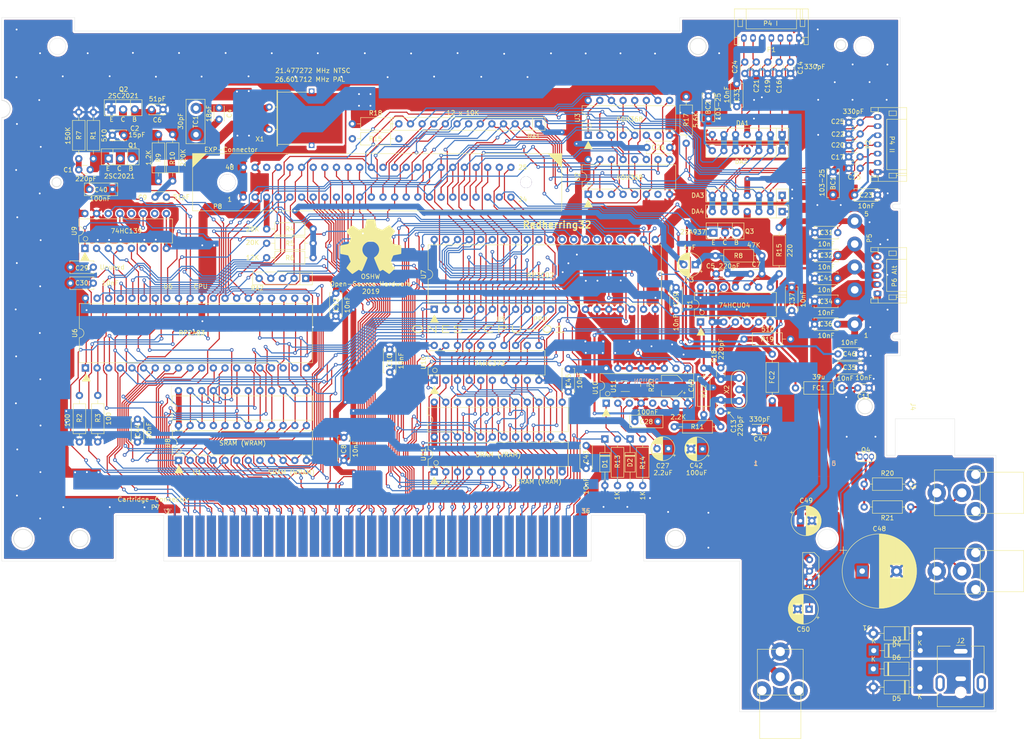
<source format=kicad_pcb>
(kicad_pcb (version 20211014) (generator pcbnew)
  (title_block (title "NES-CPU-11") (rev "11") (company "Nintendo Co., LTD") (comment 1 "Clean-Up by =Lockster=") (comment 2 "KiCad Schematic by Redherring32") (comment 3 "Reverse Engineered by Krzysiobal") (comment 4 "Forked and updated by NULL"))
  (layers (0 "F.Cu" signal) (31 "B.Cu" signal) (34 "B.Paste" user) (35 "F.Paste" user) (36 "B.SilkS" user "B.Silkscreen") (37 "F.SilkS" user "F.Silkscreen") (38 "B.Mask" user) (39 "F.Mask" user) (44 "Edge.Cuts" user))
  (net 0 "")
  (net 1 "/GND")
  (net 2 "/M2")
  (net 3 "/VCC")
  (net 4 "/ALE")
  (net 5 "/PPU-CLK")
  (net 6 "/VIDEO")
  (net 7 "Net-(C17-Pad2)")
  (net 8 "Net-(C9-Pad2)")
  (net 9 "Net-(C11-Pad2)")
  (net 10 "Net-(C18-Pad2)")
  (net 11 "/EXP-AUDIO-OUT")
  (net 12 "/4017-D0")
  (net 13 "/4017-D3")
  (net 14 "/4017-D4")
  (net 15 "/~{OE1}")
  (net 16 "/4016-D0")
  (net 17 "/4016-D3")
  (net 18 "/4016-D4")
  (net 19 "/CPU-CLK")
  (net 20 "/SYSTEM-CLK")
  (net 21 "/CIC-TO-MB")
  (net 22 "/CIC-TO-CART")
  (net 23 "/EXP-VIDEO")
  (net 24 "/SOUND-2")
  (net 25 "/SOUND-1")
  (net 26 "/EXP-AUDIO-IN")
  (net 27 "/~{NMI}")
  (net 28 "Net-(R18-Pad2)")
  (net 29 "Net-(R19-Pad2)")
  (net 30 "/4016-D2")
  (net 31 "/4016-D1")
  (net 32 "/~{IRQ}")
  (net 33 "/4017-D2")
  (net 34 "/4017-D1")
  (net 35 "/PPU-A13")
  (net 36 "/CPU-A8")
  (net 37 "/CPU-D2")
  (net 38 "/CPU-A9")
  (net 39 "/CPU-D1")
  (net 40 "/CPU-R~{W}")
  (net 41 "/CPU-D0")
  (net 42 "/CPU-A0")
  (net 43 "/CPU-A10")
  (net 44 "/CPU-A1")
  (net 45 "/WRAM-~{CE}")
  (net 46 "/CPU-A2")
  (net 47 "/CPU-D7")
  (net 48 "/CPU-A3")
  (net 49 "/CPU-D6")
  (net 50 "/CPU-A4")
  (net 51 "/CPU-D5")
  (net 52 "/CPU-A5")
  (net 53 "/CPU-D4")
  (net 54 "/CPU-A6")
  (net 55 "/CPU-D3")
  (net 56 "/CPU-A7")
  (net 57 "/PPU-A1")
  (net 58 "/PPU-A0")
  (net 59 "/PPU-D0")
  (net 60 "/PPU-A7")
  (net 61 "/PPU-D2")
  (net 62 "/PPU-D7")
  (net 63 "/PPU-A2")
  (net 64 "/PPU-D5")
  (net 65 "/PPU-A4")
  (net 66 "/PPU-A5")
  (net 67 "/PPU-D4")
  (net 68 "/PPU-A3")
  (net 69 "/PPU-D6")
  (net 70 "/PPU-D3")
  (net 71 "/PPU-A6")
  (net 72 "/PPU-D1")
  (net 73 "/CPU-A15")
  (net 74 "/PPU-~{CE}")
  (net 75 "/CPU-A14")
  (net 76 "/CPU-A13")
  (net 77 "/~{ROMSEL}")
  (net 78 "/PPU-A8")
  (net 79 "/PPU-A9")
  (net 80 "/PPU-~{WE}")
  (net 81 "/PPU-~{RD}")
  (net 82 "/VRAM-A10")
  (net 83 "/VRAM-~{CE}")
  (net 84 "/PPU-A10")
  (net 85 "/PPU-A11")
  (net 86 "/PPU-A12")
  (net 87 "/~{RST}")
  (net 88 "/OUT-1")
  (net 89 "/OUT-2")
  (net 90 "/CPU-A12")
  (net 91 "/CPU-A11")
  (net 92 "/PPU-~{A13}")
  (net 93 "Net-(U10-Pad6)")
  (net 94 "/CIC-CLK")
  (net 95 "Net-(U10-Pad5)")
  (net 96 "/CIC-RST")
  (net 97 "/+9V")
  (net 98 "/AUDIO")
  (net 99 "/EXP-0")
  (net 100 "/EXP-1")
  (net 101 "/EXP-2")
  (net 102 "/EXP-3")
  (net 103 "/EXP-4")
  (net 104 "/EXP-9")
  (net 105 "/EXP-7")
  (net 106 "/EXP-6")
  (net 107 "/EXP-5")
  (net 108 "/EXP-8")
  (net 109 "/~{OE2}")
  (net 110 "/OUT-0")
  (net 112 "Net-(C2-Pad2)")
  (net 113 "Net-(C3-Pad1)")
  (net 114 "Net-(C3-Pad2)")
  (net 115 "Net-(C4-Pad1)")
  (net 116 "Net-(C4-Pad2)")
  (net 117 "Net-(C13-Pad2)")
  (net 118 "Net-(C27-Pad2)")
  (net 119 "Net-(C31-Pad2)")
  (net 120 "Net-(C35-Pad2)")
  (net 121 "Net-(Q3-Pad3)")
  (net 122 "Net-(R15-Pad1)")
  (net 123 "Net-(U9-Pad1)")
  (net 126 "Net-(R11-Pad1)")
  (net 127 "Net-(R13-Pad2)")
  (net 128 "Net-(R14-Pad2)")
  (net 129 "Net-(U1-Pad12)")
  (net 135 "Net-(D3-Pad2)")
  (net 136 "Net-(D5-Pad1)")
  (net 137 "Net-(J3-Pad1)")
  (net 138 "Net-(Q4-Pad2)")
  (net 139 "Net-(C28-Pad2)")
  (footprint "Capacitor_THT:C_Disc_D6.0mm_W2.5mm_P5.00mm" (layer "F.Cu") (at 289.125 104.8 -90)
    (fp_text reference "BC1")
    (fp_text value "103-25")
  )
  (footprint "Capacitor_THT:C_Disc_D6.0mm_W2.5mm_P5.00mm" (layer "F.Cu") (at 261.9 88.225 -90)
    (fp_text reference "BC2")
    (fp_text value "103-25")
  )
  (footprint "Capacitor_THT:CP_Radial_D5.0mm_P2.50mm" (layer "F.Cu") (at 260.6 165.325 180)
    (fp_text reference "C42")
    (fp_text value "100uF")
  )
  (footprint "Capacitor_THT:C_Disc_D5.0mm_W2.5mm_P5.00mm" (layer "F.Cu") (at 235.2 169.575 90)
    (fp_text reference "C43")
    (fp_text value "10nF")
  )
  (footprint "Capacitor_THT:C_Disc_D5.0mm_W2.5mm_P5.00mm" (layer "F.Cu") (at 137.2299 163.8281 90)
    (fp_text reference "C44")
    (fp_text value "10nF")
  )
  (footprint "Capacitor_THT:C_Disc_D3.0mm_W1.6mm_P2.50mm" (layer "F.Cu") (at 297 152 180)
    (fp_text reference "C11")
    (fp_text value "10nF")
  )
  (footprint "Capacitor_THT:C_Disc_D3.0mm_W2.0mm_P2.50mm" (layer "F.Cu") (at 274.35 161.075 180)
    (fp_text reference "C47")
    (fp_text value "330pF")
  )
  (footprint "Capacitor_THT:C_Disc_D3.0mm_W1.6mm_P2.50mm" (layer "F.Cu") (at 264.6 157.075 90)
    (fp_text reference "C13")
    (fp_text value "220pF")
  )
  (footprint "Capacitor_THT:C_Disc_D3.0mm_W1.6mm_P2.50mm" (layer "F.Cu") (at 264.6 147.625 -90)
    (fp_text reference "C18")
    (fp_text value "220pF")
  )
  (footprint "Capacitor_THT:C_Disc_D7.0mm_W2.5mm_P5.00mm" (layer "F.Cu") (at 250.85 159.325 180)
    (fp_text reference "C28")
    (fp_text value "100nF")
  )
  (footprint "Capacitor_THT:CP_Radial_D5.0mm_P2.50mm" (layer "F.Cu") (at 253.175 165.25 180)
    (fp_text reference "C27")
    (fp_text value "2.2uF")
  )
  (footprint "Capacitor_THT:C_Disc_D5.0mm_W2.5mm_P5.00mm" (layer "F.Cu") (at 231.3 152.825 90)
    (fp_text reference "C45")
    (fp_text value "10nF")
  )
  (footprint "Capacitor_THT:C_Disc_D5.0mm_W2.5mm_P5.00mm" (layer "F.Cu") (at 295.2 147.575 180)
    (fp_text reference "C35")
    (fp_text value "10nF")
  )
  (footprint "Capacitor_THT:C_Disc_D5.0mm_W2.5mm_P5.00mm" (layer "F.Cu") (at 295.2 144.575 180)
    (fp_text reference "C46")
    (fp_text value "10nF")
  )
  (footprint "Capacitor_THT:C_Disc_D5.0mm_W2.5mm_P5.00mm" (layer "F.Cu") (at 127.5779 129.119 180)
    (fp_text reference "C30")
    (fp_text value "10nF")
  )
  (footprint "Capacitor_THT:C_Disc_D5.0mm_W2.5mm_P5.00mm" (layer "F.Cu") (at 285.1 138.075)
    (fp_text reference "C36")
    (fp_text value "10nF")
  )
  (footprint "Capacitor_THT:C_Disc_D5.0mm_W2.5mm_P5.00mm" (layer "F.Cu") (at 285.1 133.075)
    (fp_text reference "C34")
    (fp_text value "10nF")
  )
  (footprint "Capacitor_THT:C_Disc_D5.0mm_W2.5mm_P5.00mm" (layer "F.Cu") (at 285.1 128.075)
    (fp_text reference "C41")
    (fp_text value "10nF")
  )
  (footprint "Capacitor_THT:C_Disc_D5.0mm_W2.5mm_P5.00mm" (layer "F.Cu") (at 285.15 123.075)
    (fp_text reference "C32")
    (fp_text value "10nF")
  )
  (footprint "Capacitor_THT:C_Disc_D5.0mm_W2.5mm_P5.00mm" (layer "F.Cu") (at 285.15 118.075)
    (fp_text reference "C31")
    (fp_text value "10nF")
  )
  (footprint "Capacitor_THT:C_Disc_D5.0mm_W2.5mm_P5.00mm" (layer "F.Cu") (at 280.1 135.075 90)
    (fp_text reference "C37")
    (fp_text value "10nF")
  )
  (footprint "Capacitor_THT:C_Disc_D3.0mm_W1.6mm_P2.50mm" (layer "F.Cu") (at 271.1 127.075)
    (fp_text reference "C7")
    (fp_text value "220pF")
  )
  (footprint "Capacitor_THT:C_Disc_D3.0mm_W1.6mm_P2.50mm" (layer "F.Cu") (at 263.6 127.075)
    (fp_text reference "C5")
    (fp_text value "220pF")
  )
  (footprint "Capacitor_THT:C_Disc_D5.0mm_W2.5mm_P5.00mm" (layer "F.Cu") (at 182.3 167.825 90)
    (fp_text reference "C8")
    (fp_text value "10nF")
  )
  (footprint "Capacitor_THT:CP_Radial_D5.0mm_P2.50mm" (layer "F.Cu") (at 259.05 125.075 180)
    (fp_text reference "C3")
    (fp_text value "1uF")
  )
  (footprint "Capacitor_THT:C_Disc_D5.0mm_W2.5mm_P5.00mm" (layer "F.Cu") (at 254.85 135.075 90)
    (fp_text reference "C39")
    (fp_text value "10nF")
  )
  (footprint "Capacitor_THT:C_Disc_D5.0mm_W2.5mm_P5.00mm" (layer "F.Cu") (at 127.5779 125.6265 180)
    (fp_text reference "C29")
    (fp_text value "(Unused)")
  )
  (footprint "Capacitor_THT:C_Disc_D5.0mm_W2.5mm_P5.00mm" (layer "F.Cu") (at 298.825 109.85 180)
    (fp_text reference "C23")
    (fp_text value "10nF")
  )
  (footprint "Capacitor_THT:C_Disc_D3.0mm_W1.6mm_P2.50mm" (layer "F.Cu") (at 295.0528 104.02634 180)
    (fp_text reference "C15")
    (fp_text value "330pF")
  )
  (footprint "Capacitor_THT:C_Disc_D3.0mm_W1.6mm_P2.50mm" (layer "F.Cu") (at 295.02486 101.52444 180)
    (fp_text reference "C17")
    (fp_text value "330pF")
  )
  (footprint "Capacitor_THT:C_Disc_D3.0mm_W1.6mm_P2.50mm" (layer "F.Cu") (at 295.04772 99.02508 180)
    (fp_text reference "C20")
    (fp_text value "330pF")
  )
  (footprint "Capacitor_THT:C_Disc_D3.0mm_W1.6mm_P2.50mm" (layer "F.Cu") (at 295.04772 96.52318 180)
    (fp_text reference "C22")
    (fp_text value "330pF")
  )
  (footprint "Capacitor_THT:C_Disc_D3.0mm_W1.6mm_P2.50mm" (layer "F.Cu") (at 295.04836 94.02636 180)
    (fp_text reference "C25")
    (fp_text value "330pF")
  )
  (footprint "Capacitor_THT:C_Disc_D5.0mm_W2.5mm_P5.00mm" (layer "F.Cu") (at 180.55 136.325 90)
    (fp_text reference "C12")
    (fp_text value "10nF")
  )
  (footprint "Capacitor_THT:C_Disc_D3.0mm_W1.6mm_P2.50mm" (layer "F.Cu") (at 279.85 80.825 -90)
    (fp_text reference "C14")
    (fp_text value "330pF")
  )
  (footprint "Capacitor_THT:C_Disc_D3.0mm_W1.6mm_P2.50mm" (layer "F.Cu") (at 277.35 80.825 -90)
    (fp_text reference "C16")
    (fp_text value "330pF")
  )
  (footprint "Capacitor_THT:C_Disc_D3.0mm_W1.6mm_P2.50mm" (layer "F.Cu") (at 274.85 80.825 -90)
    (fp_text reference "C19")
    (fp_text value "330pF")
  )
  (footprint "Capacitor_THT:C_Disc_D3.0mm_W1.6mm_P2.50mm" (layer "F.Cu") (at 272.35 80.825 -90)
    (fp_text reference "C21")
    (fp_text value "330pF")
  )
  (footprint "Capacitor_THT:C_Disc_D3.0mm_W1.6mm_P2.50mm" (layer "F.Cu") (at 269.85 80.825 -90)
    (fp_text reference "C24")
    (fp_text value "330pF")
  )
  (footprint "Capacitor_THT:C_Disc_D5.0mm_W2.5mm_P5.00mm" (layer "F.Cu") (at 268.1 90.575 90)
    (fp_text reference "C33")
    (fp_text value "10nF")
  )
  (footprint "Capacitor_THT:C_Disc_D5.0mm_W2.5mm_P5.00mm" (layer "F.Cu") (at 192.3 148.575 90)
    (fp_text reference "C10")
    (fp_text value "10nF")
  )
  (footprint "Capacitor_THT:C_Disc_D5.0mm_W2.5mm_P5.00mm" (layer "F.Cu") (at 253.45 99.475 180)
    (fp_text reference "C26")
    (fp_text value "10nF")
  )
  (footprint "Capacitor_THT:C_Disc_D3.0mm_W2.0mm_P2.50mm" (layer "F.Cu") (at 155.05 90.825 -90)
    (fp_text reference "C4")
    (fp_text value "18pF")
  )
  (footprint "Capacitor_THT:C_Disc_D3.4mm_W2.1mm_P2.50mm" (layer "F.Cu") (at 131.75 96.825)
    (fp_text reference "C2")
    (fp_text value "15pF")
  )
  (footprint "Capacitor_THT:C_Disc_D3.4mm_W2.1mm_P2.50mm" (layer "F.Cu") (at 142.8 91.175 180)
    (fp_text reference "C6")
    (fp_text value "51pF")
  )
  (footprint "Capacitor_THT:C_Disc_D3.0mm_W1.6mm_P2.50mm" (layer "F.Cu") (at 126.9 104.325 180)
    (fp_text reference "C1")
    (fp_text value "220pF")
  )
  (footprint "Capacitor_THT:C_Disc_D3.4mm_W2.1mm_P2.50mm" (layer "F.Cu") (at 141.05 110.323)
    (fp_text reference "C9")
    (fp_text value "51pF")
  )
  (footprint "Capacitor_THT:C_Disc_D7.0mm_W2.5mm_P5.00mm" (layer "F.Cu") (at 131.7689 108.6212 180)
    (fp_text reference "C40")
    (fp_text value "100nF")
  )
  (footprint "Diode_THT:D_DO-35_SOD27_P10.16mm_Horizontal" (layer "F.Cu") (at 244.8 163.15 -90)
    (fp_text reference "D2")
    (fp_text value "?")
  )
  (footprint "Diode_THT:D_DO-35_SOD27_P10.16mm_Horizontal" (layer "F.Cu") (at 239.3 163.15 -90)
    (fp_text reference "D1")
    (fp_text value "?")
  )
  (footprint "Resistor_THT:R_Array_SIP7" (layer "F.Cu") (at 277.99 96.675 180)
    (fp_text reference "DA1")
    (fp_text value "DAN601")
  )
  (footprint "Resistor_THT:R_Array_SIP7" (layer "F.Cu") (at 277.99 100.175 180)
    (fp_text reference "DA2")
    (fp_text value "UPA64H")
  )
  (footprint "Resistor_THT:R_Array_SIP7" (layer "F.Cu") (at 278 109.95 180)
    (fp_text reference "DA3")
    (fp_text value "DAN601")
  )
  (footprint "Resistor_THT:R_Array_SIP7" (layer "F.Cu") (at 278 113.475 180)
    (fp_text reference "DA4")
    (fp_text value "UPA64H")
  )
  (footprint "Resistor_THT:R_Axial_DIN0207_L6.3mm_D2.5mm_P10.16mm_Horizontal" (layer "F.Cu") (at 280.92 152)
    (fp_text reference "FC1")
    (fp_text value "39u")
  )
  (footprint "Resistor_THT:R_Axial_DIN0207_L6.3mm_D2.5mm_P10.16mm_Horizontal" (layer "F.Cu") (at 275.85 144.615 -90)
    (fp_text reference "FC2")
    (fp_text value "Ferrite_Coil")
  )
  (footprint "Package_TO_SOT_THT:TO-126-3_Vertical" (layer "F.Cu") (at 263 118.075)
    (fp_text reference "Q3")
    (fp_text value "2SA937")
  )
  (footprint "Package_TO_SOT_THT:TO-126-3_Vertical" (layer "F.Cu") (at 131.55 91.175)
    (fp_text reference "Q2")
    (fp_text value "2SC2021")
  )
  (footprint "Package_TO_SOT_THT:TO-126-3_Vertical" (layer "F.Cu") (at 130.925 101.9)
    (fp_text reference "Q1")
    (fp_text value "2SC2021")
  )
  (footprint "Resistor_THT:R_Axial_DIN0207_L6.3mm_D2.5mm_P10.16mm_Horizontal" (layer "F.Cu") (at 260.9 157.825 90)
    (fp_text reference "R12")
    (fp_text value "1M")
  )
  (footprint "Resistor_THT:R_Axial_DIN0207_L6.3mm_D2.5mm_P10.16mm_Horizontal" (layer "F.Cu") (at 279.85 141.325 180)
    (fp_text reference "R19")
    (fp_text value "510")
  )
  (footprint "Resistor_THT:R_Axial_DIN0207_L6.3mm_D2.5mm_P10.16mm_Horizontal" (layer "F.Cu") (at 128.55 163.785 90)
    (fp_text reference "R3")
    (fp_text value "100")
  )
  (footprint "Resistor_THT:R_Axial_DIN0207_L6.3mm_D2.5mm_P10.16mm_Horizontal" (layer "F.Cu") (at 124.5426 163.8 90)
    (fp_text reference "R2")
    (fp_text value "100")
  )
  (footprint "Resistor_THT:R_Axial_DIN0207_L6.3mm_D2.5mm_P10.16mm_Horizontal" (layer "F.Cu") (at 277.35 127.075 90)
    (fp_text reference "R15")
    (fp_text value "220")
  )
  (footprint "Resistor_THT:R_Axial_DIN0207_L6.3mm_D2.5mm_P10.16mm_Horizontal" (layer "F.Cu") (at 263.44 123.125)
    (fp_text reference "R8")
    (fp_text value "47K")
  )
  (footprint "Resistor_THT:R_Axial_DIN0207_L6.3mm_D2.5mm_P10.16mm_Horizontal" (layer "F.Cu") (at 165.425 120.4)
    (fp_text reference "R5")
    (fp_text value "20K")
  )
  (footprint "Resistor_THT:R_Axial_DIN0207_L6.3mm_D2.5mm_P10.16mm_Horizontal" (layer "F.Cu") (at 165.425 123.55)
    (fp_text reference "R6")
    (fp_text value "12K")
  )
  (footprint "Resistor_THT:R_Axial_DIN0207_L6.3mm_D2.5mm_P10.16mm_Horizontal" (layer "F.Cu") (at 165.425 117.275)
    (fp_text reference "R4")
    (fp_text value "20K")
  )
  (footprint "Resistor_THT:R_Axial_DIN0207_L6.3mm_D2.5mm_P10.16mm_Horizontal" (layer "F.Cu") (at 144.9 96.65 -90)
    (fp_text reference "R10")
    (fp_text value "220K")
  )
  (footprint "Resistor_THT:R_Axial_DIN0207_L6.3mm_D2.5mm_P10.16mm_Horizontal" (layer "F.Cu") (at 141.8 106.825 90)
    (fp_text reference "R9")
    (fp_text value "1.2K")
  )
  (footprint "Resistor_THT:R_Axial_DIN0207_L6.3mm_D2.5mm_P10.16mm_Horizontal" (layer "F.Cu") (at 127.6 101.935 90)
    (fp_text reference "R1")
    (fp_text value "510")
  )
  (footprint "Resistor_THT:R_Axial_DIN0207_L6.3mm_D2.5mm_P10.16mm_Horizontal" (layer "F.Cu") (at 124.4 101.925 90)
    (fp_text reference "R7")
    (fp_text value "150K")
  )
  (footprint "Resistor_THT:R_Axial_DIN0207_L6.3mm_D2.5mm_P10.16mm_Horizontal" (layer "F.Cu") (at 257.05 88.4 -90)
    (fp_text reference "R17")
    (fp_text value "5.6K")
  )
  (footprint "Resistor_THT:R_Axial_DIN0207_L6.3mm_D2.5mm_P10.16mm_Horizontal" (layer "F.Cu") (at 184.14116 94.321)
    (fp_text reference "R18")
    (fp_text value "10K")
  )
  (footprint "Resistor_THT:R_Axial_DIN0207_L6.3mm_D2.5mm_P10.16mm_Horizontal" (layer "F.Cu") (at 254.44 160.475)
    (fp_text reference "R11")
    (fp_text value "2.2K")
  )
  (footprint "Resistor_THT:R_Axial_DIN0207_L6.3mm_D2.5mm_P10.16mm_Horizontal" (layer "F.Cu") (at 247.55 173.325 90)
    (fp_text reference "R14")
    (fp_text value "1K")
  )
  (footprint "Resistor_THT:R_Axial_DIN0207_L6.3mm_D2.5mm_P10.16mm_Horizontal" (layer "F.Cu") (at 242.05 173.325 90)
    (fp_text reference "R13")
    (fp_text value "1K")
  )
  (footprint "Resistor_THT:R_Array_SIP13" (layer "F.Cu") (at 224.78 94.325 180)
    (fp_text reference "RA1")
    (fp_text value "12 x 10K")
  )
  (footprint "Resistor_THT:R_Array_SIP5" (layer "F.Cu") (at 173.96 128.075 180)
    (fp_text reference "RA2")
    (fp_text value "4 x 6.8K")
  )
  (footprint "NESRE:TrimmerCap-THT" (layer "F.Cu") (at 148 96.675 90)
    (fp_text reference "TC1")
    (fp_text value "30pF")
  )
  (footprint "Package_DIP:DIP-20_W7.62mm" (layer "F.Cu") (at 202.026 150.328 90)
    (fp_text reference "U10")
    (fp_text value "74HC373")
  )
  (footprint "Package_DIP:DIP-16_W7.62mm" (layer "F.Cu") (at 125.75 121.525 90)
    (fp_text reference "U9")
    (fp_text value "74HC139")
  )
  (footprint "Package_DIP:DIP-40_W15.24mm" (layer "F.Cu") (at 202.026 134.825 90)
    (fp_text reference "U7")
    (fp_text value "RP2C02 PPU")
  )
  (footprint "Package_DIP:DIP-40_W15.24mm" (layer "F.Cu") (at 125.856 147.64 90)
    (fp_text reference "U6")
    (fp_text value "RP2A03 CPU")
  )
  (footprint "Package_DIP:DIP-16_W7.62mm" (layer "F.Cu") (at 235.65 96.825 90)
    (fp_text reference "U3")
    (fp_text value "40H368 (CI)")
  )
  (footprint "Package_DIP:DIP-16_W7.62mm" (layer "F.Cu") (at 235.65 109.725 90)
    (fp_text reference "U2")
    (fp_text value "40H368 (CII)")
  )
  (footprint "Package_DIP:DIP-14_W7.62mm" (layer "F.Cu") (at 260.175 137.6 90)
    (fp_text reference "U1")
    (fp_text value "74LS04")
  )
  (footprint "Crystal:Crystal_HC49-U_Horizontal_1EP_style2" (layer "F.Cu") (at 166 95.55 90)
    (fp_text reference "X1")
    (fp_text value "21.477272 MHz")
  )
  (footprint "Connector_JST:JST_PH_S7B-PH-K_1x07_P2.00mm_Horizontal" (layer "F.Cu") (at 281.65 75.575 180)
    (fp_text reference "P1")
    (fp_text value "Controller Input")
  )
  (footprint "Connector_JST:JST_PH_S7B-PH-K_1x07_P2.00mm_Horizontal" (layer "F.Cu") (at 298.85 104.825 90)
    (fp_text reference "P2")
    (fp_text value "Controller Input")
  )
  (footprint "Package_DIP:DIP-24_W7.62mm" (layer "F.Cu") (at 146.176 167.825 90)
    (fp_text reference "U8")
    (fp_text value "6116 (WRAM)")
  )
  (footprint "Package_DIP:DIP-24_W7.62mm" (layer "F.Cu") (at 202.026 170.325 90)
    (fp_text reference "U11")
    (fp_text value "6116 (VRAM)")
  )
  (footprint "NESRE:PowerReset-switch-In" (layer "F.Cu") (at 293.85 115.575 -90)
    (fp_text reference "P5")
    (fp_text value "PWR/RST IN")
  )
  (footprint "NESRE:NES_Edge_Connector" (layer "F.Cu") (at 127.625 178.1)
    (fp_text reference "P7")
    (fp_text value "72-Pin Connector")
  )
  (footprint "NESRE:EXP_Header" (layer "F.Cu") (at 160.358 103.825)
    (fp_text reference "P8")
    (fp_text value "EXP-Connector")
  )
  (footprint "Symbol:OSHW-Symbol_13.4x12mm_SilkScreen" (layer "F.Cu") (at 188.15 121.175)
    (fp_text reference "REF**" hide)
    (fp_text value " " hide)
  )
  (footprint "NESRE:DIP-24_W7.62mmSingleRow" (layer "F.Cu") (at 202.026 162.725 90)
    (fp_text reference " ")
    (fp_text value " ")
  )
  (footprint "NESRE:DIP-24_W7.62mmSingleRow" (layer "F.Cu") (at 146.176 160.2 90)
    (fp_text reference " ")
    (fp_text value " ")
  )
  (footprint "Resistor_THT:R_Axial_DIN0207_L6.3mm_D2.5mm_P10.16mm_Horizontal" (layer "F.Cu") (at 184.15 97.575)
    (fp_text reference "R15")
    (fp_text value "R15")
  )
  (footprint "Crystal:Resonator_muRata_CSTLSxxxG-3Pin_W8.0mm_H3.0mm" (layer "F.Cu") (at 268.6 154.825 90)
    (fp_text reference "X2")
    (fp_text value "4MHz")
  )
  (footprint "Resistor_THT:R_Axial_DIN0207_L6.3mm_D2.5mm_P10.16mm_Horizontal" (layer "F.Cu") (at 295.92 173)
    (fp_text reference "R20")
    (fp_text value "560")
  )
  (footprint "Resistor_THT:R_Axial_DIN0207_L6.3mm_D2.5mm_P10.16mm_Horizontal" (layer "F.Cu") (at 306.08 178 180)
    (fp_text reference "R21")
    (fp_text value "75")
  )
  (footprint "Resistor_SMD:R_0805_2012Metric" (layer "F.Cu") (at 247.816 151.45 -90)
    (fp_text reference "R20")
    (fp_text value "0R")
  )
  (footprint "Capacitor_THT:CP_Radial_D6.3mm_P2.50mm" (layer "F.Cu") (at 282 181)
    (fp_text reference "C49")
    (fp_text value "100uF")
  )
  (footprint "NESRE:RCA" (layer "F.Cu") (at 317.27 174.9 -90)
    (fp_text reference "J4")
    (fp_text value "L Audio")
  )
  (footprint "Package_TO_SOT_SMD:SOT-353_SC-70-5" (layer "F.Cu") (at 243.506 151.61 180)
    (fp_text reference "U11")
    (fp_text value " ")
  )
  (footprint "Diode_THT:D_DO-41_SOD81_P10.16mm_Horizontal" (layer "F.Cu") (at 298 209.35)
    (fp_text reference "D3")
    (fp_text value "1N4001")
  )
  (footprint "Connector_BarrelJack:BarrelJack_CUI_PJ-063AH_Horizontal" (layer "F.Cu") (at 317 209.5)
    (fp_text reference "J2")
    (fp_text value " ")
  )
  (footprint "NESRE:RCA" (layer "F.Cu") (at 277.6 215.07 180)
    (fp_text reference "J1")
    (fp_text value "Video")
  )
  (footprint "Package_DIP:DIP-16_W7.62mm" (layer "F.Cu") (at 239.576 155.32 90)
    (fp_text reference "U10")
    (fp_text value "CIC")
  )
  (footprint "Capacitor_THT:CP_Radial_D6.3mm_P2.50mm" (layer "F.Cu") (at 283.88238 200.3 180)
    (fp_text reference "C50")
    (fp_text value "100uF")
  )
  (footprint "Diode_THT:D_DO-41_SOD81_P10.16mm_Horizontal" (layer "F.Cu") (at 308.08 217.35 180)
    (fp_text reference "D5")
    (fp_text value "1N4001")
  )
  (footprint "NESRE:7805" (layer "F.Cu") (at 284 192 -90)
    (fp_text reference " ")
    (fp_text value "L7805")
  )
  (footprint "Capacitor_THT:CP_Radial_D16.0mm_P7.50mm" (layer "F.Cu") (at 295.487246 192)
    (fp_text reference "C48")
    (fp_text value "2200uF")
  )
  (footprint "Diode_THT:D_DO-41_SOD81_P10.16mm_Horizontal" (layer "F.Cu") (at 297.92 213.35)
    (fp_text reference "D6")
    (fp_text value "1N4001")
  )
  (footprint "Package_TO_SOT_THT:TO-92Flat" (layer "F.Cu") (at 295 167)
    (fp_text reference "Q4")
    (fp_text value "BC817")
  )
  (footprint "Connector_JST:JST_PH_S5B-PH-K_1x05_P2.00mm_Horizontal" (layer "F.Cu") (at 298.826 131.4 90)
    (fp_text reference "P6 Alt")
    (fp_text value "PWR/RST IN")
  )
  (footprint "Diode_THT:D_DO-41_SOD81_P10.16mm_Horizontal" (layer "F.Cu") (at 308.08 205.6 180)
    (fp_text reference "D4")
    (fp_text value "1N4001")
  )
  (footprint "Capacitor_SMD:CP_Elec_4x5.3" (layer "F.Cu") (at 253.916 151.5 180)
    (fp_text reference "C49")
    (fp_text value "0.47uF")
  )
  (footprint "NESRE:RCA" (layer "F.Cu") (at 317.27 192 -90)
    (fp_text reference "J3")
    (fp_text value "R Audio")
  )
  (gr_line (start 266.15 157.725) (end 266.3 157.625) (layer "F.SilkS") (width 0.12))
  (gr_poly (pts (xy 126.025 148.875) (xy 126.95 150.525) (xy 125.15 150.525)) (layer "F.SilkS") (width 0.1) (fill solid))
  (gr_poly (pts (xy 146.275 168.925) (xy 147.2 170.575) (xy 145.4 170.575)) (layer "F.SilkS") (width 0.1) (fill solid))
  (gr_poly (pts (xy 202 171.425) (xy 202.925 173.075) (xy 201.125 173.075)) (layer "F.SilkS") (width 0.1) (fill solid))
  (gr_poly (pts (xy 239.575 156.5) (xy 240.5 158.15) (xy 238.7 158.15)) (layer "F.SilkS") (width 0.1) (fill solid))
  (gr_poly (pts (xy 202.05 151.6) (xy 202.975 153.25) (xy 201.175 153.25)) (layer "F.SilkS") (width 0.1) (fill solid))
  (gr_poly (pts (xy 260.25 138.875) (xy 261.175 140.525) (xy 259.375 140.525)) (layer "F.SilkS") (width 0.1) (fill solid))
  (gr_poly (pts (xy 235.65 110.875) (xy 236.575 112.525) (xy 234.775 112.525)) (layer "F.SilkS") (width 0.1) (fill solid))
  (gr_poly (pts (xy 235.65 98.125) (xy 236.575 99.775) (xy 234.775 99.775)) (layer "F.SilkS") (width 0.1) (fill solid))
  (gr_poly (pts (xy 202.05 136.025) (xy 202.975 137.675) (xy 201.175 137.675)) (layer "F.SilkS") (width 0.1) (fill solid))
  (gr_poly (pts (xy 125.738062 122.418814) (xy 126.663062 124.068814) (xy 124.863062 124.068814)) (layer "F.SilkS") (width 0.1) (fill solid))
  (gr_circle (center 125.875 119.425) (end 126.375 119.425) (layer "F.SilkS") (width 0.12) (fill none))
  (gr_circle (center 235.875 107.625) (end 236.375 107.625) (layer "F.SilkS") (width 0.12) (fill none))
  (gr_circle (center 235.825 94.725) (end 236.325 94.725) (layer "F.SilkS") (width 0.12) (fill none))
  (gr_circle (center 260.5 135.525) (end 261 135.525) (layer "F.SilkS") (width 0.12) (fill none))
  (gr_line (start 266.175 157.2) (end 266.775 157.3) (layer "F.SilkS") (width 0.12))
  (gr_line (start 266.575 157.35) (end 266.475 157.3) (layer "F.SilkS") (width 0.12))
  (gr_circle (center 202.425 168.35) (end 202.925 168.35) (layer "F.SilkS") (width 0.12) (fill none))
  (gr_line (start 266.775 157.3) (end 266.3 157.625) (layer "F.SilkS") (width 0.12))
  (gr_circle (center 202.175 148.15) (end 202.675 148.15) (layer "F.SilkS") (width 0.12) (fill none))
  (gr_line (start 266.225 157.575) (end 266.35 157.5) (layer "F.SilkS") (width 0.12))
  (gr_line (start 147.825 98.65) (end 151.975 98.65) (layer "F.SilkS") (width 0.12))
  (gr_line (start 266.175 157.2) (end 266.15 157.7) (layer "F.SilkS") (width 0.12))
  (gr_circle (center 239.9 153.25) (end 240.4 153.25) (layer "F.SilkS") (width 0.12) (fill none))
  (gr_line (start 266.225 157.375) (end 266.225 157.575) (layer "F.SilkS") (width 0.12))
  (gr_line (start 147.825 88.975) (end 147.825 98.65) (layer "F.SilkS") (width 0.12))
  (gr_line (start 151.975 98.65) (end 151.975 88.975) (layer "F.SilkS") (width 0.12))
  (gr_line (start 266.475 157.3) (end 266.225 157.375) (layer "F.SilkS") (width 0.12))
  (gr_line (start 152 88.975) (end 147.825 88.975) (layer "F.SilkS") (width 0.12))
  (gr_line (start 266.475 157.4) (end 266.575 157.35) (layer "F.SilkS") (width 0.12))
  (gr_line (start 266.35 157.5) (end 266.3 157.425) (layer "F.SilkS") (width 0.12))
  (gr_circle (center 146.275 165.775) (end 146.775 165.775) (layer "F.SilkS") (width 0.12) (fill none))
  (gr_line (start 266.325 157.275) (end 266.475 157.4) (layer "F.SilkS") (width 0.12))
  (gr_line (start 267.475 158.675) (end 266.175 157.2) (layer "F.SilkS") (width 0.12))
  (gr_line (start 107.575 189.8) (end 132.525 189.8) (layer "Edge.Cuts") (width 0.05))
  (gr_line (start 132.525 189.8) (end 132.525 179.8) (layer "Edge.Cuts") (width 0.05))
  (gr_line (start 132.525 179.8) (end 142.925 179.8) (layer "Edge.Cuts") (width 0.05))
  (gr_line (start 142.925 189.8) (end 142.925 179.8) (layer "Edge.Cuts") (width 0.05))
  (gr_line (start 142.925 189.8) (end 236.325 189.8) (layer "Edge.Cuts") (width 0.05))
  (gr_line (start 236.325 189.8) (end 236.325 179.8) (layer "Edge.Cuts") (width 0.05))
  (gr_line (start 236.325 179.8) (end 247.75 179.8) (layer "Edge.Cuts") (width 0.05))
  (gr_line (start 247.75 189.8) (end 247.75 179.8) (layer "Edge.Cuts") (width 0.05))
  (gr_line (start 247.75 189.8) (end 268.703 189.8) (layer "Edge.Cuts") (width 0.05))
  (gr_line (start 300.825 166.7315) (end 300.825 144.975) (layer "Edge.Cuts") (width 0.05))
  (gr_line (start 300.825 144.975) (end 303.825 144.975) (layer "Edge.Cuts") (width 0.05))
  (gr_line (start 123.525 71.1) (end 123.525 74.05) (layer "Edge.Cuts") (width 0.05))
  (gr_line (start 255.675 71.1) (end 255.675 74.05) (layer "Edge.Cuts") (width 0.05))
  (gr_line (start 107.575 92.95) (end 107.575 189.8) (layer "Edge.Cuts") (width 0.05))
  (gr_line (start 107.574998 89.200167) (end 107.575 71.1) (layer "Edge.Cuts") (width 0.05))
  (gr_line (start 303.827296 141.324484) (end 303.825 144.975) (layer "Edge.Cuts") (width 0.05))
  (gr_line (start 303.825023 112.824376) (end 303.825 140.325) (layer "Edge.Cuts") (width 0.05))
  (gr_line (start 303.825 111.825) (end 303.825 71.1) (layer "Edge.Cuts") (width 0.05))
  (gr_circle (center 156.866 107.07) (end 158.616 107.07) (layer "Edge.Cuts") (width 0.05) (fill none))
  (gr_line (start 302.703 166.7315) (end 300.825 166.7315) (layer "Edge.Cuts") (width 0.05))
  (gr_arc (start 109.425166 91.074099) (mid 108.885069 92.391754) (end 107.575 92.95) (layer "Edge.Cuts") (width 0.12))
  (gr_line (start 315.703 166.7315) (end 315.703 158.7315) (layer "Edge.Cuts") (width 0.05))
  (gr_line (start 324.703 222.7315) (end 324.703 166.7315) (layer "Edge.Cuts") (width 0.05))
  (gr_line (start 123.525 71.1) (end 107.575 71.1) (layer "Edge.Cuts") (width 0.05))
  (gr_circle (center 254.707 184.886) (end 256.517 184.886) (layer "Edge.Cuts") (width 0.12) (fill none))
  (gr_line (start 303.825 112.82) (end 302.574 112.819) (layer "Edge.Cuts") (width 0.05))
  (gr_arc (start 107.574998 89.200167) (mid 108.884634 89.758043) (end 109.425 91.075) (layer "Edge.Cuts") (width 0.12))
  (gr_arc (start 302.570479 112.818375) (mid 302.233207 112.663594) (end 302.095456 112.318999) (layer "Edge.Cuts") (width 0.05))
  (gr_circle (center 295.8 77.4) (end 297.575 77.4) (layer "Edge.Cuts") (width 0.05) (fill none))
  (gr_line (start 324.703 166.7315) (end 315.703 166.7315) (layer "Edge.Cuts") (width 0.05))
  (gr_circle (center 296.1 156.05) (end 297.700195 156.05) (layer "Edge.Cuts") (width 0.12) (fill none))
  (gr_line (start 303.827 141.325) (end 302.574 141.325) (layer "Edge.Cuts") (width 0.05))
  (gr_circle (center 259.649 77.4) (end 261.424 77.4) (layer "Edge.Cuts") (width 0.12) (fill none))
  (gr_line (start 302.703 158.7315) (end 302.703 166.7315) (layer "Edge.Cuts") (width 0.05))
  (gr_line (start 303.827 140.325) (end 302.574 140.325) (layer "Edge.Cuts") (width 0.05))
  (gr_arc (start 302.095456 112.318999) (mid 302.23639 111.97971) (end 302.571 111.828) (layer "Edge.Cuts") (width 0.05))
  (gr_arc (start 302.097 140.828) (mid 302.233777 140.482404) (end 302.570015 140.324) (layer "Edge.Cuts") (width 0.05))
  (gr_circle (center 119.775 77.4) (end 121.55 77.4) (layer "Edge.Cuts") (width 0.05) (fill none))
  (gr_circle (center 290.85 77.075) (end 291.91 77.075) (layer "Edge.Cuts") (width 0.12) (fill none))
  (gr_circle (center 112.248 184.924) (end 114.308 184.924) (layer "Edge.Cuts") (width 0.12) (fill none))
  (gr_circle (center 124.647 184.886) (end 126.457 184.886) (layer "Edge.Cuts") (width 0.12) (fill none))
  (gr_arc (start 302.574 141.325) (mid 302.235204 141.170951) (end 302.096681 140.825515) (layer "Edge.Cuts") (width 0.05))
  (gr_circle (center 119.55 107.075) (end 120.55 107.075) (layer "Edge.Cuts") (width 0.12) (fill none))
  (gr_line (start 303.826 111.828) (end 302.575 111.828) (layer "Edge.Cuts") (width 0.05))
  (gr_circle (center 287.853 184.924) (end 289.913 184.924) (layer "Edge.Cuts") (width 0.05) (fill none))
  (gr_line (start 237.526 157.03) (end 237.706 157.03) (layer "Edge.Cuts") (width 0.05))
  (gr_line (start 315.703 158.7315) (end 302.703 158.7315) (layer "Edge.Cuts") (width 0.05))
  (gr_line (start 255.675 71.1) (end 303.825 71.1) (layer "Edge.Cuts") (width 0.05))
  (gr_line (start 268.703 189.8) (end 268.703 222.7315) (layer "Edge.Cuts") (width 0.05))
  (gr_line (start 123.525 74.05) (end 255.675 74.05) (layer "Edge.Cuts") (width 0.05))
  (gr_line (start 268.703 222.7315) (end 324.703 222.7315) (layer "Edge.Cuts") (width 0.05))
  (gr_text "37" (at 143.85 179) (layer "B.SilkS") (effects (font (size 1 1)) (justify mirror)))
  (gr_text "5" (at 289.26 168.485) (layer "B.SilkS") (effects (font (size 1 1)) (justify mirror)))
  (gr_text "72" (at 235.175 178.9) (layer "B.SilkS") (effects (font (size 1 1)) (justify mirror)))
  (gr_text "NullCIC" (at 248.356 150.48 180) (layer "B.SilkS") (effects (font (size 1 1)) (justify mirror)))
  (gr_text "1" (at 272.19 168.395) (layer "B.SilkS") (effects (font (size 1 1)) (justify mirror)))
  (gr_text "EXP-Connector\n" (at 157.625 99.95) (layer "F.SilkS") (effects (font (size 1 1))))
  (gr_text "36" (at 235.125 178.85) (layer "F.SilkS") (effects (font (size 1 1))))
  (gr_text "P4 II" (at 301.976 98.8 -90) (layer "F.SilkS") (effects (font (size 1 1))))
  (gr_text "U5        PPU" (at 221.15 137) (layer "F.SilkS") (effects (font (size 1 1))))
  (gr_text "74HC139" (at 134.8 117.725) (layer "F.SilkS") (effects (font (size 1 1))))
  (gr_text "1" (at 143.9 178.875) (layer "F.SilkS") (effects (font (size 1 1))))
  (gr_text "2019" (at 188.2 130.925) (layer "F.SilkS") (effects (font (size 1 1))))
  (gr_text "1" (at 296.35 140.525) (layer "F.SilkS") (effects (font (size 1 1))))
  (gr_text "5" (at 289.3 168.495) (layer "F.SilkS") (effects (font (size 1 1))))
  (gr_text "SRAM (WRAM)" (at 160.175 164.05) (layer "F.SilkS") (effects (font (size 1 1))))
  (gr_text "ONES-CPU-01" (at 213.9 139.175) (layer "F.SilkS") (effects (font (size 1.5 3) (thickness 0.2))))
  (gr_text "SRAM (VRAM)\n" (at 216 166.575) (layer "F.SilkS") (effects (font (size 1 1))))
  (gr_text "P4 I" (at 275.476 72.4) (layer "F.SilkS") (effects (font (size 1 1))))
  (gr_text "Unused" (at 131.7 125.625) (layer "F.SilkS") (effects (font (size 1 1))))
  (gr_text "RP2A03" (at 149.09 139.975) (layer "F.SilkS") (effects (font (size 1 1))))
  (gr_text "5" (at 296.425 114) (layer "F.SilkS") (effects (font (size 1 1))))
  (gr_text "Redherring32" (at 228.85 116.375) (layer "F.SilkS") (effects (font (size 1.5 1.5) (thickness 0.3))))
  (gr_text "RP2C02" (at 225.23 127.385) (layer "F.SilkS") (effects (font (size 1 1))))
  (gr_text "74HC373" (at 214.12 146.665) (layer "F.SilkS") (effects (font (size 1 1))))
  (gr_text "E  C  B" (at 133.3 104.075) (layer "F.SilkS") (effects (font (size 1 1))))
  (gr_text "21.477272 MHz NTSC" (at 175.53 82.705) (layer "F.SilkS") (effects (font (size 1 1))))
  (gr_text "1" (at 272.29 168.515) (layer "F.SilkS") (effects (font (size 1 1))))
  (gr_text "40H368" (at 244.71 106.005) (layer "F.SilkS") (effects (font (size 1 1))))
  (gr_text "U6      CPU" (at 147.725 129.825) (layer "F.SilkS") (effects (font (size 1 1))))
  (gr_text "74HCU04" (at 267.57 133.945) (layer "F.SilkS") (effects (font (size 1 1))))
  (gr_text "U1                   SRAM (WRAM)\n" (at 162.6 170.45) (layer "F.SilkS") (effects (font (size 1 1))))
  (gr_text "E  C  B" (at 265.54 120.245) (layer "F.SilkS") (effects (font (size 1 1))))
  (gr_text "40H368" (at 244.71 93.305) (layer "F.SilkS") (effects (font (size 1 1))))
  (gr_text "OSHW\nOpen-Source Hardware" (at 188.1 128.475) (layer "F.SilkS") (effects (font (size 1 1))))
  (gr_text "Cartridge-Connector" (at 140.7 176.325) (layer "F.SilkS") (effects (font (size 1 1))))
  (gr_text "E  C  B" (at 134.1 93.35) (layer "F.SilkS") (effects (font (size 1 1))))
  (gr_text "26.601712 MHz PAL" (at 174.89 84.615) (layer "F.SilkS") (effects (font (size 1 1))))
  (gr_text "U4                   SRAM (VRAM)\n" (at 216.65 172.45) (layer "F.SilkS") (effects (font (size 1 1))))
  (segment (start 250.325 98.8) (end 250.325 100.125) (width 0.25) (layer "F.Cu") (net 1))
  (segment (start 247.816 150.5125) (end 249.0885 150.5125) (width 0.25) (layer "F.Cu") (net 1))
  (segment (start 270.375 115.9) (end 270.38 115.895) (width 1.5) (layer "F.Cu") (net 1))
  (segment (start 244.916 150.5) (end 247.8035 150.5) (width 0.25) (layer "F.Cu") (net 1))
  (segment (start 265.54 116.802208) (end 266.442208 115.9) (width 1.5) (layer "F.Cu") (net 1))
  (segment (start 253.716 153.1) (end 252.116 151.5) (width 0.25) (layer "F.Cu") (net 1))
  (segment (start 266.442208 115.9) (end 270.375 115.9) (width 1.5) (layer "F.Cu") (net 1))
  (segment (start 249.0885 150.5125) (end 250.076 151.5) (width 0.25) (layer "F.Cu") (net 1))
  (segment (start 270.38 115.895) (end 270.38 113.475) (width 1.5) (layer "F.Cu") (net 1))
  (segment (start 250.076 151.5) (end 252.116 151.5) (width 0.25) (layer "F.Cu") (net 1))
  (segment (start 184.375 134.875) (end 184.375 156.925) (width 1.25) (layer "F.Cu") (net 1))
  (segment (start 146.87532 163.145) (end 146.310159 163.710161) (width 0.25) (layer "F.Cu") (net 1))
  (segment (start 156.41 160.205) (end 153.47 163.145) (width 0.25) (layer "F.Cu") (net 1))
  (segment (start 175.924999 145.985001) (end 175.084999 146.825001) (width 1.25) (layer "F.Cu") (net 1))
  (segment (start 265.54 118.075) (end 265.54 116.802208) (width 1.5) (layer "F.Cu") (net 1))
  (segment (start 285.1 133.075) (end 285.1 138.075) (width 1.25) (layer "F.Cu") (net 1))
  (segment (start 156.4069 152.5886) (end 156.4069 160.2019) (width 0.25) (layer "F.Cu") (net 1))
  (segment (start 244.456 150.96) (end 244.916 150.5) (width 0.25) (layer "F.Cu") (net 1))
  (segment (start 249.475001 100.974999) (end 249.475001 108.449999) (width 0.25) (layer "F.Cu") (net 1))
  (segment (start 184.375 157) (end 184.375 165.75) (width 1.25) (layer "F.Cu") (net 1))
  (segment (start 249.475001 108.449999) (end 249.149999 108.775001) (width 0.25) (layer "F.Cu") (net 1))
  (segment (start 289.89866 104.02634) (end 289.125 104.8) (width 1.5) (layer "F.Cu") (net 1))
  (segment (start 175.084999 146.825001) (end 174.285 147.625) (width 1.25) (layer "F.Cu") (net 1))
  (segment (start 249.149999 108.775001) (end 248.35 109.575) (width 0.25) (layer "F.Cu") (net 1))
  (segment (start 250.325 100.125) (end 249.475001 100.974999) (width 0.25) (layer "F.Cu") (net 1))
  (segment (start 257.356 155.32) (end 255.136 153.1) (width 0.25) (layer "F.Cu") (net 1))
  (segment (start 248.35 96.825) (end 250.325 98.8) (width 0.25) (layer "F.Cu") (net 1))
  (segment (start 156.4069 160.2019) (end 156.41 160.205) (width 0.25) (layer "F.Cu") (net 1))
  (segment (start 175.525 138.7) (end 175.924999 139.099999) (width 1.25) (layer "F.Cu") (net 1))
  (segment (start 175.924999 139.099999) (end 175.924999 145.985001) (width 1.25) (layer "F.Cu") (net 1))
  (segment (start 292.5528 104.02634) (end 289.89866 104.02634) (width 1.5) (layer "F.Cu") (net 1))
  (segment (start 175.525 139.265685) (end 175.525 138.7) (width 0.25) (layer "F.Cu") (net 1))
  (segment (start 153.47 163.145) (end 146.87532 163.145) (width 0.25) (layer "F.Cu") (net 1))
  (segment (start 255.136 153.1) (end 253.716 153.1) (width 0.25) (layer "F.Cu") (net 1))
  (segment (start 184.375 165.75) (end 182.3 167.825) (width 1.25) (layer "F.Cu") (net 1))
  (segment (start 146.310159 163.710161) (end 145.91016 164.11016) (width 0.25) (layer "F.Cu") (net 1))
  (segment (start 247.8035 150.5) (end 247.816 150.5125) (width 0.25) (layer "F.Cu") (net 1))
  (via (at 186.875 78.9) (size 0.8) (drill 0.4) (layers "F.Cu" "B.Cu") (net 1))
  (via (at 120.9 83.95) (size 0.8) (drill 0.4) (layers "F.Cu" "B.Cu") (net 1))
  (via (at 131.025 119.675) (size 0.8) (drill 0.4) (layers "F.Cu" "B.Cu") (net 1))
  (via (at 261.9 179.25) (size 0.8) (drill 0.4) (layers "F.Cu" "B.Cu") (net 1))
  (via (at 171.7 84) (size 0.8) (drill 0.4) (layers "F.Cu" "B.Cu") (net 1))
  (via (at 153.975 120.85) (size 0.8) (drill 0.4) (layers "F.Cu" "B.Cu") (net 1))
  (via (at 293.4 81.35) (size 0.8) (drill 0.4) (layers "F.Cu" "B.Cu") (net 1))
  (via (at 116.075 119.725) (size 0.8) (drill 0.4) (layers "F.Cu" "B.Cu") (net 1))
  (via (at 175.525 138.7) (size 0.8) (drill 0.4) (layers "F.Cu" "B.Cu") (net 1))
  (via (at 297.1 85.2) (size 0.8) (drill 0.4) (layers "F.Cu" "B.Cu") (net 1))
  (via (at 191.85 84.125) (size 0.8) (drill 0.4) (layers "F.Cu" "B.Cu") (net 1))
  (via (at 235.1 78.95) (size 0.8) (drill 0.4) (layers "F.Cu" "B.Cu") (net 1))
  (via (at 115.975 129.8) (size 0.8) (drill 0.4) (layers "F.Cu" "B.Cu") (net 1))
  (via (at 110.725 104.4) (size 0.8) (drill 0.4) (layers "F.Cu" "B.Cu") (net 1))
  (via (at 149.45 139.3) (size 0.8) (drill 0.4) (layers "F.Cu" "B.Cu") (net 1))
  (via (at 110.875 124.725) (size 0.8) (drill 0.4) (layers "F.Cu" "B.Cu") (net 1))
  (via (at 300.825 89.075) (size 0.8) (drill 0.4) (layers "F.Cu" "B.Cu") (net 1))
  (via (at 146.3 78.85) (size 0.8) (drill 0.4) (layers "F.Cu" "B.Cu") (net 1))
  (via (at 151.375 120.85) (size 0.8) (drill 0.4) (layers "F.Cu" "B.Cu") (net 1))
  (via (at 110.625 134.85) (size 0.8) (drill 0.4) (layers "F.Cu" "B.Cu") (net 1))
  (via (at 301.05 109.5) (size 0.8) (drill 0.4) (layers "F.Cu" "B.Cu") (net 1))
  (via (at 138.75 178.05) (size 0.8) (drill 0.4) (layers "F.Cu" "B.Cu") (net 1))
  (via (at 242.75 128.55) (size 0.8) (drill 0.4) (layers "F.Cu" "B.Cu") (net 1))
  (via (at 241.55 144.35) (size 0.8) (drill 0.4) (layers "F.Cu" "B.Cu") (net 1))
  (via (at 285.575 81.45) (size 0.8) (drill 0.4) (layers "F.Cu" "B.Cu") (net 1))
  (via (at 136.225 78.825) (size 0.8) (drill 0.4) (layers "F.Cu" "B.Cu") (net 1))
  (via (at 131.175 178.025) (size 0.8) (drill 0.4) (layers "F.Cu" "B.Cu") (net 1))
  (via (at 110.975 165.425) (size 0.8) (drill 0.4) (layers "F.Cu" "B.Cu") (net 1))
  (via (at 110.9 94.35) (size 0.8) (drill 0.4) (layers "F.Cu" "B.Cu") (net 1))
  (via (at 250.35 132.3) (size 0.8) (drill 0.4) (layers "F.Cu" "B.Cu") (net 1))
  (via (at 258.4 91.875) (size 0.8) (drill 0.4) (layers "F.Cu" "B.Cu") (net 1))
  (via (at 196.975 78.95) (size 0.8) (drill 0.4) (layers "F.Cu" "B.Cu") (net 1))
  (via (at 115.975 180.5) (size 0.8) (drill 0.4) (layers "F.Cu" "B.Cu") (net 1))
  (via (at 285.775 73.7) (size 0.8) (drill 0.4) (layers "F.Cu" "B.Cu") (net 1))
  (via (at 273.575 88.525) (size 0.8) (drill 0.4) (layers "F.Cu" "B.Cu") (net 1))
  (via (at 297.25 138.725) (size 0.8) (drill 0.4) (layers "F.Cu" "B.Cu") (net 1))
  (via (at 237.675 128.575) (size 0.8) (drill 0.4) (layers "F.Cu" "B.Cu") (net 1))
  (via (at 184.375 134.875) (size 0.8) (drill 0.4) (layers "F.Cu" "B.Cu") (net 1))
  (via (at 242.7 78.925) (size 0.8) (drill 0.4) (layers "F.Cu" "B.Cu") (net 1))
  (via (at 253.1 179.075) (size 0.8) (drill 0.4) (layers "F.Cu" "B.Cu") (net 1))
  (via (at 256.476 144.7) (size 0.8) (drill 0.4) (layers "F.Cu" "B.Cu") (net 1))
  (via (at 156.475 78.85) (size 0.8) (drill 0.4) (layers "F.Cu" "B.Cu") (net 1))
  (via (at 250.25 78.975) (size 0.8) (drill 0.4) (layers "F.Cu" "B.Cu") (net 1))
  (via (at 244.2 177.975) (size 0.8) (drill 0.4) (layers "F.Cu" "B.Cu") (net 1))
  (via (at 297.325 144.975) (size 0.8) (drill 0.4) (layers "F.Cu" "B.Cu") (net 1))
  (via (at 141.225 119.625) (size 0.8) (drill 0.4) (layers "F.Cu" "B.Cu") (net 1))
  (via (at 217.3 79.025) (size 0.8) (drill 0.4) (layers "F.Cu" "B.Cu") (net 1))
  (via (at 151.225 84) (size 0.8) (drill 0.4) (layers "F.Cu" "B.Cu") (net 1))
  (via (at 121.025 178.025) (size 0.8) (drill 0.4) (layers "F.Cu" "B.Cu") (net 1))
  (via (at 116 150.1) (size 0.8) (drill 0.4) (layers "F.Cu" "B.Cu") (net 1))
  (via (at 227.525 78.925) (size 0.8) (drill 0.4) (layers "F.Cu" "B.Cu") (net 1))
  (via (at 298 150) (size 0.8) (drill 0.4) (layers "F.Cu" "B.Cu") (net 1))
  (via (at 131.15 83.925) (size 0.8) (drill 0.4) (layers "F.Cu" "B.Cu") (net 1))
  (via (at 115.95 78.9) (size 0.8) (drill 0.4) (layers "F.Cu" "B.Cu") (net 1))
  (via (at 110.675 155.35) (size 0.8) (drill 0.4) (layers "F.Cu" "B.Cu") (net 1))
  (via (at 128.55 119.675) (size 0.8) (drill 0.4) (layers "F.Cu" "B.Cu") (net 1))
  (via (at 249.476 142.9) (size 0.8) (drill 0.4) (layers "F.Cu" "B.Cu") (net 1))
  (via (at 110.725 145.1) (size 0.8) (drill 0.4) (layers "F.Cu" "B.Cu") (net 1))
  (via (at 289.5 85.225) (size 0.8) (drill 0.4) (layers "F.Cu" "B.Cu") (net 1))
  (via (at 285.875 96.725) (size 0.8) (drill 0.4) (layers "F.Cu" "B.Cu") (net 1))
  (via (at 301 81.375) (size 0.8) (drill 0.4) (layers "F.Cu" "B.Cu") (net 1))
  (via (at 202 84) (size 0.8) (drill 0.4) (layers "F.Cu" "B.Cu") (net 1))
  (via (at 285.7 112.05) (size 0.8) (drill 0.4) (layers "F.Cu" "B.Cu") (net 1))
  (via (at 110.9 175.5) (size 0.8) (drill 0.4) (layers "F.Cu" "B.Cu") (net 1))
  (via (at 116.1 99.35) (size 0.8) (drill 0.4) (layers "F.Cu" "B.Cu") (net 1))
  (via (at 260.175 134.9) (size 0.8) (drill 0.4) (layers "F.Cu" "B.Cu") (net 1))
  (via (at 133.55 119.675) (size 0.8) (drill 0.4) (layers "F.Cu" "B.Cu") (net 1))
  (via (at 249.15 176.05) (size 0.8) (drill 0.4) (layers "F.Cu" "B.Cu") (net 1))
  (via (at 126.35 78.9) (size 0.8) (drill 0.4) (layers "F.Cu" "B.Cu") (net 1))
  (via (at 299.43 120.615) (size 0.8) (drill 0.4) (layers "F.Cu" "B.Cu") (net 1))
  (via (at 293.375 89.075) (size 0.8) (drill 0.4) (layers "F.Cu" "B.Cu") (net 1))
  (via (at 244.65 141.9) (size 0.8) (drill 0.4) (layers "F.Cu" "B.Cu") (net 1))
  (via (at 264.25 78.9) (size 0.8) (drill 0.4) (layers "F.Cu" "B.Cu") (net 1))
  (via (at 301.05 119.625) (size 0.8) (drill 0.4) (layers "F.Cu" "B.Cu") (net 1))
  (via (at 115.9 140) (size 0.8) (drill 0.4) (layers "F.Cu" "B.Cu") (net 1))
  (via (at 141.25 84.025) (size 0.8) (drill 0.4) (layers "F.Cu" "B.Cu") (net 1))
  (via (at 261.9 186.875) (size 0.8) (drill 0.4) (layers "F.Cu" "B.Cu") (net 1))
  (via (at 292 154) (size 0.8) (drill 0.4) (layers "F.Cu" "B.Cu") (net 1))
  (via (at 301.025 134.9) (size 0.8) (drill 0.4) (layers "F.Cu" "B.Cu") (net 1))
  (via (at 290.8 112.05) (size 0.8) (drill 0.4) (layers "F.Cu" "B.Cu") (net 1))
  (via (at 271.875 89.1) (size 0.8) (drill 0.4) (layers "F.Cu" "B.Cu") (net 1))
  (via (at 115.775 89.125) (size 0.8) (drill 0.4) (layers "F.Cu" "B.Cu") (net 1))
  (via (at 292.1 162.65) (size 0.8) (drill 0.4) (layers "F.Cu" "B.Cu") (net 1))
  (via (at 110.825 73.725) (size 0.8) (drill 0.4) (layers "F.Cu" "B.Cu") (net 1))
  (via (at 161.475 83.95) (size 0.8) (drill 0.4) (layers "F.Cu" "B.Cu") (net 1))
  (via (at 300.975 127.3) (size 0.8) (drill 0.4) (layers "F.Cu" "B.Cu") (net 1))
  (via (at 184.375 157) (size 0.8) (drill 0.4) (layers "F.Cu" "B.Cu") (net 1))
  (via (at 268.075 134.85) (size 0.8) (drill 0.4) (layers "F.Cu" "B.Cu") (net 1))
  (via (at 171.7 84) (size 0.8) (drill 0.4) (layers "F.Cu" "B.Cu") (net 1))
  (via (at 145.91016 164.11016) (size 0.8) (drill 0.4) (layers "F.Cu" "B.Cu") (net 1))
  (via (at 235.125 128.6) (size 0.8) (drill 0.4) (layers "F.Cu" "B.Cu") (net 1))
  (via (at 239 177.975) (size 0.8) (drill 0.4) (layers "F.Cu" "B.Cu") (net 1))
  (via (at 176.6 78.9) (size 0.8) (drill 0.4) (layers "F.Cu" "B.Cu") (net 1))
  (via (at 110.975 114.725) (size 0.8) (drill 0.4) (layers "F.Cu" "B.Cu") (net 1))
  (via (at 110.8 84.125) (size 0.8) (drill 0.4) (layers "F.Cu" "B.Cu") (net 1))
  (via (at 141.275 178) (size 0.8) (drill 0.4) (layers "F.Cu" "B.Cu") (net 1))
  (via (at 116.025 170.375) (size 0.8) (drill 0.4) (layers "F.Cu" "B.Cu") (net 1))
  (via (at 297.1 115.8) (size 0.8) (drill 0.4) (layers "F.Cu" "B.Cu") (net 1))
  (via (at 298.381 162.646) (size 0.8) (drill 0.4) (layers "F.Cu" "B.Cu") (net 1))
  (via (at 222.4 84.1) (size 0.8) (drill 0.4) (layers "F.Cu" "B.Cu") (net 1))
  (via (at 181.75 84.025) (size 0.8) (drill 0.4) (layers "F.Cu" "B.Cu") (net 1))
  (via (at 253.976 142.5) (size 0.8) (drill 0.4) (layers "F.Cu" "B.Cu") (net 1))
  (via (at 138.725 119.675) (size 0.8) (drill 0.4) (layers "F.Cu" "B.Cu") (net 1))
  (via (at 116.05 160.2) (size 0.8) (drill 0.4) (layers "F.Cu" "B.Cu") (net 1))
  (via (at 255.775 91.875) (size 0.8) (drill 0.4) (layers "F.Cu" "B.Cu") (net 1))
  (via (at 151.4 137.425) (size 0.8) (drill 0.4) (layers "F.Cu" "B.Cu") (net 1))
  (via (at 285.875 89.075) (size 0.8) (drill 0.4) (layers "F.Cu" "B.Cu") (net 1))
  (via (at 166.55 78.9) (size 0.8) (drill 0.4) (layers "F.Cu" "B.Cu") (net 1))
  (via (at 207.125 78.875) (size 0.8) (drill 0.4) (layers "F.Cu" "B.Cu") (net 1))
  (via (at 212.3 84.05) (size 0.8) (drill 0.4) (layers "F.Cu" "B.Cu") (net 1))
  (via (at 115.875 109.525) (size 0.8) (drill 0.4) (layers "F.Cu" "B.Cu") (net 1))
  (segment (start 232.35 167.675) (end 230.1 167.675) (width 1.5) (layer "B.Cu") (net 1))
  (segment (start 270.3 157.075) (end 271.05 156.325) (width 0.25) (layer "B.Cu") (net 1))
  (segment (start 271.05 156.325) (end 271.05 153.725) (width 0.25) (layer "B.Cu") (net 1))
  (segment (start 264.6 157.075) (end 270.3 157.075) (width 0.45) (layer "B.Cu") (net 1))
  (segment (start 269.802081 152.325) (end 271.05 153.725) (width 1.5) (layer "B.Cu") (net 1))
  (segment (start 234.400001 168.775001) (end 233.450001 168.775001) (width 1.5) (layer "B.Cu") (net 1))
  (segment (start 229.965 167.81) (end 229.965 170.325) (width 1.5) (layer "B.Cu") (net 1))
  (segment (start 235.2 169.575) (end 234.400001 168.775001) (width 1.5) (layer "B.Cu") (net 1))
  (segment (start 233.450001 168.775001) (end 232.35 167.675) (width 1.5) (layer "B.Cu") (net 1))
  (segment (start 271.85 154.372919) (end 271.85 161.075) (width 1.5) (layer "B.Cu") (net 1))
  (segment (start 230.1 167.675) (end 229.965 167.81) (width 1.5) (layer "B.Cu") (net 1))
  (segment (start 271.05 153.725) (end 271.85 154.372919) (width 1.5) (layer "B.Cu") (net 1))
  (segment (start 268.6 152.325) (end 269.802081 152.325) (width 1.5) (layer "B.Cu") (net 1))
  (segment (start 148.085001 140.338001) (end 143.248002 145.175) (width 0.25) (layer "F.Cu") (net 2))
  (segment (start 138.015999 146.514999) (end 137.430999 147.099999) (width 0.25) (layer "F.Cu") (net 2))
  (segment (start 137.296 151.169) (end 134.73 153.735) (width 0.25) (layer "F.Cu") (net 2))
  (segment (start 137.296 147.388998) (end 137.296 151.169) (width 0.25) (layer "F.Cu") (net 2))
  (segment (start 148.085001 133.184999) (end 148.085001 140.338001) (width 0.25) (layer "F.Cu") (net 2))
  (segment (start 142.230022 169.875022) (end 142.230022 165.677115) (width 0.25) (layer "F.Cu") (net 2))
  (segment (start 142.230022 165.677115) (end 142.260022 165.647115) (width 0.25) (layer "F.Cu") (net 2))
  (segment (start 139.509998 145.175) (end 138.169999 146.514999) (width 0.25) (layer "F.Cu") (net 2))
  (segment (start 148.885 132.385) (end 148.085001 133.184999) (width 0.25) (layer "F.Cu") (net 2))
  (segment (start 142.260022 155.965684) (end 142.535021 155.690685) (width 0.25) (layer "F.Cu") (net 2))
  (segment (start 137.430999 147.253999) (end 137.296 147.388998) (width 0.25) (layer "F.Cu") (net 2))
  (segment (start 143.248002 145.175) (end 139.509998 145.175) (width 0.25) (layer "F.Cu") (net 2))
  (segment (start 134.61 153.875) (end 134.125023 153.875) (width 0.25) (layer "F.Cu") (net 2))
  (segment (start 142.260022 165.647115) (end 142.260022 155.965684) (width 0.25) (layer "F.Cu") (net 2))
  (segment (start 148.775 114.575) (end 148.775 132.275) (width 0.25) (layer "F.Cu") (net 2))
  (segment (start 148.775 132.275) (end 148.885 132.385) (width 0.25) (layer "F.Cu") (net 2))
  (segment (start 138.169999 146.514999) (end 138.015999 146.514999) (width 0.25) (layer "F.Cu") (net 2))
  (segment (start 134.73 153.735) (end 134.73 153.755) (width 0.25) (layer "F.Cu") (net 2))
  (segment (start 147.525 175.17) (end 142.230022 169.875022) (width 0.25) (layer "F.Cu") (net 2))
  (segment (start 142.535021 155.690685) (end 142.535021 155.125) (width 0.25) (layer "F.Cu") (net 2))
  (segment (start 147.525 178.6) (end 147.525 175.17) (width 0.25) (layer "F.Cu") (net 2))
  (segment (start 134.73 153.755) (end 134.61 153.875) (width 0.25) (layer "F.Cu") (net 2))
  (segment (start 137.430999 147.099999) (end 137.430999 147.253999) (width 0.25) (layer "F.Cu") (net 2))
  (via (at 148.775 114.575) (size 0.8) (drill 0.4) (layers "F.Cu" "B.Cu") (net 2))
  (via (at 147.525 178.6) (size 0.8) (drill 0.4) (layers "F.Cu" "B.Cu") (net 2))
  (via (at 134.125023 153.875) (size 0.8) (drill 0.4) (layers "F.Cu" "B.Cu") (net 2))
  (via (at 142.535021 155.125) (size 0.8) (drill 0.4) (layers "F.Cu" "B.Cu") (net 2))
  (segment (start 132.335 112.4) (end 146.6 112.4) (width 0.25) (layer "B.Cu") (net 2))
  (segment (start 148.2375 179.3125) (end 147.525 178.6) (width 0.25) (layer "B.Cu") (net 2))
  (segment (start 130.83 113.905) (end 132.335 112.4) (width 0.25) (layer "B.Cu") (net 2))
  (segment (start 148.375 184.35) (end 148.375 179.45) (width 0.25) (layer "B.Cu") (net 2))
  (segment (start 148.375 179.45) (end 148.2375 179.3125) (width 0.25) (layer "B.Cu") (net 2))
  (segment (start 148.375001 114.175001) (end 148.775 114.575) (width 0.25) (layer "B.Cu") (net 2))
  (segment (start 135.375023 155.125) (end 141.969336 155.125) (width 0.25) (layer "B.Cu") (net 2))
  (segment (start 146.6 112.4) (end 148.375001 114.175001) (width 0.25) (layer "B.Cu") (net 2))
  (segment (start 141.969336 155.125) (end 142.535021 155.125) (width 0.25) (layer "B.Cu") (net 2))
  (segment (start 134.125023 153.875) (end 135.375023 155.125) (width 0.25) (layer "B.Cu") (net 2))
  (segment (start 298.826 127.4) (end 295.675 127.4) (width 1.5) (layer "F.Cu") (net 3))
  (segment (start 235.574999 173.674999) (end 235.574999 177.900001) (width 0.25) (layer "F.Cu") (net 3))
  (segment (start 270.37 94.655) (end 271.85 93.175) (width 1.25) (layer "F.Cu") (net 3))
  (segment (start 270.37 94.655) (end 270.37 95.105) (width 1.25) (layer "F.Cu") (net 3))
  (segment (start 235.574999 177.900001) (end 233.875 179.6) (width 0.25) (layer "F.Cu") (net 3))
  (segment (start 180.55 130.19363) (end 180.5875 130.15613) (width 1.25) (layer "F.Cu") (net 3))
  (segment (start 284 200.18238) (end 283.88238 200.3) (width 0.25) (layer "F.Cu") (net 3))
  (segment (start 182.6 131.3) (end 182.6 155.075) (width 1.25) (layer "F.Cu") (net 3))
  (segment (start 202.05 165.275) (end 202.05 162.7352) (width 1.25) (layer "F.Cu") (net 3))
  (segment (start 180.575 157.1) (end 180.575 162.825) (width 1.25) (layer "F.Cu") (net 3))
  (segment (start 270.78 94.245) (end 271.85 93.175) (width 1.25) (layer "F.Cu") (net 3))
  (segment (start 181.85 170.4) (end 184.475 170.4) (width 1.25) (layer "F.Cu") (net 3))
  (segment (start 260.175 132.35) (end 260.175 129.98) (width 1.25) (layer "F.Cu") (net 3))
  (segment (start 180.575 169.125) (end 181.85 170.4) (width 1.25) (layer "F.Cu") (net 3))
  (segment (start 146.2469 152.5886) (end 146.2469 160.2086) (width 1.25) (layer "F.Cu") (net 3))
  (segment (start 202.0253 155.0905) (end 202.0253 162.7047) (width 1.25) (layer "F.Cu") (net 3))
  (segment (start 182.3 162.825) (end 181.16863 162.825) (width 1.25) (layer "F.Cu") (net 3))
  (segment (start 179.375 128.075) (end 179.6875 128.3875) (width 1.25) (layer "F.Cu") (net 3))
  (segment (start 179.37252 128.07252) (end 179.6875 128.3875) (width 0.25) (layer "F.Cu") (net 3))
  (segment (start 202.05 162.7352) (end 202.0253 162.7105) (width 0.25) (layer "F.Cu") (net 3))
  (segment (start 182.6 155.075) (end 180.575 157.1) (width 1.25) (layer "F.Cu") (net 3))
  (segment (start 235.175 173.275) (end 235.574999 173.674999) (width 0.25) (layer "F.Cu") (net 3))
  (segment (start 180.5875 130.15613) (end 180.5875 129.2875) (width 1.25) (layer "F.Cu") (net 3))
  (segment (start 180.55 131.325) (end 180.55 130.19363) (width 1.25) (layer "F.Cu") (net 3))
  (segment (start 295.675 127.4) (end 293.85 125.575) (width 1.5) (layer "F.Cu") (net 3))
  (segment (start 180.575 162.825) (end 180.575 169.125) (width 1.25) (layer "F.Cu") (net 3))
  (segment (start 180.5875 129.2875) (end 182.6 131.3) (width 1.25) (layer "F.Cu") (net 3))
  (segment (start 270.37 95.105) (end 270.37 96.675) (width 1.25) (layer "F.Cu") (net 3))
  (segment (start 270.38 106.345) (end 270.4 106.325) (width 1.25) (layer "F.Cu") (net 3))
  (segment (start 179.6875 128.3875) (end 180.5875 129.2875) (width 1.25) (layer "F.Cu") (net 3))
  (segment (start 202.0253 162.7047) (end 202.025 162.705) (width 0.25) (layer "F.Cu") (net 3))
  (segment (start 284 194.5) (end 284 200.18238) (width 0.25) (layer "F.Cu") (net 3))
  (segment (start 181.16863 162.825) (end 180.575 162.825) (width 1.25) (layer "F.Cu") (net 3))
  (segment (start 173.96 128.075) (end 179.375 128.075) (width 1.25) (layer "F.Cu") (net 3))
  (segment (start 270.38 109.95) (end 270.38 106.345) (width 1.25) (layer "F.Cu") (net 3))
  (segment (start 233.875 179.6) (end 233.875 184.35) (width 0.25) (layer "F.Cu") (net 3))
  (via (at 161.575 96.9) (size 0.8) (drill 0.4) (layers "F.Cu" "B.Cu") (net 3))
  (via (at 126.1 135) (size 0.8) (drill 0.4) (layers "F.Cu" "B.Cu") (net 3))
  (via (at 260.175 132.35) (size 0.8) (drill 0.4) (layers "F.Cu" "B.Cu") (net 3))
  (via (at 123.6 170.425) (size 0.8) (drill 0.4) (layers "F.Cu" "B.Cu") (net 3))
  (via (at 188.1 87.825) (size 0.8) (drill 0.4) (layers "F.Cu" "B.Cu") (net 3))
  (via (at 185.6 87.825) (size 0.8) (drill 0.4) (layers "F.Cu" "B.Cu") (net 3))
  (via (at 259.676 149.5) (size 0.8) (drill 0.4) (layers "F.Cu" "B.Cu") (net 3))
  (via (at 235.175 173.275) (size 0.8) (drill 0.4) (layers "F.Cu" "B.Cu") (net 3))
  (via (at 231.325 124.775) (size 0.8) (drill 0.4) (layers "F.Cu" "B.Cu") (net 3))
  (via (at 182.6 155.075) (size 0.8) (drill 0.4) (layers "F.Cu" "B.Cu") (net 3))
  (via (at 128.7 170.425) (size 0.8) (drill 0.4) (layers "F.Cu" "B.Cu") (net 3))
  (via (at 158.95 87.275) (size 0.8) (drill 0.4) (layers "F.Cu" "B.Cu") (net 3))
  (via (at 121.675 159.6) (size 0.8) (drill 0.4) (layers "F.Cu" "B.Cu") (net 3))
  (via (at 263 151.9) (size 0.8) (drill 0.4) (layers "F.Cu" "B.Cu") (net 3))
  (via (at 159.05 96.9) (size 0.8) (drill 0.4) (layers "F.Cu" "B.Cu") (net 3))
  (via (at 235.125 144.325) (size 0.8) (drill 0.4) (layers "F.Cu" "B.Cu") (net 3))
  (via (at 264.225 93.2) (size 0.8) (drill 0.4) (layers "F.Cu" "B.Cu") (net 3))
  (via (at 233.1 98.675) (size 0.8) (drill 0.4) (layers "F.Cu" "B.Cu") (net 3))
  (via (at 126.175 170.375) (size 0.8) (drill 0.4) (layers "F.Cu" "B.Cu") (net 3))
  (via (at 230.075 126.7) (size 0.8) (drill 0.4) (layers "F.Cu" "B.Cu") (net 3))
  (via (at 238.825 144.35) (size 0.8) (drill 0.4) (layers "F.Cu" "B.Cu") (net 3))
  (via (at 238.925 141.875) (size 0.8) (drill 0.4) (layers "F.Cu" "B.Cu") (net 3))
  (via (at 233.175 122.875) (size 0.8) (drill 0.4) (layers "F.Cu" "B.Cu") (net 3))
  (via (at 202.05 165.275) (size 0.8) (drill 0.4) (layers "F.Cu" "B.Cu") (net 3))
  (via (at 184.475 170.4) (size 0.8) (drill 0.4) (layers "F.Cu" "B.Cu") (net 3))
  (via (at 271.85 93.175) (size 0.8) (drill 0.4) (layers "F.Cu" "B.Cu") (net 3))
  (via (at 235.175 148.175) (size 0.8) (drill 0.4) (layers "F.Cu" "B.Cu") (net 3))
  (via (at 280.2 108.675) (size 0.8) (drill 0.4) (layers "F.Cu" "B.Cu") (net 3))
  (via (at 280.2 110.575) (size 0.8) (drill 0.4) (layers "F.Cu" "B.Cu") (net 3))
  (via (at 235.025 141.85) (size 0.8) (drill 0.4) (layers "F.Cu" "B.Cu") (net 3))
  (via (at 161.525 87.175) (size 0.8) (drill 0.4) (layers "F.Cu" "B.Cu") (net 3))
  (via (at 229.9 96.15) (size 0.8) (drill 0.4) (layers "F.Cu" "B.Cu") (net 3))
  (via (at 157.725 103.175) (size 0.8) (drill 0.4) (layers "F.Cu" "B.Cu") (net 3))
  (via (at 270.4 106.325) (size 0.8) (drill 0.4) (layers "F.Cu" "B.Cu") (net 3))
  (via (at 185.6 90.375) (size 0.8) (drill 0.4) (layers "F.Cu" "B.Cu") (net 3))
  (via (at 188.1 90.375) (size 0.8) (drill 0.4) (layers "F.Cu" "B.Cu") (net 3))
  (via (at 121.675 157.05) (size 0.8) (drill 0.4) (layers "F.Cu" "B.Cu") (net 3))
  (segment (start 290.8 187.7) (end 290.8 174.9) (width 0.25) (layer "B.Cu") (net 3))
  (segment (start 226.425 96.15) (end 229.9 96.15) (width 1.25) (layer "B.Cu") (net 3))
  (segment (start 240.75 149.975) (end 238.95 148.175) (width 1.25) (layer "B.Cu") (net 3))
  (segment (start 141.8 106.825) (end 141.8 104.225) (width 1.5) (layer "B.Cu") (net 3))
  (segment (start 261.100001 94.024999) (end 261.9 93.225) (width 0.5) (layer "B.Cu") (net 3))
  (segment (start 242.775 98.675) (end 243.675 99.575) (width 1.25) (layer "B.Cu") (net 3))
  (segment (start 239.55 147.705) (end 231.42 147.705) (width 1.25) (layer "B.Cu") (net 3))
  (segment (start 259.201 149.975) (end 240.75 149.975) (width 1.25) (layer "B.Cu") (net 3))
  (segment (start 268.1 85.575) (end 268.1 78.1) (width 1.5) (layer "B.Cu") (net 3))
  (segment (start 231.825 148.175) (end 235.175 148.175) (width 1.25) (layer "B.Cu") (net 3))
  (segment (start 284 194.5) (end 290.8 187.7) (width 0.25) (layer "B.Cu") (net 3))
  (segment (start 141.8 104.225) (end 150.625 104.225) (width 1.5) (layer "B.Cu") (net 3))
  (segment (start 293.825 109.85) (end 296.725 106.95) (width 0.45) (layer "B.Cu") (net 3))
  (segment (start 259.626 149.45) (end 241.295 149.45) (width 1.25) (layer "B.Cu") (net 3))
  (segment (start 259.676 149.5) (end 259.676 149.676) (width 1.25) (layer "B.Cu") (net 3))
  (segment (start 261.9 151.9) (end 263 151.9) (width 1.25) (layer "B.Cu") (net 3))
  (segment (start 259.676 149.5) (end 259.626 149.45) (width 1.25) (layer "B.Cu") (net 3))
  (segment (start 273.5 78.1) (end 273.65 77.95) (width 1.5) (layer "B.Cu") (net 3))
  (segment (start 233.1 98.675) (end 242.775 98.675) (width 1.25) (layer "B.Cu") (net 3))
  (segment (start 297.54 168.16) (end 297.54 167) (width 0.25) (layer "B.Cu") (net 3))
  (segment (start 231.42 147.705) (end 231.3 147.825) (width 1.25) (layer "B.Cu") (net 3))
  (segment (start 224.78 94.505) (end 226.425 96.15) (width 1.25) (layer "B.Cu") (net 3))
  (segment (start 296.725 106.95) (end 296.725 97.9) (width 0.45) (layer "B.Cu") (net 3))
  (segment (start 231.3 147.825) (end 231.475 147.825) (width 1.25) (layer "B.Cu") (net 3))
  (segment (start 224.78 94.325) (end 224.78 94.505) (width 1.25) (layer "B.Cu") (net 3))
  (segment (start 150.625 104.225) (end 151.675 103.175) (width 1.5) (layer "B.Cu") (net 3))
  (segment (start 151.675 103.175) (end 154.875 103.175) (width 1.5) (layer "B.Cu") (net 3))
  (segment (start 296.725 97.9) (end 297.8 96.825) (width 0.45) (layer "B.Cu") (net 3))
  (segment (start 243.675 99.575) (end 248.45 99.575) (width 1.25) (layer "B.Cu") (net 3))
  (segment (start 259.676 149.676) (end 261.9 151.9) (width 1.25) (layer "B.Cu") (net 3))
  (segment (start 262.75 100.175) (end 261.100001 98.525001) (width 0.5) (layer "B.Cu") (net 3))
  (segment (start 290.8 174.9) (end 297.54 168.16) (width 0.25) (layer "B.Cu") (net 3))
  (segment (start 273.65 77.95) (end 273.65 75.575) (width 1.5) (layer "B.Cu") (net 3))
  (segment (start 241.295 149.45) (end 239.55 147.705) (width 1.25) (layer "B.Cu") (net 3))
  (segment (start 297.8 96.825) (end 298.85 96.825) (width 0.45) (layer "B.Cu") (net 3))
  (segment (start 259.676 149.5) (end 259.201 149.975) (width 1.25) (layer "B.Cu") (net 3))
  (segment (start 261.100001 98.525001) (end 261.100001 94.024999) (width 0.5) (layer "B.Cu") (net 3))
  (segment (start 238.95 148.175) (end 235.175 148.175) (width 1.25) (layer "B.Cu") (net 3))
  (segment (start 154.875 103.175) (end 157.725 103.175) (width 1.5) (layer "B.Cu") (net 3))
  (segment (start 231.475 147.825) (end 231.825 148.175) (width 1.25) (layer "B.Cu") (net 3))
  (segment (start 268.1 78.1) (end 273.5 78.1) (width 1.5) (layer "B.Cu") (net 3))
  (segment (start 228.575001 135.574999) (end 228.575001 130.386397) (width 0.25) (layer "F.Cu") (net 4))
  (segment (start 224.868999 139.281001) (end 228.575001 135.574999) (width 0.25) (layer "F.Cu") (net 4))
  (segment (start 224.9107 142.708) (end 224.9107 141.492702) (width 0.25) (layer "F.Cu") (net 4))
  (segment (start 228.575001 130.386397) (end 227.95 129.761396) (width 0.25) (layer "F.Cu") (net 4))
  (segment (start 227.95 129.761396) (end 227.95 124.675) (width 0.25) (layer "F.Cu") (net 4))
  (segment (start 227.95 124.675) (end 226.775 123.5) (width 0.25) (layer "F.Cu") (net 4))
  (segment (start 224.868999 141.451001) (end 224.868999 139.281001) (width 0.25) (layer "F.Cu") (net 4))
  (segment (start 224.9107 141.492702) (end 224.868999 141.451001) (width 0.25) (layer "F.Cu") (net 4))
  (via (at 226.775 123.5) (size 0.8) (drill 0.4) (layers "F.Cu" "B.Cu") (net 4))
  (segment (start 228.65 125.375) (end 226.775 123.5) (width 0.25) (layer "B.Cu") (net 4))
  (segment (start 203.519 120.656) (end 204.59 119.585) (width 0.25) (layer "B.Cu") (net 4))
  (segment (start 227.975 127.9) (end 228.65 127.225) (width 0.25) (layer "B.Cu") (net 4))
  (segment (start 228.65 127.225) (end 228.65 125.375) (width 0.25) (layer "B.Cu") (net 4))
  (segment (start 203.494 120.656) (end 203.519 120.656) (width 0.25) (layer "B.Cu") (net 4))
  (segment (start 203.494 120.656) (end 203.25 120.9) (width 0.25) (layer "B.Cu") (net 4))
  (segment (start 205.525 127.9) (end 227.975 127.9) (width 0.25) (layer "B.Cu") (net 4))
  (segment (start 203.25 120.9) (end 203.25 125.625) (width 0.25) (layer "B.Cu") (net 4))
  (segment (start 203.25 125.625) (end 205.525 127.9) (width 0.25) (layer "B.Cu") (net 4))
  (segment (start 178.526685 123.936) (end 178.336 123.936) (width 0.25) (layer "F.Cu") (net 5))
  (segment (start 178.336 123.936) (end 177.875 123.475) (width 0.25) (layer "F.Cu") (net 5))
  (segment (start 147.874999 126.225001) (end 147.475 126.625) (width 0.25) (layer "F.Cu") (net 5))
  (segment (start 185.767342 131.176658) (end 178.526685 123.936) (width 0.25) (layer "F.Cu") (net 5))
  (segment (start 187.575 133.55) (end 187.575 132.984315) (width 0.25) (layer "F.Cu") (net 5))
  (segment (start 145.165 110.323) (end 147.874999 113.032999) (width 0.25) (layer "F.Cu") (net 5))
  (segment (start 147.874999 113.032999) (end 147.874999 126.225001) (width 0.25) (layer "F.Cu") (net 5))
  (segment (start 143.55 110.323) (end 145.165 110.323) (width 0.25) (layer "F.Cu") (net 5))
  (segment (start 187.575 132.984315) (end 185.767342 131.176658) (width 0.25) (layer "F.Cu") (net 5))
  (via (at 147.475 126.625) (size 0.8) (drill 0.4) (layers "F.Cu" "B.Cu") (net 5))
  (via (at 187.575 133.55) (size 0.8) (drill 0.4) (layers "F.Cu" "B.Cu") (net 5))
  (via (at 177.875 123.475) (size 0.8) (drill 0.4) (layers "F.Cu" "B.Cu") (net 5))
  (segment (start 158.60218 124.925) (end 158.60219 124.92499) (width 0.25) (layer "B.Cu") (net 5))
  (segment (start 187.575 133.55) (end 188.225 132.9) (width 0.25) (layer "B.Cu") (net 5))
  (segment (start 149.29999 128.44999) (end 154.95001 128.44999) (width 0.25) (layer "B.Cu") (net 5))
  (segment (start 158.60219 124.92499) (end 176.42501 124.92499) (width 0.25) (layer "B.Cu") (net 5))
  (segment (start 154.95001 128.44999) (end 158.475 124.925) (width 0.25) (layer "B.Cu") (net 5))
  (segment (start 176.42501 124.92499) (end 177.875 123.475) (width 0.25) (layer "B.Cu") (net 5))
  (segment (start 158.475 124.925) (end 158.60218 124.925) (width 0.25) (layer "B.Cu") (net 5))
  (segment (start 147.475 126.625) (end 149.29999 128.44999) (width 0.25) (layer "B.Cu") (net 5))
  (segment (start 237.875 133.225) (end 237.55 132.9) (width 0.25) (layer "B.Cu") (net 5))
  (segment (start 245.23 134.825) (end 243.63 133.225) (width 0.25) (layer "B.Cu") (net 5))
  (segment (start 188.225 132.9) (end 237.55 132.9) (width 0.25) (layer "B.Cu") (net 5))
  (segment (start 243.63 133.225) (end 237.875 133.225) (width 0.25) (layer "B.Cu") (net 5))
  (segment (start 274.35 161.075) (end 274.35 211.82) (width 1.5) (layer "F.Cu") (net 6))
  (segment (start 274.35 161.075) (end 274.35 159.2) (width 1.5) (layer "F.Cu") (net 6))
  (segment (start 275.85 154.775) (end 275.85 157.7) (width 1.5) (layer "F.Cu") (net 6))
  (segment (start 274.35 211.82) (end 277.6 215.07) (width 1.5) (layer "F.Cu") (net 6))
  (segment (start 275.85 157.7) (end 274.35 159.2) (width 1.5) (layer "F.Cu") (net 6))
  (segment (start 290.15 123.075) (end 291.35 123.075) (width 2) (layer "F.Cu") (net 7))
  (segment (start 287.375 125.85) (end 290.15 123.075) (width 0.5) (layer "F.Cu") (net 7))
  (segment (start 247.816 152.3875) (end 247.0385 151.61) (width 0.25) (layer "F.Cu") (net 7))
  (segment (start 293.85 121.574) (end 293.85 120.575) (width 0.25) (layer "F.Cu") (net 7))
  (segment (start 297.676 125.4) (end 293.85 121.574) (width 1.5) (layer "F.Cu") (net 7))
  (segment (start 298.826 125.4) (end 297.676 125.4) (width 1.5) (layer "F.Cu") (net 7))
  (segment (start 253.491 153.995) (end 249.4235 153.995) (width 0.25) (layer "F.Cu") (net 7))
  (segment (start 254.816 155.32) (end 253.491 153.995) (width 0.25) (layer "F.Cu") (net 7))
  (segment (start 281.125 125.85) (end 277.7 129.275) (width 0.5) (layer "F.Cu") (net 7))
  (segment (start 247.0385 151.61) (end 244.456 151.61) (width 0.25) (layer "F.Cu") (net 7))
  (segment (start 281.125 125.85) (end 287.375 125.85) (width 0.5) (layer "F.Cu") (net 7))
  (segment (start 291.35 123.075) (end 293.85 120.575) (width 2) (layer "F.Cu") (net 7))
  (segment (start 237.025 140.5) (end 237.025 157.525) (width 0.45) (layer "F.Cu") (net 7))
  (segment (start 237.025 157.525) (end 237.05 157.55) (width 0.45) (layer "F.Cu") (net 7))
  (segment (start 249.4235 153.995) (end 247.816 152.3875) (width 0.25) (layer "F.Cu") (net 7))
  (segment (start 277.7 129.275) (end 277.7 138.05) (width 0.5) (layer "F.Cu") (net 7))
  (segment (start 293.85 121.337478) (end 293.85 121.224) (width 1) (layer "F.Cu") (net 7))
  (via (at 277.7 138.05) (size 0.8) (drill 0.4) (layers "F.Cu" "B.Cu") (net 7))
  (via (at 237.025 140.5) (size 0.8) (drill 0.4) (layers "F.Cu" "B.Cu") (net 7))
  (via (at 237.05 157.55) (size 0.8) (drill 0.4) (layers "F.Cu" "B.Cu") (net 7))
  (segment (start 254.79 157.34) (end 254.79 155.325) (width 1.5) (layer "B.Cu") (net 7))
  (segment (start 237.425001 140.099999) (end 275.650001 140.099999) (width 0.45) (layer "B.Cu") (net 7))
  (segment (start 237.05 157.55) (end 245.7 157.55) (width 0.45) (layer "B.Cu") (net 7))
  (segment (start 247.825 157.35) (end 254.8 157.35) (width 1.5) (layer "B.Cu") (net 7))
  (segment (start 254.8 157.35) (end 254.79 157.34) (width 1.5) (layer "B.Cu") (net 7))
  (segment (start 277.300001 138.449999) (end 277.7 138.05) (width 0.45) (layer "B.Cu") (net 7))
  (segment (start 275.650001 140.099999) (end 277.300001 138.449999) (width 0.45) (layer "B.Cu") (net 7))
  (segment (start 245.85 157.4) (end 245.875 157.375) (width 1.5) (layer "B.Cu") (net 7))
  (segment (start 237.025 140.5) (end 237.425001 140.099999) (width 0.45) (layer "B.Cu") (net 7))
  (segment (start 247.8 157.375) (end 247.825 157.35) (width 1.5) (layer "B.Cu") (net 7))
  (segment (start 245.7 157.55) (end 245.875 157.375) (width 0.45) (layer "B.Cu") (net 7))
  (segment (start 245.875 157.375) (end 247.8 157.375) (width 1.5) (layer "B.Cu") (net 7))
  (segment (start 245.85 159.325) (end 245.85 157.4) (width 1.5) (layer "B.Cu") (net 7))
  (segment (start 260.175 138.85) (end 260.175 137.6) (width 0.45) (layer "F.Cu") (net 10))
  (segment (start 260.9 139.575) (end 260.9 147.665) (width 0.45) (layer "F.Cu") (net 10))
  (segment (start 260.9 139.575) (end 260.175 138.85) (width 0.45) (layer "F.Cu") (net 10))
  (segment (start 268.6 149.825) (end 264.9 149.825) (width 1.25) (layer "B.Cu") (net 10))
  (segment (start 264.9 149.825) (end 264.6 150.125) (width 1.25) (layer "B.Cu") (net 10))
  (segment (start 264.6 150.125) (end 262.14 147.665) (width 1.25) (layer "B.Cu") (net 10))
  (segment (start 262.14 147.665) (end 260.9 147.665) (width 1.25) (layer "B.Cu") (net 10))
  (segment (start 280.92 146.185) (end 280.92 152) (width 0.45) (layer "F.Cu") (net 11))
  (segment (start 272.14 128.175) (end 276.4 128.175) (width 0.45) (layer "F.Cu") (net 11))
  (segment (start 276.874999 128.649999) (end 276.874999 142.139999) (width 0.45) (layer "F.Cu") (net 11))
  (segment (start 276.874999 142.139999) (end 280.92 146.185) (width 0.45) (layer "F.Cu") (net 11))
  (segment (start 276.4 128.175) (end 276.874999 128.649999) (width 0.45) (layer "F.Cu") (net 11))
  (segment (start 270.335 129.98) (end 272.14 128.175) (width 0.45) (layer "F.Cu") (net 11))
  (segment (start 273.6 127.075) (end 270.695 129.98) (width 0.25) (layer "F.Cu") (net 11))
  (segment (start 270.695 129.98) (end 270.335 129.98) (width 0.25) (layer "F.Cu") (net 11))
  (segment (start 214.499999 111.124999) (end 216.12499 112.74999) (width 0.25) (layer "B.Cu") (net 11))
  (segment (start 237.968507 112.74999) (end 238.812007 113.59349) (width 0.25) (layer "B.Cu") (net 11))
  (segment (start 214.495999 111.124999) (end 214.499999 111.124999) (width 0.25) (layer "B.Cu") (net 11))
  (segment (start 216.12499 112.74999) (end 237.968507 112.74999) (width 0.25) (layer "B.Cu") (net 11))
  (segment (start 246.106507 114.77499) (end 251.343507 114.77499) (width 0.25) (layer "B.Cu") (net 11))
  (segment (start 270.975 120.5) (end 255.575 120.5) (width 1.25) (layer "B.Cu") (net 11))
  (segment (start 238.812007 113.59349) (end 244.925007 113.59349) (width 0.25) (layer "B.Cu") (net 11))
  (segment (start 251.343507 114.77499) (end 253.15 116.581483) (width 0.25) (layer "B.Cu") (net 11))
  (segment (start 253.15 118.075) (end 255.575 120.5) (width 0.25) (layer "B.Cu") (net 11))
  (segment (start 253.15 116.581483) (end 253.15 118.075) (width 0.25) (layer "B.Cu") (net 11))
  (segment (start 244.925007 113.59349) (end 246.106507 114.77499) (width 0.25) (layer "B.Cu") (net 11))
  (segment (start 213.696 110.325) (end 214.495999 111.124999) (width 0.25) (layer "B.Cu") (net 11))
  (segment (start 273.6 123.125) (end 270.975 120.5) (width 1.25) (layer "B.Cu") (net 11))
  (segment (start 273.6 127.075) (end 273.6 123.125) (width 1.25) (layer "B.Cu") (net 11))
  (segment (start 269.02891 104.95391) (end 267.84 106.14282) (width 0.25) (layer "F.Cu") (net 12))
  (segment (start 283.32109 104.95391) (end 269.02891 104.95391) (width 0.25) (layer "F.Cu") (net 12))
  (segment (start 206.073 110.328) (end 206.073 108.323) (width 0.25) (layer "F.Cu") (net 12))
  (segment (start 295.04772 99.02508) (end 293.673361 100.399439) (width 0.25) (layer "F.Cu") (net 12))
  (segment (start 228.939978 103.599293) (end 228.939978 98.741388) (width 0.25) (layer "F.Cu") (net 12))
  (segment (start 214.75 98.425) (end 215.85 97.325) (width 0.25) (layer "F.Cu") (net 12))
  (segment (start 298.85 98.825) (end 297.95 98.825) (width 0.25) (layer "F.Cu") (net 12))
  (segment (start 222.17501 96.80001) (end 220.499999 95.124999) (width 0.25) (layer "F.Cu") (net 12))
  (segment (start 287.875561 100.399439) (end 283.32109 104.95391) (width 0.25) (layer "F.Cu") (net 12))
  (segment (start 207.273 107.123) (end 207.273 102.502) (width 0.25) (layer "F.Cu") (net 12))
  (segment (start 220.499999 95.124999) (end 219.7 94.325) (width 0.25) (layer "F.Cu") (net 12))
  (segment (start 297.74992 99.02508) (end 297.95 98.825) (width 0.25) (layer "F.Cu") (net 12))
  (segment (start 238.19 105.61) (end 238.75 105.05) (width 0.25) (layer "F.Cu") (net 12))
  (segment (start 229.275 104.5) (end 229.275 103.934315) (width 0.25) (layer "F.Cu") (net 12))
  (segment (start 267.84 106.14282) (end 267.84 109.95) (width 0.25) (layer "F.Cu") (net 12))
  (segment (start 293.673361 100.399439) (end 287.875561 100.399439) (width 0.25) (layer "F.Cu") (net 12))
  (segment (start 211.35 98.425) (end 214.75 98.425) (width 0.25) (layer "F.Cu") (net 12))
  (segment (start 206.073 108.323) (end 207.273 107.123) (width 0.25) (layer "F.Cu") (net 12))
  (segment (start 228.939978 98.741388) (end 226.998601 96.800011) (width 0.25) (layer "F.Cu") (net 12))
  (segment (start 226.998601 96.800011) (end 222.17501 96.80001) (width 0.25) (layer "F.Cu") (net 12))
  (segment (start 207.273 102.502) (end 211.35 98.425) (width 0.25) (layer "F.Cu") (net 12))
  (segment (start 295.04772 99.02508) (end 297.74992 99.02508) (width 0.25) (layer "F.Cu") (net 12))
  (segment (start 229.275 103.934315) (end 228.939978 103.599293) (width 0.25) (layer "F.Cu") (net 12))
  (segment (start 238.19 109.575) (end 238.19 105.61) (width 0.25) (layer "F.Cu") (net 12))
  (via (at 238.75 105.05) (size 0.8) (drill 0.4) (layers "F.Cu" "B.Cu") (net 12))
  (via (at 215.85 97.325) (size 0.8) (drill 0.4) (layers "F.Cu" "B.Cu") (net 12))
  (via (at 229.275 104.5) (size 0.8) (drill 0.4) (layers "F.Cu" "B.Cu") (net 12))
  (segment (start 216.875 96.3) (end 217.725 96.3) (width 0.25) (layer "B.Cu") (net 12))
  (segment (start 245.422994 105.499992) (end 239.199992 105.499992) (width 0.25) (layer "B.Cu") (net 12))
  (segment (start 247.472981 107.549979) (end 245.422994 105.499992) (width 0.25) (layer "B.Cu") (net 12))
  (segment (start 265.439979 107.549979) (end 247.472981 107.549979) (width 0.25) (layer "B.Cu") (net 12))
  (segment (start 267.84 109.95) (end 267.84 113.475) (width 1.25) (layer "B.Cu") (net 12))
  (segment (start 238.350001 105.449999) (end 238.75 105.05) (width 0.25) (layer "B.Cu") (net 12))
  (segment (start 215.85 97.325) (end 216.875 96.3) (width 0.25) (layer "B.Cu") (net 12))
  (segment (start 229.275 104.5) (end 230.274991 105.499991) (width 0.25) (layer "B.Cu") (net 12))
  (segment (start 238.300009 105.499991) (end 238.350001 105.449999) (width 0.25) (layer "B.Cu") (net 12))
  (segment (start 230.274991 105.499991) (end 238.300009 105.499991) (width 0.25) (layer "B.Cu") (net 12))
  (segment (start 267.84 109.95) (end 265.439979 107.549979) (width 0.25) (layer "B.Cu") (net 12))
  (segment (start 239.199992 105.499992) (end 238.75 105.05) (width 0.25) (layer "B.Cu") (net 12))
  (segment (start 217.725 96.3) (end 219.7 94.325) (width 0.25) (layer "B.Cu") (net 12))
  (segment (start 198.453 107.797) (end 199.6 106.65) (width 0.25) (layer "F.Cu") (net 13))
  (segment (start 198.453 110.325) (end 198.453 107.797) (width 0.25) (layer "F.Cu") (net 13))
  (segment (start 283.13469 104.5039) (end 268.84251 104.5039) (width 0.25) (layer "F.Cu") (net 13))
  (segment (start 199.6 106.65) (end 199.6 102.35) (width 0.25) (layer "F.Cu") (net 13))
  (segment (start 218.748002 97.775) (end 216.098001 95.124999) (width 0.25) (layer "F.Cu") (net 13))
  (segment (start 199.6 102.35) (end 202 99.95) (width 0.25) (layer "F.Cu") (net 13))
  (segment (start 226.65 97.775) (end 218.748002 97.775) (width 0.25) (layer "F.Cu") (net 13))
  (segment (start 245.81 106.94) (end 245.8 106.95) (width 0.25) (layer "F.Cu") (net 13))
  (segment (start 268.84251 104.5039) (end 265.3 108.04641) (width 0.25) (layer "F.Cu") (net 13))
  (segment (start 215.419999 95.124999) (end 214.62 94.325) (width 0.25) (layer "F.Cu") (net 13))
  (segment (start 227.45 106.35) (end 228.01 105.79) (width 0.25) (layer "F.Cu") (net 13))
  (segment (start 216.098001 95.124999) (end 215.419999 95.124999) (width 0.25) (layer "F.Cu") (net 13))
  (segment (start 296.7459 94.825) (end 295.04772 96.52318) (width 0.25) (layer "F.Cu") (net 13))
  (segment (start 228.01 105.79) (end 228.01 99.135) (width 0.25) (layer "F.Cu") (net 13))
  (segment (start 245.81 101.955) (end 245.81 106.94) (width 0.25) (layer "F.Cu") (net 13))
  (segment (start 293.670821 97.900079) (end 289.738511 97.900079) (width 0.25) (layer "F.Cu") (net 13))
  (segment (start 295.04772 96.52318) (end 293.670821 97.900079) (width 0.25) (layer "F.Cu") (net 13))
  (segment (start 228.01 99.135) (end 226.65 97.775) (width 0.25) (layer "F.Cu") (net 13))
  (segment (start 298.85 94.825) (end 296.7459 94.825) (width 0.25) (layer "F.Cu") (net 13))
  (segment (start 265.3 108.04641) (end 265.3 109.95) (width 0.25) (layer "F.Cu") (net 13))
  (segment (start 289.738511 97.900079) (end 283.13469 104.5039) (width 0.25) (layer "F.Cu") (net 13))
  (via (at 245.8 106.95) (size 0.8) (drill 0.4) (layers "F.Cu" "B.Cu") (net 13))
  (via (at 227.45 106.35) (size 0.8) (drill 0.4) (layers "F.Cu" "B.Cu") (net 13))
  (via (at 202 99.95) (size 0.8) (drill 0.4) (layers "F.Cu" "B.Cu") (net 13))
  (segment (start 202 99.95) (end 204.45 97.5) (width 0.25) (layer "B.Cu") (net 13))
  (segment (start 246.251 107.401) (end 245.8 106.95) (width 0.25) (layer "B.Cu") (net 13))
  (segment (start 244.800001 105.950001) (end 245.400001 106.550001) (width 0.25) (layer "B.Cu") (net 13))
  (segment (start 245.400001 106.550001) (end 245.8 106.95) (width 0.25) (layer "B.Cu") (net 13))
  (segment (start 227.849999 105.950001) (end 244.800001 105.950001) (width 0.25) (layer "B.Cu") (net 13))
  (segment (start 204.45 97.5) (end 211.445 97.5) (width 0.25) (layer "B.Cu") (net 13))
  (segment (start 246.849989 107.999989) (end 246.251 107.401) (width 0.25) (layer "B.Cu") (net 13))
  (segment (start 227.45 106.35) (end 227.849999 105.950001) (width 0.25) (layer "B.Cu") (net 13))
  (segment (start 263.349989 107.999989) (end 265.3 109.95) (width 0.25) (layer "B.Cu") (net 13))
  (segment (start 250.525011 107.999989) (end 246.849989 107.999989) (width 0.25) (layer "B.Cu") (net 13))
  (segment (start 265.3 109.95) (end 265.3 113.475) (width 1.25) (layer "B.Cu") (net 13))
  (segment (start 211.445 97.5) (end 214.62 94.325) (width 0.25) (layer "B.Cu") (net 13))
  (segment (start 250.525011 107.999989) (end 263.349989 107.999989) (width 0.25) (layer "B.Cu") (net 13))
  (segment (start 217.16 94.325) (end 220.08502 97.25002) (width 0.25) (layer "F.Cu") (net 14))
  (segment (start 282.94829 104.05389) (end 291.604001 95.398179) (width 0.25) (layer "F.Cu") (net 14))
  (segment (start 268.65611 104.05389) (end 282.94829 104.05389) (width 0.25) (layer "F.Cu") (net 14))
  (segment (start 203.533 109.19463) (end 203.525 109.18663) (width 0.25) (layer "F.Cu") (net 14))
  (segment (start 226.761431 97.25002) (end 228.460011 98.9486) (width 0.25) (layer "F.Cu") (net 14))
  (segment (start 296.24972 92.825) (end 295.04836 94.02636) (width 0.25) (layer "F.Cu") (net 14))
  (segment (start 220.08502 97.25002) (end 226.761431 97.25002) (width 0.25) (layer "F.Cu") (net 14))
  (segment (start 204.874999 106.850001) (end 204.874999 100.349999) (width 0.25) (layer "F.Cu") (net 14))
  (segment (start 228.460011 107.369326) (end 228.675 107.584315) (width 0.25) (layer "F.Cu") (net 14))
  (segment (start 240.73 101.955) (end 240.73 105.93) (width 0.25) (layer "F.Cu") (net 14))
  (segment (start 228.460011 98.9486) (end 228.460011 107.369326) (width 0.25) (layer "F.Cu") (net 14))
  (segment (start 240.73 105.93) (end 241.325001 106.525001) (width 0.25) (layer "F.Cu") (net 14))
  (segment (start 298.85 92.825) (end 296.24972 92.825) (width 0.25) (layer "F.Cu") (net 14))
  (segment (start 262.76 109.95) (end 268.65611 104.05389) (width 0.25) (layer "F.Cu") (net 14))
  (segment (start 291.604001 95.398179) (end 293.676541 95.398179) (width 0.25) (layer "F.Cu") (net 14))
  (segment (start 203.525 109.18663) (end 203.525 108.2) (width 0.25) (layer "F.Cu") (net 14))
  (segment (start 293.676541 95.398179) (end 295.04836 94.02636) (width 0.25) (layer "F.Cu") (net 14))
  (segment (start 203.525 108.2) (end 204.874999 106.850001) (width 0.25) (layer "F.Cu") (net 14))
  (segment (start 228.675 107.584315) (end 228.675 108.15) (width 0.25) (layer "F.Cu") (net 14))
  (segment (start 204.874999 100.349999) (end 204.475 99.95) (width 0.25) (layer "F.Cu") (net 14))
  (segment (start 203.533 110.326) (end 203.533 109.19463) (width 0.25) (layer "F.Cu") (net 14))
  (segment (start 241.325001 106.525001) (end 241.725 106.925) (width 0.25) (layer "F.Cu") (net 14))
  (via (at 228.675 108.15) (size 0.8) (drill 0.4) (layers "F.Cu" "B.Cu") (net 14))
  (via (at 204.475 99.95) (size 0.8) (drill 0.4) (layers "F.Cu" "B.Cu") (net 14))
  (via (at 241.725 106.925) (size 0.8) (drill 0.4) (layers "F.Cu" "B.Cu") (net 14))
  (segment (start 243.249999 108.449999) (end 242.774 107.974) (width 0.25) (layer "B.Cu") (net 14))
  (segment (start 213.53499 97.95001) (end 217.16 94.325) (width 0.25) (layer "B.Cu") (net 14))
  (segment (start 206.47499 97.95001) (end 213.53499 97.95001) (width 0.25) (layer "B.Cu") (net 14))
  (segment (start 229.9 106.925) (end 241.159315 106.925) (width 0.25) (layer "B.Cu") (net 14))
  (segment (start 261.259999 108.449999) (end 243.249999 108.449999) (width 0.25) (layer "B.Cu") (net 14))
  (segment (start 262.76 109.95) (end 262.76 113.475) (width 1.25) (layer "B.Cu") (net 14))
  (segment (start 241.159315 106.925) (end 241.725 106.925) (width 0.25) (layer "B.Cu") (net 14))
  (segment (start 262.76 109.95) (end 261.259999 108.449999) (width 0.25) (layer "B.Cu") (net 14))
  (segment (start 242.774 107.974) (end 241.725 106.925) (width 0.25) (layer "B.Cu") (net 14))
  (segment (start 228.675 108.15) (end 229.9 106.925) (width 0.25) (layer "B.Cu") (net 14))
  (segment (start 204.475 99.95) (end 206.47499 97.95001) (width 0.25) (layer "B.Cu") (net 14))
  (segment (start 235.65 92.95) (end 235.65 96.825) (width 0.25) (layer "F.Cu") (net 15))
  (segment (start 186.412999 101.937999) (end 186.625 102.15) (width 0.25) (layer "F.Cu") (net 15))
  (segment (start 278.724999 89.800001) (end 277.99 90.535) (width 0.25) (layer "F.Cu") (net 15))
  (segment (start 174.375 102.825) (end 174.4 102.825) (width 0.25) (layer "F.Cu") (net 15))
  (segment (start 136.2 132.37) (end 136.185 132.385) (width 0.25) (layer "F.Cu") (net 15))
  (segment (start 136.2 128.475) (end 136.2 132.37) (width 0.25) (layer "F.Cu") (net 15))
  (segment (start 235.65 91.7) (end 235.65 92.95) (width 0.25) (layer "F.Cu") (net 15))
  (segment (start 174.4 102.825) (end 175.287001 101.937999) (width 0.25) (layer "F.Cu") (net 15))
  (segment (start 279.85 80.825) (end 278.724999 81.950001) (width 0.25) (layer "F.Cu") (net 15))
  (segment (start 179.15 120.18641) (end 179.50001 119.8364) (width 0.25) (layer "F.Cu") (net 15))
  (segment (start 174.375 110.936) (end 174.375 102.825) (width 0.25) (layer "F.Cu") (net 15))
  (segment (start 238.19 89.205) (end 235.695 91.7) (width 0.25) (layer "F.Cu") (net 15))
  (segment (start 186.625 102.15) (end 188.3 103.825) (width 0.25) (layer "F.Cu") (net 15))
  (segment (start 175.074991 111.649991) (end 175.074991 111.635991) (width 0.25) (layer "F.Cu") (net 15))
  (segment (start 179.50001 119.8364) (end 179.50001 116.07501) (width 0.25) (layer "F.Cu") (net 15))
  (segment (start 277.99 90.535) (end 277.99 96.675) (width 0.25) (layer "F.Cu") (net 15))
  (segment (start 179.15 120.95) (end 179.15 120.18641) (width 0.25) (layer "F.Cu") (net 15))
  (segment (start 179.50001 116.07501) (end 175.074991 111.649991) (width 0.25) (layer "F.Cu") (net 15))
  (segment (start 279.65 80.625) (end 279.85 80.825) (width 0.25) (layer "F.Cu") (net 15))
  (segment (start 175.074991 111.635991) (end 174.375 110.936) (width 0.25) (layer "F.Cu") (net 15))
  (segment (start 279.65 75.575) (end 279.65 80.625) (width 0.25) (layer "F.Cu") (net 15))
  (segment (start 278.724999 81.950001) (end 278.724999 89.800001) (width 0.25) (layer "F.Cu") (net 15))
  (segment (start 175.287001 101.937999) (end 186.412999 101.937999) (width 0.25) (layer "F.Cu") (net 15))
  (segment (start 235.695 91.7) (end 235.65 91.7) (width 0.25) (layer "F.Cu") (net 15))
  (via (at 235.65 92.95) (size 0.8) (drill 0.4) (layers "F.Cu" "B.Cu") (net 15))
  (via (at 179.15 120.95) (size 0.8) (drill 0.4) (layers "F.Cu" "B.Cu") (net 15))
  (via (at 136.2 128.475) (size 0.8) (drill 0.4) (layers "F.Cu" "B.Cu") (net 15))
  (segment (start 158.975 125.825) (end 164.09 125.825) (width 0.25) (layer "B.Cu") (net 15))
  (segment (start 188.3 100.614) (end 188.3 103.825) (width 0.25) (layer "B.Cu") (net 15))
  (segment (start 235.65 92.95) (end 236.224999 93.524999) (width 0.25) (layer "B.Cu") (net 15))
  (segment (start 136.599999 128.075001) (end 136.601999 128.075001) (width 0.25) (layer "B.Cu") (net 15))
  (segment (start 179.15 120.95) (end 178.750001 121.349999) (width 0.25) (layer "B.Cu") (net 15))
  (segment (start 196.41701 98.84099) (end 190.07301 98.84099) (width 0.25) (layer "B.Cu") (net 15))
  (segment (start 272.821785 105.343215) (end 277.99 100.175) (width 0.25) (layer "B.Cu") (net 15))
  (segment (start 234.924999 93.675001) (end 226.951413 93.675001) (width 0.25) (layer "B.Cu") (net 15))
  (segment (start 255.6 97.025) (end 255.6 100.94782) (width 0.25) (layer "B.Cu") (net 15))
  (segment (start 205.765 93.687) (end 205.765 94.935) (width 0.25) (layer "B.Cu") (net 15))
  (segment (start 155.375 129.425) (end 158.975 125.825) (width 0.25) (layer "B.Cu") (net 15))
  (segment (start 136.601999 128.075001) (end 136.952001 127.724999) (width 0.25) (layer "B.Cu") (net 15))
  (segment (start 136.952001 127.724999) (end 139.349999 127.724999) (width 0.25) (layer "B.Cu") (net 15))
  (segment (start 255.6 100.94782) (end 259.995395 105.343215) (width 0.25) (layer "B.Cu") (net 15))
  (segment (start 190.07301 98.84099) (end 188.3 100.614) (width 0.25) (layer "B.Cu") (net 15))
  (segment (start 190.226 105.751) (end 188.3 103.825) (width 0.25) (layer "B.Cu") (net 15))
  (segment (start 277.99 96.675) (end 277.99 100.175) (width 1.25) (layer "B.Cu") (net 15))
  (segment (start 178.525011 126.499989) (end 167.915011 126.499989) (width 0.25) (layer "B.Cu") (net 15))
  (segment (start 167.915011 126.499989) (end 167.139999 127.275001) (width 0.25) (layer "B.Cu") (net 15))
  (segment (start 259.995395 105.343215) (end 272.821785 105.343215) (width 0.25) (layer "B.Cu") (net 15))
  (segment (start 178.750001 121.349999) (end 178.750001 126.274999) (width 0.25) (layer "B.Cu") (net 15))
  (segment (start 226.951413 93.675001) (end 226.026402 92.74999) (width 0.25) (layer "B.Cu") (net 15))
  (segment (start 164.09 125.825) (end 164.6075 126.3425) (width 0.25) (layer "B.Cu") (net 15))
  (segment (start 139.349999 127.724999) (end 141.05 129.425) (width 0.25) (layer "B.Cu") (net 15))
  (segment (start 195.918 103.823) (end 193.99 105.751) (width 0.25) (layer "B.Cu") (net 15))
  (segment (start 193.99 105.751) (end 190.226 105.751) (width 0.25) (layer "B.Cu") (net 15))
  (segment (start 206.70201 92.74999) (end 205.765 93.687) (width 0.25) (layer "B.Cu") (net 15))
  (segment (start 243.938589 93.524999) (end 245.76359 95.35) (width 0.25) (layer "B.Cu") (net 15))
  (segment (start 205.02501 95.67499) (end 199.58301 95.67499) (width 0.25) (layer "B.Cu") (net 15))
  (segment (start 235.65 92.95) (end 234.924999 93.675001) (width 0.25) (layer "B.Cu") (net 15))
  (segment (start 226.026402 92.74999) (end 206.70201 92.74999) (width 0.25) (layer "B.Cu") (net 15))
  (segment (start 167.139999 127.275001) (end 166.34 128.075) (width 0.25) (layer "B.Cu") (net 15))
  (segment (start 245.76359 95.35) (end 253.925 95.35) (width 0.25) (layer "B.Cu") (net 15))
  (segment (start 253.925 95.35) (end 255.6 97.025) (width 0.25) (layer "B.Cu") (net 15))
  (segment (start 236.224999 93.524999) (end 243.938589 93.524999) (width 0.25) (layer "B.Cu") (net 15))
  (segment (start 164.6075 126.3425) (end 166.34 128.075) (width 0.25) (layer "B.Cu") (net 15))
  (segment (start 141.05 129.425) (end 155.375 129.425) (width 0.25) (layer "B.Cu") (net 15))
  (segment (start 178.750001 126.274999) (end 178.525011 126.499989) (width 0.25) (layer "B.Cu") (net 15))
  (segment (start 136.2 128.475) (end 136.599999 128.075001) (width 0.25) (layer "B.Cu") (net 15))
  (segment (start 205.765 94.935) (end 205.02501 95.67499) (width 0.25) (layer "B.Cu") (net 15))
  (segment (start 199.58301 95.67499) (end 196.41701 98.84099) (width 0.25) (layer "B.Cu") (net 15))
  (segment (start 193.379 102.69363) (end 197.97263 98.1) (width 0.25) (layer "F.Cu") (net 16))
  (segment (start 193.379 103.825) (end 193.379 102.69363) (width 0.25) (layer "F.Cu") (net 16))
  (segment (start 275.649999 80.025001) (end 274.85 80.825) (width 0.25) (layer "F.Cu") (net 16))
  (segment (start 238.75 91.675) (end 238.175 92.25) (width 0.25) (layer "F.Cu") (net 16))
  (segment (start 238.175 92.25) (end 238.19 92.265) (width 0.25) (layer "F.Cu") (net 16))
  (segment (start 275.524991 88.849991) (end 272.91 91.464982) (width 0.25) (layer "F.Cu") (net 16))
  (segment (start 275.65 75.575) (end 275.649999 80.025001) (width 0.25) (layer "F.Cu") (net 16))
  (segment (start 200.685 98.1) (end 204.46 94.325) (width 0.25) (layer "F.Cu") (net 16))
  (segment (start 272.91 91.464982) (end 272.91 96.675) (width 0.25) (layer "F.Cu") (net 16))
  (segment (start 273.724999 84.999999) (end 275.524991 86.799991) (width 0.25) (layer "F.Cu") (net 16))
  (segment (start 275.524991 86.799991) (end 275.524991 88.849991) (width 0.25) (layer "F.Cu") (net 16))
  (segment (start 238.19 92.265) (end 238.19 96.825) (width 0.25) (layer "F.Cu") (net 16))
  (segment (start 273.724999 81.950001) (end 273.724999 84.999999) (width 0.25) (layer "F.Cu") (net 16))
  (segment (start 197.97263 98.1) (end 200.685 98.1) (width 0.25) (layer "F.Cu") (net 16))
  (segment (start 274.85 80.825) (end 273.724999 81.950001) (width 0.25) (layer "F.Cu") (net 16))
  (via (at 238.75 91.675) (size 0.8) (drill 0.4) (layers "F.Cu" "B.Cu") (net 16))
  (segment (start 204.46 94.10359) (end 206.263609 92.299981) (width 0.25) (layer "B.Cu") (net 16))
  (segment (start 268.71 104.375) (end 260.3 104.375) (width 0.25) (layer "B.Cu") (net 16))
  (segment (start 272.91 100.175) (end 268.71 104.375) (width 0.25) (layer "B.Cu") (net 16))
  (segment (start 228.802017 92.299981) (end 229.426998 91.675) (width 0.25) (layer "B.Cu") (net 16))
  (segment (start 259.075 97.65) (end 255.64999 94.22499) (width 0.25) (layer "B.Cu") (net 16))
  (segment (start 229.426998 91.675) (end 238.184315 91.675) (width 0.25) (layer "B.Cu") (net 16))
  (segment (start 245.9114 94.22499) (end 244.311389 92.624979) (width 0.25) (layer "B.Cu") (net 16))
  (segment (start 206.263609 92.299981) (end 228.802017 92.299981) (width 0.25) (layer "B.Cu") (net 16))
  (segment (start 272.91 96.675) (end 272.91 100.175) (width 1.25) (layer "B.Cu") (net 16))
  (segment (start 239.5 92.425) (end 238.75 91.675) (width 0.25) (layer "B.Cu") (net 16))
  (segment (start 259.075 103.15) (end 259.075 97.65) (width 0.25) (layer "B.Cu") (net 16))
  (segment (start 238.184315 91.675) (end 238.75 91.675) (width 0.25) (layer "B.Cu") (net 16))
  (segment (start 244.311389 92.624979) (end 239.699979 92.624979) (width 0.25) (layer "B.Cu") (net 16))
  (segment (start 204.46 94.325) (end 204.46 94.10359) (width 0.25) (layer "B.Cu") (net 16))
  (segment (start 239.699979 92.624979) (end 239.5 92.425) (width 0.25) (layer "B.Cu") (net 16))
  (segment (start 260.3 104.375) (end 259.075 103.15) (width 0.25) (layer "B.Cu") (net 16))
  (segment (start 255.64999 94.22499) (end 245.9114 94.22499) (width 0.25) (layer "B.Cu") (net 16))
  (segment (start 271.65 75.575) (end 271.65 80.125) (width 0.25) (layer "F.Cu") (net 17))
  (segment (start 198.77 97.475) (end 197.625 97.475) (width 0.25) (layer "F.Cu") (net 17))
  (segment (start 245.81 90.335) (end 245.81 90.209) (width 0.25) (layer "F.Cu") (net 17))
  (segment (start 267.83 94.57) (end 267.83 96.675) (width 0.25) (layer "F.Cu") (net 17))
  (segment (start 245.81 89.205) (end 245.81 90.209) (width 0.25) (layer "F.Cu") (net 17))
  (segment (start 192.175 102.925) (end 192.175 106.331) (width 0.25) (layer "F.Cu") (net 17))
  (segment (start 271.65 80.125) (end 272.35 80.825) (width 0.25) (layer "F.Cu") (net 17))
  (segment (start 270.975001 82.199999) (end 270.975001 91.424999) (width 0.25) (layer "F.Cu") (net 17))
  (segment (start 190.834 107.672) (end 190.834 110.325) (width 0.25) (layer "F.Cu") (net 17))
  (segment (start 247.125 91.65) (end 245.81 90.335) (width 0.25) (layer "F.Cu") (net 17))
  (segment (start 270.975001 91.424999) (end 267.83 94.57) (width 0.25) (layer "F.Cu") (net 17))
  (segment (start 197.625 97.475) (end 192.175 102.925) (width 0.25) (layer "F.Cu") (net 17))
  (segment (start 272.35 80.825) (end 270.975001 82.199999) (width 0.25) (layer "F.Cu") (net 17))
  (segment (start 201.92 94.325) (end 198.77 97.475) (width 0.25) (layer "F.Cu") (net 17))
  (segment (start 192.175 106.331) (end 190.834 107.672) (width 0.25) (layer "F.Cu") (net 17))
  (via (at 247.125 91.65) (size 0.8) (drill 0.4) (layers "F.Cu" "B.Cu") (net 17))
  (segment (start 267.000001 100.974999) (end 264.05 103.925) (width 0.25) (layer "B.Cu") (net 17))
  (segment (start 264.05 103.925) (end 260.48641 103.925) (width 0.25) (layer "B.Cu") (net 17))
  (segment (start 248.9 93.425) (end 247.125 91.65) (width 0.25) (layer "B.Cu") (net 17))
  (segment (start 228.690588 91.775) (end 229.515589 90.949999) (width 0.25) (layer "B.Cu") (net 17))
  (segment (start 229.515589 90.949999) (end 240.124999 90.949999) (width 0.25) (layer "B.Cu") (net 17))
  (segment (start 260.48641 103.925) (end 259.52501 102.9636) (width 0.25) (layer "B.Cu") (net 17))
  (segment (start 204.47 91.775) (end 228.690588 91.775) (width 0.25) (layer "B.Cu") (net 17))
  (segment (start 255.83639 93.77498) (end 249.24998 93.77498) (width 0.25) (layer "B.Cu") (net 17))
  (segment (start 259.52501 97.4636) (end 255.83639 93.77498) (width 0.25) (layer "B.Cu") (net 17))
  (segment (start 267.030001 100.974999) (end 267.000001 100.974999) (width 0.25) (layer "B.Cu") (net 17))
  (segment (start 267.83 100.175) (end 267.030001 100.974999) (width 0.25) (layer "B.Cu") (net 17))
  (segment (start 201.92 94.325) (end 204.47 91.775) (width 0.25) (layer "B.Cu") (net 17))
  (segment (start 259.52501 102.9636) (end 259.52501 97.4636) (width 0.25) (layer "B.Cu") (net 17))
  (segment (start 249.24998 93.77498) (end 248.9 93.425) (width 0.25) (layer "B.Cu") (net 17))
  (segment (start 267.83 96.675) (end 267.83 100.175) (width 1.25) (layer "B.Cu") (net 17))
  (segment (start 240.825 91.65) (end 247.125 91.65) (width 0.25) (layer "B.Cu") (net 17))
  (segment (start 240.124999 90.949999) (end 240.825 91.65) (width 0.25) (layer "B.Cu") (net 17))
  (segment (start 269.225001 85.034999) (end 269.225001 92.499999) (width 0.25) (layer "F.Cu") (net 18))
  (segment (start 190.839 103.825) (end 191.025 103.825) (width 0.25) (layer "F.Cu") (net 18))
  (segment (start 269.225001 92.499999) (end 266.089999 95.635001) (width 0.25) (layer "F.Cu") (net 18))
  (segment (start 266.089999 95.635001) (end 266.089999 95.875001) (width 0.25) (layer "F.Cu") (net 18))
  (segment (start 269.85 80.825) (end 268.724999 81.950001) (width 0.25) (layer "F.Cu") (net 18))
  (segment (start 191.57499 103.27501) (end 191.57499 102.8886) (width 0.25) (layer "F.Cu") (net 18))
  (segment (start 191.57499 102.8886) (end 197.438599 97.024991) (width 0.25) (layer "F.Cu") (net 18))
  (segment (start 197.438599 97.024991) (end 197.440009 97.024991) (width 0.25) (layer "F.Cu") (net 18))
  (segment (start 269.65 80.625) (end 269.85 80.825) (width 0.25) (layer "F.Cu") (net 18))
  (segment (start 266.089999 95.875001) (end 265.29 96.675) (width 0.25) (layer "F.Cu") (net 18))
  (segment (start 197.440009 97.024991) (end 199.38 95.085) (width 0.25) (layer "F.Cu") (net 18))
  (segment (start 268.724999 81.950001) (end 268.724999 84.534997) (width 0.25) (layer "F.Cu") (net 18))
  (segment (start 268.724999 84.534997) (end 269.225001 85.034999) (width 0.25) (layer "F.Cu") (net 18))
  (segment (start 269.65 75.575) (end 269.65 80.625) (width 0.25) (layer "F.Cu") (net 18))
  (segment (start 199.38 95.085) (end 199.38 94.325) (width 0.25) (layer "F.Cu") (net 18))
  (segment (start 191.025 103.825) (end 191.57499 103.27501) (width 0.25) (layer "F.Cu") (net 18))
  (segment (start 234.695001 88.079999) (end 232.275011 90.499989) (width 0.25) (layer "B.Cu") (net 18))
  (segment (start 228.366991 91.324991) (end 202.380009 91.324991) (width 0.25) (layer "B.Cu") (net 18))
  (segment (start 264.490001 100.974999) (end 264.490001 100.990999) (width 0.25) (layer "B.Cu") (net 18))
  (segment (start 229.191993 90.499989) (end 228.366991 91.324991) (width 0.25) (layer "B.Cu") (net 18))
  (segment (start 239.604999 88.079999) (end 234.695001 88.079999) (width 0.25) (layer "B.Cu") (net 18))
  (segment (start 260.2 97.50218) (end 256.02279 93.32497) (width 0.25) (layer "B.Cu") (net 18))
  (segment (start 265.29 100.175) (end 264.490001 100.974999) (width 0.25) (layer "B.Cu") (net 18))
  (segment (start 256.02279 93.32497) (end 250.25797 93.32497) (width 0.25) (layer "B.Cu") (net 18))
  (segment (start 232.275011 90.499989) (end 229.191993 90.499989) (width 0.25) (layer "B.Cu") (net 18))
  (segment (start 262.8255 102.6555) (end 260.6135 102.6555) (width 0.25) (layer "B.Cu") (net 18))
  (segment (start 202.380009 91.324991) (end 199.38 94.325) (width 0.25) (layer "B.Cu") (net 18))
  (segment (start 250.25797 93.32497) (end 247.857999 90.924999) (width 0.25) (layer "B.Cu") (net 18))
  (segment (start 264.490001 100.990999) (end 262.8255 102.6555) (width 0.25) (layer "B.Cu") (net 18))
  (segment (start 260.2 102.242) (end 260.2 97.50218) (width 0.25) (layer "B.Cu") (net 18))
  (segment (start 265.29 96.675) (end 265.29 100.175) (width 1.25) (layer "B.Cu") (net 18))
  (segment (start 242.449999 90.924999) (end 240.73 89.205) (width 0.25) (layer "B.Cu") (net 18))
  (segment (start 247.857999 90.924999) (end 242.449999 90.924999) (width 0.25) (layer "B.Cu") (net 18))
  (segment (start 240.73 89.205) (end 239.604999 88.079999) (width 0.25) (layer "B.Cu") (net 18))
  (segment (start 260.6135 102.6555) (end 260.2 102.242) (width 0.25) (layer "B.Cu") (net 18))
  (segment (start 155.564009 130.785991) (end 155.564009 116.914009) (width 0.25) (layer "F.Cu") (net 19))
  (segment (start 155.564009 116.914009) (end 155.2035 116.5535) (width 0.25) (layer "F.Cu") (net 19))
  (segment (start 133.4835 107.2345) (end 132.974 106.725) (width 0.25) (layer "F.Cu") (net 19))
  (segment (start 133.4845 107.2345) (end 133.4835 107.2345) (width 0.25) (layer "F.Cu") (net 19))
  (segment (start 138.025 110.8) (end 137.05 110.8) (width 0.25) (layer "F.Cu") (net 19))
  (segment (start 126.8 106.725) (end 124.4 104.325) (width 0.25) (layer "F.Cu") (net 19))
  (segment (start 155.2035 116.5535) (end 153.85 115.2) (width 0.25) (layer "F.Cu") (net 19))
  (segment (start 132.974 106.725) (end 126.8 106.725) (width 0.25) (layer "F.Cu") (net 19))
  (segment (start 137.05 110.8) (end 133.4845 107.2345) (width 0.25) (layer "F.Cu") (net 19))
  (segment (start 124.4 101.925) (end 124.4 104.325) (width 1.25) (layer "F.Cu") (net 19))
  (segment (start 153.965 132.385) (end 155.564009 130.785991) (width 0.25) (layer "F.Cu") (net 19))
  (via (at 153.85 115.2) (size 0.8) (drill 0.4) (layers "F.Cu" "B.Cu") (net 19))
  (via (at 138.025 110.8) (size 0.8) (drill 0.4) (layers "F.Cu" "B.Cu") (net 19))
  (segment (start 150.59999 111.94999) (end 153.450001 114.800001) (width 0.25) (layer "B.Cu") (net 19))
  (segment (start 153.450001 114.800001) (end 153.85 115.2) (width 0.25) (layer "B.Cu") (net 19))
  (segment (start 138.025 110.8) (end 139.17499 111.94999) (width 0.25) (layer "B.Cu") (net 19))
  (segment (start 139.17499 111.94999) (end 150.59999 111.94999) (width 0.25) (layer "B.Cu") (net 19))
  (segment (start 141.810011 152.194989) (end 142.955 151.05) (width 0.25) (layer "F.Cu") (net 20))
  (segment (start 129.735 101.935) (end 136.6875 108.8875) (width 0.25) (layer "F.Cu") (net 20))
  (segment (start 141.780011 165.490715) (end 141.810011 165.460715) (width 0.25) (layer "F.Cu") (net 20))
  (segment (start 152.550001 143.824999) (end 155.090001 141.284999) (width 0.25) (layer "F.Cu") (net 20))
  (segment (start 155.090001 131.896409) (end 156.014019 130.972391) (width 0.25) (layer "F.Cu") (net 20))
  (segment (start 127.6 101.935) (end 129.735 101.935) (width 0.25) (layer "F.Cu") (net 20))
  (segment (start 156.014019 130.972391) (end 156.014019 116.054704) (width 0.25) (layer "F.Cu") (net 20))
  (segment (start 145.5875 108.8875) (end 146.8 110.1) (width 0.25) (layer "F.Cu") (net 20))
  (segment (start 150.225 151.05) (end 152.550001 148.724999) (width 0.25) (layer "F.Cu") (net 20))
  (segment (start 155.090001 141.284999) (end 155.090001 131.896409) (width 0.25) (layer "F.Cu") (net 20))
  (segment (start 143.85 172.155) (end 141.780011 170.085011) (width 0.25) (layer "F.Cu") (net 20))
  (segment (start 142.955 151.05) (end 150.225 151.05) (width 0.25) (layer "F.Cu") (net 20))
  (segment (start 141.780011 170.085011) (end 141.780011 165.490715) (width 0.25) (layer "F.Cu") (net 20))
  (segment (start 141.810011 165.460715) (end 141.810011 152.194989) (width 0.25) (layer "F.Cu") (net 20))
  (segment (start 136.6875 108.8875) (end 145.5875 108.8875) (width 0.25) (layer "F.Cu") (net 20))
  (segment (start 143.85 176.125) (end 143.85 172.155) (width 0.25) (layer "F.Cu") (net 20))
  (segment (start 155.75 115.790685) (end 155.75 115.225) (width 0.25) (layer "F.Cu") (net 20))
  (segment (start 156.014019 116.054704) (end 155.75 115.790685) (width 0.25) (layer "F.Cu") (net 20))
  (segment (start 152.550001 148.724999) (end 152.550001 143.824999) (width 0.25) (layer "F.Cu") (net 20))
  (via (at 143.85 176.125) (size 0.8) (drill 0.4) (layers "F.Cu" "B.Cu") (net 20))
  (via (at 155.75 115.225) (size 0.8) (drill 0.4) (layers "F.Cu" "B.Cu") (net 20))
  (via (at 146.8 110.1) (size 0.8) (drill 0.4) (layers "F.Cu" "B.Cu") (net 20))
  (segment (start 145.375 184.35) (end 145.375 177.65) (width 0.25) (layer "B.Cu") (net 20))
  (segment (start 148.19998 111.49998) (end 152.02498 111.49998) (width 0.25) (layer "B.Cu") (net 20))
  (segment (start 146.8 110.1) (end 148.19998 111.49998) (width 0.25) (layer "B.Cu") (net 20))
  (segment (start 145.375 177.65) (end 143.85 176.125) (width 0.25) (layer "B.Cu") (net 20))
  (segment (start 152.02498 111.49998) (end 155.350001 114.825001) (width 0.25) (layer "B.Cu") (net 20))
  (segment (start 155.350001 114.825001) (end 155.75 115.225) (width 0.25) (layer "B.Cu") (net 20))
  (segment (start 235.35 161.575) (end 233.85 163.075) (width 0.25) (layer "F.Cu") (net 21))
  (segment (start 233.85 176.2) (end 232.525 177.525) (width 0.25) (layer "F.Cu") (net 21))
  (segment (start 233.85 163.075) (end 233.85 176.2) (width 0.25) (layer "F.Cu") (net 21))
  (segment (start 232.525 177.525) (end 232.525 179.2) (width 0.25) (layer "F.Cu") (net 21))
  (segment (start 232.525 179.2) (end 230.875 180.85) (width 0.25) (layer "F.Cu") (net 21))
  (segment (start 230.875 180.85) (end 230.875 184.35) (width 0.25) (layer "F.Cu") (net 21))
  (via (at 235.35 161.575) (size 0.8) (drill 0.4) (layers "F.Cu" "B.Cu") (net 21))
  (segment (start 242.175 161.575) (end 241.575 161.575) (width 0.25) (layer "B.Cu") (net 21))
  (segment (start 244.8 163.15) (end 243.75 163.15) (width 0.25) (layer "B.Cu") (net 21))
  (segment (start 244.8 164.2) (end 247.55 166.95) (width 0.25) (layer "B.Cu") (net 21))
  (segment (start 235.35 161.575) (end 241.575 161.575) (width 0.25) (layer "B.Cu") (net 21))
  (segment (start 247.55 166.95) (end 247.55 173.325) (width 0.25) (layer "B.Cu") (net 21))
  (segment (start 244.8 163.15) (end 244.8 164.2) (width 0.25) (layer "B.Cu") (net 21))
  (segment (start 243.75 163.15) (end 242.175 161.575) (width 0.25) (layer "B.Cu") (net 21))
  (segment (start 228.375 184.35) (end 228.375 179.6) (width 0.25) (layer "F.Cu") (net 22))
  (segment (start 229.475001 178.499999) (end 229.475001 174.874999) (width 0.25) (layer "F.Cu") (net 22))
  (segment (start 228.375 179.6) (end 229.475001 178.499999) (width 0.25) (layer "F.Cu") (net 22))
  (segment (start 232.525 171.825) (end 232.525 162.35) (width 0.25) (layer "F.Cu") (net 22))
  (segment (start 229.475001 174.874999) (end 232.525 171.825) (width 0.25) (layer "F.Cu") (net 22))
  (via (at 232.525 162.35) (size 0.8) (drill 0.4) (layers "F.Cu" "B.Cu") (net 22))
  (segment (start 242.05 166.95) (end 239.3 164.2) (width 0.25) (layer "B.Cu") (net 22))
  (segment (start 232.525 162.35) (end 233.325 163.15) (width 0.25) (layer "B.Cu") (net 22))
  (segment (start 233.325 163.15) (end 239.3 163.15) (width 0.25) (layer "B.Cu") (net 22))
  (segment (start 239.3 164.2) (end 239.3 163.15) (width 0.25) (layer "B.Cu") (net 22))
  (segment (start 242.05 173.325) (end 242.05 166.95) (width 0.25) (layer "B.Cu") (net 22))
  (segment (start 257.824999 123.524999) (end 257.824999 126.700001) (width 0.45) (layer "F.Cu") (net 23))
  (segment (start 223.6 99.325) (end 226.075 101.8) (width 0.25) (layer "F.Cu") (net 23))
  (segment (start 226.075 101.8) (end 226.075 109.55) (width 0.25) (layer "F.Cu") (net 23))
  (segment (start 257.000009 127.524991) (end 257.000009 141.025009) (width 0.45) (layer "F.Cu") (net 23))
  (segment (start 257.000009 141.025009) (end 257.825 141.85) (width 0.45) (layer "F.Cu") (net 23))
  (segment (start 211.125 109.16263) (end 211.125 108.1) (width 0.25) (layer "F.Cu") (net 23))
  (segment (start 212.425001 101.024999) (end 212.825 100.625) (width 0.25) (layer "F.Cu") (net 23))
  (segment (start 211.156 110.325) (end 211.156 109.19363) (width 0.25) (layer "F.Cu") (net 23))
  (segment (start 211.125 108.1) (end 212.425001 106.799999) (width 0.25) (layer "F.Cu") (net 23))
  (segment (start 272.56 141.325) (end 275.85 144.615) (width 1.25) (layer "F.Cu") (net 23))
  (segment (start 211.156 109.19363) (end 211.125 109.16263) (width 0.25) (layer "F.Cu") (net 23))
  (segment (start 257.824999 126.700001) (end 257.000009 127.524991) (width 0.45) (layer "F.Cu") (net 23))
  (segment (start 269.69 141.325) (end 272.56 141.325) (width 1.25) (layer "F.Cu") (net 23))
  (segment (start 257.225 115.9) (end 257.225 122.925) (width 0.45) (layer "F.Cu") (net 23))
  (segment (start 257.225 122.925) (end 257.824999 123.524999) (width 0.45) (layer "F.Cu") (net 23))
  (segment (start 212.425001 106.799999) (end 212.425001 101.024999) (width 0.25) (layer "F.Cu") (net 23))
  (via (at 226.075 109.55) (size 0.8) (drill 0.4) (layers "F.Cu" "B.Cu") (net 23))
  (via (at 257.225 115.9) (size 0.8) (drill 0.4) (layers "F.Cu" "B.Cu") (net 23))
  (via (at 223.6 99.325) (size 0.8) (drill 0.4) (layers "F.Cu" "B.Cu") (net 23))
  (via (at 257.825 141.85) (size 0.8) (drill 0.4) (layers "F.Cu" "B.Cu") (net 23))
  (via (at 212.825 100.625) (size 0.8) (drill 0.4) (layers "F.Cu" "B.Cu") (net 23))
  (segment (start 245.41847 112.69347) (end 246.52499 113.79999) (width 0.25) (layer "B.Cu") (net 23))
  (segment (start 239.81847 112.69347) (end 245.41847 112.69347) (width 0.25) (layer "B.Cu") (net 23))
  (segment (start 228.37497 111.84997) (end 238.97497 111.84997) (width 0.25) (layer "B.Cu") (net 23))
  (segment (start 226.075 109.55) (end 228.37497 111.84997) (width 0.25) (layer "B.Cu") (net 23))
  (segment (start 222.3 100.625) (end 223.6 99.325) (width 0.25) (layer "B.Cu") (net 23))
  (segment (start 269.165 141.85) (end 269.69 141.325) (width 0.45) (layer "B.Cu") (net 23))
  (segment (start 255.12499 113.79999) (end 257.225 115.9) (width 0.25) (layer "B.Cu") (net 23))
  (segment (start 246.52499 113.79999) (end 255.12499 113.79999) (width 0.25) (layer "B.Cu") (net 23))
  (segment (start 257.825 141.85) (end 269.165 141.85) (width 0.45) (layer "B.Cu") (net 23))
  (segment (start 238.97497 111.84997) (end 239.81847 112.69347) (width 0.25) (layer "B.Cu") (net 23))
  (segment (start 259.4 118.075) (end 257.225 115.9) (width 1.25) (layer "B.Cu") (net 23))
  (segment (start 212.825 100.625) (end 222.3 100.625) (width 0.25) (layer "B.Cu") (net 23))
  (segment (start 263 118.075) (end 259.4 118.075) (width 1.25) (layer "B.Cu") (net 23))
  (segment (start 129.690001 129.309999) (end 129.690001 140.434999) (width 0.25) (layer "F.Cu") (net 24))
  (segment (start 131.15 127.85) (end 129.690001 129.309999) (width 0.25) (layer "F.Cu") (net 24))
  (segment (start 128.565 141.56) (end 128.565 147.471) (width 0.25) (layer "F.Cu") (net 24))
  (segment (start 129.690001 140.434999) (end 128.565 141.56) (width 0.25) (layer "F.Cu") (net 24))
  (segment (start 128.396 147.64) (end 128.565 147.809) (width 0.25) (layer "F.Cu") (net 24))
  (segment (start 128.565 147.809) (end 128.565 153.61) (width 0.25) (layer "F.Cu") (net 24))
  (segment (start 128.565 147.471) (end 128.396 147.64) (width 0.25) (layer "F.Cu") (net 24))
  (segment (start 128.565 153.61) (end 128.55 153.625) (width 0.25) (layer "F.Cu") (net 24))
  (via (at 131.15 127.85) (size 0.8) (drill 0.4) (layers "F.Cu" "B.Cu") (net 24))
  (segment (start 149.049999 125.899999) (end 147.126999 125.899999) (width 0.25) (layer "B.Cu") (net 24))
  (segment (start 154.76361 127.99998) (end 151.14998 127.99998) (width 0.25) (layer "B.Cu") (net 24))
  (segment (start 134.8 127.85) (end 131.15 127.85) (width 0.25) (layer "B.Cu") (net 24))
  (segment (start 137.400001 125.249999) (end 134.8 127.85) (width 0.25) (layer "B.Cu") (net 24))
  (segment (start 141.623002 128.425) (end 138.448001 125.249999) (width 0.25) (layer "B.Cu") (net 24))
  (segment (start 144.601998 128.425) (end 141.623002 128.425) (width 0.25) (layer "B.Cu") (net 24))
  (segment (start 165.425 123.55) (end 164.50002 124.47498) (width 0.25) (layer "B.Cu") (net 24))
  (segment (start 158.28861 124.47498) (end 154.76361 127.99998) (width 0.25) (layer "B.Cu") (net 24))
  (segment (start 138.448001 125.249999) (end 137.400001 125.249999) (width 0.25) (layer "B.Cu") (net 24))
  (segment (start 147.126999 125.899999) (end 144.601998 128.425) (width 0.25) (layer "B.Cu") (net 24))
  (segment (start 151.14998 127.99998) (end 149.049999 125.899999) (width 0.25) (layer "B.Cu") (net 24))
  (segment (start 164.50002 124.47498) (end 158.28861 124.47498) (width 0.25) (layer "B.Cu") (net 24))
  (segment (start 125.856 147.64) (end 125.856 146.59) (width 0.25) (layer "F.Cu") (net 25))
  (segment (start 127.126 140.899) (end 126.025 142) (width 0.25) (layer "F.Cu") (net 25))
  (segment (start 127.126 131.126) (end 127.126 140.899) (width 0.25) (layer "F.Cu") (net 25))
  (segment (start 128.675 127.775) (end 127.256898 127.775) (width 0.25) (layer "F.Cu") (net 25))
  (segment (start 124.5426 150.2934) (end 125.856 148.98) (width 0.25) (layer "F.Cu") (net 25))
  (segment (start 125.856 146.59) (end 126.025 146.421) (width 0.25) (layer "F.Cu") (net 25))
  (segment (start 126.452899 130.452899) (end 127.126 131.126) (width 0.25) (layer "F.Cu") (net 25))
  (segment (start 124.5426 153.64) (end 124.5426 150.2934) (width 0.25) (layer "F.Cu") (net 25))
  (segment (start 126.025 146.421) (end 126.025 142) (width 0.25) (layer "F.Cu") (net 25))
  (segment (start 127.256898 127.775) (end 126.452899 128.578999) (width 0.25) (layer "F.Cu") (net 25))
  (segment (start 126.452899 128.578999) (end 126.452899 130.452899) (width 0.25) (layer "F.Cu") (net 25))
  (segment (start 125.856 148.98) (end 125.856 147.64) (width 0.25) (layer "F.Cu") (net 25))
  (segment (start 130.5 125.95) (end 128.675 127.775) (width 0.25) (layer "F.Cu") (net 25))
  (via (at 130.5 125.95) (size 0.8) (drill 0.4) (layers "F.Cu" "B.Cu") (net 25))
  (segment (start 130.5 125.95) (end 131.94999 127.39999) (width 0.25) (layer "B.Cu") (net 25))
  (segment (start 131.94999 127.39999) (end 134.6136 127.39999) (width 0.25) (layer "B.Cu") (net 25))
  (segment (start 138.649989 124.799989) (end 141.8 127.95) (width 0.25) (layer "B.Cu") (net 25))
  (segment (start 151.375 127.525) (end 154.60218 127.525) (width 0.25) (layer "B.Cu") (net 25))
  (segment (start 146.85001 125.44999) (end 149.299989 125.449989) (width 0.25) (layer "B.Cu") (net 25))
  (segment (start 154.60218 127.525) (end 158.10221 124.02497) (width 0.25) (layer "B.Cu") (net 25))
  (segment (start 161.80003 124.02497) (end 165.425 120.4) (width 0.25) (layer "B.Cu") (net 25))
  (segment (start 158.10221 124.02497) (end 161.80003 124.02497) (width 0.25) (layer "B.Cu") (net 25))
  (segment (start 144.35 127.95) (end 146.85001 125.44999) (width 0.25) (layer "B.Cu") (net 25))
  (segment (start 137.213601 124.799989) (end 138.649989 124.799989) (width 0.25) (layer "B.Cu") (net 25))
  (segment (start 141.8 127.95) (end 144.35 127.95) (width 0.25) (layer "B.Cu") (net 25))
  (segment (start 149.299989 125.449989) (end 151.375 127.525) (width 0.25) (layer "B.Cu") (net 25))
  (segment (start 134.6136 127.39999) (end 137.213601 124.799989) (width 0.25) (layer "B.Cu") (net 25))
  (segment (start 165.434 110.325) (end 165.434 117.266) (width 1.25) (layer "F.Cu") (net 26))
  (segment (start 165.434 117.266) (end 165.425 117.275) (width 1.25) (layer "F.Cu") (net 26))
  (segment (start 169.25 105.35) (end 169.25 102.69998) (width 0.25) (layer "F.Cu") (net 27))
  (segment (start 187.17217 101.44999) (end 194.30116 94.321) (width 0.25) (layer "F.Cu") (net 27))
  (segment (start 167.975001 112.900001) (end 167.975001 112.204001) (width 0.25) (layer "F.Cu") (net 27))
  (segment (start 249.025 122.775) (end 248.5 123.3) (width 0.25) (layer "F.Cu") (net 27))
  (segment (start 167.973 110.325) (end 167.973 106.627) (width 0.25) (layer "F.Cu") (net 27))
  (segment (start 249.025 118.3) (end 249.025 122.775) (width 0.25) (layer "F.Cu") (net 27))
  (segment (start 248.5 123.3) (end 248.5 127.7) (width 0.25) (layer "F.Cu") (net 27))
  (segment (start 168.375 113.3) (end 167.975001 112.900001) (width 0.25) (layer "F.Cu") (net 27))
  (segment (start 248.5 127.7) (end 247.77 128.43) (width 0.25) (layer "F.Cu") (net 27))
  (segment (start 167.973 106.627) (end 169.25 105.35) (width 0.25) (layer "F.Cu") (net 27))
  (segment (start 167.75 117.535) (end 166.29399 118.99101) (width 0.25) (layer "F.Cu") (net 27))
  (segment (start 145.850001 118.199999) (end 145.850001 123.799999) (width 0.25) (layer "F.Cu") (net 27))
  (segment (start 167.975001 112.204001) (end 167.973 112.202) (width 0.25) (layer "F.Cu") (net 27))
  (segment (start 169.25 102.69998) (end 170.49999 101.44999) (width 0.25) (layer "F.Cu") (net 27))
  (segment (start 250.175 117.15) (end 249.025 118.3) (width 0.25) (layer "F.Cu") (net 27))
  (segment (start 247.77 128.43) (end 247.77 134.825) (width 0.25) (layer "F.Cu") (net 27))
  (segment (start 145.850001 123.799999) (end 143.805 125.845) (width 0.25) (layer "F.Cu") (net 27))
  (segment (start 167.973 112.202) (end 167.973 110.325) (width 0.25) (layer "F.Cu") (net 27))
  (segment (start 170.49999 101.44999) (end 187.17217 101.44999) (width 0.25) (layer "F.Cu") (net 27))
  (segment (start 167.75 115.875) (end 167.75 117.535) (width 0.25) (layer "F.Cu") (net 27))
  (segment (start 146.25 117.8) (end 145.850001 118.199999) (width 0.25) (layer "F.Cu") (net 27))
  (segment (start 143.805 125.845) (end 143.805 132.385) (width 0.25) (layer "F.Cu") (net 27))
  (segment (start 160.18399 118.99101) (end 159.575 119.6) (width 0.25) (layer "F.Cu") (net 27))
  (segment (start 166.29399 118.99101) (end 160.18399 118.99101) (width 0.25) (layer "F.Cu") (net 27))
  (via (at 250.175 117.15) (size 0.8) (drill 0.4) (layers "F.Cu" "B.Cu") (net 27))
  (via (at 168.375 113.3) (size 0.8) (drill 0.4) (layers "F.Cu" "B.Cu") (net 27))
  (via (at 159.575 119.6) (size 0.8) (drill 0.4) (layers "F.Cu" "B.Cu") (net 27))
  (via (at 146.25 117.8) (size 0.8) (drill 0.4) (layers "F.Cu" "B.Cu") (net 27))
  (via (at 167.75 115.875) (size 0.8) (drill 0.4) (layers "F.Cu" "B.Cu") (net 27))
  (segment (start 199.01138 115.64997) (end 236.85138 115.64997) (width 0.25) (layer "B.Cu") (net 27))
  (segment (start 167.75 115.875) (end 167.75 113.925) (width 0.25) (layer "B.Cu") (net 27))
  (segment (start 170.949999 115.874999) (end 173.525 115.875) (width 0.25) (layer "B.Cu") (net 27))
  (segment (start 159.175001 119.200001) (end 152.425001 119.200001) (width 0.25) (layer "B.Cu") (net 27))
  (segment (start 168.375 113.3) (end 170.949999 115.874999) (width 0.25) (layer "B.Cu") (net 27))
  (segment (start 197.83641 114.475) (end 199.01138 115.64997) (width 0.25) (layer "B.Cu") (net 27))
  (segment (start 159.575 119.6) (end 159.175001 119.200001) (width 0.25) (layer "B.Cu") (net 27))
  (segment (start 173.525 115.875) (end 174.925 114.475) (width 0.25) (layer "B.Cu") (net 27))
  (segment (start 151.5875 118.3625) (end 146.8125 118.3625) (width 0.25) (layer "B.Cu") (net 27))
  (segment (start 249.425 117.9) (end 250.175 117.15) (width 0.25) (layer "B.Cu") (net 27))
  (segment (start 174.925 114.475) (end 197.83641 114.475) (width 0.25) (layer "B.Cu") (net 27))
  (segment (start 236.85138 115.64997) (end 239.10141 117.9) (width 0.25) (layer "B.Cu") (net 27))
  (segment (start 239.10141 117.9) (end 249.425 117.9) (width 0.25) (layer "B.Cu") (net 27))
  (segment (start 152.425001 119.200001) (end 151.5875 118.3625) (width 0.25) (layer "B.Cu") (net 27))
  (segment (start 146.8125 118.3625) (end 146.25 117.8) (width 0.25) (layer "B.Cu") (net 27))
  (segment (start 167.75 113.925) (end 168.375 113.3) (width 0.25) (layer "B.Cu") (net 27))
  (segment (start 188.723 97.402) (end 189.1595 96.9655) (width 0.25) (layer "F.Cu") (net 30))
  (segment (start 195.13 92.615) (end 193.51 92.615) (width 0.25) (layer "F.Cu") (net 30))
  (segment (start 195.13 92.615) (end 196.84 94.325) (width 0.25) (layer "F.Cu") (net 30))
  (segment (start 193.51 92.615) (end 192.0905 94.0345) (width 0.25) (layer "F.Cu") (net 30))
  (segment (start 188.723 98.811) (end 188.723 97.402) (width 0.25) (layer "F.Cu") (net 30))
  (segment (start 189.1595 96.9655) (end 192.0905 94.0345) (width 0.25) (layer "F.Cu") (net 30))
  (via (at 188.723 98.811) (size 0.8) (drill 0.4) (layers "F.Cu" "B.Cu") (net 30))
  (segment (start 232.088611 90.049979) (end 234.508601 87.629989) (width 0.25) (layer "B.Cu") (net 30))
  (segment (start 187.076 100.458) (end 188.723 98.811) (width 0.25) (layer "B.Cu") (net 30))
  (segment (start 229.005593 90.049979) (end 232.088611 90.049979) (width 0.25) (layer "B.Cu") (net 30))
  (segment (start 200.290019 90.874981) (end 228.180591 90.874981) (width 0.25) (layer "B.Cu") (net 30))
  (segment (start 249.314989 87.629989) (end 250.89 89.205) (width 0.25) (layer "B.Cu") (net 30))
  (segment (start 196.081989 106.201011) (end 188.300011 106.201011) (width 0.25) (layer "B.Cu") (net 30))
  (segment (start 228.180591 90.874981) (end 229.005593 90.049979) (width 0.25) (layer "B.Cu") (net 30))
  (segment (start 187.076 104.977) (end 187.076 100.458) (width 0.25) (layer "B.Cu") (net 30))
  (segment (start 188.300011 106.201011) (end 187.076 104.977) (width 0.25) (layer "B.Cu") (net 30))
  (segment (start 196.84 94.325) (end 200.290019 90.874981) (width 0.25) (layer "B.Cu") (net 30))
  (segment (start 198.458 103.825) (end 196.081989 106.201011) (width 0.25) (layer "B.Cu") (net 30))
  (segment (start 234.508601 87.629989) (end 249.314989 87.629989) (width 0.25) (layer "B.Cu") (net 30))
  (segment (start 189.567158 106.507842) (end 188.295 107.78) (width 0.25) (layer "F.Cu") (net 31))
  (segment (start 189.225 101.815685) (end 189.567158 102.157842) (width 0.25) (layer "F.Cu") (net 31))
  (segment (start 243.25 94.25) (end 243.25 96.805) (width 0.25) (layer "F.Cu") (net 31))
  (segment (start 189.225 101.25) (end 189.225 101.815685) (width 0.25) (layer "F.Cu") (net 31))
  (segment (start 243.25 96.805) (end 243.27 96.825) (width 0.25) (layer "F.Cu") (net 31))
  (segment (start 188.295 107.78) (end 188.295 110.325) (width 0.25) (layer "F.Cu") (net 31))
  (segment (start 189.567158 102.157842) (end 189.567158 106.507842) (width 0.25) (layer "F.Cu") (net 31))
  (via (at 243.25 94.25) (size 0.8) (drill 0.4) (layers "F.Cu" "B.Cu") (net 31))
  (via (at 189.225 101.25) (size 0.8) (drill 0.4) (layers "F.Cu" "B.Cu") (net 31))
  (segment (start 199.843 96.125) (end 196.677 99.291) (width 0.25) (layer "B.Cu") (net 31))
  (segment (start 207 94.325) (end 206.200001 95.124999) (width 0.25) (layer "B.Cu") (net 31))
  (segment (start 205.21141 96.125) (end 199.843 96.125) (width 0.25) (layer "B.Cu") (net 31))
  (segment (start 191.045 99.43) (end 189.225 101.25) (width 0.25) (layer "B.Cu") (net 31))
  (segment (start 206.200001 95.136409) (end 205.21141 96.125) (width 0.25) (layer "B.Cu") (net 31))
  (segment (start 206.200001 95.124999) (end 206.200001 95.136409) (width 0.25) (layer "B.Cu") (net 31))
  (segment (start 196.677 99.291) (end 191.184 99.291) (width 0.25) (layer "B.Cu") (net 31))
  (segment (start 225.840001 93.199999) (end 208.125001 93.199999) (width 0.25) (layer "B.Cu") (net 31))
  (segment (start 191.184 99.291) (end 191.045 99.43) (width 0.25) (layer "B.Cu") (net 31))
  (segment (start 243.25 94.25) (end 226.890002 94.25) (width 0.25) (layer "B.Cu") (net 31))
  (segment (start 208.125001 93.199999) (end 207 94.325) (width 0.25) (layer "B.Cu") (net 31))
  (segment (start 226.890002 94.25) (end 225.840001 93.199999) (width 0.25) (layer "B.Cu") (net 31))
  (segment (start 146.345 132.385) (end 146.345 138.405) (width 0.25) (layer "F.Cu") (net 32))
  (segment (start 146.95 123.425) (end 146.345 124.03) (width 0.25) (layer "F.Cu") (net 32))
  (segment (start 197.475 100.575) (end 198.15 100.575) (width 0.25) (layer "F.Cu") (net 32))
  (segment (start 181.300001 173.399999) (end 181.300001 179.174999) (width 0.25) (layer "F.Cu") (net 32))
  (segment (start 193.374 107.89) (end 194.6195 106.6445) (width 0.25) (layer "F.Cu") (net 32))
  (segment (start 191.875 113.425) (end 191.875 115.225) (width 0.25) (layer "F.Cu") (net 32))
  (segment (start 194.6195 103.4305) (end 197.475 100.575) (width 0.25) (layer "F.Cu") (net 32))
  (segment (start 126 167.8) (end 122.65 164.45) (width 0.25) (layer "F.Cu") (net 32))
  (segment (start 122.65 164.45) (end 122.65 151.41359) (width 0.25) (layer "F.Cu") (net 32))
  (segment (start 193.374 111.926) (end 191.875 113.425) (width 0.25) (layer "F.Cu") (net 32))
  (segment (start 181.300001 179.174999) (end 180.875 179.6) (width 0.25) (layer "F.Cu") (net 32))
  (segment (start 194.6195 106.6445) (end 194.6195 103.4305) (width 0.25) (layer "F.Cu") (net 32))
  (segment (start 144.925 139.825) (end 144.925 142.425) (width 0.25) (layer "F.Cu") (net 32))
  (segment (start 122.65 151.41359) (end 124.276 149.78759) (width 0.25) (layer "F.Cu") (net 32))
  (segment (start 193.374 110.325) (end 193.374 107.89) (width 0.25) (layer "F.Cu") (net 32))
  (segment (start 124.276 144.199) (end 124.825 143.65) (width 0.25) (layer "F.Cu") (net 32))
  (segment (start 193.374 110.325) (end 193.374 111.926) (width 0.25) (layer "F.Cu") (net 32))
  (segment (start 146.345 138.405) (end 144.925 139.825) (width 0.25) (layer "F.Cu") (net 32))
  (segment (start 124.276 149.78759) (end 124.276 144.199) (width 0.25) (layer "F.Cu") (net 32))
  (segment (start 146.345 124.03) (end 146.345 132.385) (width 0.25) (layer "F.Cu") (net 32))
  (segment (start 180.875 179.6) (end 180.875 184.35) (width 0.25) (layer "F.Cu") (net 32))
  (segment (start 181.85 172.85) (end 181.300001 173.399999) (width 0.25) (layer "F.Cu") (net 32))
  (via (at 126 167.8) (size 0.8) (drill 0.4) (layers "F.Cu" "B.Cu") (net 32))
  (via (at 144.925 142.425) (size 0.8) (drill 0.4) (layers "F.Cu" "B.Cu") (net 32))
  (via (at 124.825 143.65) (size 0.8) (drill 0.4) (layers "F.Cu" "B.Cu") (net 32))
  (via (at 191.875 115.225) (size 0.8) (drill 0.4) (layers "F.Cu" "B.Cu") (net 32))
  (via (at 198.15 100.575) (size 0.8) (drill 0.4) (layers "F.Cu" "B.Cu") (net 32))
  (via (at 146.95 123.425) (size 0.8) (drill 0.4) (layers "F.Cu" "B.Cu") (net 32))
  (via (at 181.85 172.85) (size 0.8) (drill 0.4) (layers "F.Cu" "B.Cu") (net 32))
  (segment (start 170.125 170.95) (end 160.075 170.95) (width 0.25) (layer "B.Cu") (net 32))
  (segment (start 156.823002 123.425) (end 147.515685 123.425) (width 0.25) (layer "B.Cu") (net 32))
  (segment (start 127.423 143.65) (end 124.825 143.65) (width 0.25) (layer "B.Cu") (net 32))
  (segment (start 170.874999 119.175001) (end 161.073001 119.175001) (width 0.25) (layer "B.Cu") (net 32))
  (segment (start 127.309315 169.675) (end 126 168.365685) (width 0.25) (layer "B.Cu") (net 32))
  (segment (start 207.28999 96.57501) (end 208.740001 95.124999) (width 0.25) (layer "B.Cu") (net 32))
  (segment (start 129.3 169.675) (end 127.309315 169.675) (width 0.25) (layer "B.Cu") (net 32))
  (segment (start 174.825 115.225) (end 170.874999 119.175001) (width 0.25) (layer "B.Cu") (net 32))
  (segment (start 130.05 170.425) (end 129.3 169.675) (width 0.25) (layer "B.Cu") (net 32))
  (segment (start 198.15 98.50001) (end 200.075 96.57501) (width 0.25) (layer "B.Cu") (net 32))
  (segment (start 208.740001 95.124999) (end 209.54 94.325) (width 0.25) (layer "B.Cu") (net 32))
  (segment (start 128.648 142.425) (end 127.423 143.65) (width 0.25) (layer "B.Cu") (net 32))
  (segment (start 198.15 100.575) (end 198.15 98.50001) (width 0.25) (layer "B.Cu") (net 32))
  (segment (start 181.85 172.85) (end 172.025 172.85) (width 0.25) (layer "B.Cu") (net 32))
  (segment (start 144.925 142.425) (end 128.648 142.425) (width 0.25) (layer "B.Cu") (net 32))
  (segment (start 191.875 115.225) (end 174.825 115.225) (width 0.25) (layer "B.Cu") (net 32))
  (segment (start 200.075 96.57501) (end 207.28999 96.57501) (width 0.25) (layer "B.Cu") (net 32))
  (segment (start 159.55 170.425) (end 130.05 170.425) (width 0.25) (layer "B.Cu") (net 32))
  (segment (start 161.073001 119.175001) (end 156.823002 123.425) (width 0.25) (layer "B.Cu") (net 32))
  (segment (start 147.515685 123.425) (end 146.95 123.425) (width 0.25) (layer "B.Cu") (net 32))
  (segment (start 160.075 170.95) (end 159.55 170.425) (width 0.25) (layer "B.Cu") (net 32))
  (segment (start 172.025 172.85) (end 170.125 170.95) (width 0.25) (layer "B.Cu") (net 32))
  (segment (start 126 168.365685) (end 126 167.8) (width 0.25) (layer "B.Cu") (net 32))
  (segment (start 229.84 101.849315) (end 229.84 98.185) (width 0.25) (layer "F.Cu") (net 33))
  (segment (start 199.95 100) (end 197.2 102.75) (width 0.25) (layer "F.Cu") (net 33))
  (segment (start 231.875 104.45) (end 231.875 103.884315) (width 0.25) (layer "F.Cu") (net 33))
  (segment (start 231.875 103.884315) (end 229.84 101.849315) (width 0.25) (layer "F.Cu") (net 33))
  (segment (start 250.9 105.025) (end 250.9 101.965) (width 0.25) (layer "F.Cu") (net 33))
  (segment (start 229.84 98.185) (end 226.72 95.065) (width 0.25) (layer "F.Cu") (net 33))
  (segment (start 225.67501 92.65001) (end 213.75499 92.65001) (width 0.25) (layer "F.Cu") (net 33))
  (segment (start 197.2 102.75) (end 197.2 106.469) (width 0.25) (layer "F.Cu") (net 33))
  (segment (start 213.75499 92.65001) (end 212.08 94.325) (width 0.25) (layer "F.Cu") (net 33))
  (segment (start 195.913 107.756) (end 195.913 110.323) (width 0.25) (layer "F.Cu") (net 33))
  (segment (start 226.72 95.065) (end 226.72 93.695) (width 0.25) (layer "F.Cu") (net 33))
  (segment (start 226.72 93.695) (end 225.67501 92.65001) (width 0.25) (layer "F.Cu") (net 33))
  (segment (start 197.2 106.469) (end 195.913 107.756) (width 0.25) (layer "F.Cu") (net 33))
  (via (at 231.875 104.45) (size 0.8) (drill 0.4) (layers "F.Cu" "B.Cu") (net 33))
  (via (at 199.95 100) (size 0.8) (drill 0.4) (layers "F.Cu" "B.Cu") (net 33))
  (via (at 250.9 105.025) (size 0.8) (drill 0.4) (layers "F.Cu" "B.Cu") (net 33))
  (segment (start 232.25 104.45) (end 231.875 104.45) (width 0.25) (layer "B.Cu") (net 33))
  (segment (start 250.9 105.025) (end 250.199999 104.324999) (width 0.25) (layer "B.Cu") (net 33))
  (segment (start 250.199999 104.324999) (end 232.375001 104.324999) (width 0.25) (layer "B.Cu") (net 33))
  (segment (start 209.37998 97.02502) (end 212.08 94.325) (width 0.25) (layer "B.Cu") (net 33))
  (segment (start 232.375001 104.324999) (end 232.25 104.45) (width 0.25) (layer "B.Cu") (net 33))
  (segment (start 199.95 100) (end 199.95 99.434315) (width 0.25) (layer "B.Cu") (net 33))
  (segment (start 202.359295 97.02502) (end 209.37998 97.02502) (width 0.25) (layer "B.Cu") (net 33))
  (segment (start 199.95 99.434315) (end 202.359295 97.02502) (width 0.25) (layer "B.Cu") (net 33))
  (segment (start 208.612 108.059998) (end 209.785999 106.885999) (width 0.25) (layer "F.Cu") (net 34))
  (segment (start 208.612 110.325) (end 208.612 108.059998) (width 0.25) (layer "F.Cu") (net 34))
  (segment (start 231.125 108.825) (end 231.125 103.770725) (width 0.25) (layer "F.Cu") (net 34))
  (segment (start 209.785999 106.885999) (end 209.785999 101.089001) (width 0.25) (layer "F.Cu") (net 34))
  (segment (start 209.785999 101.089001) (end 212 98.875) (width 0.25) (layer "F.Cu") (net 34))
  (segment (start 212 98.875) (end 217.075 98.875) (width 0.25) (layer "F.Cu") (net 34))
  (segment (start 224.265 96.35) (end 223.039999 95.124999) (width 0.25) (layer "F.Cu") (net 34))
  (segment (start 223.039999 95.124999) (end 222.24 94.325) (width 0.25) (layer "F.Cu") (net 34))
  (segment (start 231.125 103.770725) (end 229.389989 102.035715) (width 0.25) (layer "F.Cu") (net 34))
  (segment (start 229.389989 98.554989) (end 227.185 96.35) (width 0.25) (layer "F.Cu") (net 34))
  (segment (start 229.389989 102.035715) (end 229.389989 98.554989) (width 0.25) (layer "F.Cu") (net 34))
  (segment (start 227.185 96.35) (end 224.265 96.35) (width 0.25) (layer "F.Cu") (net 34))
  (segment (start 217.075 98.875) (end 217.925 98.025) (width 0.25) (layer "F.Cu") (net 34))
  (via (at 217.925 98.025) (size 0.8) (drill 0.4) (layers "F.Cu" "B.Cu") (net 34))
  (via (at 231.125 108.825) (size 0.8) (drill 0.4) (layers "F.Cu" "B.Cu") (net 34))
  (segment (start 217.925 98.025) (end 218.54 98.025) (width 0.25) (layer "B.Cu") (net 34))
  (segment (start 218.54 98.025) (end 222.24 94.325) (width 0.25) (layer "B.Cu") (net 34))
  (segment (start 231.125 108.825) (end 231.125 108.259315) (width 0.25) (layer "B.Cu") (net 34))
  (segment (start 231.934315 107.45) (end 241.145 107.45) (width 0.25) (layer "B.Cu") (net 34))
  (segment (start 231.125 108.259315) (end 231.934315 107.45) (width 0.25) (layer "B.Cu") (net 34))
  (segment (start 241.145 107.45) (end 243.27 109.575) (width 0.25) (layer "B.Cu") (net 34))
  (segment (start 196.425001 121.940768) (end 196.425001 117.250001) (width 0.25) (layer "F.Cu") (net 35))
  (segment (start 193.450005 161.17303) (end 193.399977 161.123002) (width 0.25) (layer "F.Cu") (net 35))
  (segment (start 196.440033 121.9558) (end 196.425001 121.940768) (width 0.25) (layer "F.Cu") (net 35))
  (segment (start 216.05 177.95) (end 216.05 176) (width 0.25) (layer "F.Cu") (net 35))
  (segment (start 194.799999 115.624999) (end 194.4 115.225) (width 0.25) (layer "F.Cu") (net 35))
  (segment (start 193.450005 169.300005) (end 193.450005 161.17303) (width 0.25) (layer "F.Cu") (net 35))
  (segment (start 196.425001 117.250001) (end 194.799999 115.624999) (width 0.25) (layer "F.Cu") (net 35))
  (segment (start 193.399977 152.175026) (end 196.440033 149.13497) (width 0.25) (layer "F.Cu") (net 35))
  (segment (start 216.05 176) (end 218.575 173.475) (width 0.25) (layer "F.Cu") (net 35))
  (segment (start 240.15 119.585) (end 240.15 120.71637) (width 0.25) (layer "F.Cu") (net 35))
  (segment (start 196.440033 149.13497) (end 196.440033 121.9558) (width 0.25) (layer "F.Cu") (net 35))
  (segment (start 195.075 170.925) (end 193.450005 169.300005) (width 0.25) (layer "F.Cu") (net 35))
  (segment (start 193.399977 161.123002) (end 193.399977 152.175026) (width 0.25) (layer "F.Cu") (net 35))
  (segment (start 240.15 120.71637) (end 240.15 132.325) (width 0.25) (layer "F.Cu") (net 35))
  (via (at 195.075 170.925) (size 0.8) (drill 0.4) (layers "F.Cu" "B.Cu") (net 35))
  (via (at 218.575 173.475) (size 0.8) (drill 0.4) (layers "F.Cu" "B.Cu") (net 35))
  (via (at 194.4 115.225) (size 0.8) (drill 0.4) (layers "F.Cu" "B.Cu") (net 35))
  (via (at 240.15 132.325) (size 0.8) (drill 0.4) (layers "F.Cu" "B.Cu") (net 35))
  (via (at 216.05 177.95) (size 0.8) (drill 0.4) (layers "F.Cu" "B.Cu") (net 35))
  (segment (start 190.175 119.45) (end 182.05 119.45) (width 0.25) (layer "B.Cu") (net 35))
  (segment (start 253.775001 136.175001) (end 253.775001 136.200001) (width 0.25) (layer "B.Cu") (net 35))
  (segment (start 170.005001 126.949999) (end 169.679999 127.275001) (width 0.25) (layer "B.Cu") (net 35))
  (segment (start 217.274981 172.174981) (end 218.575 173.475) (width 0.25) (layer "B.Cu") (net 35))
  (segment (start 236.66498 116.09998) (end 195.27498 116.09998) (width 0.25) (layer "B.Cu") (net 35))
  (segment (start 216.05 184.175) (end 215.875 184.35) (width 0.25) (layer "B.Cu") (net 35))
  (segment (start 196.324981 172.174981) (end 217.274981 172.174981) (width 0.25) (layer "B.Cu") (net 35))
  (segment (start 169.679999 127.275001) (end 168.88 128.075) (width 0.25) (layer "B.Cu") (net 35))
  (segment (start 180.725 126.45) (end 180.225001 126.949999) (width 0.25) (layer "B.Cu") (net 35))
  (segment (start 194.4 115.225) (end 190.175 119.45) (width 0.25) (layer "B.Cu") (net 35))
  (segment (start 240.15 119.585) (end 236.66498 116.09998) (width 0.25) (layer "B.Cu") (net 35))
  (segment (start 244.425 132.325) (end 245.35 133.25) (width 0.25) (layer "B.Cu") (net 35))
  (segment (start 245.35 133.25) (end 250.85 133.25) (width 0.25) (layer "B.Cu") (net 35))
  (segment (start 268.935001 136.200001) (end 269.4225 136.6875) (width 0.25) (layer "B.Cu") (net 35))
  (segment (start 195.27498 116.09998) (end 194.4 115.225) (width 0.25) (layer "B.Cu") (net 35))
  (segment (start 180.725 120.775) (end 180.725 126.45) (width 0.25) (layer "B.Cu") (net 35))
  (segment (start 253.775001 136.200001) (end 268.935001 136.200001) (width 0.25) (layer "B.Cu") (net 35))
  (segment (start 216.05 177.95) (end 216.05 184.175) (width 0.25) (layer "B.Cu") (net 35))
  (segment (start 180.225001 126.949999) (end 170.005001 126.949999) (width 0.25) (layer "B.Cu") (net 35))
  (segment (start 182.05 119.45) (end 180.725 120.775) (width 0.25) (layer "B.Cu") (net 35))
  (segment (start 240.15 132.325) (end 244.425 132.325) (width 0.25) (layer "B.Cu") (net 35))
  (segment (start 195.075 170.925) (end 196.324981 172.174981) (width 0.25) (layer "B.Cu") (net 35))
  (segment (start 250.85 133.25) (end 253.775001 136.175001) (width 0.25) (layer "B.Cu") (net 35))
  (segment (start 269.4225 136.6875) (end 270.335 137.6) (width 0.25) (layer "B.Cu") (net 35))
  (segment (start 148.7869 152.5886) (end 148.7869 160.2086) (width 0.25) (layer "F.Cu") (net 36))
  (segment (start 144.510077 164.484923) (end 147.990001 161.004999) (width 0.25) (layer "F.Cu") (net 36))
  (segment (start 152.712054 177.175) (end 144.480077 168.943023) (width 0.25) (layer "F.Cu") (net 36))
  (segment (start 154.773002 177.175) (end 152.712054 177.175) (width 0.25) (layer "F.Cu") (net 36))
  (segment (start 153.965 150.511) (end 153.965 147.625) (width 0.25) (layer "F.Cu") (net 36))
  (segment (start 147.990001 161.004999) (end 148.79 160.205) (width 0.25) (layer "F.Cu") (net 36))
  (segment (start 144.480077 166.609115) (end 144.510077 166.579115) (width 0.25) (layer "F.Cu") (net 36))
  (segment (start 144.480077 168.943023) (end 144.480077 166.609115) (width 0.25) (layer "F.Cu") (net 36))
  (segment (start 144.510077 166.579115) (end 144.510077 164.484923) (width 0.25) (layer "F.Cu") (net 36))
  (segment (start 155.875 184.35) (end 155.875 178.276998) (width 0.25) (layer "F.Cu") (net 36))
  (segment (start 155.875 178.276998) (end 154.773002 177.175) (width 0.25) (layer "F.Cu") (net 36))
  (segment (start 152.625 151.851) (end 153.965 150.511) (width 0.25) (layer "F.Cu") (net 36))
  (segment (start 152.625 155.1) (end 152.625 151.851) (width 0.25) (layer "F.Cu") (net 36))
  (via (at 152.625 155.1) (size 0.8) (drill 0.4) (layers "F.Cu" "B.Cu") (net 36))
  (segment (start 151.2983 155.1) (end 148.7869 152.5886) (width 0.25) (layer "B.Cu") (net 36))
  (segment (start 152.625 155.1) (end 151.2983 155.1) (width 0.25) (layer "B.Cu") (net 36))
  (segment (start 163.52 130.45) (end 161.585 132.385) (width 0.25) (layer "F.Cu") (net 37))
  (segment (start 176.875009 147.499991) (end 176.875009 138.706492) (width 0.25) (layer "F.Cu") (net 37))
  (segment (start 252.630001 90.044999) (end 251.9 90.775) (width 0.25) (layer "F.Cu") (net 37))
  (segment (start 157.52501 119.74999) (end 161.425 115.85) (width 0.25) (layer "F.Cu") (net 37))
  (segment (start 166.792552 163.84255) (end 170.775002 167.825) (width 0.25) (layer "F.Cu") (net 37))
  (segment (start 204.947999 111.797999) (end 204.947999 108.077001) (width 0.25) (layer "F.Cu") (net 37))
  (segment (start 251.425 99.95) (end 253.43 101.955) (width 0.25) (layer "F.Cu") (net 37))
  (segment (start 253.43 89.205) (end 252.630001 90.004999) (width 0.25) (layer "F.Cu") (net 37))
  (segment (start 171.65 167.825) (end 175.425 164.05) (width 0.25) (layer "F.Cu") (net 37))
  (segment (start 209.67 134.825) (end 209.67 133.69363) (width 0.25) (layer "F.Cu") (net 37))
  (segment (start 209.725 128.35) (end 210.795001 127.279999) (width 0.25) (layer "F.Cu") (net 37))
  (segment (start 209.67 133.69363) (end 209.725 133.63863) (width 0.25) (layer "F.Cu") (net 37))
  (segment (start 206.078 106.947) (end 206.078 103.828) (width 0.25) (layer "F.Cu") (net 37))
  (segment (start 221.625 100.625) (end 224.75 103.75) (width 0.25) (layer "F.Cu") (net 37))
  (segment (start 252.015001 98.659999) (end 251.425 99.25) (width 0.25) (layer "F.Cu") (net 37))
  (segment (start 174.015002 130.45) (end 163.52 130.45) (width 0.25) (layer "F.Cu") (net 37))
  (segment (start 221.625 99.3) (end 221.625 100.625) (width 0.25) (layer "F.Cu") (net 37))
  (segment (start 251.9 96.169998) (end 252.015001 96.284999) (width 0.25) (layer "F.Cu") (net 37))
  (segment (start 210.795001 117.645001) (end 204.947999 111.797999) (width 0.25) (layer "F.Cu") (net 37))
  (segment (start 176.875009 138.706492) (end 175.445001 137.276484) (width 0.25) (layer "F.Cu") (net 37))
  (segment (start 210.795001 127.279999) (end 210.795001 117.645001) (width 0.25) (layer "F.Cu") (net 37))
  (segment (start 170.4 178.625) (end 163.71345 171.93845) (width 0.25) (layer "F.Cu") (net 37))
  (segment (start 251.9 90.775) (end 251.9 96.169998) (width 0.25) (layer "F.Cu") (net 37))
  (segment (start 160.84045 171.93845) (end 157.676 168.774) (width 0.25) (layer "F.Cu") (net 37))
  (segment (start 252.630001 90.004999) (end 252.630001 90.044999) (width 0.25) (layer "F.Cu") (net 37))
  (segment (start 209.725 133.63863) (end 209.725 128.35) (width 0.25) (layer "F.Cu") (net 37))
  (segment (start 161.585 132.385) (end 157.52501 128.32501) (width 0.25) (layer "F.Cu") (net 37))
  (segment (start 157.52501 128.32501) (end 157.52501 119.74999) (width 0.25) (layer "F.Cu") (net 37))
  (segment (start 163.71345 171.93845) (end 160.84045 171.93845) (width 0.25) (layer "F.Cu") (net 37))
  (segment (start 175.445001 131.879999) (end 174.015002 130.45) (width 0.25) (layer "F.Cu") (net 37))
  (segment (start 161.03345 163.84255) (end 166.792552 163.84255) (width 0.25) (layer "F.Cu") (net 37))
  (segment (start 157.676 168.774) (end 157.676 167.2) (width 0.25) (layer "F.Cu") (net 37))
  (segment (start 175.425 148.95) (end 176.875009 147.499991) (width 0.25) (layer "F.Cu") (net 37))
  (segment (start 175.445001 137.276484) (end 175.445001 131.879999) (width 0.25) (layer "F.Cu") (net 37))
  (segment (start 175.425 164.05) (end 175.425 148.95) (width 0.25) (layer "F.Cu") (net 37))
  (segment (start 170.775002 167.825) (end 171.65 167.825) (width 0.25) (layer "F.Cu") (net 37))
  (segment (start 251.425 99.25) (end 251.425 99.95) (width 0.25) (layer "F.Cu") (net 37))
  (segment (start 252.015001 96.284999) (end 252.015001 98.659999) (width 0.25) (layer "F.Cu") (net 37))
  (segment (start 157.676 167.2) (end 161.03345 163.84255) (width 0.25) (layer "F.Cu") (net 37))
  (segment (start 204.947999 108.077001) (end 206.078 106.947) (width 0.25) (layer "F.Cu") (net 37))
  (via (at 161.425 115.85) (size 0.8) (drill 0.4) (layers "F.Cu" "B.Cu") (net 37))
  (via (at 170.4 178.625) (size 0.8) (drill 0.4) (layers "F.Cu" "B.Cu") (net 37))
  (via (at 221.625 99.3) (size 0.8) (drill 0.4) (layers "F.Cu" "B.Cu") (net 37))
  (via (at 224.75 103.75) (size 0.8) (drill 0.4) (layers "F.Cu" "B.Cu") (net 37))
  (segment (start 231.225001 103.724999) (end 231.2 103.75) (width 0.25) (layer "B.Cu") (net 37))
  (segment (start 237.18641 103.6) (end 237.061411 103.724999) (width 0.25) (layer "B.Cu") (net 37))
  (segment (start 221.025001 99.899999) (end 210.006001 99.899999) (width 0.25) (layer "B.Cu") (net 37))
  (segment (start 161.990685 115.85) (end 161.425 115.85) (width 0.25) (layer "B.Cu") (net 37))
  (segment (start 221.625 99.3) (end 221.025001 99.899999) (width 0.25) (layer "B.Cu") (net 37))
  (segment (start 187.843579 107.60001) (end 179.61499 107.60001) (width 0.25) (layer "B.Cu") (net 37))
  (segment (start 210.006001 99.899999) (end 206.078 103.828) (width 0.25) (layer "B.Cu") (net 37))
  (segment (start 179.61499 107.60001) (end 178.21499 109.00001) (width 0.25) (layer "B.Cu") (net 37))
  (segment (start 202.319011 107.586989) (end 187.8566 107.586989) (width 0.25) (layer "B.Cu") (net 37))
  (segment (start 178.21499 109.00001) (end 167.632988 109.00001) (width 0.25) (layer "B.Cu") (net 37))
  (segment (start 170.875 184.35) (end 170.875 179.1) (width 0.25) (layer "B.Cu") (net 37))
  (segment (start 253.43 101.955) (end 253.43 103.08637) (width 0.25) (layer "B.Cu") (net 37))
  (segment (start 170.875 179.1) (end 170.4 178.625) (width 0.25) (layer "B.Cu") (net 37))
  (segment (start 187.8566 107.586989) (end 187.843579 107.60001) (width 0.25) (layer "B.Cu") (net 37))
  (segment (start 166.7 111.140685) (end 161.990685 115.85) (width 0.25) (layer "B.Cu") (net 37))
  (segment (start 237.061411 103.724999) (end 231.225001 103.724999) (width 0.25) (layer "B.Cu") (net 37))
  (segment (start 167.632988 109.00001) (end 166.7 109.932998) (width 0.25) (layer "B.Cu") (net 37))
  (segment (start 206.078 103.828) (end 202.319011 107.586989) (width 0.25) (layer "B.Cu") (net 37))
  (segment (start 166.7 109.932998) (end 166.7 111.140685) (width 0.25) (layer "B.Cu") (net 37))
  (segment (start 253.43 103.08637) (end 252.91637 103.6) (width 0.25) (layer "B.Cu") (net 37))
  (segment (start 252.91637 103.6) (end 237.18641 103.6) (width 0.25) (layer "B.Cu") (net 37))
  (segment (start 231.2 103.75) (end 224.75 103.75) (width 0.25) (layer "B.Cu") (net 37))
  (segment (start 144.030066 169.129423) (end 144.030066 166.422715) (width 0.25) (layer "F.Cu") (net 38))
  (segment (start 153.375 179.425002) (end 153.425001 179.375001) (width 0.25) (layer "F.Cu") (net 38))
  (segment (start 151.3269 152.5886) (end 151.3269 160.2086) (width 0.25) (layer "F.Cu") (net 38))
  (segment (start 152.800642 177.899999) (end 144.030066 169.129423) (width 0.25) (layer "F.Cu") (net 38))
  (segment (start 153.425001 179.375001) (end 153.425001 178.276999) (width 0.25) (layer "F.Cu") (net 38))
  (segment (start 144.060066 166.392715) (end 144.060066 160.365684) (width 0.25) (layer "F.Cu") (net 38))
  (segment (start 155.076 149.054) (end 156.505 147.625) (width 0.25) (layer "F.Cu") (net 38))
  (segment (start 144.060066 160.365684) (end 144.335065 160.090685) (width 0.25) (layer "F.Cu") (net 38))
  (segment (start 153.048001 177.899999) (end 152.800642 177.899999) (width 0.25) (layer "F.Cu") (net 38))
  (segment (start 155.25 155.125) (end 155.076 154.951) (width 0.25) (layer "F.Cu") (net 38))
  (segment (start 153.425001 178.276999) (end 153.048001 177.899999) (width 0.25) (layer "F.Cu") (net 38))
  (segment (start 144.030066 166.422715) (end 144.060066 166.392715) (width 0.25) (layer "F.Cu") (net 38))
  (segment (start 144.335065 160.090685) (end 144.335065 159.525) (width 0.25) (layer "F.Cu") (net 38))
  (segment (start 155.076 154.951) (end 155.076 149.054) (width 0.25) (layer "F.Cu") (net 38))
  (segment (start 153.375 184.35) (end 153.375 179.425002) (width 0.25) (layer "F.Cu") (net 38))
  (via (at 155.25 155.125) (size 0.8) (drill 0.4) (layers "F.Cu" "B.Cu") (net 38))
  (via (at 144.335065 159.525) (size 0.8) (drill 0.4) (layers "F.Cu" "B.Cu") (net 38))
  (segment (start 144.995032 158.865033) (end 144.735064 159.125001) (width 0.25) (layer "B.Cu") (net 38))
  (segment (start 149.983333 158.865033) (end 144.995032 158.865033) (width 0.25) (layer "B.Cu") (net 38))
  (segment (start 153.8633 155.125) (end 152.126899 153.388599) (width 0.25) (layer "B.Cu") (net 38))
  (segment (start 155.25 155.125) (end 153.8633 155.125) (width 0.25) (layer "B.Cu") (net 38))
  (segment (start 144.735064 159.125001) (end 144.335065 159.525) (width 0.25) (layer "B.Cu") (net 38))
  (segment (start 151.3269 160.2086) (end 149.983333 158.865033) (width 0.25) (layer "B.Cu") (net 38))
  (segment (start 152.126899 153.388599) (end 151.3269 152.5886) (width 0.25) (layer "B.Cu") (net 38))
  (segment (start 174.680002 169) (end 175.827501 167.852501) (width 0.25) (layer "F.Cu") (net 39))
  (segment (start 202.123001 111.348001) (end 202.123001 108.151999) (width 0.25) (layer "F.Cu") (net 39))
  (segment (start 208.376 117.601) (end 202.123001 111.348001) (width 0.25) (layer "F.Cu") (net 39))
  (segment (start 177.325019 138.324981) (end 177.299981 138.324981) (width 0.25) (layer "F.Cu") (net 39))
  (segment (start 175.827501 167.852501) (end 175.827501 164.283909) (width 0.25) (layer "F.Cu") (net 39))
  (segment (start 157.4795 130.8195) (end 159.045 132.385) (width 0.25) (layer "F.Cu") (net 39))
  (segment (start 173 178.625) (end 165.41343 171.03843) (width 0.25) (layer "F.Cu") (net 39))
  (segment (start 175.87501 149.1364) (end 177.325019 147.686391) (width 0.25) (layer "F.Cu") (net 39))
  (segment (start 160.176 167.3) (end 163.18344 164.29256) (width 0.25) (layer "F.Cu") (net 39))
  (segment (start 175.87501 164.2364) (end 175.87501 149.1364) (width 0.25) (layer "F.Cu") (net 39))
  (segment (start 207.13 133.69363) (end 207.2 133.62363) (width 0.25) (layer "F.Cu") (net 39))
  (segment (start 245.81 96.825) (end 244.5 98.135) (width 0.25) (layer "F.Cu") (net 39))
  (segment (start 162.57943 171.03843) (end 160.176 168.635) (width 0.25) (layer "F.Cu") (net 39))
  (segment (start 208.376 127.774) (end 208.376 117.601) (width 0.25) (layer "F.Cu") (net 39))
  (segment (start 175.827501 164.283909) (end 175.87501 164.2364) (width 0.25) (layer "F.Cu") (net 39))
  (segment (start 170.285 169) (end 174.680002 169) (width 0.25) (layer "F.Cu") (net 39))
  (segment (start 207.13 134.825) (end 207.13 133.69363) (width 0.25) (layer "F.Cu") (net 39))
  (segment (start 157.075 118.375) (end 157.075 130.415) (width 0.25) (layer "F.Cu") (net 39))
  (segment (start 207.2 133.62363) (end 207.2 128.95) (width 0.25) (layer "F.Cu") (net 39))
  (segment (start 163.18344 164.29256) (end 165.57756 164.29256) (width 0.25) (layer "F.Cu") (net 39))
  (segment (start 203.538 101.237) (end 203.55 101.225) (width 0.25) (layer "F.Cu") (net 39))
  (segment (start 244.5 98.135) (end 244.5 108.265) (width 0.25) (layer "F.Cu") (net 39))
  (segment (start 165.41343 171.03843) (end 162.57943 171.03843) (width 0.25) (layer "F.Cu") (net 39))
  (segment (start 203.538 106.737) (end 203.538 101.237) (width 0.25) (layer "F.Cu") (net 39))
  (segment (start 160.176 168.635) (end 160.176 167.3) (width 0.25) (layer "F.Cu") (net 39))
  (segment (start 159.55 115.9) (end 157.075 118.375) (width 0.25) (layer "F.Cu") (net 39))
  (segment (start 207.2 128.95) (end 208.376 127.774) (width 0.25) (layer "F.Cu") (net 39))
  (segment (start 157.075 130.415) (end 157.4795 130.8195) (width 0.25) (layer "F.Cu") (net 39))
  (segment (start 177.325019 147.686391) (end 177.325019 138.324981) (width 0.25) (layer "F.Cu") (net 39))
  (segment (start 177.299981 138.324981) (end 176.625 137.65) (width 0.25) (layer "F.Cu") (net 39))
  (segment (start 165.57756 164.29256) (end 170.285 169) (width 0.25) (layer "F.Cu") (net 39))
  (segment (start 244.5 108.265) (end 245.81 109.575) (width 0.25) (layer "F.Cu") (net 39))
  (segment (start 176.625 137.65) (end 176.625 131.7) (width 0.25) (layer "F.Cu") (net 39))
  (segment (start 202.123001 108.151999) (end 203.538 106.737) (width 0.25) (layer "F.Cu") (net 39))
  (via (at 159.55 115.9) (size 0.8) (drill 0.4) (layers "F.Cu" "B.Cu") (net 39))
  (via (at 203.55 101.225) (size 0.8) (drill 0.4) (layers "F.Cu" "B.Cu") (net 39))
  (via (at 173 178.625) (size 0.8) (drill 0.4) (layers "F.Cu" "B.Cu") (net 39))
  (via (at 176.625 131.7) (size 0.8) (drill 0.4) (layers "F.Cu" "B.Cu") (net 39))
  (segment (start 207.251 101.225) (end 203.55 101.225) (width 0.25) (layer "B.Cu") (net 39))
  (segment (start 164.225 111.225) (end 164.225 109.528) (width 0.25) (layer "B.Cu") (net 39))
  (segment (start 244.684999 95.699999) (end 245.81 96.825) (width 0.25) (layer "B.Cu") (net 39))
  (segment (start 232.82501 95.24999) (end 230.97499 97.10001) (width 0.25) (layer "B.Cu") (net 39))
  (segment (start 244.011 95.026) (end 245.81 96.825) (width 0.25) (layer "B.Cu") (net 39))
  (segment (start 176.625 131.7) (end 176.184999 131.259999) (width 0.25) (layer "B.Cu") (net 39))
  (segment (start 165.265989 108.487011) (end 178.091579 108.487011) (width 0.25) (layer "B.Cu") (net 39))
  (segment (start 220.613601 98.124989) (end 219.738611 98.999979) (width 0.25) (layer "B.Cu") (net 39))
  (segment (start 244.684999 95.684999) (end 244.684999 95.699999) (width 0.25) (layer "B.Cu") (net 39))
  (segment (start 173.375 179) (end 173.35 178.975) (width 0.25) (layer "B.Cu") (net 39))
  (segment (start 209.476021 98.999979) (end 207.251 101.225) (width 0.25) (layer "B.Cu") (net 39))
  (segment (start 159.844999 131.585001) (end 159.045 132.385) (width 0.25) (layer "B.Cu") (net 39))
  (segment (start 200.227022 107.136978) (end 202.738001 104.625999) (width 0.25) (layer "B.Cu") (net 39))
  (segment (start 160.170001 131.259999) (end 159.844999 131.585001) (width 0.25) (layer "B.Cu") (net 39))
  (segment (start 173.35 178.975) (end 173 178.625) (width 0.25) (layer "B.Cu") (net 39))
  (segment (start 230.97499 97.10001) (end 230.96099 97.10001) (width 0.25) (layer "B.Cu") (net 39))
  (segment (start 187.657179 107.149999) (end 187.6702 107.136978) (width 0.25) (layer "B.Cu") (net 39))
  (segment (start 164.225 109.528) (end 165.265989 108.487011) (width 0.25) (layer "B.Cu") (net 39))
  (segment (start 202.738001 104.625999) (end 203.538 103.826) (width 0.25) (layer "B.Cu") (net 39))
  (segment (start 219.738611 98.999979) (end 209.476021 98.999979) (width 0.25) (layer "B.Cu") (net 39))
  (segment (start 173.375 184.35) (end 173.375 179) (width 0.25) (layer "B.Cu") (net 39))
  (segment (start 229.936011 98.124989) (end 220.613601 98.124989) (width 0.25) (layer "B.Cu") (net 39))
  (segment (start 176.184999 131.259999) (end 160.170001 131.259999) (width 0.25) (layer "B.Cu") (net 39))
  (segment (start 187.6702 107.136978) (end 200.227022 107.136978) (width 0.25) (layer "B.Cu") (net 39))
  (segment (start 159.55 115.9) (end 164.225 111.225) (width 0.25) (layer "B.Cu") (net 39))
  (segment (start 230.96099 97.10001) (end 229.936011 98.124989) (width 0.25) (layer "B.Cu") (net 39))
  (segment (start 232.85101 95.24999) (end 233.075 95.026) (width 0.25) (layer "B.Cu") (net 39))
  (segment (start 232.82501 95.24999) (end 232.85101 95.24999) (width 0.25) (layer "B.Cu") (net 39))
  (segment (start 178.091579 108.487011) (end 179.42859 107.149999) (width 0.25) (layer "B.Cu") (net 39))
  (segment (start 233.075 95.026) (end 244.011 95.026) (width 0.25) (layer "B.Cu") (net 39))
  (segment (start 179.42859 107.149999) (end 187.657179 107.149999) (width 0.25) (layer "B.Cu") (net 39))
  (segment (start 157.750999 153.120001) (end 157.8 153.169002) (width 0.25) (layer "F.Cu") (net 40))
  (segment (start 157.8 151.990998) (end 157.750999 152.039999) (width 0.25) (layer "F.Cu") (net 40))
  (segment (start 199.525 140.600012) (end 199.5 140.625012) (width 0.25) (layer "F.Cu") (net 40))
  (segment (start 141.265 138.96) (end 139.9 140.325) (width 0.25) (layer "F.Cu") (net 40))
  (segment (start 153.8669 152.5886) (end 153.8669 160.2019) (width 0.25) (layer "F.Cu") (net 40))
  (segment (start 178.800001 172.799999) (end 178.800001 179.174999) (width 0.25) (layer "F.Cu") (net 40))
  (segment (start 157.750999 147.099999) (end 157.750999 148.180001) (width 0.25) (layer "F.Cu") (net 40))
  (segment (start 157.750999 152.039999) (end 157.750999 153.120001) (width 0.25) (layer "F.Cu") (net 40))
  (segment (start 139.9 140.325) (end 139.9 143.725) (width 0.25) (layer "F.Cu") (net 40))
  (segment (start 157.8 154.475) (end 157.725 154.55) (width 0.25) (layer "F.Cu") (net 40))
  (segment (start 178.800001 179.174999) (end 178.375 179.6) (width 0.25) (layer "F.Cu") (net 40))
  (segment (start 178.375 179.6) (end 178.375 184.35) (width 0.25) (layer "F.Cu") (net 40))
  (segment (start 141.265 132.385) (end 141.265 138.96) (width 0.25) (layer "F.Cu") (net 40))
  (segment (start 157.8 147.050998) (end 157.750999 147.099999) (width 0.25) (layer "F.Cu") (net 40))
  (segment (start 180.45 153.2) (end 179.884315 153.2) (width 0.25) (layer "F.Cu") (net 40))
  (segment (start 157.8 143.7) (end 157.8 147.050998) (width 0.25) (layer "F.Cu") (net 40))
  (segment (start 179.884315 153.2) (end 179.325001 153.759314) (width 0.25) (layer "F.Cu") (net 40))
  (segment (start 179.325001 153.759314) (end 179.325001 172.274999) (width 0.25) (layer "F.Cu") (net 40))
  (segment (start 157.750999 148.180001) (end 157.8 148.229002) (width 0.25) (layer "F.Cu") (net 40))
  (segment (start 179.325001 172.274999) (end 178.800001 172.799999) (width 0.25) (layer "F.Cu") (net 40))
  (segment (start 199.525 134.8) (end 199.525 140.600012) (width 0.25) (layer "F.Cu") (net 40))
  (segment (start 157.8 153.169002) (end 157.8 154.475) (width 0.25) (layer "F.Cu") (net 40))
  (segment (start 157.8 148.229002) (end 157.8 151.990998) (width 0.25) (layer "F.Cu") (net 40))
  (via (at 199.5 140.625012) (size 0.8) (drill 0.4) (layers "F.Cu" "B.Cu") (net 40))
  (via (at 157.8 143.7) (size 0.8) (drill 0.4) (layers "F.Cu" "B.Cu") (net 40))
  (via (at 180.45 153.2) (size 0.8) (drill 0.4) (layers "F.Cu" "B.Cu") (net 40))
  (via (at 157.725 154.55) (size 0.8) (drill 0.4) (layers "F.Cu" "B.Cu") (net 40))
  (via (at 199.525 134.8) (size 0.8) (drill 0.4) (layers "F.Cu" "B.Cu") (net 40))
  (via (at 139.9 143.725) (size 0.8) (drill 0.4) (layers "F.Cu" "B.Cu") (net 40))
  (segment (start 180.45 153.2) (end 180.45 149.625) (width 0.25) (layer "B.Cu") (net 40))
  (segment (start 155.8283 154.55) (end 153.8669 152.5886) (width 0.25) (layer "B.Cu") (net 40))
  (segment (start 139.9 143.725) (end 157.775 143.725) (width 0.25) (layer "B.Cu") (net 40))
  (segment (start 157.725 154.55) (end 155.8283 154.55) (width 0.25) (layer "B.Cu") (net 40))
  (segment (start 155.1305 151.325) (end 174.588302 151.325) (width 0.25) (layer "B.Cu") (net 40))
  (segment (start 153.8669 152.5886) (end 155.1305 151.325) (width 0.25) (layer "B.Cu") (net 40))
  (segment (start 176.463302 153.2) (end 180.45 153.2) (width 0.25) (layer "B.Cu") (net 40))
  (segment (start 180.45 149.625) (end 189.449988 140.625012) (width 0.25) (layer "B.Cu") (net 40))
  (segment (start 189.449988 140.625012) (end 198.934315 140.625012) (width 0.25) (layer "B.Cu") (net 40))
  (segment (start 199.525 134.8) (end 202.025 134.8) (width 0.25) (layer "B.Cu") (net 40))
  (segment (start 174.588302 151.325) (end 176.463302 153.2) (width 0.25) (layer "B.Cu") (net 40))
  (segment (start 198.934315 140.625012) (end 199.5 140.625012) (width 0.25) (layer "B.Cu") (net 40))
  (segment (start 202.025 134.8) (end 202.05 134.825) (width 0.25) (layer "B.Cu") (net 40))
  (segment (start 157.775 143.725) (end 157.8 143.7) (width 0.25) (layer "B.Cu") (net 40))
  (segment (start 162.615001 165.876409) (end 163.64141 164.85) (width 0.25) (layer "F.Cu") (net 41))
  (segment (start 175.575 178.625) (end 167.088411 170.138411) (width 0.25) (layer "F.Cu") (net 41))
  (segment (start 177.511419 137.874971) (end 177.486381 137.874971) (width 0.25) (layer "F.Cu") (net 41))
  (segment (start 164.72637 164.85) (end 166.57 166.69363) (width 0.25) (layer "F.Cu") (net 41))
  (segment (start 204.59 134.825) (end 204.59 133.69363) (width 0.25) (layer "F.Cu") (net 41))
  (segment (start 174.866412 169.45) (end 176.375 167.941412) (width 0.25) (layer "F.Cu") (net 41))
  (segment (start 167.088411 170.138411) (end 164.380413 170.138411) (width 0.25) (layer "F.Cu") (net 41))
  (segment (start 203.175001 114.167003) (end 199.872999 110.865001) (width 0.25) (layer "F.Cu") (net 41))
  (segment (start 166.57 167.825) (end 168.195 169.45) (width 0.25) (layer "F.Cu") (net 41))
  (segment (start 240.73 109.575) (end 242.450001 107.854999) (width 0.25) (layer "F.Cu") (net 41))
  (segment (start 199.872999 110.865001) (end 199.872999 108.002001) (width 0.25) (layer "F.Cu") (net 41))
  (segment (start 156.505 116.97) (end 157.125 116.35) (width 0.25) (layer "F.Cu") (net 41))
  (segment (start 204.59 133.69363) (end 204.55 133.65363) (width 0.25) (layer "F.Cu") (net 41))
  (segment (start 177.775029 138.138581) (end 177.511419 137.874971) (width 0.25) (layer "F.Cu") (net 41))
  (segment (start 163.64141 164.85) (end 164.72637 164.85) (width 0.25) (layer "F.Cu") (net 41))
  (segment (start 164.380413 170.138411) (end 162.615001 168.372999) (width 0.25) (layer "F.Cu") (net 41))
  (segment (start 177.486381 137.874971) (end 177.475 137.86359) (width 0.25) (layer "F.Cu") (net 41))
  (segment (start 201.003 106.872) (end 201.003 103.825) (width 0.25) (layer "F.Cu") (net 41))
  (segment (start 204.55 125.5) (end 203.175001 124.125001) (width 0.25) (layer "F.Cu") (net 41))
  (segment (start 204.55 133.65363) (end 204.55 125.5) (width 0.25) (layer "F.Cu") (net 41))
  (segment (start 156.505 132.385) (end 156.505 116.97) (width 0.25) (layer "F.Cu") (net 41))
  (segment (start 242.450001 107.854999) (end 242.450001 103.800001) (width 0.25) (layer "F.Cu") (net 41))
  (segment (start 176.375 167.941412) (end 176.375 149.27282) (width 0.25) (layer "F.Cu") (net 41))
  (segment (start 241.975 103.325) (end 241.975 100.425) (width 0.25) (layer "F.Cu") (net 41))
  (segment (start 176.375 149.27282) (end 177.775029 147.872791) (width 0.25) (layer "F.Cu") (net 41))
  (segment (start 157.125 116.35) (end 157.65 115.825) (width 0.25) (layer "F.Cu") (net 41))
  (segment (start 177.775029 147.872791) (end 177.775029 138.138581) (width 0.25) (layer "F.Cu") (net 41))
  (segment (start 166.57 166.69363) (end 166.57 167.825) (width 0.25) (layer "F.Cu") (net 41))
  (segment (start 177.475 137.86359) (end 177.475 129.7) (width 0.25) (layer "F.Cu") (net 41))
  (segment (start 240.73 99.18) (end 240.73 96.825) (width 0.25) (layer "F.Cu") (net 41))
  (segment (start 162.615001 168.372999) (end 162.615001 165.876409) (width 0.25) (layer "F.Cu") (net 41))
  (segment (start 199.872999 108.002001) (end 201.003 106.872) (width 0.25) (layer "F.Cu") (net 41))
  (segment (start 203.175001 124.125001) (end 203.175001 114.167003) (width 0.25) (layer "F.Cu") (net 41))
  (segment (start 168.195 169.45) (end 174.866412 169.45) (width 0.25) (layer "F.Cu") (net 41))
  (segment (start 241.975 100.425) (end 240.73 99.18) (width 0.25) (layer "F.Cu") (net 41))
  (segment (start 242.450001 103.800001) (end 241.975 103.325) (width 0.25) (layer "F.Cu") (net 41))
  (via (at 177.475 129.7) (size 0.8) (drill 0.4) (layers "F.Cu" "B.Cu") (net 41))
  (via (at 157.65 115.825) (size 0.8) (drill 0.4) (layers "F.Cu" "B.Cu") (net 41))
  (via (at 175.575 178.625) (size 0.8) (drill 0.4) (layers "F.Cu" "B.Cu") (net 41))
  (segment (start 187.4838 106.686967) (end 187.470779 106.699988) (width 0.25) (layer "B.Cu") (net 41))
  (segment (start 233.011411 95.699999) (end 230.136411 98.574999) (width 0.25) (layer "B.Cu") (net 41))
  (segment (start 175.8625 178.9125) (end 175.575 178.625) (width 0.25) (layer "B.Cu") (net 41))
  (segment (start 209.662421 99.449989) (end 207.14341 101.969) (width 0.25) (layer "B.Cu") (net 41))
  (segment (start 179.24219 106.699988) (end 177.905179 108.037) (width 0.25) (layer "B.Cu") (net 41))
  (segment (start 175.799326 130.809989) (end 158.080011 130.809989) (width 0.25) (layer "B.Cu") (net 41))
  (segment (start 202.859 101.969) (end 202.2245 102.6035) (width 0.25) (layer "B.Cu") (net 41))
  (segment (start 161.65 111.825) (end 158.049999 115.425001) (width 0.25) (layer "B.Cu") (net 41))
  (segment (start 175.875 184.35) (end 175.875 178.925) (width 0.25) (layer "B.Cu") (net 41))
  (segment (start 207.14341 101.969) (end 202.859 101.969) (width 0.25) (layer "B.Cu") (net 41))
  (segment (start 163.43 108.037) (end 161.65 109.817) (width 0.25) (layer "B.Cu") (net 41))
  (segment (start 175.875 178.925) (end 175.8625 178.9125) (width 0.25) (layer "B.Cu") (net 41))
  (segment (start 177.905179 108.037) (end 163.43 108.037) (width 0.25) (layer "B.Cu") (net 41))
  (segment (start 157.304999 131.585001) (end 156.505 132.385) (width 0.25) (layer "B.Cu") (net 41))
  (segment (start 201.003 103.825) (end 198.141033 106.686967) (width 0.25) (layer "B.Cu") (net 41))
  (segment (start 176.909315 129.7) (end 175.799326 130.809989) (width 0.25) (layer "B.Cu") (net 41))
  (segment (start 230.136411 98.574999) (end 220.800001 98.574999) (width 0.25) (layer "B.Cu") (net 41))
  (segment (start 240.73 96.825) (end 239.604999 95.699999) (width 0.25) (layer "B.Cu") (net 41))
  (segment (start 177.475 129.7) (end 176.909315 129.7) (width 0.25) (layer "B.Cu") (net 41))
  (segment (start 219.925011 99.449989) (end 209.662421 99.449989) (width 0.25) (layer "B.Cu") (net 41))
  (segment (start 158.080011 130.809989) (end 157.304999 131.585001) (width 0.25) (layer "B.Cu") (net 41))
  (segment (start 158.049999 115.425001) (end 157.65 115.825) (width 0.25) (layer "B.Cu") (net 41))
  (segment (start 239.604999 95.699999) (end 233.011411 95.699999) (width 0.25) (layer "B.Cu") (net 41))
  (segment (start 198.141033 106.686967) (end 187.4838 106.686967) (width 0.25) (layer "B.Cu") (net 41))
  (segment (start 202.2245 102.6035) (end 201.003 103.825) (width 0.25) (layer "B.Cu") (net 41))
  (segment (start 161.65 109.817) (end 161.65 111.825) (width 0.25) (layer "B.Cu") (net 41))
  (segment (start 187.470779 106.699988) (end 179.24219 106.699988) (width 0.25) (layer "B.Cu") (net 41))
  (segment (start 220.800001 98.574999) (end 219.925011 99.449989) (width 0.25) (layer "B.Cu") (net 41))
  (segment (start 176.82501 151.184305) (end 176.82501 168.127812) (width 0.25) (layer "F.Cu") (net 42))
  (segment (start 177.95 150.625) (end 177.384315 150.625) (width 0.25) (layer "F.Cu") (net 42))
  (segment (start 165.893401 169.688401) (end 167.711403 169.688401) (width 0.25) (layer "F.Cu") (net 42))
  (segment (start 169.036501 171.013499) (end 170.061501 172.038499) (width 0.25) (layer "F.Cu") (net 42))
  (segment (start 174.327822 170.625) (end 171.475 170.625) (width 0.25) (layer "F.Cu") (net 42))
  (segment (start 164.03 167.825) (end 165.893401 169.688401) (width 0.25) (layer "F.Cu") (net 42))
  (segment (start 177.384315 150.625) (end 176.82501 151.184305) (width 0.25) (layer "F.Cu") (net 42))
  (segment (start 171.475 170.625) (end 170.061501 172.038499) (width 0.25) (layer "F.Cu") (net 42))
  (segment (start 167.711403 169.688401) (end 169.036501 171.013499) (width 0.25) (layer "F.Cu") (net 42))
  (segment (start 176.300001 178.276999) (end 176.300001 179.174999) (width 0.25) (layer "F.Cu") (net 42))
  (segment (start 175.875 179.6) (end 175.875 184.35) (width 0.25) (layer "F.Cu") (net 42))
  (segment (start 170.061501 172.038499) (end 176.300001 178.276999) (width 0.25) (layer "F.Cu") (net 42))
  (segment (start 176.82501 168.127812) (end 174.327822 170.625) (width 0.25) (layer "F.Cu") (net 42))
  (segment (start 176.300001 179.174999) (end 175.875 179.6) (width 0.25) (layer "F.Cu") (net 42))
  (via (at 177.95 150.625) (size 0.8) (drill 0.4) (layers "F.Cu" "B.Cu") (net 42))
  (segment (start 179.213589 150.238411) (end 179.213589 150.225001) (width 0.25) (layer "B.Cu") (net 42))
  (segment (start 178.827 150.625) (end 179.213589 150.238411) (width 0.25) (layer "B.Cu") (net 42))
  (segment (start 137.07 151.05) (end 133.645 147.625) (width 0.25) (layer "B.Cu") (net 42))
  (segment (start 155.19409 150.625) (end 154.76909 151.05) (width 0.25) (layer "B.Cu") (net 42))
  (segment (start 177.95 150.625) (end 155.19409 150.625) (width 0.25) (layer "B.Cu") (net 42))
  (segment (start 226.343 138.472) (end 229.99 134.825) (width 0.25) (layer "B.Cu") (net 42))
  (segment (start 189.53859 139.9) (end 224.915 139.9) (width 0.25) (layer "B.Cu") (net 42))
  (segment (start 179.213589 150.225001) (end 189.53859 139.9) (width 0.25) (layer "B.Cu") (net 42))
  (segment (start 177.95 150.625) (end 178.827 150.625) (width 0.25) (layer "B.Cu") (net 42))
  (segment (start 224.915 139.9) (end 226.343 138.472) (width 0.25) (layer "B.Cu") (net 42))
  (segment (start 154.76909 151.05) (end 137.07 151.05) (width 0.25) (layer "B.Cu") (net 42))
  (segment (start 150.875 176.610768) (end 150.875 179.6) (width 0.25) (layer "F.Cu") (net 43))
  (segment (start 158.9469 152.5886) (end 158.9469 147.7231) (width 0.25) (layer "F.Cu") (net 43))
  (segment (start 143.610055 158.522992) (end 143.610055 166.206315) (width 0.25) (layer "F.Cu") (net 43))
  (segment (start 158.95 157) (end 158.95 160.2055) (width 0.25) (layer "F.Cu") (net 43))
  (segment (start 143.580055 169.315823) (end 150.875 176.610768) (width 0.25) (layer "F.Cu") (net 43))
  (segment (start 144.425 157.708047) (end 143.610055 158.522992) (width 0.25) (layer "F.Cu") (net 43))
  (segment (start 143.580055 166.236315) (end 143.580055 169.315823) (width 0.25) (layer "F.Cu") (net 43))
  (segment (start 158.9469 152.5886) (end 158.9469 156.9969) (width 0.25) (layer "F.Cu") (net 43))
  (segment (start 150.875 179.6) (end 150.875 184.35) (width 0.25) (layer "F.Cu") (net 43))
  (segment (start 144.425 156.4) (end 144.425 157.708047) (width 0.25) (layer "F.Cu") (net 43))
  (segment (start 158.95 160.2055) (end 158.9469 160.2086) (width 0.25) (layer "F.Cu") (net 43))
  (segment (start 158.9469 156.9969) (end 158.95 157) (width 0.25) (layer "F.Cu") (net 43))
  (segment (start 143.610055 166.206315) (end 143.580055 166.236315) (width 0.25) (layer "F.Cu") (net 43))
  (via (at 158.95 157) (size 0.8) (drill 0.4) (layers "F.Cu" "B.Cu") (net 43))
  (via (at 144.425 156.4) (size 0.8) (drill 0.4) (layers "F.Cu" "B.Cu") (net 43))
  (segment (start 144.425 156.4) (end 145.54 157.515) (width 0.25) (layer "B.Cu") (net 43))
  (segment (start 145.54 157.515) (end 158.435 157.515) (width 0.25) (layer "B.Cu") (net 43))
  (segment (start 158.435 157.515) (end 158.95 157) (width 0.25) (layer "B.Cu") (net 43))
  (segment (start 177.72503 152.97497) (end 179.62499 151.07501) (width 0.25) (layer "F.Cu") (net 44))
  (segment (start 173.725001 179.249999) (end 173.375 179.6) (width 0.25) (layer "F.Cu") (net 44))
  (segment (start 173.725001 178.276999) (end 173.725001 179.249999) (width 0.25) (layer "F.Cu") (net 44))
  (segment (start 179.62499 147.82501) (end 180.525 146.925) (width 0.25) (layer "F.Cu") (net 44))
  (segment (start 161.49 168.95637) (end 161.49 167.825) (width 0.25) (layer "F.Cu") (net 44))
  (segment (start 166.036423 170.588421) (end 173.725001 178.276999) (width 0.25) (layer "F.Cu") (net 44))
  (segment (start 179.62499 151.07501) (end 179.62499 147.82501) (width 0.25) (layer "F.Cu") (net 44))
  (segment (start 173.375 179.6) (end 173.375 184.35) (width 0.25) (layer "F.Cu") (net 44))
  (segment (start 163.12205 170.58842) (end 161.49 168.95637) (width 0.25) (layer "F.Cu") (net 44))
  (segment (start 177.72503 170.77503) (end 177.72503 152.97497) (width 0.25) (layer "F.Cu") (net 44))
  (segment (start 166.036423 170.588421) (end 163.12205 170.58842) (width 0.25) (layer "F.Cu") (net 44))
  (segment (start 178.6 171.65) (end 177.72503 170.77503) (width 0.25) (layer "F.Cu") (net 44))
  (via (at 180.525 146.925) (size 0.8) (drill 0.4) (layers "F.Cu" "B.Cu") (net 44))
  (via (at 178.6 171.65) (size 0.8) (drill 0.4) (layers "F.Cu" "B.Cu") (net 44))
  (segment (start 180.125001 147.349999) (end 177.35 150.125) (width 0.25) (layer "B.Cu") (net 44))
  (segment (start 178.6 171.65) (end 178.200001 171.250001) (width 0.25) (layer "B.Cu") (net 44))
  (segment (start 177.35 150.125) (end 154.975 150.125) (width 0.25) (layer "B.Cu") (net 44))
  (segment (start 180.525 146.925) (end 180.125001 147.324999) (width 0.25) (layer "B.Cu") (net 44))
  (segment (start 222.482 139.225) (end 189.4 139.225) (width 0.25) (layer "B.Cu") (net 44))
  (segment (start 178.200001 171.225001) (end 176.15 169.175) (width 0.25) (layer "B.Cu") (net 44))
  (segment (start 154.575 150.525) (end 139.085 150.525) (width 0.25) (layer "B.Cu") (net 44))
  (segment (start 180.125001 147.324999) (end 180.125001 147.349999) (width 0.25) (layer "B.Cu") (net 44))
  (segment (start 139.085 150.525) (end 136.185 147.625) (width 0.25) (layer "B.Cu") (net 44))
  (segment (start 222.582 139.125) (end 223.152 139.125) (width 0.25) (layer "B.Cu") (net 44))
  (segment (start 154.975 150.125) (end 154.575 150.525) (width 0.25) (layer "B.Cu") (net 44))
  (segment (start 223.152 139.125) (end 224.367 137.91) (width 0.25) (layer "B.Cu") (net 44))
  (segment (start 178.200001 171.250001) (end 178.200001 171.225001) (width 0.25) (layer "B.Cu") (net 44))
  (segment (start 176.15 169.175) (end 162.84 169.175) (width 0.25) (layer "B.Cu") (net 44))
  (segment (start 224.367 137.91) (end 224.367 137.908) (width 0.25) (layer "B.Cu") (net 44))
  (segment (start 222.941 139.125) (end 222.582 139.125) (width 0.25) (layer "B.Cu") (net 44))
  (segment (start 181.7 146.925) (end 180.525 146.925) (width 0.25) (layer "B.Cu") (net 44))
  (segment (start 189.4 139.225) (end 181.7 146.925) (width 0.25) (layer "B.Cu") (net 44))
  (segment (start 224.367 137.908) (end 227.45 134.825) (width 0.25) (layer "B.Cu") (net 44))
  (segment (start 222.582 139.125) (end 222.482 139.225) (width 0.25) (layer "B.Cu") (net 44))
  (segment (start 162.84 169.175) (end 161.49 167.825) (width 0.25) (layer "B.Cu") (net 44))
  (segment (start 161.4869 152.5886) (end 161.4869 160.2086) (width 0.25) (layer "F.Cu") (net 45))
  (segment (start 129.810999 148.180001) (end 129.810999 147.099999) (width 0.25) (layer "F.Cu") (net 45))
  (segment (start 129.979999 146.930999) (end 129.979999 141.070001) (width 0.25) (layer "F.Cu") (net 45))
  (segment (start 130.5 156.375) (end 130.5 149.074) (width 0.25) (layer "F.Cu") (net 45))
  (segment (start 132.230001 127.430001) (end 132.024999 127.224999) (width 0.25) (layer "F.Cu") (net 45))
  (segment (start 132.570001 122.324999) (end 133.37 121.525) (width 0.25) (layer "F.Cu") (net 45))
  (segment (start 132.024999 122.870001) (end 132.570001 122.324999) (width 0.25) (layer "F.Cu") (net 45))
  (segment (start 129.810999 147.099999) (end 129.979999 146.930999) (width 0.25) (layer "F.Cu") (net 45))
  (segment (start 130.374999 135.825001) (end 132.230001 133.969999) (width 0.25) (layer "F.Cu") (net 45))
  (segment (start 129.979999 141.070001) (end 130.374999 140.675001) (width 0.25) (layer "F.Cu") (net 45))
  (segment (start 130.374999 140.675001) (end 130.374999 135.825001) (width 0.25) (layer "F.Cu") (net 45))
  (segment (start 129.979999 148.349001) (end 129.810999 148.180001) (width 0.25) (layer "F.Cu") (net 45))
  (segment (start 132.230001 133.969999) (end 132.230001 127.430001) (width 0.25) (layer "F.Cu") (net 45))
  (segment (start 132.024999 127.224999) (end 132.024999 122.870001) (width 0.25) (layer "F.Cu") (net 45))
  (segment (start 129.979999 148.553999) (end 129.979999 148.349001) (width 0.25) (layer "F.Cu") (net 45))
  (segment (start 130.5 149.074) (end 129.979999 148.553999) (width 0.25) (layer "F.Cu") (net 45))
  (via (at 130.5 156.375) (size 0.8) (drill 0.4) (layers "F.Cu" "B.Cu") (net 45))
  (segment (start 159.700022 158.415022) (end 145.1672 158.415022) (width 0.25) (layer "B.Cu") (net 45))
  (segment (start 145.1672 158.415022) (end 145.142179 158.390001) (width 0.25) (layer "B.Cu") (net 45))
  (segment (start 131.065685 156.375) (end 130.5 156.375) (width 0.25) (layer "B.Cu") (net 45))
  (segment (start 138.45 156.375) (end 131.065685 156.375) (width 0.25) (layer "B.Cu") (net 45))
  (segment (start 140.465 158.39) (end 138.45 156.375) (width 0.25) (layer "B.Cu") (net 45))
  (segment (start 161.49 160.205) (end 159.700022 158.415022) (width 0.25) (layer "B.Cu") (net 45))
  (segment (start 145.142179 158.390001) (end 140.465 158.39) (width 0.25) (layer "B.Cu") (net 45))
  (segment (start 164.336442 171.48844) (end 161.48207 171.48844) (width 0.25) (layer "F.Cu") (net 46))
  (segment (start 171.125001 179.349999) (end 171.125001 178.276999) (width 0.25) (layer "F.Cu") (net 46))
  (segment (start 171.125001 178.276999) (end 164.336442 171.48844) (width 0.25) (layer "F.Cu") (net 46))
  (segment (start 175.475 171.625) (end 177.27502 169.82498) (width 0.25) (layer "F.Cu") (net 46))
  (segment (start 178.675001 146.674999) (end 180.100001 145.249999) (width 0.25) (layer "F.Cu") (net 46))
  (segment (start 170.875 179.6) (end 171.125001 179.349999) (width 0.25) (layer "F.Cu") (net 46))
  (segment (start 170.875 184.35) (end 170.875 179.6) (width 0.25) (layer "F.Cu") (net 46))
  (segment (start 178.675001 150.974999) (end 178.675001 146.674999) (width 0.25) (layer "F.Cu") (net 46))
  (segment (start 177.27502 169.82498) (end 177.27502 152.37498) (width 0.25) (layer "F.Cu") (net 46))
  (segment (start 180.100001 145.249999) (end 180.5 144.85) (width 0.25) (layer "F.Cu") (net 46))
  (segment (start 161.48207 171.48844) (end 158.95 168.95637) (width 0.25) (layer "F.Cu") (net 46))
  (segment (start 158.95 168.95637) (end 158.95 167.825) (width 0.25) (layer "F.Cu") (net 46))
  (segment (start 177.27502 152.37498) (end 178.675001 150.974999) (width 0.25) (layer "F.Cu") (net 46))
  (via (at 175.475 171.625) (size 0.8) (drill 0.4) (layers "F.Cu" "B.Cu") (net 46))
  (via (at 180.5 144.85) (size 0.8) (drill 0.4) (layers "F.Cu" "B.Cu") (net 46))
  (segment (start 175.725 149.625) (end 154.83859 149.625) (width 0.25) (layer "B.Cu") (net 46))
  (segment (start 180.899999 144.450001) (end 180.5 144.85) (width 0.25) (layer "B.Cu") (net 46))
  (segment (start 175.475 171.625) (end 173.47501 169.62501) (width 0.25) (layer "B.Cu") (net 46))
  (segment (start 173.47501 169.62501) (end 160.75001 169.62501) (width 0.25) (layer "B.Cu") (net 46))
  (segment (start 189.2 138.675) (end 183.424999 144.450001) (width 0.25) (layer "B.Cu") (net 46))
  (segment (start 224.91 134.825) (end 221.06 138.675) (width 0.25) (layer "B.Cu") (net 46))
  (segment (start 154.83859 149.625) (end 154.3886 150.07499) (width 0.25) (layer "B.Cu") (net 46))
  (segment (start 160.75001 169.62501) (end 158.95 167.825) (width 0.25) (layer "B.Cu") (net 46))
  (segment (start 141.17499 150.07499) (end 138.725 147.625) (width 0.25) (layer "B.Cu") (net 46))
  (segment (start 180.5 144.85) (end 175.725 149.625) (width 0.25) (layer "B.Cu") (net 46))
  (segment (start 221.06 138.675) (end 189.2 138.675) (width 0.25) (layer "B.Cu") (net 46))
  (segment (start 183.424999 144.450001) (end 180.899999 144.450001) (width 0.25) (layer "B.Cu") (net 46))
  (segment (start 154.3886 150.07499) (end 141.17499 150.07499) (width 0.25) (layer "B.Cu") (net 46))
  (segment (start 164.0269 149.43049) (end 162.999999 148.403589) (width 0.25) (layer "F.Cu") (net 47))
  (segment (start 222.4 130.9) (end 223.576 129.724) (width 0.25) (layer "F.Cu") (net 47))
  (segment (start 223.576 129.724) (end 223.576 117.003991) (width 0.25) (layer "F.Cu") (net 47))
  (segment (start 155.8 176.675) (end 152.848465 176.675) (width 0.25) (layer "F.Cu") (net 47))
  (segment (start 162.999999 146.930999) (end 162.999999 144.565684) (width 0.25) (layer "F.Cu") (net 47))
  (segment (start 162.999999 148.349001) (end 162.830999 148.180001) (width 0.25) (layer "F.Cu") (net 47))
  (segment (start 174.285 132.385) (end 174.285 144.79) (width 0.25) (layer "F.Cu") (net 47))
  (segment (start 222.4 133.66363) (end 222.4 130.9) (width 0.25) (layer "F.Cu") (net 47))
  (segment (start 148.15499 163.59501) (end 153.6564 163.59501) (width 0.25) (layer "F.Cu") (net 47))
  (segment (start 162.830999 148.180001) (end 162.830999 147.099999) (width 0.25) (layer "F.Cu") (net 47))
  (segment (start 222.37 134.825) (end 222.37 133.69363) (width 0.25) (layer "F.Cu") (net 47))
  (segment (start 144.930088 168.756623) (end 144.930088 166.819912) (width 0.25) (layer "F.Cu") (net 47))
  (segment (start 164.0269 160.2019) (end 164.0269 149.43049) (width 0.25) (layer "F.Cu") (net 47))
  (segment (start 157.75 178.625) (end 155.8 176.675) (width 0.25) (layer "F.Cu") (net 47))
  (segment (start 153.6564 163.59501) (end 155.65891 161.5925) (width 0.25) (layer "F.Cu") (net 47))
  (segment (start 152.848465 176.675) (end 144.930088 168.756623) (width 0.25) (layer "F.Cu") (net 47))
  (segment (start 144.930088 166.819912) (end 148.15499 163.59501) (width 0.25) (layer "F.Cu") (net 47))
  (segment (start 155.65891 161.5925) (end 162.6425 161.5925) (width 0.25) (layer "F.Cu") (net 47))
  (segment (start 162.6425 161.5925) (end 164.03 160.205) (width 0.25) (layer "F.Cu") (net 47))
  (segment (start 223.576 117.003991) (end 217.363 110.790991) (width 0.25) (layer "F.Cu") (net 47))
  (segment (start 217.363 105.241) (end 218.779 103.825) (width 0.25) (layer "F.Cu") (net 47))
  (segment (start 162.999999 144.565684) (end 162.65 144.215685) (width 0.25) (layer "F.Cu") (net 47))
  (segment (start 162.999999 148.403589) (end 162.999999 148.349001) (width 0.25) (layer "F.Cu") (net 47))
  (segment (start 174.285 144.79) (end 174.175 144.9) (width 0.25) (layer "F.Cu") (net 47))
  (segment (start 162.65 144.215685) (end 162.65 143.65) (width 0.25) (layer "F.Cu") (net 47))
  (segment (start 217.363 110.790991) (end 217.363 105.241) (width 0.25) (layer "F.Cu") (net 47))
  (segment (start 222.37 133.69363) (end 222.4 133.66363) (width 0.25) (layer "F.Cu") (net 47))
  (segment (start 164.03 160.205) (end 164.0269 160.2019) (width 0.25) (layer "F.Cu") (net 47))
  (segment (start 162.830999 147.099999) (end 162.999999 146.930999) (width 0.25) (layer "F.Cu") (net 47))
  (via (at 174.175 144.9) (size 0.8) (drill 0.4) (layers "F.Cu" "B.Cu") (net 47))
  (via (at 157.75 178.625) (size 0.8) (drill 0.4) (layers "F.Cu" "B.Cu") (net 47))
  (via (at 162.65 143.65) (size 0.8) (drill 0.4) (layers "F.Cu" "B.Cu") (net 47))
  (segment (start 174.175 144.9) (end 175.075 144) (width 0.25) (layer "B.Cu") (net 47))
  (segment (start 219.045 138.15) (end 219.703 137.492) (width 0.25) (layer "B.Cu") (net 47))
  (segment (start 158.375 184.35) (end 158.375 179.25) (width 0.25) (layer "B.Cu") (net 47))
  (segment (start 164.149969 145.149969) (end 173.766031 145.149969) (width 0.25) (layer "B.Cu") (net 47))
  (segment (start 183.23859 144) (end 189.08859 138.15) (width 0.25) (layer "B.Cu") (net 47))
  (segment (start 173.766031 145.149969) (end 174.016 144.9) (width 0.25) (layer "B.Cu") (net 47))
  (segment (start 189.08859 138.15) (end 219.045 138.15) (width 0.25) (layer "B.Cu") (net 47))
  (segment (start 158.1375 179.0125) (end 157.75 178.625) (width 0.25) (layer "B.Cu") (net 47))
  (segment (start 219.703 137.492) (end 222.37 134.825) (width 0.25) (layer "B.Cu") (net 47))
  (segment (start 158.375 179.25) (end 158.1375 179.0125) (width 0.25) (layer "B.Cu") (net 47))
  (segment (start 174.016 144.9) (end 174.175 144.9) (width 0.25) (layer "B.Cu") (net 47))
  (segment (start 175.075 144) (end 183.23859 144) (width 0.25) (layer "B.Cu") (net 47))
  (segment (start 162.65 143.65) (end 164.149969 145.149969) (width 0.25) (layer "B.Cu") (net 47))
  (segment (start 132.3 166.622821) (end 133.850022 165.072799) (width 0.25) (layer "F.Cu") (net 48))
  (segment (start 168.375 179.6) (end 168.375 184.35) (width 0.25) (layer "F.Cu") (net 48))
  (segment (start 135.180011 153.9214) (end 140.465001 148.63641) (width 0.25) (layer "F.Cu") (net 48))
  (segment (start 168.650001 178.276999) (end 168.650001 179.324999) (width 0.25) (layer "F.Cu") (net 48))
  (segment (start 140.465001 148.424999) (end 141.265 147.625) (width 0.25) (layer "F.Cu") (net 48))
  (segment (start 133.850022 155.271389) (end 135.180011 153.9414) (width 0.25) (layer "F.Cu") (net 48))
  (segment (start 132.3 167.75) (end 132.3 166.622821) (width 0.25) (layer "F.Cu") (net 48))
  (segment (start 159.84209 172.38846) (end 162.761462 172.38846) (width 0.25) (layer "F.Cu") (net 48))
  (segment (start 133.850022 165.072799) (end 133.850022 155.271389) (width 0.25) (layer "F.Cu") (net 48))
  (segment (start 168.650001 179.324999) (end 168.375 179.6) (width 0.25) (layer "F.Cu") (net 48))
  (segment (start 156.41 168.95637) (end 159.84209 172.38846) (width 0.25) (layer "F.Cu") (net 48))
  (segment (start 135.180011 153.9414) (end 135.180011 153.9214) (width 0.25) (layer "F.Cu") (net 48))
  (segment (start 162.761462 172.38846) (end 168.650001 178.276999) (width 0.25) (layer "F.Cu") (net 48))
  (segment (start 140.465001 148.63641) (end 140.465001 148.424999) (width 0.25) (layer "F.Cu") (net 48))
  (segment (start 156.41 167.825) (end 156.41 168.95637) (width 0.25) (layer "F.Cu") (net 48))
  (via (at 132.3 167.75) (size 0.8) (drill 0.4) (layers "F.Cu" "B.Cu") (net 48))
  (segment (start 132.699999 168.149999) (end 132.3 167.75) (width 0.25) (layer "B.Cu") (net 48))
  (segment (start 134.07498 169.52498) (end 132.699999 168.149999) (width 0.25) (layer "B.Cu") (net 48))
  (segment (start 156.41 167.825) (end 154.71002 169.52498) (width 0.25) (layer "B.Cu") (net 48))
  (segment (start 154.71002 169.52498) (end 134.07498 169.52498) (width 0.25) (layer "B.Cu") (net 48))
  (segment (start 147.590999 167.284999) (end 147.590999 168.365001) (width 0.25) (layer "F.Cu") (net 49))
  (segment (start 165.539999 148.349001) (end 165.539999 148.403589) (width 0.25) (layer "F.Cu") (net 49))
  (segment (start 148.175999 168.950001) (end 148.205999 168.950001) (width 0.25) (layer "F.Cu") (net 49))
  (segment (start 215.110999 109.035999) (end 216.241 107.905998) (width 0.25) (layer "F.Cu") (net 49))
  (segment (start 219.83 130.695) (end 221.076 129.449) (width 0.25) (layer "F.Cu") (net 49))
  (segment (start 147.664999 167.210999) (end 147.590999 167.284999) (width 0.25) (layer "F.Cu") (net 49))
  (segment (start 150.45998 164.04502) (end 147.664999 166.840001) (width 0.25) (layer "F.Cu") (net 49))
  (segment (start 148.205999 168.950001) (end 155.030978 175.77498) (width 0.25) (layer "F.Cu") (net 49))
  (segment (start 155.84531 162.04251) (end 153.8428 164.04502) (width 0.25) (layer "F.Cu") (net 49))
  (segment (start 216.241 107.905998) (end 216.241 103.825) (width 0.25) (layer "F.Cu") (net 49))
  (segment (start 165.539999 148.403589) (end 166.5669 149.43049) (width 0.25) (layer "F.Cu") (net 49))
  (segment (start 221.076 118.326) (end 215.110999 112.360999) (width 0.25) (layer "F.Cu") (net 49))
  (segment (start 219.83 134.825) (end 219.83 130.695) (width 0.25) (layer "F.Cu") (net 49))
  (segment (start 147.590999 168.365001) (end 148.175999 168.950001) (width 0.25) (layer "F.Cu") (net 49))
  (segment (start 166.5669 149.43049) (end 166.5669 160.2019) (width 0.25) (layer "F.Cu") (net 49))
  (segment (start 165.2 143.565685) (end 165.539999 143.905684) (width 0.25) (layer "F.Cu") (net 49))
  (segment (start 153.8428 164.04502) (end 150.45998 164.04502) (width 0.25) (layer "F.Cu") (net 49))
  (segment (start 165.539999 143.905684) (end 165.539999 146.930999) (width 0.25) (layer "F.Cu") (net 49))
  (segment (start 155.030978 175.77498) (end 157.44998 175.77498) (width 0.25) (layer "F.Cu") (net 49))
  (segment (start 166.5669 160.2019) (end 166.57 160.205) (width 0.25) (layer "F.Cu") (net 49))
  (segment (start 165.370999 147.099999) (end 165.370999 148.180001) (width 0.25) (layer "F.Cu") (net 49))
  (segment (start 171.745 132.385) (end 171.745 144.23) (width 0.25) (layer "F.Cu") (net 49))
  (segment (start 165.370999 148.180001) (end 165.539999 148.349001) (width 0.25) (layer "F.Cu") (net 49))
  (segment (start 164.73249 162.04251) (end 155.84531 162.04251) (width 0.25) (layer "F.Cu") (net 49))
  (segment (start 157.44998 175.77498) (end 160.3 178.625) (width 0.25) (layer "F.Cu") (net 49))
  (segment (start 165.2 143) (end 165.2 143.565685) (width 0.25) (layer "F.Cu") (net 49))
  (segment (start 166.57 160.205) (end 164.73249 162.04251) (width 0.25) (layer "F.Cu") (net 49))
  (segment (start 171.745 144.23) (end 171.625 144.35) (width 0.25) (layer "F.Cu") (net 49))
  (segment (start 165.539999 146.930999) (end 165.370999 147.099999) (width 0.25) (layer "F.Cu") (net 49))
  (segment (start 147.664999 166.840001) (end 147.664999 167.210999) (width 0.25) (layer "F.Cu") (net 49))
  (segment (start 221.076 129.449) (end 221.076 118.326) (width 0.25) (layer "F.Cu") (net 49))
  (segment (start 215.110999 112.360999) (end 215.110999 109.035999) (width 0.25) (layer "F.Cu") (net 49))
  (via (at 171.625 144.35) (size 0.8) (drill 0.4) (layers "F.Cu" "B.Cu") (net 49))
  (via (at 165.2 143) (size 0.8) (drill 0.4) (layers "F.Cu" "B.Cu") (net 49))
  (via (at 160.3 178.625) (size 0.8) (drill 0.4) (layers "F.Cu" "B.Cu") (net 49))
  (segment (start 166.55 144.35) (end 165.2 143) (width 0.25) (layer "B.Cu") (net 49))
  (segment (start 188.90219 137.69999) (end 183.05219 143.54999) (width 0.25) (layer "B.Cu") (net 49))
  (segment (start 160.875 179.2) (end 160.65 178.975) (width 0.25) (layer "B.Cu") (net 49))
  (segment (start 160.65 178.975) (end 160.3 178.625) (width 0.25) (layer "B.Cu") (net 49))
  (segment (start 219.83 134.825) (end 216.95501 137.69999) (width 0.25) (layer "B.Cu") (net 49))
  (segment (start 216.95501 137.69999) (end 188.90219 137.69999) (width 0.25) (layer "B.Cu") (net 49))
  (segment (start 160.875 184.35) (end 160.875 179.2) (width 0.25) (layer "B.Cu") (net 49))
  (segment (start 172.425009 143.549991) (end 171.625 144.35) (width 0.25) (layer "B.Cu") (net 49))
  (segment (start 171.625 144.35) (end 166.55 144.35) (width 0.25) (layer "B.Cu") (net 49))
  (segment (start 183.05219 143.54999) (end 172.425009 143.549991) (width 0.25) (layer "B.Cu") (net 49))
  (segment (start 143.805 147.625) (end 140.917522 150.512478) (width 0.25) (layer "F.Cu") (net 50))
  (segment (start 135.630022 154.1278) (end 134.300033 155.457789) (width 0.25) (layer "F.Cu") (net 50))
  (segment (start 158.202109 173.288479) (end 153.87 168.95637) (width 0.25) (layer "F.Cu") (net 50))
  (segment (start 134.300033 155.457789) (end 134.300033 164.375001) (width 0.25) (layer "F.Cu") (net 50))
  (segment (start 166.075001 179.399999) (end 166.075001 178.276999) (width 0.25) (layer "F.Cu") (net 50))
  (segment (start 165.875 184.35) (end 165.875 179.6) (width 0.25) (layer "F.Cu") (net 50))
  (segment (start 166.075001 178.276999) (end 161.086481 173.288479) (width 0.25) (layer "F.Cu") (net 50))
  (segment (start 153.87 168.95637) (end 153.87 167.825) (width 0.25) (layer "F.Cu") (net 50))
  (segment (start 134.300033 164.375001) (end 134.575032 164.65) (width 0.25) (layer "F.Cu") (net 50))
  (segment (start 140.917522 150.512478) (end 139.225344 150.512478) (width 0.25) (layer "F.Cu") (net 50))
  (segment (start 135.630022 154.1078) (end 135.630022 154.1278) (width 0.25) (layer "F.Cu") (net 50))
  (segment (start 139.225344 150.512478) (end 135.630022 154.1078) (width 0.25) (layer "F.Cu") (net 50))
  (segment (start 161.086481 173.288479) (end 158.202109 173.288479) (width 0.25) (layer "F.Cu") (net 50))
  (segment (start 165.875 179.6) (end 166.075001 179.399999) (width 0.25) (layer "F.Cu") (net 50))
  (via (at 134.575032 164.65) (size 0.8) (drill 0.4) (layers "F.Cu" "B.Cu") (net 50))
  (segment (start 153.87 167.825) (end 151.29499 165.24999) (width 0.25) (layer "B.Cu") (net 50))
  (segment (start 134.975031 165.049999) (end 134.575032 164.65) (width 0.25) (layer "B.Cu") (net 50))
  (segment (start 135.175022 165.24999) (end 134.975031 165.049999) (width 0.25) (layer "B.Cu") (net 50))
  (segment (start 151.29499 165.24999) (end 135.175022 165.24999) (width 0.25) (layer "B.Cu") (net 50))
  (segment (start 156.03171 162.49252) (end 166.82298 162.49252) (width 0.25) (layer "F.Cu") (net 51))
  (segment (start 169.1069 152.5886) (end 167.926 151.4077) (width 0.25) (layer "F.Cu") (net 51))
  (segment (start 217.29 134.825) (end 217.29 139.36001) (width 0.25) (layer "F.Cu") (net 51))
  (segment (start 218.575 128.75) (end 218.575 119.204998) (width 0.25) (layer "F.Cu") (net 51))
  (segment (start 212.525 108.249) (end 213.701 107.073) (width 0.25) (layer "F.Cu") (net 51))
  (segment (start 216.424999 140.225011) (end 216.025 140.62501) (width 0.25) (layer "F.Cu") (net 51))
  (segment (start 150.011999 168.172001) (end 150.011999 167.188001) (width 0.25) (layer "F.Cu") (net 51))
  (segment (start 167.910999 148.180001) (end 167.910999 147.099999) (width 0.25) (layer "F.Cu") (net 51))
  (segment (start 168.649999 146.514999) (end 169.205 145.959998) (width 0.25) (layer "F.Cu") (net 51))
  (segment (start 217.29 134.825) (end 217.29 130.035) (width 0.25) (layer "F.Cu") (net 51))
  (segment (start 218.575 119.204998) (end 212.525 113.154998) (width 0.25) (layer "F.Cu") (net 51))
  (segment (start 169.1069 160.2086) (end 169.1069 152.5886) (width 0.25) (layer "F.Cu") (net 51))
  (segment (start 150.011999 167.188001) (end 152.6 164.6) (width 0.25) (layer "F.Cu") (net 51))
  (segment (start 167.910999 147.099999) (end 168.495999 146.514999) (width 0.25) (layer "F.Cu") (net 51))
  (segment (start 156.714958 174.87496) (end 150.011999 168.172001) (width 0.25) (layer "F.Cu") (net 51))
  (segment (start 217.29 139.36001) (end 216.424999 140.225011) (width 0.25) (layer "F.Cu") (net 51))
  (segment (start 213.701 107.073) (end 213.701 103.825) (width 0.25) (layer "F.Cu") (net 51))
  (segment (start 167.926 148.195002) (end 167.910999 148.180001) (width 0.25) (layer "F.Cu") (net 51))
  (segment (start 217.29 130.035) (end 218.575 128.75) (width 0.25) (layer "F.Cu") (net 51))
  (segment (start 159.09996 174.87496) (end 156.714958 174.87496) (width 0.25) (layer "F.Cu") (net 51))
  (segment (start 169.205 145.959998) (end 169.205 132.385) (width 0.25) (layer "F.Cu") (net 51))
  (segment (start 168.495999 146.514999) (end 168.649999 146.514999) (width 0.25) (layer "F.Cu") (net 51))
  (segment (start 166.82298 162.49252) (end 169.1069 160.2086) (width 0.25) (layer "F.Cu") (net 51))
  (segment (start 162.85 178.625) (end 159.09996 174.87496) (width 0.25) (layer "F.Cu") (net 51))
  (segment (start 167.926 151.4077) (end 167.926 148.195002) (width 0.25) (layer "F.Cu") (net 51))
  (segment (start 212.525 113.154998) (end 212.525 108.249) (width 0.25) (layer "F.Cu") (net 51))
  (segment (start 153.92423 164.6) (end 156.03171 162.49252) (width 0.25) (layer "F.Cu") (net 51))
  (segment (start 152.6 164.6) (end 153.92423 164.6) (width 0.25) (layer "F.Cu") (net 51))
  (via (at 216.025 140.62501) (size 0.8) (drill 0.4) (layers "F.Cu" "B.Cu") (net 51))
  (via (at 162.85 178.625) (size 0.8) (drill 0.4) (layers "F.Cu" "B.Cu") (net 51))
  (segment (start 215.625001 141.025009) (end 216.025 140.62501) (width 0.25) (layer "B.Cu") (net 51))
  (segment (start 199.076985 141.275001) (end 199.151998 141.350014) (width 0.25) (layer "B.Cu") (net 51))
  (segment (start 162.85 178.625) (end 163.375 179.15) (width 0.25) (layer "B.Cu") (net 51))
  (segment (start 181.7 154.675) (end 181.7 149.425) (width 0.25) (layer "B.Cu") (net 51))
  (segment (start 171.4933 154.975) (end 181.4 154.975) (width 0.25) (layer "B.Cu") (net 51))
  (segment (start 215.299996 141.350014) (end 215.625001 141.025009) (width 0.25) (layer "B.Cu") (net 51))
  (segment (start 163.375 179.15) (end 163.375 184.35) (width 0.25) (layer "B.Cu") (net 51))
  (segment (start 199.151998 141.350014) (end 215.299996 141.350014) (width 0.25) (layer "B.Cu") (net 51))
  (segment (start 169.1069 152.5886) (end 171.4933 154.975) (width 0.25) (layer "B.Cu") (net 51))
  (segment (start 181.4 154.975) (end 181.7 154.675) (width 0.25) (layer "B.Cu") (net 51))
  (segment (start 181.7 149.425) (end 189.849999 141.275001) (width 0.25) (layer "B.Cu") (net 51))
  (segment (start 189.849999 141.275001) (end 199.076985 141.275001) (width 0.25) (layer "B.Cu") (net 51))
  (segment (start 141.133279 150.962489) (end 139.411744 150.962489) (width 0.25) (layer "F.Cu") (net 52))
  (segment (start 157.693499 174.188499) (end 151.33 167.825) (width 0.25) (layer "F.Cu") (net 52))
  (segment (start 134.750044 155.644189) (end 134.750044 163.752008) (width 0.25) (layer "F.Cu") (net 52))
  (segment (start 136.080033 154.3142) (end 134.750044 155.644189) (width 0.25) (layer "F.Cu") (net 52))
  (segment (start 135.300034 164.301998) (end 135.300034 165.742631) (width 0.25) (layer "F.Cu") (net 52))
  (segment (start 134.816071 166.226594) (end 134.416072 166.626593) (width 0.25) (layer "F.Cu") (net 52))
  (segment (start 139.411744 150.962489) (end 136.080033 154.2942) (width 0.25) (layer "F.Cu") (net 52))
  (segment (start 163.575001 179.399999) (end 163.575001 178.276999) (width 0.25) (layer "F.Cu") (net 52))
  (segment (start 163.575001 178.276999) (end 159.486501 174.188499) (width 0.25) (layer "F.Cu") (net 52))
  (segment (start 134.750044 163.752008) (end 135.300034 164.301998) (width 0.25) (layer "F.Cu") (net 52))
  (segment (start 136.080033 154.2942) (end 136.080033 154.3142) (width 0.25) (layer "F.Cu") (net 52))
  (segment (start 145.06 148.91) (end 143.185768 148.91) (width 0.25) (layer "F.Cu") (net 52))
  (segment (start 163.375 184.35) (end 163.375 179.6) (width 0.25) (layer "F.Cu") (net 52))
  (segment (start 135.300034 165.742631) (end 134.816071 166.226594) (width 0.25) (layer "F.Cu") (net 52))
  (segment (start 143.185768 148.91) (end 141.133279 150.962489) (width 0.25) (layer "F.Cu") (net 52))
  (segment (start 146.345 147.625) (end 145.06 148.91) (width 0.25) (layer "F.Cu") (net 52))
  (segment (start 159.486501 174.188499) (end 157.693499 174.188499) (width 0.25) (layer "F.Cu") (net 52))
  (segment (start 163.375 179.6) (end 163.575001 179.399999) (width 0.25) (layer "F.Cu") (net 52))
  (via (at 134.416072 166.626593) (size 0.8) (drill 0.4) (layers "F.Cu" "B.Cu") (net 52))
  (segment (start 151.33 167.825) (end 149.205 165.7) (width 0.25) (layer "B.Cu") (net 52))
  (segment (start 149.205 165.7) (end 135.342665 165.7) (width 0.25) (layer "B.Cu") (net 52))
  (segment (start 135.342665 165.7) (end 134.816071 166.226594) (width 0.25) (layer "B.Cu") (net 52))
  (segment (start 134.816071 166.226594) (end 134.416072 166.626593) (width 0.25) (layer "B.Cu") (net 52))
  (segment (start 211.161 106.613) (end 211.161 103.825) (width 0.25) (layer "F.Cu") (net 53))
  (segment (start 170.325 142.940685) (end 170.325 142.375) (width 0.25) (layer "F.Cu") (net 53))
  (segment (start 171.6469 152.5886) (end 171.6469 160.2019) (width 0.25) (layer "F.Cu") (net 53))
  (segment (start 214.775 133.66863) (end 214.775 129.475) (width 0.25) (layer "F.Cu") (net 53))
  (segment (start 214.775 129.475) (end 215.875001 128.374999) (width 0.25) (layer "F.Cu") (net 53))
  (segment (start 160.463489 173.738489) (end 160.532 173.807) (width 0.25) (layer "F.Cu") (net 53))
  (segment (start 156.21811 162.94253) (end 168.037472 162.94253) (width 0.25) (layer "F.Cu") (net 53))
  (segment (start 167.8 142.3) (end 166.665 141.165) (width 0.25) (layer "F.Cu") (net 53))
  (segment (start 168.037472 162.94253) (end 170.771402 160.2086) (width 0.25) (layer "F.Cu") (net 53))
  (segment (start 170.330001 142.945686) (end 170.325 142.940685) (width 0.25) (layer "F.Cu") (net 53))
  (segment (start 214.75 133.69363) (end 214.775 133.66863) (width 0.25) (layer "F.Cu") (net 53))
  (segment (start 153.24022 168.963) (end 153.22 168.963) (width 0.25) (layer "F.Cu") (net 53))
  (segment (start 152.575 166.58564) (end 156.21811 162.94253) (width 0.25) (layer "F.Cu") (net 53))
  (segment (start 152.575 168.003) (end 152.575 166.58564) (width 0.25) (layer "F.Cu") (net 53))
  (segment (start 242.025 93.65) (end 242.025 99.2) (width 0.25) (layer "F.Cu") (net 53))
  (segment (start 153.22 168.963) (end 152.575 168.318) (width 0.25) (layer "F.Cu") (net 53))
  (segment (start 158.015709 173.738489) (end 160.463489 173.738489) (width 0.25) (layer "F.Cu") (net 53))
  (segment (start 170.771402 160.2086) (end 171.6469 160.2086) (width 0.25) (layer "F.Cu") (net 53))
  (segment (start 214.75 134.825) (end 214.75 133.69363) (width 0.25) (layer "F.Cu") (net 53))
  (segment (start 153.24022 168.963) (end 158.015709 173.738489) (width 0.25) (layer "F.Cu") (net 53))
  (segment (start 170.330001 150.140331) (end 170.330001 142.945686) (width 0.25) (layer "F.Cu") (net 53))
  (segment (start 171.6469 152.5886) (end 171.6469 151.45723) (width 0.25) (layer "F.Cu") (net 53))
  (segment (start 152.575 168.318) (end 152.575 168.003) (width 0.25) (layer "F.Cu") (net 53))
  (segment (start 243.27 89.205) (end 243.27 92.405) (width 0.25) (layer "F.Cu") (net 53))
  (segment (start 243.27 92.405) (end 242.025 93.65) (width 0.25) (layer "F.Cu") (net 53))
  (segment (start 209.876 107.898) (end 211.161 106.613) (width 0.25) (layer "F.Cu") (net 53))
  (segment (start 215.875001 118.125001) (end 209.876 112.126) (width 0.25) (layer "F.Cu") (net 53))
  (segment (start 242.025 99.2) (end 243.175 100.35) (width 0.25) (layer "F.Cu") (net 53))
  (segment (start 209.876 112.126) (end 209.876 107.898) (width 0.25) (layer "F.Cu") (net 53))
  (segment (start 171.6469 160.2019) (end 171.65 160.205) (width 0.25) (layer "F.Cu") (net 53))
  (segment (start 243.175 100.35) (end 243.27 100.445) (width 0.25) (layer "F.Cu") (net 53))
  (segment (start 171.6469 151.45723) (end 170.330001 150.140331) (width 0.25) (layer "F.Cu") (net 53))
  (segment (start 165.35 178.625) (end 160.532 173.807) (width 0.25) (layer "F.Cu") (net 53))
  (segment (start 166.665 141.165) (end 166.665 132.385) (width 0.25) (layer "F.Cu") (net 53))
  (segment (start 215.875001 128.374999) (end 215.875001 118.125001) (width 0.25) (layer "F.Cu") (net 53))
  (segment (start 243.27 100.445) (end 243.27 102.105) (width 0.25) (layer "F.Cu") (net 53))
  (via (at 167.8 142.3) (size 0.8) (drill 0.4) (layers "F.Cu" "B.Cu") (net 53))
  (via (at 170.325 142.375) (size 0.8) (drill 0.4) (layers "F.Cu" "B.Cu") (net 53))
  (via (at 165.35 178.625) (size 0.8) (drill 0.4) (layers "F.Cu" "B.Cu") (net 53))
  (segment (start 165.875 184.35) (end 165.875 179.15) (width 0.25) (layer "B.Cu") (net 53))
  (segment (start 167.875 142.375) (end 167.8 142.3) (width 0.25) (layer "B.Cu") (net 53))
  (segment (start 213.136 101.85) (end 212.015 102.971) (width 0.25) (layer "B.Cu") (net 53))
  (segment (start 241.54 100.225) (end 234.3 100.225) (width 0.25) (layer "B.Cu") (net 53))
  (segment (start 214.75 134.825) (end 213.950001 135.624999) (width 0.25) (layer "B.Cu") (net 53))
  (segment (start 212.015 102.971) (end 211.161 103.825) (width 0.25) (layer "B.Cu") (net 53))
  (segment (start 171.049982 143.099982) (end 170.325 142.375) (width 0.25) (layer "B.Cu") (net 53))
  (segment (start 188.71579 137.24998) (end 182.865788 143.099982) (width 0.25) (layer "B.Cu") (net 53))
  (segment (start 213.950001 135.624999) (end 213.950001 135.648959) (width 0.25) (layer "B.Cu") (net 53))
  (segment (start 212.34898 137.24998) (end 188.71579 137.24998) (width 0.25) (layer "B.Cu") (net 53))
  (segment (start 165.875 179.15) (end 165.35 178.625) (width 0.25) (layer "B.Cu") (net 53))
  (segment (start 213.950001 135.648959) (end 212.34898 137.24998) (width 0.25) (layer "B.Cu") (net 53))
  (segment (start 182.865788 143.099982) (end 171.049982 143.099982) (width 0.25) (layer "B.Cu") (net 53))
  (segment (start 234.3 100.225) (end 232.675 101.85) (width 0.25) (layer "B.Cu") (net 53))
  (segment (start 243.27 101.955) (end 241.54 100.225) (width 0.25) (layer "B.Cu") (net 53))
  (segment (start 232.675 101.85) (end 213.136 101.85) (width 0.25) (layer "B.Cu") (net 53))
  (segment (start 170.325 142.375) (end 167.875 142.375) (width 0.25) (layer "B.Cu") (net 53))
  (segment (start 160.875 184.35) (end 160.875 179.6) (width 0.25) (layer "F.Cu") (net 54))
  (segment (start 158.072972 175.32497) (end 156.28997 175.32497) (width 0.25) (layer "F.Cu") (net 54))
  (segment (start 136.530044 154.5006) (end 136.530044 154.4806) (width 0.25) (layer "F.Cu") (net 54))
  (segment (start 143.039679 149.6925) (end 146.8175 149.6925) (width 0.25) (layer "F.Cu") (net 54))
  (segment (start 136.530044 154.4806) (end 139.598144 151.4125) (width 0.25) (layer "F.Cu") (net 54))
  (segment (start 141.319679 151.4125) (end 143.039679 149.6925) (width 0.25) (layer "F.Cu") (net 54))
  (segment (start 160.875 179.6) (end 161.025001 179.449999) (width 0.25) (layer "F.Cu") (net 54))
  (segment (start 136.175 167.8) (end 136.175 164.540553) (width 0.25) (layer "F.Cu") (net 54))
  (segment (start 161.025001 178.276999) (end 158.072972 175.32497) (width 0.25) (layer "F.Cu") (net 54))
  (segment (start 148.085001 148.424999) (end 148.885 147.625) (width 0.25) (layer "F.Cu") (net 54))
  (segment (start 135.200055 155.830589) (end 136.530044 154.5006) (width 0.25) (layer "F.Cu") (net 54))
  (segment (start 135.200055 163.565608) (end 135.200055 155.830589) (width 0.25) (layer "F.Cu") (net 54))
  (segment (start 161.025001 179.449999) (end 161.025001 178.276999) (width 0.25) (layer "F.Cu") (net 54))
  (segment (start 156.28997 175.32497) (end 148.79 167.825) (width 0.25) (layer "F.Cu") (net 54))
  (segment (start 146.8175 149.6925) (end 148.085001 148.424999) (width 0.25) (layer "F.Cu") (net 54))
  (segment (start 139.598144 151.4125) (end 141.319679 151.4125) (width 0.25) (layer "F.Cu") (net 54))
  (segment (start 136.175 164.540553) (end 135.200055 163.565608) (width 0.25) (layer "F.Cu") (net 54))
  (via (at 136.175 167.8) (size 0.8) (drill 0.4) (layers "F.Cu" "B.Cu") (net 54))
  (segment (start 138.95 166.225) (end 137.375 167.8) (width 0.25) (layer "B.Cu") (net 54))
  (segment (start 148.79 167.825) (end 147.195 166.23) (width 0.25) (layer "B.Cu") (net 54))
  (segment (start 138.955 166.23) (end 138.95 166.225) (width 0.25) (layer "B.Cu") (net 54))
  (segment (start 137.375 167.8) (end 136.175 167.8) (width 0.25) (layer "B.Cu") (net 54))
  (segment (start 147.195 166.23) (end 138.955 166.23) (width 0.25) (layer "B.Cu") (net 54))
  (segment (start 162.138479 172.838479) (end 167.925 178.625) (width 0.25) (layer "F.Cu") (net 55))
  (segment (start 246.5 98.475) (end 246.5 100.105) (width 0.25) (layer "F.Cu") (net 55))
  (segment (start 207.425 107.733) (end 208.617 106.541) (width 0.25) (layer "F.Cu") (net 55))
  (segment (start 155.211 168.393766) (end 159.655713 172.838479) (width 0.25) (layer "F.Cu") (net 55))
  (segment (start 207.425 112.5) (end 207.425 107.733) (width 0.25) (layer "F.Cu") (net 55))
  (segment (start 159.655713 172.838479) (end 162.138479 172.838479) (width 0.25) (layer "F.Cu") (net 55))
  (segment (start 172.9 141.075) (end 172.9 149.2762) (width 0.25) (layer "F.Cu") (net 55))
  (segment (start 171.00296 163.39254) (end 159.177469 163.39254) (width 0.25) (layer "F.Cu") (net 55))
  (segment (start 213.335001 118.410001) (end 207.425 112.5) (width 0.25) (layer "F.Cu") (net 55))
  (segment (start 208.617 106.541) (end 208.617 106.347) (width 0.25) (layer "F.Cu") (net 55))
  (segment (start 213.335001 127.839999) (end 213.335001 118.410001) (width 0.25) (layer "F.Cu") (net 55))
  (segment (start 246.5 100.105) (end 248.35 101.955) (width 0.25) (layer "F.Cu") (net 55))
  (segment (start 174.1869 160.2086) (end 171.00296 163.39254) (width 0.25) (layer "F.Cu") (net 55))
  (segment (start 248.35 89.205) (end 248.35 93) (width 0.25) (layer "F.Cu") (net 55))
  (segment (start 163.925 141.075) (end 163.925 132.585) (width 0.25) (layer "F.Cu") (net 55))
  (segment (start 174.1869 150.5631) (end 174.1869 160.2086) (width 0.25) (layer "F.Cu") (net 55))
  (segment (start 212.21 134.825) (end 212.21 128.965) (width 0.25) (layer "F.Cu") (net 55))
  (segment (start 159.170009 163.4) (end 155.211 167.359009) (width 0.25) (layer "F.Cu") (net 55))
  (segment (start 155.211 167.359009) (end 155.211 168.393766) (width 0.25) (layer "F.Cu") (net 55))
  (segment (start 208.617 106.347) (end 208.617 103.825) (width 0.25) (layer "F.Cu") (net 55))
  (segment (start 212.21 128.965) (end 213.335001 127.839999) (width 0.25) (layer "F.Cu") (net 55))
  (segment (start 246.975 98) (end 246.5 98.475) (width 0.25) (layer "F.Cu") (net 55))
  (segment (start 246.975 94.375) (end 246.975 98) (width 0.25) (layer "F.Cu") (net 55))
  (segment (start 163.925 132.585) (end 164.125 132.385) (width 0.25) (layer "F.Cu") (net 55))
  (segment (start 248.35 93) (end 246.975 94.375) (width 0.25) (layer "F.Cu") (net 55))
  (segment (start 172.9 149.2762) (end 174.1869 150.5631) (width 0.25) (layer "F.Cu") (net 55))
  (segment (start 159.176 163.4) (end 159.170009 163.4) (width 0.25) (layer "F.Cu") (net 55))
  (via (at 167.925 178.625) (size 0.8) (drill 0.4) (layers "F.Cu" "B.Cu") (net 55))
  (via (at 163.925 141.075) (size 0.8) (drill 0.4) (layers "F.Cu" "B.Cu") (net 55))
  (via (at 172.9 141.075) (size 0.8) (drill 0.4) (layers "F.Cu" "B.Cu") (net 55))
  (segment (start 168.375 179.075) (end 168.375 184.35) (width 0.25) (layer "B.Cu") (net 55))
  (segment (start 212.21 134.825) (end 210.23503 136.79997) (width 0.25) (layer "B.Cu") (net 55))
  (segment (start 241.82499 99.77499) (end 234.02501 99.77499) (width 0.25) (layer "B.Cu") (net 55))
  (segment (start 174.474972 142.649972) (end 172.9 141.075) (width 0.25) (layer "B.Cu") (net 55))
  (segment (start 167.925 178.625) (end 168.375 179.075) (width 0.25) (layer "B.Cu") (net 55))
  (segment (start 234.02501 99.77499) (end 232.449999 101.350001) (width 0.25) (layer "B.Cu") (net 55))
  (segment (start 182.679388 142.649972) (end 174.474972 142.649972) (width 0.25) (layer "B.Cu") (net 55))
  (segment (start 211.091999 101.350001) (end 209.404 103.038) (width 0.25) (layer "B.Cu") (net 55))
  (segment (start 247.224999 100.829999) (end 242.879999 100.829999) (width 0.25) (layer "B.Cu") (net 55))
  (segment (start 188.53236 136.797) (end 182.679388 142.649972) (width 0.25) (layer "B.Cu") (net 55))
  (segment (start 197.17097 136.79997) (end 197.168 136.797) (width 0.25) (layer "B.Cu") (net 55))
  (segment (start 232.449999 101.350001) (end 211.091999 101.350001) (width 0.25) (layer "B.Cu") (net 55))
  (segment (start 242.879999 100.829999) (end 241.82499 99.77499) (width 0.25) (layer "B.Cu") (net 55))
  (segment (start 248.35 101.955) (end 247.224999 100.829999) (width 0.25) (layer "B.Cu") (net 55))
  (segment (start 210.23503 136.79997) (end 197.17097 136.79997) (width 0.25) (layer "B.Cu") (net 55))
  (segment (start 197.168 136.797) (end 188.53236 136.797) (width 0.25) (layer "B.Cu") (net 55))
  (segment (start 172.9 141.075) (end 163.925 141.075) (width 0.25) (layer "B.Cu") (net 55))
  (segment (start 209.404 103.038) (end 208.617 103.825) (width 0.25) (layer "B.Cu") (net 55))
  (segment (start 158.475001 179.499999) (end 158.475001 178.276999) (width 0.25) (layer "F.Cu") (net 56))
  (segment (start 153.59999 176.22499) (end 146.25 168.875) (width 0.25) (layer "F.Cu") (net 56))
  (segment (start 148.8 150.25) (end 143.118589 150.25) (width 0.25) (layer "F.Cu") (net 56))
  (segment (start 141.36 165.274315) (end 139.375 167.259315) (width 0.25) (layer "F.Cu") (net 56))
  (segment (start 141.36 152.008589) (end 141.36 165.274315) (width 0.25) (layer "F.Cu") (net 56))
  (segment (start 158.375 184.35) (end 158.375 179.6) (width 0.25) (layer "F.Cu") (net 56))
  (segment (start 151.425 147.625) (end 148.8 150.25) (width 0.25) (layer "F.Cu") (net 56))
  (segment (start 158.475001 178.276999) (end 156.422992 176.22499) (width 0.25) (layer "F.Cu") (net 56))
  (segment (start 156.422992 176.22499) (end 153.59999 176.22499) (width 0.25) (layer "F.Cu") (net 56))
  (segment (start 146.25 168.875) (end 146.25 167.825) (width 0.25) (layer "F.Cu") (net 56))
  (segment (start 143.118589 150.25) (end 141.36 152.008589) (width 0.25) (layer "F.Cu") (net 56))
  (segment (start 158.375 179.6) (end 158.475001 179.499999) (width 0.25) (layer "F.Cu") (net 56))
  (segment (start 139.375 167.259315) (end 139.375 167.825) (width 0.25) (layer "F.Cu") (net 56))
  (via (at 139.375 167.825) (size 0.8) (drill 0.4) (layers "F.Cu" "B.Cu") (net 56))
  (segment (start 146.25 167.825) (end 139.375 167.825) (width 0.25) (layer "B.Cu") (net 56))
  (segment (start 216.05 159.5) (end 216.05 165.875) (width 0.25) (layer "F.Cu") (net 57))
  (segment (start 214.8 178.175) (end 214.8 175.923002) (width 0.25) (layer "F.Cu") (net 57))
  (segment (start 217.265 173.458002) (end 217.265 171.45637) (width 0.25) (layer "F.Cu") (net 57))
  (segment (start 221.125 157.625) (end 221.125 147.9) (width 0.25) (layer "F.Cu") (net 57))
  (segment (start 217.265 171.45637) (end 217.265 170.325) (width 0.25) (layer "F.Cu") (net 57))
  (segment (start 213.375 184.35) (end 213.375 179.6) (width 0.25) (layer "F.Cu") (net 57))
  (segment (start 213.375 179.6) (end 214.8 178.175) (width 0.25) (layer "F.Cu") (net 57))
  (segment (start 216.05 165.875) (end 217.265 167.09) (width 0.25) (layer "F.Cu") (net 57))
  (segment (start 221.125 147.9) (end 222.3707 146.6543) (width 0.25) (layer "F.Cu") (net 57))
  (segment (start 214.8 175.923002) (end 217.265 173.458002) (width 0.25) (layer "F.Cu") (net 57))
  (segment (start 222.3707 146.6543) (end 222.3707 142.708) (width 0.25) (layer "F.Cu") (net 57))
  (segment (start 217.265 167.09) (end 217.265 170.325) (width 0.25) (layer "F.Cu") (net 57))
  (via (at 221.125 157.625) (size 0.8) (drill 0.4) (layers "F.Cu" "B.Cu") (net 57))
  (via (at 216.05 159.5) (size 0.8) (drill 0.4) (layers "F.Cu" "B.Cu") (net 57))
  (segment (start 216.05 159.5) (end 216.85 158.7) (width 0.25) (layer "B.Cu") (net 57))
  (segment (start 220.05 158.7) (end 221.125 157.625) (width 0.25) (layer "B.Cu") (net 57))
  (segment (start 216.85 158.7) (end 220.05 158.7) (width 0.25) (layer "B.Cu") (net 57))
  (segment (start 218.6 165.325) (end 219.805 166.53) (width 0.25) (layer "F.Cu") (net 58))
  (segment (start 217.3 175.823002) (end 219.805 173.318002) (width 0.25) (layer "F.Cu") (net 58))
  (segment (start 217.3 178.175) (end 217.3 175.823002) (width 0.25) (layer "F.Cu") (net 58))
  (segment (start 223.675 153.7) (end 222.3707 152.3957) (width 0.25) (layer "F.Cu") (net 58))
  (segment (start 215.875 184.35) (end 215.875 179.6) (width 0.25) (layer "F.Cu") (net 58))
  (segment (start 223.675 157.675) (end 223.675 153.7) (width 0.25) (layer "F.Cu") (net 58))
  (segment (start 215.875 179.6) (end 217.3 178.175) (width 0.25) (layer "F.Cu") (net 58))
  (segment (start 219.805 166.53) (end 219.805 170.325) (width 0.25) (layer "F.Cu") (net 58))
  (segment (start 222.3707 152.3957) (end 222.3707 150.328) (width 0.25) (layer "F.Cu") (net 58))
  (segment (start 218.6 160.125) (end 218.6 165.325) (width 0.25) (layer "F.Cu") (net 58))
  (segment (start 219.805 173.318002) (end 219.805 171.45637) (width 0.25) (layer "F.Cu") (net 58))
  (segment (start 219.805 171.45637) (end 219.805 170.325) (width 0.25) (layer "F.Cu") (net 58))
  (via (at 218.6 160.125) (size 0.8) (drill 0.4) (layers "F.Cu" "B.Cu") (net 58))
  (via (at 223.675 157.675) (size 0.8) (drill 0.4) (layers "F.Cu" "B.Cu") (net 58))
  (segment (start 222.55 159.823002) (end 222.55 158.8) (width 0.25) (layer "B.Cu") (net 58))
  (segment (start 222.55 158.8) (end 223.675 157.675) (width 0.25) (layer "B.Cu") (net 58))
  (segment (start 219.375 160.9) (end 221.473001 160.900001) (width 0.25) (layer "B.Cu") (net 58))
  (segment (start 221.473001 160.900001) (end 222.55 159.823002) (width 0.25) (layer "B.Cu") (net 58))
  (segment (start 218.6 160.125) (end 219.375 160.9) (width 0.25) (layer "B.Cu") (net 58))
  (segment (start 218.375 184.35) (end 218.375 179.6) (width 0.25) (layer "F.Cu") (net 59))
  (segment (start 221.125 160.175) (end 221.125 165.375) (width 0.25) (layer "F.Cu") (net 59))
  (segment (start 219.7 178.275) (end 219.7 175.45) (width 0.25) (layer "F.Cu") (net 59))
  (segment (start 219.8307 152.2693) (end 218.55 153.55) (width 0.25) (layer "F.Cu") (net 59))
  (segment (start 218.6 157.375) (end 218.6 157.675) (width 0.25) (layer "F.Cu") (net 59))
  (segment (start 222.345 172.805) (end 222.345 170.325) (width 0.25) (layer "F.Cu") (net 59))
  (segment (start 220.955701 145.944299) (end 219.8307 147.0693) (width 0.25) (layer "F.Cu") (net 59))
  (segment (start 218.55 153.55) (end 218.55 157.325) (width 0.25) (layer "F.Cu") (net 59))
  (segment (start 222.345 166.595) (end 222.345 170.325) (width 0.25) (layer "F.Cu") (net 59))
  (segment (start 218.55 157.325) (end 218.6 157.375) (width 0.25) (layer "F.Cu") (net 59))
  (segment (start 220.955701 142.144299) (end 220.955701 145.944299) (width 0.25) (layer "F.Cu") (net 59))
  (segment (start 226.75 126.075) (end 226.035001 126.789999) (width 0.25) (layer "F.Cu") (net 59))
  (segment (start 218.375 179.6) (end 219.7 178.275) (width 0.25) (layer "F.Cu") (net 59))
  (segment (start 221.125 165.375) (end 222.345 166.595) (width 0.25) (layer "F.Cu") (net 59))
  (segment (start 219.7 175.45) (end 222.345 172.805) (width 0.25) (layer "F.Cu") (net 59))
  (segment (start 226.035001 126.789999) (end 226.035001 137.064999) (width 0.25) (layer "F.Cu") (net 59))
  (segment (start 219.8307 147.0693) (end 219.8307 152.2693) (width 0.25) (layer "F.Cu") (net 59))
  (segment (start 226.035001 137.064999) (end 220.955701 142.144299) (width 0.25) (layer "F.Cu") (net 59))
  (via (at 218.6 157.675) (size 0.8) (drill 0.4) (layers "F.Cu" "B.Cu") (net 59))
  (via (at 221.125 160.175) (size 0.8) (drill 0.4) (layers "F.Cu" "B.Cu") (net 59))
  (via (at 226.75 126.075) (size 0.8) (drill 0.4) (layers "F.Cu" "B.Cu") (net 59))
  (segment (start 219.375001 156.899999) (end 218.999999 157.275001) (width 0.25) (layer "B.Cu") (net 59))
  (segment (start 205.625 127.35) (end 205.625 127.36359) (width 0.25) (layer "B.Cu") (net 59))
  (segment (start 221.125 160.175) (end 221.850001 159.449999) (width 0.25) (layer "B.Cu") (net 59))
  (segment (start 203.775 122.05) (end 203.775 125.5) (width 0.25) (layer "B.Cu") (net 59))
  (segment (start 221.473001 156.899999) (end 219.375001 156.899999) (width 0.25) (layer "B.Cu") (net 59))
  (segment (start 203.775 125.5) (end 205.625 127.35) (width 0.25) (layer "B.Cu") (net 59))
  (segment (start 221.850001 157.276999) (end 221.473001 156.899999) (width 0.25) (layer "B.Cu") (net 59))
  (segment (start 218.999999 157.275001) (end 218.6 157.675) (width 0.25) (layer "B.Cu") (net 59))
  (segment (start 221.850001 159.449999) (end 221.850001 157.276999) (width 0.25) (layer "B.Cu") (net 59))
  (segment (start 225.37501 127.44999) (end 226.75 126.075) (width 0.25) (layer "B.Cu") (net 59))
  (segment (start 207.13 119.585) (end 205.815 120.9) (width 0.25) (layer "B.Cu") (net 59))
  (segment (start 205.625 127.36359) (end 205.7114 127.44999) (width 0.25) (layer "B.Cu") (net 59))
  (segment (start 205.815 120.9) (end 204.925 120.9) (width 0.25) (layer "B.Cu") (net 59))
  (segment (start 205.7114 127.44999) (end 225.37501 127.44999) (width 0.25) (layer "B.Cu") (net 59))
  (segment (start 204.925 120.9) (end 203.775 122.05) (width 0.25) (layer "B.Cu") (net 59))
  (segment (start 200.975 170.325) (end 202.025 170.325) (width 0.25) (layer "F.Cu") (net 60))
  (segment (start 200.899999 153.925001) (end 203.276 151.549) (width 0.25) (layer "F.Cu") (net 60))
  (segment (start 200.85 177.975) (end 200.85 170.45) (width 0.25) (layer "F.Cu") (net 60))
  (segment (start 203.276 151.549) (end 203.276 144.0227) (width 0.25) (layer "F.Cu") (net 60))
  (segment (start 202.025 170.325) (end 202.025 169.275) (width 0.25) (layer "F.Cu") (net 60))
  (segment (start 202.025 169.275) (end 200.899999 168.149999) (width 0.25) (layer "F.Cu") (net 60))
  (segment (start 203.276 144.0227) (end 204.5907 142.708) (width 0.25) (layer "F.Cu") (net 60))
  (segment (start 200.85 170.45) (end 200.975 170.325) (width 0.25) (layer "F.Cu") (net 60))
  (segment (start 200.899999 168.149999) (end 200.899999 153.925001) (width 0.25) (layer "F.Cu") (net 60))
  (via (at 200.85 177.975) (size 0.8) (drill 0.4) (layers "F.Cu" "B.Cu") (net 60))
  (segment (start 200.85 177.975) (end 200.85 184.325) (width 0.25) (layer "B.Cu") (net 60))
  (segment (start 200.85 184.325) (end 200.875 184.35) (width 0.25) (layer "B.Cu") (net 60))
  (segment (start 222.3 129.65) (end 222.3 124.125) (width 0.25) (layer "F.Cu") (net 61))
  (segment (start 223.375 184.35) (end 223.375 179.6) (width 0.25) (layer "F.Cu") (net 61))
  (segment (start 221.076 130.874) (end 222.3 129.65) (width 0.25) (layer "F.Cu") (net 61))
  (segment (start 223.375 179.6) (end 225.125 177.85) (width 0.25) (layer "F.Cu") (net 61))
  (segment (start 227.425 166.579) (end 226.075 165.229) (width 0.25) (layer "F.Cu") (net 61))
  (segment (start 226.075 165.229) (end 226.075 153.975) (width 0.25) (layer "F.Cu") (net 61))
  (segment (start 218.451851 145.751851) (end 218.451851 141.473149) (width 0.25) (layer "F.Cu") (net 61))
  (segment (start 226.075 153.975) (end 227.45 152.6) (width 0.25) (layer "F.Cu") (net 61))
  (segment (start 227.425 170.325) (end 227.425 166.579) (width 0.25) (layer "F.Cu") (net 61))
  (segment (start 217.2907 150.328) (end 217.2907 146.913002) (width 0.25) (layer "F.Cu") (net 61))
  (segment (start 221.076 138.849) (end 221.076 130.874) (width 0.25) (layer "F.Cu") (net 61))
  (segment (start 225.125 175.675) (end 227.425 173.375) (width 0.25) (layer "F.Cu") (net 61))
  (segment (start 225.125 177.85) (end 225.125 175.675) (width 0.25) (layer "F.Cu") (net 61))
  (segment (start 227.425 173.375) (end 227.425 170.325) (width 0.25) (layer "F.Cu") (net 61))
  (segment (start 217.2907 146.913002) (end 218.451851 145.751851) (width 0.25) (layer "F.Cu") (net 61))
  (segment (start 218.451851 141.473149) (end 221.076 138.849) (width 0.25) (layer "F.Cu") (net 61))
  (via (at 227.45 152.6) (size 0.8) (drill 0.4) (layers "F.Cu" "B.Cu") (net 61))
  (via (at 222.3 124.125) (size 0.8) (drill 0.4) (layers "F.Cu" "B.Cu") (net 61))
  (segment (start 210.364999 120.710001) (end 209.875 121.2) (width 0.25) (layer "B.Cu") (net 61))
  (segment (start 205.93641 126.275) (end 221.625 126.275) (width 0.25) (layer "B.Cu") (net 61))
  (segment (start 227.050001 152.200001) (end 227.45 152.6) (width 0.25) (layer "B.Cu") (net 61))
  (segment (start 222.3 125.6) (end 222.3 124.125) (width 0.25) (layer "B.Cu") (net 61))
  (segment (start 217.2907 150.328) (end 218.91269 151.94999) (width 0.25) (layer "B.Cu") (net 61))
  (segment (start 209.875 121.2) (end 208.13641 121.2) (width 0.25) (layer "B.Cu") (net 61))
  (segment (start 204.72501 125.0636) (end 205.93641 126.275) (width 0.25) (layer "B.Cu") (net 61))
  (segment (start 212.21 119.585) (end 211.084999 120.710001) (width 0.25) (layer "B.Cu") (net 61))
  (segment (start 208.13641 121.2) (end 207.36141 121.975) (width 0.25) (layer "B.Cu") (net 61))
  (segment (start 221.625 126.275) (end 222.3 125.6) (width 0.25) (layer "B.Cu") (net 61))
  (segment (start 205.12282 121.975) (end 204.72501 122.37281) (width 0.25) (layer "B.Cu") (net 61))
  (segment (start 226.79999 151.94999) (end 227.050001 152.200001) (width 0.25) (layer "B.Cu") (net 61))
  (segment (start 211.084999 120.710001) (end 210.364999 120.710001) (width 0.25) (layer "B.Cu") (net 61))
  (segment (start 207.36141 121.975) (end 205.12282 121.975) (width 0.25) (layer "B.Cu") (net 61))
  (segment (start 204.72501 122.37281) (end 204.72501 125.0636) (width 0.25) (layer "B.Cu") (net 61))
  (segment (start 218.91269 151.94999) (end 226.79999 151.94999) (width 0.25) (layer "B.Cu") (net 61))
  (segment (start 207.1307 143.8693) (end 207.1307 142.708) (width 0.25) (layer "F.Cu") (net 62))
  (segment (start 207.1307 138.0943) (end 207.1307 142.708) (width 0.25) (layer "F.Cu") (net 62))
  (segment (start 221.075 173.05) (end 221.075 166.225) (width 0.25) (layer "F.Cu") (net 62))
  (segment (start 221.075 166.225) (end 219.805 164.955) (width 0.25) (layer "F.Cu") (net 62))
  (segment (start 219.805 164.955) (end 219.805 163.83637) (width 0.25) (layer "F.Cu") (net 62))
  (segment (start 208.425 136.8) (end 207.1307 138.0943) (width 0.25) (layer "F.Cu") (net 62))
  (segment (start 205.875 151.95) (end 205.875 145.125) (width 0.25) (layer "F.Cu") (net 62))
  (segment (start 208.425 128.45) (end 208.425 136.8) (width 0.25) (layer "F.Cu") (net 62))
  (segment (start 218.6 177.95) (end 218.6 175.525) (width 0.25) (layer "F.Cu") (net 62))
  (segment (start 209.6 127.275) (end 208.425 128.45) (width 0.25) (layer "F.Cu") (net 62))
  (segment (start 209.6 123.475) (end 209.6 127.275) (width 0.25) (layer "F.Cu") (net 62))
  (segment (start 205.875 145.125) (end 207.1307 143.8693) (width 0.25) (layer "F.Cu") (net 62))
  (segment (start 218.6 175.525) (end 221.075 173.05) (width 0.25) (layer "F.Cu") (net 62))
  (segment (start 219.8053 155.0905) (end 219.8053 162.7105) (width 0.25) (layer "F.Cu") (net 62))
  (segment (start 219.805 163.83637) (end 219.805 162.705) (width 0.25) (layer "F.Cu") (net 62))
  (via (at 205.875 151.95) (size 0.8) (drill 0.4) (layers "F.Cu" "B.Cu") (net 62))
  (via (at 209.6 123.475) (size 0.8) (drill 0.4) (layers "F.Cu" "B.Cu") (net 62))
  (via (at 218.6 177.95) (size 0.8) (drill 0.4) (layers "F.Cu" "B.Cu") (net 62))
  (segment (start 205.875 151.95) (end 205.875 152.515685) (width 0.25) (layer "B.Cu") (net 62))
  (segment (start 216.75002 125.37498) (end 210.875 125.37498) (width 0.25) (layer "B.Cu") (net 62))
  (segment (start 210.875 125.37498) (end 209.6 124.09998) (width 0.25) (layer "B.Cu") (net 62))
  (segment (start 218.375 178.175) (end 218.6 177.95) (width 0.25) (layer "B.Cu") (net 62))
  (segment (start 218.375 184.35) (end 218.375 178.175) (width 0.25) (layer "B.Cu") (net 62))
  (segment (start 218.4898 153.775) (end 219.8053 155.0905) (width 0.25) (layer "B.Cu") (net 62))
  (segment (start 219.375001 122.749999) (end 216.75002 125.37498) (width 0.25) (layer "B.Cu") (net 62))
  (segment (start 221.745001 122.749999) (end 219.375001 122.749999) (width 0.25) (layer "B.Cu") (net 62))
  (segment (start 205.875 152.515685) (end 207.134315 153.775) (width 0.25) (layer "B.Cu") (net 62))
  (segment (start 207.134315 153.775) (end 218.4898 153.775) (width 0.25) (layer "B.Cu") (net 62))
  (segment (start 224.91 119.585) (end 221.745001 122.749999) (width 0.25) (layer "B.Cu") (net 62))
  (segment (start 209.6 124.09998) (end 209.6 123.475) (width 0.25) (layer "B.Cu") (net 62))
  (segment (start 214.725 173.423002) (end 214.725 170.325) (width 0.25) (layer "F.Cu") (net 63))
  (segment (start 213.4 165.75) (end 214.725 167.075) (width 0.25) (layer "F.Cu") (net 63))
  (segment (start 215.975 153.9) (end 216 153.875) (width 0.25) (layer "F.Cu") (net 63))
  (segment (start 210.875 179.6) (end 212.325 178.15) (width 0.25) (layer "F.Cu") (net 63))
  (segment (start 213.4 159.475) (end 213.4 165.75) (width 0.25) (layer "F.Cu") (net 63))
  (segment (start 215.975 157.075) (end 215.975 153.9) (width 0.25) (layer "F.Cu") (net 63))
  (segment (start 216.05 157.575) (end 216.05 157.15) (width 0.25) (layer "F.Cu") (net 63))
  (segment (start 212.325 178.15) (end 212.325 175.823002) (width 0.25) (layer "F.Cu") (net 63))
  (segment (start 210.875 184.35) (end 210.875 179.6) (width 0.25) (layer "F.Cu") (net 63))
  (segment (start 214.725 167.075) (end 214.725 170.325) (width 0.25) (layer "F.Cu") (net 63))
  (segment (start 212.325 175.823002) (end 214.725 173.423002) (width 0.25) (layer "F.Cu") (net 63))
  (segment (start 216.05 157.15) (end 215.975 157.075) (width 0.25) (layer "F.Cu") (net 63))
  (segment (start 216 153.875) (end 214.7507 152.6257) (width 0.25) (layer "F.Cu") (net 63))
  (segment (start 214.7507 152.6257) (end 214.7507 150.328) (width 0.25) (layer "F.Cu") (net 63))
  (via (at 216.05 157.575) (size 0.8) (drill 0.4) (layers "F.Cu" "B.Cu") (net 63))
  (via (at 213.4 159.475) (size 0.8) (drill 0.4) (layers "F.Cu" "B.Cu") (net 63))
  (segment (start 215.3 157.575) (end 216.05 157.575) (width 0.25) (layer "B.Cu") (net 63))
  (segment (start 213.4 159.475) (end 215.3 157.575) (width 0.25) (layer "B.Cu") (net 63))
  (segment (start 226.299999 173.225001) (end 226.299999 166.524999) (width 0.25) (layer "F.Cu") (net 64))
  (segment (start 226.299999 166.524999) (end 224.885 165.11) (width 0.25) (layer "F.Cu") (net 64))
  (segment (start 208.45 151.925) (end 208.45 145.55) (width 0.25) (layer "F.Cu") (net 64))
  (segment (start 224.099999 175.425001) (end 226.299999 173.225001) (width 0.25) (layer "F.Cu") (net 64))
  (segment (start 209.6707 141.57663) (end 213.335701 137.911629) (width 0.25) (layer "F.Cu") (net 64))
  (segment (start 209.6707 142.708) (end 209.6707 141.57663) (width 0.25) (layer "F.Cu") (net 64))
  (segment (start 224.8853 155.0905) (end 224.8853 162.7047) (width 0.25) (layer "F.Cu") (net 64))
  (segment (start 224.099999 177.550001) (end 224.099999 175.425001) (width 0.25) (layer "F.Cu") (net 64))
  (segment (start 213.335701 129.464299) (end 214.725 128.075) (width 0.25) (layer "F.Cu") (net 64))
  (segment (start 224.8853 162.7047) (end 224.885 162.705) (width 0.25) (layer "F.Cu") (net 64))
  (segment (start 208.45 145.55) (end 209.6707 144.3293) (width 0.25) (layer "F.Cu") (net 64))
  (segment (start 213.335701 137.911629) (end 213.335701 129.464299) (width 0.25) (layer "F.Cu") (net 64))
  (segment (start 224.885 165.11) (end 224.885 163.83637) (width 0.25) (layer "F.Cu") (net 64))
  (segment (start 209.6707 144.3293) (end 209.6707 142.708) (width 0.25) (layer "F.Cu") (net 64))
  (segment (start 224.885 163.83637) (end 224.885 162.705) (width 0.25) (layer "F.Cu") (net 64))
  (segment (start 223.7 177.95) (end 224.099999 177.550001) (width 0.25) (layer "F.Cu") (net 64))
  (segment (start 214.725 128.075) (end 214.725 122.275) (width 0.25) (layer "F.Cu") (net 64))
  (via (at 208.45 151.925) (size 0.8) (drill 0.4) (layers "F.Cu" "B.Cu") (net 64))
  (via (at 214.725 122.275) (size 0.8) (drill 0.4) (layers "F.Cu" "B.Cu") (net 64))
  (via (at 223.7 177.95) (size 0.8) (drill 0.4) (layers "F.Cu" "B.Cu") (net 64))
  (segment (start 223.300001 184.275001) (end 223.375 184.35) (width 0.25) (layer "B.Cu") (net 64))
  (segment (start 223.300001 178.349999) (end 223.300001 184.275001) (width 0.25) (layer "B.Cu") (net 64))
  (segment (start 216.57718 124.275) (end 219.83 121.02218) (width 0.25) (layer "B.Cu") (net 64))
  (segment (start 222.66978 152.87498) (end 224.085301 154.290501) (width 0.25) (layer "B.Cu") (net 64))
  (segment (start 208.45 151.925) (end 209.39998 152.87498) (width 0.25) (layer "B.Cu") (net 64))
  (segment (start 223.7 177.95) (end 223.300001 178.349999) (width 0.25) (layer "B.Cu") (net 64))
  (segment (start 215.6 124.275) (end 216.57718 124.275) (width 0.25) (layer "B.Cu") (net 64))
  (segment (start 209.39998 152.87498) (end 222.66978 152.87498) (width 0.25) (layer "B.Cu") (net 64))
  (segment (start 224.085301 154.290501) (end 224.8853 155.0905) (width 0.25) (layer "B.Cu") (net 64))
  (segment (start 214.725 122.275) (end 214.725 123.4) (width 0.25) (layer "B.Cu") (net 64))
  (segment (start 219.83 121.02218) (end 219.83 119.585) (width 0.25) (layer "B.Cu") (net 64))
  (segment (start 214.725 123.4) (end 215.6 124.275) (width 0.25) (layer "B.Cu") (net 64))
  (segment (start 212.2107 152.0643) (end 212.2107 150.328) (width 0.25) (layer "F.Cu") (net 65))
  (segment (start 206.675001 177.626999) (end 206.40001 177.352008) (width 0.25) (layer "F.Cu") (net 65))
  (segment (start 208.375 157.725) (end 208.375 165.65) (width 0.25) (layer "F.Cu") (net 65))
  (segment (start 205.875 179.123002) (end 206.675001 178.323001) (width 0.25) (layer "F.Cu") (net 65))
  (segment (start 210.95 157.65) (end 210.95 153.325) (width 0.25) (layer "F.Cu") (net 65))
  (segment (start 208.375 165.65) (end 209.645 166.92) (width 0.25) (layer "F.Cu") (net 65))
  (segment (start 205.875 184.35) (end 205.875 179.123002) (width 0.25) (layer "F.Cu") (net 65))
  (segment (start 209.645 171.45637) (end 209.645 170.325) (width 0.25) (layer "F.Cu") (net 65))
  (segment (start 206.40001 174.70136) (end 209.645 171.45637) (width 0.25) (layer "F.Cu") (net 65))
  (segment (start 206.40001 177.352008) (end 206.40001 174.70136) (width 0.25) (layer "F.Cu") (net 65))
  (segment (start 206.675001 178.323001) (end 206.675001 177.626999) (width 0.25) (layer "F.Cu") (net 65))
  (segment (start 209.645 166.92) (end 209.645 170.325) (width 0.25) (layer "F.Cu") (net 65))
  (segment (start 210.95 153.325) (end 212.2107 152.0643) (width 0.25) (layer "F.Cu") (net 65))
  (via (at 210.95 157.65) (size 0.8) (drill 0.4) (layers "F.Cu" "B.Cu") (net 65))
  (via (at 208.375 157.725) (size 0.8) (drill 0.4) (layers "F.Cu" "B.Cu") (net 65))
  (segment (start 210.875 157.725) (end 210.95 157.65) (width 0.25) (layer "B.Cu") (net 65))
  (segment (start 208.375 157.725) (end 210.875 157.725) (width 0.25) (layer "B.Cu") (net 65))
  (segment (start 205.775 165.78859) (end 205.775 154.45) (width 0.25) (layer "F.Cu") (net 66))
  (segment (start 210.795701 145.254369) (end 212.2107 143.83937) (width 0.25) (layer "F.Cu") (net 66))
  (segment (start 207.105 171.45637) (end 207.105 170.325) (width 0.25) (layer "F.Cu") (net 66))
  (segment (start 210.795701 150.868001) (end 210.795701 145.254369) (width 0.25) (layer "F.Cu") (net 66))
  (segment (start 203.375 184.35) (end 203.375 179.048002) (width 0.25) (layer "F.Cu") (net 66))
  (segment (start 204.100001 175.225001) (end 207.105 172.220002) (width 0.25) (layer "F.Cu") (net 66))
  (segment (start 203.375 179.048002) (end 204.100001 178.323001) (width 0.25) (layer "F.Cu") (net 66))
  (segment (start 206.875 153.35) (end 207.080798 153.35) (width 0.25) (layer "F.Cu") (net 66))
  (segment (start 207.105 172.220002) (end 207.105 171.45637) (width 0.25) (layer "F.Cu") (net 66))
  (segment (start 208.263702 153.4) (end 210.795701 150.868001) (width 0.25) (layer "F.Cu") (net 66))
  (segment (start 207.105 170.325) (end 207.105 167.11859) (width 0.25) (layer "F.Cu") (net 66))
  (segment (start 207.130798 153.4) (end 208.263702 153.4) (width 0.25) (layer "F.Cu") (net 66))
  (segment (start 212.2107 143.83937) (end 212.2107 142.708) (width 0.25) (layer "F.Cu") (net 66))
  (segment (start 207.105 167.11859) (end 205.775 165.78859) (width 0.25) (layer "F.Cu") (net 66))
  (segment (start 205.775 154.45) (end 206.875 153.35) (width 0.25) (layer "F.Cu") (net 66))
  (segment (start 204.100001 178.323001) (end 204.100001 175.225001) (width 0.25) (layer "F.Cu") (net 66))
  (segment (start 207.080798 153.35) (end 207.130798 153.4) (width 0.25) (layer "F.Cu") (net 66))
  (segment (start 227.4253 164.9167) (end 227.4253 162.7105) (width 0.25) (layer "F.Cu") (net 67))
  (segment (start 209.6707 145.3457) (end 209.6707 150.328) (width 0.25) (layer "F.Cu") (net 67))
  (segment (start 226.649999 177.525001) (end 226.649999 174.800001) (width 0.25) (layer "F.Cu") (net 67))
  (segment (start 210.795701 142.457997) (end 210.795701 144.220699) (width 0.25) (layer "F.Cu") (net 67))
  (segment (start 215.875001 129.874999) (end 215.875001 137.378697) (width 0.25) (layer "F.Cu") (net 67))
  (segment (start 217.29 120.71637) (end 217.175 120.83137) (width 0.25) (layer "F.Cu") (net 67))
  (segment (start 215.875001 137.378697) (end 210.795701 142.457997) (width 0.25) (layer "F.Cu") (net 67))
  (segment (start 217.175 120.83137) (end 217.175 128.575) (width 0.25) (layer "F.Cu") (net 67))
  (segment (start 226.649999 174.800001) (end 228.839999 172.610001) (width 0.25) (layer "F.Cu") (net 67))
  (segment (start 217.29 119.585) (end 217.29 120.71637) (width 0.25) (layer "F.Cu") (net 67))
  (segment (start 227.4253 162.7047) (end 227.425 162.705) (width 0.25) (layer "F.Cu") (net 67))
  (segment (start 210.795701 144.220699) (end 209.6707 145.3457) (width 0.25) (layer "F.Cu") (net 67))
  (segment (start 228.839999 172.610001) (end 228.839999 166.331399) (width 0.25) (layer "F.Cu") (net 67))
  (segment (start 227.4253 155.0905) (end 227.4253 162.7047) (width 0.25) (layer "F.Cu") (net 67))
  (segment (start 217.175 128.575) (end 215.875001 129.874999) (width 0.25) (layer "F.Cu") (net 67))
  (segment (start 226.25 177.925) (end 226.649999 177.525001) (width 0.25) (layer "F.Cu") (net 67))
  (segment (start 228.839999 166.331399) (end 227.4253 164.9167) (width 0.25) (layer "F.Cu") (net 67))
  (via (at 226.25 177.925) (size 0.8) (drill 0.4) (layers "F.Cu" "B.Cu") (net 67))
  (segment (start 225.875 179.75) (end 225.875 184.35) (width 0.25) (layer "B.Cu") (net 67))
  (segment (start 209.6707 150.328) (end 211.7427 152.4) (width 0.25) (layer "B.Cu") (net 67))
  (segment (start 224.7348 152.4) (end 227.4253 155.0905) (width 0.25) (layer "B.Cu") (net 67))
  (segment (start 225.850001 178.324999) (end 225.850001 179.725001) (width 0.25) (layer "B.Cu") (net 67))
  (segment (start 211.7427 152.4) (end 224.7348 152.4) (width 0.25) (layer "B.Cu") (net 67))
  (segment (start 225.850001 179.725001) (end 225.875 179.75) (width 0.25) (layer "B.Cu") (net 67))
  (segment (start 226.25 177.925) (end 225.850001 178.324999) (width 0.25) (layer "B.Cu") (net 67))
  (segment (start 209.725 175.248002) (end 212.225 172.748002) (width 0.25) (layer "F.Cu") (net 68))
  (segment (start 210.95 166.133) (end 212.168 167.351) (width 0.25) (layer "F.Cu") (net 68))
  (segment (start 212.168 167.351) (end 212.185 167.351) (width 0.25) (layer "F.Cu") (net 68))
  (segment (start 212.185 172.708002) (end 212.185 170.325) (width 0.25) (layer "F.Cu") (net 68))
  (segment (start 212.225 172.748002) (end 212.185 172.708002) (width 0.25) (layer "F.Cu") (net 68))
  (segment (start 214.7507 144.8743) (end 214.7507 142.708) (width 0.25) (layer "F.Cu") (net 68))
  (segment (start 209.725 178.25) (end 209.725 175.248002) (width 0.25) (layer "F.Cu") (net 68))
  (segment (start 213.525 146.1) (end 214.7507 144.8743) (width 0.25) (layer "F.Cu") (net 68))
  (segment (start 208.375 184.35) (end 208.375 179.6) (width 0.25) (layer "F.Cu") (net 68))
  (segment (start 210.95 159.525) (end 210.95 166.133) (width 0.25) (layer "F.Cu") (net 68))
  (segment (start 212.185 167.351) (end 212.185 170.325) (width 0.25) (layer "F.Cu") (net 68))
  (segment (start 213.525 157.65) (end 213.525 146.1) (width 0.25) (layer "F.Cu") (net 68))
  (segment (start 208.375 179.6) (end 209.725 178.25) (width 0.25) (layer "F.Cu") (net 68))
  (via (at 213.525 157.65) (size 0.8) (drill 0.4) (layers "F.Cu" "B.Cu") (net 68))
  (via (at 210.95 159.525) (size 0.8) (drill 0.4) (layers "F.Cu" "B.Cu") (net 68))
  (segment (start 210.95 159.525) (end 212.825 157.65) (width 0.25) (layer "B.Cu") (net 68))
  (segment (start 212.976 157.65) (end 213.525 157.65) (width 0.25) (layer "B.Cu") (net 68))
  (segment (start 212.825 157.65) (end 212.976 157.65) (width 0.25) (layer "B.Cu") (net 68))
  (segment (start 221.574999 175.150001) (end 223.575 173.15) (width 0.25) (layer "F.Cu") (net 69))
  (segment (start 208.255701 144.594299) (end 207.1307 145.7193) (width 0.25) (layer "F.Cu") (net 69))
  (segment (start 223.575 173.15) (end 223.575 166.5) (width 0.25) (layer "F.Cu") (net 69))
  (segment (start 212.15 128) (end 210.876 129.274) (width 0.25) (layer "F.Cu") (net 69))
  (segment (start 222.3453 155.0905) (end 222.3453 162.7047) (width 0.25) (layer "F.Cu") (net 69))
  (segment (start 222.3453 162.7047) (end 222.345 162.705) (width 0.25) (layer "F.Cu") (net 69))
  (segment (start 221.175 177.95) (end 221.574999 177.550001) (width 0.25) (layer "F.Cu") (net 69))
  (segment (start 221.574999 177.550001) (end 221.574999 175.150001) (width 0.25) (layer "F.Cu") (net 69))
  (segment (start 222.345 163.83637) (end 222.345 162.705) (width 0.25) (layer "F.Cu") (net 69))
  (segment (start 223.575 166.5) (end 222.345 165.27) (width 0.25) (layer "F.Cu") (net 69))
  (segment (start 212.15 122.875) (end 212.15 128) (width 0.25) (layer "F.Cu") (net 69))
  (segment (start 208.255701 142.169299) (end 208.255701 144.594299) (width 0.25) (layer "F.Cu") (net 69))
  (segment (start 210.876 139.549) (end 208.255701 142.169299) (width 0.25) (layer "F.Cu") (net 69))
  (segment (start 210.876 129.274) (end 210.876 139.549) (width 0.25) (layer "F.Cu") (net 69))
  (segment (start 222.345 165.27) (end 222.345 163.83637) (width 0.25) (layer "F.Cu") (net 69))
  (segment (start 207.1307 145.7193) (end 207.1307 150.328) (width 0.25) (layer "F.Cu") (net 69))
  (via (at 212.15 122.875) (size 0.8) (drill 0.4) (layers "F.Cu" "B.Cu") (net 69))
  (via (at 221.175 177.95) (size 0.8) (drill 0.4) (layers "F.Cu" "B.Cu") (net 69))
  (segment (start 214.175 124.9) (end 216.58859 124.9) (width 0.25) (layer "B.Cu") (net 69))
  (segment (start 207.1307 152.4057) (end 208.04999 153.32499) (width 0.25) (layer "B.Cu") (net 69))
  (segment (start 221.075011 122.299989) (end 222.37 121.005) (width 0.25) (layer "B.Cu") (net 69))
  (segment (start 222.37 121.005) (end 222.37 119.585) (width 0.25) (layer "B.Cu") (net 69))
  (segment (start 220.57979 153.32499) (end 221.545301 154.290501) (width 0.25) (layer "B.Cu") (net 69))
  (segment (start 212.15 122.875) (end 214.175 124.9) (width 0.25) (layer "B.Cu") (net 69))
  (segment (start 221.175 184.05) (end 220.875 184.35) (width 0.25) (layer "B.Cu") (net 69))
  (segment (start 221.545301 154.290501) (end 222.3453 155.0905) (width 0.25) (layer "B.Cu") (net 69))
  (segment (start 216.58859 124.9) (end 219.188601 122.299989) (width 0.25) (layer "B.Cu") (net 69))
  (segment (start 208.04999 153.32499) (end 220.57979 153.32499) (width 0.25) (layer "B.Cu") (net 69))
  (segment (start 207.1307 150.328) (end 207.1307 152.4057) (width 0.25) (layer "B.Cu") (net 69))
  (segment (start 221.175 177.95) (end 221.175 184.05) (width 0.25) (layer "B.Cu") (net 69))
  (segment (start 219.188601 122.299989) (end 221.075011 122.299989) (width 0.25) (layer "B.Cu") (net 69))
  (segment (start 231.176 163.916) (end 229.965 162.705) (width 0.25) (layer "F.Cu") (net 70))
  (segment (start 226.57501 141.32499) (end 228 139.9) (width 0.25) (layer "F.Cu") (net 70))
  (segment (start 218.415001 130.409999) (end 218.415001 139.815001) (width 0.25) (layer "F.Cu") (net 70))
  (segment (start 229.9653 162.7047) (end 229.9653 153.0153) (width 0.25) (layer "F.Cu") (net 70))
  (segment (start 226.57501 149.62501) (end 226.57501 141.32499) (width 0.25) (layer "F.Cu") (net 70))
  (segment (start 229.9653 153.0153) (end 226.57501 149.62501) (width 0.25) (layer "F.Cu") (net 70))
  (segment (start 227.35 174.975) (end 231.176 171.149) (width 0.25) (layer "F.Cu") (net 70))
  (segment (start 217.2907 140.939302) (end 218.415001 139.815001) (width 0.25) (layer "F.Cu") (net 70))
  (segment (start 219.8 129.025) (end 218.415001 130.409999) (width 0.25) (layer "F.Cu") (net 70))
  (segment (start 228 139.9) (end 228 139.275) (width 0.25) (layer "F.Cu") (net 70))
  (segment (start 231.176 171.149) (end 231.176 163.916) (width 0.25) (layer "F.Cu") (net 70))
  (segment (start 217.2907 142.708) (end 217.2907 140.939302) (width 0.25) (layer "F.Cu") (net 70))
  (segment (start 225.875 184.35) (end 225.875 179.6) (width 0.25) (layer "F.Cu") (net 70))
  (segment (start 227.35 178.125) (end 227.35 174.975) (width 0.25) (layer "F.Cu") (net 70))
  (segment (start 229.965 162.705) (end 229.9653 162.7047) (width 0.25) (layer "F.Cu") (net 70))
  (segment (start 219.8 123.475) (end 219.8 129.025) (width 0.25) (layer "F.Cu") (net 70))
  (segment (start 225.875 179.6) (end 227.35 178.125) (width 0.25) (layer "F.Cu") (net 70))
  (via (at 228 139.275) (size 0.8) (drill 0.4) (layers "F.Cu" "B.Cu") (net 70))
  (via (at 219.8 123.475) (size 0.8) (drill 0.4) (layers "F.Cu" "B.Cu") (net 70))
  (segment (start 206.12281 125.82499) (end 218.85001 125.82499) (width 0.25) (layer "B.Cu") (net 70))
  (segment (start 212.05 121.7) (end 208.27282 121.7) (width 0.25) (layer "B.Cu") (net 70))
  (segment (start 213.365001 120.384999) (end 212.05 121.7) (width 0.25) (layer "B.Cu") (net 70))
  (segment (start 219.648689 140.350011) (end 226.924989 140.350011) (width 0.25) (layer "B.Cu") (net 70))
  (segment (start 217.2907 142.708) (end 219.648689 140.350011) (width 0.25) (layer "B.Cu") (net 70))
  (segment (start 213.950001 120.384999) (end 213.365001 120.384999) (width 0.25) (layer "B.Cu") (net 70))
  (segment (start 219.8 124.875) (end 219.8 123.475) (width 0.25) (layer "B.Cu") (net 70))
  (segment (start 205.17502 124.8772) (end 206.12281 125.82499) (width 0.25) (layer "B.Cu") (net 70))
  (segment (start 207.54781 122.42501) (end 205.30922 122.42501) (width 0.25) (layer "B.Cu") (net 70))
  (segment (start 227.600001 139.674999) (end 228 139.275) (width 0.25) (layer "B.Cu") (net 70))
  (segment (start 205.17502 122.55921) (end 205.17502 124.8772) (width 0.25) (layer "B.Cu") (net 70))
  (segment (start 218.85001 125.82499) (end 219.8 124.875) (width 0.25) (layer "B.Cu") (net 70))
  (segment (start 205.30922 122.42501) (end 205.17502 122.55921) (width 0.25) (layer "B.Cu") (net 70))
  (segment (start 208.27282 121.7) (end 207.54781 122.42501) (width 0.25) (layer "B.Cu") (net 70))
  (segment (start 214.75 119.585) (end 213.950001 120.384999) (width 0.25) (layer "B.Cu") (net 70))
  (segment (start 226.924989 140.350011) (end 227.600001 139.674999) (width 0.25) (layer "B.Cu") (net 70))
  (segment (start 204.565 171.61) (end 204.565 170.325) (width 0.25) (layer "F.Cu") (net 71))
  (segment (start 203.2 168.96) (end 203.2 153.4) (width 0.25) (layer "F.Cu") (net 71))
  (segment (start 201.825 178.451998) (end 201.825 174.35) (width 0.25) (layer "F.Cu") (net 71))
  (segment (start 200.875 184.35) (end 200.875 179.401998) (width 0.25) (layer "F.Cu") (net 71))
  (segment (start 201.825 174.35) (end 204.565 171.61) (width 0.25) (layer "F.Cu") (net 71))
  (segment (start 204.565 170.325) (end 203.2 168.96) (width 0.25) (layer "F.Cu") (net 71))
  (segment (start 203.2 153.4) (end 204.5907 152.0093) (width 0.25) (layer "F.Cu") (net 71))
  (segment (start 204.5907 152.0093) (end 204.5907 150.328) (width 0.25) (layer "F.Cu") (net 71))
  (segment (start 200.875 179.401998) (end 201.825 178.451998) (width 0.25) (layer "F.Cu") (net 71))
  (segment (start 223.495001 138.015107) (end 219.75 141.760108) (width 0.25) (layer "F.Cu") (net 72))
  (segment (start 223.495001 131.129999) (end 223.495001 138.015107) (width 0.25) (layer "F.Cu") (net 72))
  (segment (start 223.7 160.15) (end 223.7 165.325) (width 0.25) (layer "F.Cu") (net 72))
  (segment (start 228.75 152.775) (end 226.125 150.15) (width 0.25) (layer "F.Cu") (net 72))
  (segment (start 220.875 184.35) (end 220.875 179.6) (width 0.25) (layer "F.Cu") (net 72))
  (segment (start 222.475 175.9) (end 224.885 173.49) (width 0.25) (layer "F.Cu") (net 72))
  (segment (start 226.125 150.15) (end 226.125 141.634) (width 0.25) (layer "F.Cu") (net 72))
  (segment (start 228.75 160.15) (end 228.75 152.775) (width 0.25) (layer "F.Cu") (net 72))
  (segment (start 219.75 141.760108) (end 219.75 142.6273) (width 0.25) (layer "F.Cu") (net 72))
  (segment (start 222.475 178) (end 222.475 175.9) (width 0.25) (layer "F.Cu") (net 72))
  (segment (start 223.7 165.325) (end 224.885 166.51) (width 0.25) (layer "F.Cu") (net 72))
  (segment (start 224.85 129.775) (end 223.495001 131.129999) (width 0.25) (layer "F.Cu") (net 72))
  (segment (start 225.993999 141.502999) (end 225.594 141.103) (width 0.25) (layer "F.Cu") (net 72))
  (segment (start 224.885 173.49) (end 224.885 170.325) (width 0.25) (layer "F.Cu") (net 72))
  (segment (start 220.875 179.6) (end 222.475 178) (width 0.25) (layer "F.Cu") (net 72))
  (segment (start 224.85 124.775) (end 224.85 129.775) (width 0.25) (layer "F.Cu") (net 72))
  (segment (start 224.885 166.51) (end 224.885 170.325) (width 0.25) (layer "F.Cu") (net 72))
  (segment (start 219.75 142.6273) (end 219.8307 142.708) (width 0.25) (layer "F.Cu") (net 72))
  (segment (start 226.125 141.634) (end 225.993999 141.502999) (width 0.25) (layer "F.Cu") (net 72))
  (via (at 228.75 160.15) (size 0.8) (drill 0.4) (layers "F.Cu" "B.Cu") (net 72))
  (via (at 223.7 160.15) (size 0.8) (drill 0.4) (layers "F.Cu" "B.Cu") (net 72))
  (via (at 225.594 141.103) (size 0.8) (drill 0.4) (layers "F.Cu" "B.Cu") (net 72))
  (via (at 224.85 124.775) (size 0.8) (drill 0.4) (layers "F.Cu" "B.Cu") (net 72))
  (segment (start 208.315001 120.384999) (end 208.870001 120.384999) (width 0.25) (layer "B.Cu") (net 72))
  (segment (start 221.41685 141.12185) (end 219.8307 142.708) (width 0.25) (layer "B.Cu") (net 72))
  (segment (start 204.275 125.25) (end 204.275 122.18641) (width 0.25) (layer "B.Cu") (net 72))
  (segment (start 208.870001 120.384999) (end 209.67 119.585) (width 0.25) (layer "B.Cu") (net 72))
  (segment (start 207.225 121.475) (end 208.315001 120.384999) (width 0.25) (layer "B.Cu") (net 72))
  (segment (start 204.275 122.18641) (end 204.98641 121.475) (width 0.25) (layer "B.Cu") (net 72))
  (segment (start 224.85 124.775) (end 222.675 126.95) (width 0.25) (layer "B.Cu") (net 72))
  (segment (start 221.41685 141.12185) (end 225.60315 141.12185) (width 0.25) (layer "B.Cu") (net 72))
  (segment (start 204.98641 121.475) (end 207.225 121.475) (width 0.25) (layer "B.Cu") (net 72))
  (segment (start 223.7 160.15) (end 228.75 160.15) (width 0.25) (layer "B.Cu") (net 72))
  (segment (start 222.675 126.95) (end 205.975 126.95) (width 0.25) (layer "B.Cu") (net 72))
  (segment (start 205.975 126.95) (end 204.275 125.25) (width 0.25) (layer "B.Cu") (net 72))
  (segment (start 133.37 113.905) (end 133.37 115.845) (width 0.25) (layer "F.Cu") (net 73))
  (segment (start 133.37 115.845) (end 137.175 119.65) (width 0.25) (layer "F.Cu") (net 73))
  (segment (start 137.175 122.725) (end 139.996 125.546) (width 0.25) (layer "F.Cu") (net 73))
  (segment (start 139.970999 131.859999) (end 139.970999 132.940001) (width 0.25) (layer "F.Cu") (net 73))
  (segment (start 137.175 119.65) (end 137.175 122.725) (width 0.25) (layer "F.Cu") (net 73))
  (segment (start 139.996 138.514999) (end 140.010001 138.514999) (width 0.25) (layer "F.Cu") (net 73))
  (segment (start 137.4 141.125) (end 137.4 143.7) (width 0.25) (layer "F.Cu") (net 73))
  (segment (start 140.010001 138.514999) (end 137.4 141.125) (width 0.25) (layer "F.Cu") (net 73))
  (segment (start 139.970999 132.940001) (end 139.996 132.965002) (width 0.25) (layer "F.Cu") (net 73))
  (segment (start 139.996 131.834998) (end 139.970999 131.859999) (width 0.25) (layer "F.Cu") (net 73))
  (segment (start 139.996 132.965002) (end 139.996 138.514999) (width 0.25) (layer "F.Cu") (net 73))
  (segment (start 139.996 125.546) (end 139.996 131.834998) (width 0.25) (layer "F.Cu") (net 73))
  (via (at 137.4 143.7) (size 0.8) (drill 0.4) (layers "F.Cu" "B.Cu") (net 73))
  (segment (start 169.387999 111.450001) (end 167.649999 111.450001) (width 0.25) (layer "B.Cu") (net 73))
  (segment (start 169.719979 145.599979) (end 139.299979 145.599979) (width 0.25) (layer "B.Cu") (net 73))
  (segment (start 170.513 110.325) (end 169.387999 111.450001) (width 0.25) (layer "B.Cu") (net 73))
  (segment (start 162.050001 117.049999) (end 140.507999 117.049999) (width 0.25) (layer "B.Cu") (net 73))
  (segment (start 138.9465 115.4885) (end 134.9535 115.4885) (width 0.25) (layer "B.Cu") (net 73))
  (segment (start 171.745 147.625) (end 169.719979 145.599979) (width 0.25) (layer "B.Cu") (net 73))
  (segment (start 139.299979 145.599979) (end 138.775 145.075) (width 0.25) (layer "B.Cu") (net 73))
  (segment (start 167.649999 111.450001) (end 162.050001 117.049999) (width 0.25) (layer "B.Cu") (net 73))
  (segment (start 138.775 145.075) (end 137.4 143.7) (width 0.25) (layer "B.Cu") (net 73))
  (segment (start 140.507999 117.049999) (end 138.9465 115.4885) (width 0.25) (layer "B.Cu") (net 73))
  (segment (start 134.9535 115.4885) (end 133.37 113.905) (width 0.25) (layer "B.Cu") (net 73))
  (segment (start 135.91 123.785) (end 138.1 125.975) (width 0.25) (layer "F.Cu") (net 74))
  (segment (start 178.418515 125.774999) (end 186.425 133.781484) (width 0.25) (layer "F.Cu") (net 74))
  (segment (start 135.91 121.525) (end 135.91 123.785) (width 0.25) (layer "F.Cu") (net 74))
  (segment (start 178.349999 125.774999) (end 178.418515 125.774999) (width 0.25) (layer "F.Cu") (net 74))
  (segment (start 177.95 125.375) (end 178.349999 125.774999) (width 0.25) (layer "F.Cu") (net 74))
  (segment (start 186.5 134.884315) (end 186.5 135.45) (width 0.25) (layer "F.Cu") (net 74))
  (segment (start 186.425 133.781484) (end 186.425 134.809315) (width 0.25) (layer "F.Cu") (net 74))
  (segment (start 186.425 134.809315) (end 186.5 134.884315) (width 0.25) (layer "F.Cu") (net 74))
  (via (at 186.5 135.45) (size 0.8) (drill 0.4) (layers "F.Cu" "B.Cu") (net 74))
  (via (at 177.95 125.375) (size 0.8) (drill 0.4) (layers "F.Cu" "B.Cu") (net 74))
  (via (at 138.1 125.975) (size 0.8) (drill 0.4) (layers "F.Cu" "B.Cu") (net 74))
  (segment (start 141.16141 128.9) (end 155.25 128.9) (width 0.25) (layer "B.Cu") (net 74))
  (segment (start 155.25 128.9) (end 158.1 126.05) (width 0.25) (layer "B.Cu") (net 74))
  (segment (start 138.777295 126.652295) (end 138.1 125.975) (width 0.25) (layer "B.Cu") (net 74))
  (segment (start 158.11359 126.05) (end 158.78859 125.375) (width 0.25) (layer "B.Cu") (net 74))
  (segment (start 232.53 134.825) (end 231.13 133.425) (width 0.25) (layer "B.Cu") (net 74))
  (segment (start 199.5 133.425) (end 197.475 135.45) (width 0.25) (layer "B.Cu") (net 74))
  (segment (start 138.913705 126.652295) (end 138.777295 126.652295) (width 0.25) (layer "B.Cu") (net 74))
  (segment (start 158.78859 125.375) (end 177.95 125.375) (width 0.25) (layer "B.Cu") (net 74))
  (segment (start 138.913705 126.652295) (end 141.16141 128.9) (width 0.25) (layer "B.Cu") (net 74))
  (segment (start 158.1 126.05) (end 158.11359 126.05) (width 0.25) (layer "B.Cu") (net 74))
  (segment (start 197.475 135.45) (end 186.5 135.45) (width 0.25) (layer "B.Cu") (net 74))
  (segment (start 231.13 133.425) (end 199.5 133.425) (width 0.25) (layer "B.Cu") (net 74))
  (segment (start 137.436 131.854998) (end 137.430999 131.859999) (width 0.25) (layer "F.Cu") (net 75))
  (segment (start 134.775 140.675) (end 134.8 140.7) (width 0.25) (layer "F.Cu") (net 75))
  (segment (start 135.224999 124.474999) (end 135.238999 124.474999) (width 0.25) (layer "F.Cu") (net 75))
  (segment (start 135.238999 124.474999) (end 137.436 126.672) (width 0.25) (layer "F.Cu") (net 75))
  (segment (start 137.436 132.945002) (end 137.436 138.014) (width 0.25) (layer "F.Cu") (net 75))
  (segment (start 137.430999 132.940001) (end 137.436 132.945002) (width 0.25) (layer "F.Cu") (net 75))
  (segment (start 136.875 174.125) (end 131.075011 168.325011) (width 0.25) (layer "F.Cu") (net 75))
  (segment (start 131.075011 167.1364) (end 133.400011 164.8114) (width 0.25) (layer "F.Cu") (net 75))
  (segment (start 134.8 144.290685) (end 134.8 143.725) (width 0.25) (layer "F.Cu") (net 75))
  (segment (start 134.8 140.7) (end 134.8 143.725) (width 0.25) (layer "F.Cu") (net 75))
  (segment (start 131.075011 168.325011) (end 131.075011 167.1364) (width 0.25) (layer "F.Cu") (net 75))
  (segment (start 133.400011 164.8114) (end 133.400011 149.674989) (width 0.25) (layer "F.Cu") (net 75))
  (segment (start 137.436 126.672) (end 137.436 131.854998) (width 0.25) (layer "F.Cu") (net 75))
  (segment (start 134.8 148.275) (end 134.8 144.290685) (width 0.25) (layer "F.Cu") (net 75))
  (segment (start 133.400011 149.674989) (end 134.8 148.275) (width 0.25) (layer "F.Cu") (net 75))
  (segment (start 137.430999 131.859999) (end 137.430999 132.940001) (width 0.25) (layer "F.Cu") (net 75))
  (segment (start 134.825 124.075) (end 135.224999 124.474999) (width 0.25) (layer "F.Cu") (net 75))
  (segment (start 137.436 138.014) (end 134.775 140.675) (width 0.25) (layer "F.Cu") (net 75))
  (via (at 136.875 174.125) (size 0.8) (drill 0.4) (layers "F.Cu" "B.Cu") (net 75))
  (via (at 134.825 124.075) (size 0.8) (drill 0.4) (layers "F.Cu" "B.Cu") (net 75))
  (via (at 134.8 143.725) (size 0.8) (drill 0.4) (layers "F.Cu" "B.Cu") (net 75))
  (via (at 155.15 178.625) (size 0.8) (drill 0.4) (layers "F.Cu" "B.Cu") (net 75))
  (segment (start 153.725 177.2) (end 155.15 178.625) (width 0.25) (layer "B.Cu") (net 75))
  (segment (start 137.124989 146.049989) (end 167.629989 146.049989) (width 0.25) (layer "B.Cu") (net 75))
  (segment (start 167.629989 146.049989) (end 168.405001 146.825001) (width 0.25) (layer "B.Cu") (net 75))
  (segment (start 147.85 177.2) (end 153.725 177.2) (width 0.25) (layer "B.Cu") (net 75))
  (segment (start 168.405001 146.825001) (end 169.205 147.625) (width 0.25) (layer "B.Cu") (net 75))
  (segment (start 133.38 124.075) (end 131.629999 122.324999) (width 0.25) (layer "B.Cu") (net 75))
  (segment (start 134.825 124.075) (end 133.38 124.075) (width 0.25) (layer "B.Cu") (net 75))
  (segment (start 155.875 184.35) (end 155.875 179.35) (width 0.25) (layer "B.Cu") (net 75))
  (segment (start 136.875 174.125) (end 144.775 174.125) (width 0.25) (layer "B.Cu") (net 75))
  (segment (start 131.629999 122.324999) (end 130.83 121.525) (width 0.25) (layer "B.Cu") (net 75))
  (segment (start 144.775 174.125) (end 147.85 177.2) (width 0.25) (layer "B.Cu") (net 75))
  (segment (start 155.875 179.35) (end 155.4625 178.9375) (width 0.25) (layer "B.Cu") (net 75))
  (segment (start 134.8 143.725) (end 137.124989 146.049989) (width 0.25) (layer "B.Cu") (net 75))
  (segment (start 155.4625 178.9375) (end 155.15 178.625) (width 0.25) (layer "B.Cu") (net 75))
  (segment (start 132.75 125.95) (end 134.770001 127.970001) (width 0.25) (layer "F.Cu") (net 76))
  (segment (start 132.35 143.8) (end 132.35 148.045) (width 0.25) (layer "F.Cu") (net 76))
  (segment (start 130.625 170.5) (end 133.625 173.5) (width 0.25) (layer "F.Cu") (net 76))
  (segment (start 132.35 148.045) (end 132.350999 148.045999) (width 0.25) (layer "F.Cu") (net 76))
  (segment (start 132.95 148.765001) (end 132.95 164.625) (width 0.25) (layer "F.Cu") (net 76))
  (segment (start 132.35 141.05) (end 132.35 143.8) (width 0.25) (layer "F.Cu") (net 76))
  (segment (start 132.935999 148.765001) (end 132.95 148.765001) (width 0.25) (layer "F.Cu") (net 76))
  (segment (start 132.350999 148.045999) (end 132.350999 148.180001) (width 0.25) (layer "F.Cu") (net 76))
  (segment (start 130.625 166.95) (end 130.625 170.5) (width 0.25) (layer "F.Cu") (net 76))
  (segment (start 132.95 164.625) (end 130.625 166.95) (width 0.25) (layer "F.Cu") (net 76))
  (segment (start 132.350999 148.180001) (end 132.935999 148.765001) (width 0.25) (layer "F.Cu") (net 76))
  (segment (start 133.625 173.5) (end 133.625 173.55) (width 0.25) (layer "F.Cu") (net 76))
  (segment (start 134.770001 127.970001) (end 134.770001 138.629999) (width 0.25) (layer "F.Cu") (net 76))
  (segment (start 133.625 173.55) (end 134.25 174.175) (width 0.25) (layer "F.Cu") (net 76))
  (segment (start 134.770001 138.629999) (end 132.35 141.05) (width 0.25) (layer "F.Cu") (net 76))
  (via (at 132.75 125.95) (size 0.8) (drill 0.4) (layers "F.Cu" "B.Cu") (net 76))
  (via (at 132.35 143.8) (size 0.8) (drill 0.4) (layers "F.Cu" "B.Cu") (net 76))
  (via (at 134.25 174.175) (size 0.8) (drill 0.4) (layers "F.Cu" "B.Cu") (net 76))
  (via (at 152.7 178.625) (size 0.8) (drill 0.4) (layers "F.Cu" "B.Cu") (net 76))
  (segment (start 152.7 178.625) (end 153.375 179.3) (width 0.25) (layer "B.Cu") (net 76))
  (segment (start 134.25 174.175) (end 135.125 175.05) (width 0.25) (layer "B.Cu") (net 76))
  (segment (start 132.75 125.95) (end 128.325 121.525) (width 0.25) (layer "B.Cu") (net 76))
  (segment (start 128.325 121.525) (end 128.29 121.525) (width 0.25) (layer "B.Cu") (net 76))
  (segment (start 153.375 179.3) (end 153.375 184.35) (width 0.25) (layer "B.Cu") (net 76))
  (segment (start 144.725 175.05) (end 147.4 177.725) (width 0.25) (layer "B.Cu") (net 76))
  (segment (start 135.049999 146.499999) (end 132.749999 144.199999) (width 0.25) (layer "B.Cu") (net 76))
  (segment (start 166.665 147.625) (end 165.539999 146.499999) (width 0.25) (layer "B.Cu") (net 76))
  (segment (start 132.749999 144.199999) (end 132.35 143.8) (width 0.25) (layer "B.Cu") (net 76))
  (segment (start 151.8 177.725) (end 152.7 178.625) (width 0.25) (layer "B.Cu") (net 76))
  (segment (start 165.539999 146.499999) (end 135.049999 146.499999) (width 0.25) (layer "B.Cu") (net 76))
  (segment (start 135.125 175.05) (end 144.725 175.05) (width 0.25) (layer "B.Cu") (net 76))
  (segment (start 147.4 177.725) (end 151.8 177.725) (width 0.25) (layer "B.Cu") (net 76))
  (segment (start 142.390001 140.574316) (end 142.475 140.659315) (width 0.25) (layer "F.Cu") (net 77))
  (segment (start 143.53 118.393002) (end 142.390001 119.533001) (width 0.25) (layer "F.Cu") (net 77))
  (segment (start 126.6 149.235002) (end 127.186 148.649002) (width 0.25) (layer "F.Cu") (net 77))
  (segment (start 172.95 173.5) (end 178.075 178.625) (width 0.25) (layer "F.Cu") (net 77))
  (segment (start 142.390001 119.533001) (end 142.390001 140.574316) (width 0.25) (layer "F.Cu") (net 77))
  (segment (start 172.95 171.65) (end 172.95 173.5) (width 0.25) (layer "F.Cu") (net 77))
  (segment (start 127.35 142.990685) (end 127.35 142.425) (width 0.25) (layer "F.Cu") (net 77))
  (segment (start 142.475 140.659315) (end 142.475 141.225) (width 0.25) (layer "F.Cu") (net 77))
  (segment (start 126.6 165.75) (end 126.6 149.235002) (width 0.25) (layer "F.Cu") (net 77))
  (segment (start 128.675 167.825) (end 126.6 165.75) (width 0.25) (layer "F.Cu") (net 77))
  (segment (start 143.53 113.905) (end 143.53 118.393002) (width 0.25) (layer "F.Cu") (net 77))
  (segment (start 127.186 143.154685) (end 127.35 142.990685) (width 0.25) (layer "F.Cu") (net 77))
  (segment (start 127.186 148.649002) (end 127.186 143.154685) (width 0.25) (layer "F.Cu") (net 77))
  (via (at 127.35 142.425) (size 0.8) (drill 0.4) (layers "F.Cu" "B.Cu") (net 77))
  (via (at 142.475 141.225) (size 0.8) (drill 0.4) (layers "F.Cu" "B.Cu") (net 77))
  (via (at 172.95 171.65) (size 0.8) (drill 0.4) (layers "F.Cu" "B.Cu") (net 77))
  (via (at 128.675 167.825) (size 0.8) (drill 0.4) (layers "F.Cu" "B.Cu") (net 77))
  (via (at 178.075 178.625) (size 0.8) (drill 0.4) (layers "F.Cu" "B.Cu") (net 77))
  (segment (start 128.675 168.41359) (end 128.675 167.825) (width 0.25) (layer "B.Cu") (net 77))
  (segment (start 178.375 184.35) (end 178.375 178.925) (width 0.25) (layer "B.Cu") (net 77))
  (segment (start 127.825009 141.949991) (end 141.750009 141.949991) (width 0.25) (layer "B.Cu") (net 77))
  (segment (start 127.35 142.425) (end 127.825009 141.949991) (width 0.25) (layer "B.Cu") (net 77))
  (segment (start 178.375 178.925) (end 178.075 178.625) (width 0.25) (layer "B.Cu") (net 77))
  (segment (start 172.95 171.084315) (end 171.940705 170.07502) (width 0.25) (layer "B.Cu") (net 77))
  (segment (start 130.2364 169.97499) (end 128.675 168.41359) (width 0.25) (layer "B.Cu") (net 77))
  (segment (start 172.95 171.65) (end 172.95 171.084315) (width 0.25) (layer "B.Cu") (net 77))
  (segment (start 141.750009 141.949991) (end 142.075001 141.624999) (width 0.25) (layer "B.Cu") (net 77))
  (segment (start 159.83643 170.07502) (end 159.7364 169.97499) (width 0.25) (layer "B.Cu") (net 77))
  (segment (start 159.7364 169.97499) (end 130.2364 169.97499) (width 0.25) (layer "B.Cu") (net 77))
  (segment (start 171.940705 170.07502) (end 159.83643 170.07502) (width 0.25) (layer "B.Cu") (net 77))
  (segment (start 142.075001 141.624999) (end 142.475 141.225) (width 0.25) (layer "B.Cu") (net 77))
  (segment (start 200.35 144.026998) (end 202.3 145.976998) (width 0.25) (layer "F.Cu") (net 78))
  (segment (start 202.3 145.976998) (end 202.3 146.473002) (width 0.25) (layer "F.Cu") (net 78))
  (segment (start 205.979999 167.376999) (end 204.565 165.962) (width 0.25) (layer "F.Cu") (net 78))
  (segment (start 204.5653 162.7047) (end 204.565 162.705) (width 0.25) (layer "F.Cu") (net 78))
  (segment (start 202.3 146.473002) (end 200.75 148.023002) (width 0.25) (layer "F.Cu") (net 78))
  (segment (start 203.375 174.7) (end 205.979999 172.095001) (width 0.25) (layer "F.Cu") (net 78))
  (segment (start 200.75 148.023002) (end 200.75 151.925) (width 0.25) (layer "F.Cu") (net 78))
  (segment (start 203.375 177.975) (end 203.375 174.7) (width 0.25) (layer "F.Cu") (net 78))
  (segment (start 204.5653 155.0905) (end 204.5653 162.7047) (width 0.25) (layer "F.Cu") (net 78))
  (segment (start 199.475 120.95) (end 199.475 130) (width 0.25) (layer "F.Cu") (net 78))
  (segment (start 205.979999 172.095001) (end 205.979999 167.376999) (width 0.25) (layer "F.Cu") (net 78))
  (segment (start 204.565 163.83637) (end 204.565 162.705) (width 0.25) (layer "F.Cu") (net 78))
  (segment (start 204.565 165.962) (end 204.565 163.83637) (width 0.25) (layer "F.Cu") (net 78))
  (segment (start 200.35 130.875) (end 200.35 144.026998) (width 0.25) (layer "F.Cu") (net 78))
  (segment (start 199.475 130) (end 200.35 130.875) (width 0.25) (layer "F.Cu") (net 78))
  (via (at 203.375 177.975) (size 0.8) (drill 0.4) (layers "F.Cu" "B.Cu") (net 78))
  (via (at 199.475 120.95) (size 0.8) (drill 0.4) (layers "F.Cu" "B.Cu") (net 78))
  (via (at 200.75 151.925) (size 0.8) (drill 0.4) (layers "F.Cu" "B.Cu") (net 78))
  (segment (start 199.475 120.95) (end 199.475 118.85) (width 0.25) (layer "B.Cu") (net 78))
  (segment (start 226.650001 118.785001) (end 227.45 119.585) (width 0.25) (layer "B.Cu") (net 78))
  (segment (start 204.5653 155.0905) (end 201.3998 151.925) (width 0.25) (layer "B.Cu") (net 78))
  (segment (start 226.324999 118.459999) (end 226.650001 118.785001) (width 0.25) (layer "B.Cu") (net 78))
  (segment (start 199.865001 118.459999) (end 226.324999 118.459999) (width 0.25) (layer "B.Cu") (net 78))
  (segment (start 201.3998 151.925) (end 200.75 151.925) (width 0.25) (layer "B.Cu") (net 78))
  (segment (start 203.375 177.975) (end 203.375 178.540685) (width 0.25) (layer "B.Cu") (net 78))
  (segment (start 203.375 178.540685) (end 203.375 184.35) (width 0.25) (layer "B.Cu") (net 78))
  (segment (start 199.475 118.85) (end 199.865001 118.459999) (width 0.25) (layer "B.Cu") (net 78))
  (segment (start 198.725011 130.27281) (end 198.725011 119.025011) (width 0.25) (layer "F.Cu") (net 79))
  (segment (start 207.1053 162.7047) (end 207.105 162.705) (width 0.25) (layer "F.Cu") (net 79))
  (segment (start 195.3 162.85) (end 195.3 152.184236) (width 0.25) (layer "F.Cu") (net 79))
  (segment (start 198.574999 118.874999) (end 198.175 118.475) (width 0.25) (layer "F.Cu") (net 79))
  (segment (start 198.725011 119.025011) (end 198.574999 118.874999) (width 0.25) (layer "F.Cu") (net 79))
  (segment (start 207.1053 164.4567) (end 207.1053 162.7105) (width 0.25) (layer "F.Cu") (net 79))
  (segment (start 207.1053 165.8063) (end 207.1053 164.4567) (width 0.25) (layer "F.Cu") (net 79))
  (segment (start 205.95 177.975) (end 205.95 174.275) (width 0.25) (layer "F.Cu") (net 79))
  (segment (start 197.790066 149.69417) (end 197.790066 131.207754) (width 0.25) (layer "F.Cu") (net 79))
  (segment (start 197.790066 131.207754) (end 198.725011 130.27281) (width 0.25) (layer "F.Cu") (net 79))
  (segment (start 205.95 174.275) (end 206.075 174.15) (width 0.25) (layer "F.Cu") (net 79))
  (segment (start 208.4 171.85) (end 208.4 167.101) (width 0.25) (layer "F.Cu") (net 79))
  (segment (start 195.775 163.325) (end 195.3 162.85) (width 0.25) (layer "F.Cu") (net 79))
  (segment (start 207.1053 155.0905) (end 207.1053 162.7047) (width 0.25) (layer "F.Cu") (net 79))
  (segment (start 208.4 167.101) (end 207.1053 165.8063) (width 0.25) (layer "F.Cu") (net 79))
  (segment (start 195.3 152.184236) (end 197.790066 149.69417) (width 0.25) (layer "F.Cu") (net 79))
  (segment (start 206.1 174.15) (end 208.4 171.85) (width 0.25) (layer "F.Cu") (net 79))
  (segment (start 206.075 174.15) (end 206.1 174.15) (width 0.25) (layer "F.Cu") (net 79))
  (via (at 205.95 177.975) (size 0.8) (drill 0.4) (layers "F.Cu" "B.Cu") (net 79))
  (via (at 198.175 118.475) (size 0.8) (drill 0.4) (layers "F.Cu" "B.Cu") (net 79))
  (via (at 195.775 163.325) (size 0.8) (drill 0.4) (layers "F.Cu" "B.Cu") (net 79))
  (segment (start 207.106 162.705) (end 205.980999 161.579999) (width 0.25) (layer "B.Cu") (net 79))
  (segment (start 197.520001 161.579999) (end 195.775 163.325) (width 0.25) (layer "B.Cu") (net 79))
  (segment (start 228.414989 118.009989) (end 229.99 119.585) (width 0.25) (layer "B.Cu") (net 79))
  (segment (start 198.175 118.475) (end 198.640011 118.009989) (width 0.25) (layer "B.Cu") (net 79))
  (segment (start 205.95 177.975) (end 205.95 184.275) (width 0.25) (layer "B.Cu") (net 79))
  (segment (start 198.640011 118.009989) (end 228.414989 118.009989) (width 0.25) (layer "B.Cu") (net 79))
  (segment (start 205.95 184.275) (end 205.875 184.35) (width 0.25) (layer "B.Cu") (net 79))
  (segment (start 205.980999 161.579999) (end 197.520001 161.579999) (width 0.25) (layer "B.Cu") (net 79))
  (segment (start 245.2 127.275) (end 245.2 119.615) (width 0.25) (layer "F.Cu") (net 80))
  (segment (start 196.890044 129.784956) (end 196.890044 149.32137) (width 0.25) (layer "F.Cu") (net 80))
  (segment (start 195.800001 176.099999) (end 195.800001 170.447906) (width 0.25) (layer "F.Cu") (net 80))
  (segment (start 194.124979 161.340685) (end 194.124979 160.775) (width 0.25) (layer "F.Cu") (net 80))
  (segment (start 197.55 129.125) (end 196.890044 129.784956) (width 0.25) (layer "F.Cu") (net 80))
  (segment (start 193.91498 161.550684) (end 194.124979 161.340685) (width 0.25) (layer "F.Cu") (net 80))
  (segment (start 196.890044 149.32137) (end 194.124979 152.086435) (width 0.25) (layer "F.Cu") (net 80))
  (segment (start 194.124979 160.209315) (end 194.124979 160.775) (width 0.25) (layer "F.Cu") (net 80))
  (segment (start 245.2 119.615) (end 245.23 119.585) (width 0.25) (layer "F.Cu") (net 80))
  (segment (start 195.800001 170.447906) (end 193.91498 168.562885) (width 0.25) (layer "F.Cu") (net 80))
  (segment (start 193.275 178.625) (end 195.800001 176.099999) (width 0.25) (layer "F.Cu") (net 80))
  (segment (start 193.91498 168.562885) (end 193.91498 161.550684) (width 0.25) (layer "F.Cu") (net 80))
  (segment (start 194.124979 152.086435) (end 194.124979 160.209315) (width 0.25) (layer "F.Cu") (net 80))
  (segment (start 209.6453 155.0905) (end 209.6453 162.7105) (width 0.25) (layer "F.Cu") (net 80))
  (via (at 245.2 127.275) (size 0.8) (drill 0.4) (layers "F.Cu" "B.Cu") (net 80))
  (via (at 197.55 129.125) (size 0.8) (drill 0.4) (layers "F.Cu" "B.Cu") (net 80))
  (via (at 194.124979 160.775) (size 0.8) (drill 0.4) (layers "F.Cu" "B.Cu") (net 80))
  (via (at 193.275 178.625) (size 0.8) (drill 0.4) (layers "F.Cu" "B.Cu") (net 80))
  (segment (start 209.6453 162.7105) (end 208.064789 161.129989) (width 0.25) (layer "B.Cu") (net 80))
  (segment (start 244.800001 126.875001) (end 244.299999 126.875001) (width 0.25) (layer "B.Cu") (net 80))
  (segment (start 193.275 178.625) (end 193.275 184.25) (width 0.25) (layer "B.Cu") (net 80))
  (segment (start 195.045653 161.129989) (end 194.690664 160.775) (width 0.25) (layer "B.Cu") (net 80))
  (segment (start 197.55 129.125) (end 198.2 129.125) (width 0.25) (layer "B.Cu") (net 80))
  (segment (start 233.375 126.95) (end 244.225 126.95) (width 0.25) (layer "B.Cu") (net 80))
  (segment (start 199.025 129.95) (end 230.375 129.95) (width 0.25) (layer "B.Cu") (net 80))
  (segment (start 194.690664 160.775) (end 194.124979 160.775) (width 0.25) (layer "B.Cu") (net 80))
  (segment (start 230.375 129.95) (end 233.375 126.95) (width 0.25) (layer "B.Cu") (net 80))
  (segment (start 244.299999 126.875001) (end 244.225 126.95) (width 0.25) (layer "B.Cu") (net 80))
  (segment (start 198.2 129.125) (end 199.025 129.95) (width 0.25) (layer "B.Cu") (net 80))
  (segment (start 245.2 127.275) (end 244.800001 126.875001) (width 0.25) (layer "B.Cu") (net 80))
  (segment (start 193.275 184.25) (end 193.375 184.35) (width 0.25) (layer "B.Cu") (net 80))
  (segment (start 208.064789 161.129989) (end 195.045653 161.129989) (width 0.25) (layer "B.Cu") (net 80))
  (segment (start 197.150029 169.827209) (end 195.8 168.47718) (width 0.25) (layer "F.Cu") (net 81))
  (segment (start 197.15003 178.322972) (end 197.150029 169.827209) (width 0.25) (layer "F.Cu") (net 81))
  (segment (start 242.69 119.585) (end 243.489999 120.384999) (width 0.25) (layer "F.Cu") (net 81))
  (segment (start 198.541 146.059) (end 199.55 145.05) (width 0.25) (layer "F.Cu") (net 81))
  (segment (start 228.65 144.975) (end 228.65 142.03859) (width 0.25) (layer "F.Cu") (net 81))
  (segment (start 243.489999 120.384999) (end 243.489999 120.389999) (width 0.25) (layer "F.Cu") (net 81))
  (segment (start 229.275 137.915685) (end 229.275 137.35) (width 0.25) (layer "F.Cu") (net 81))
  (segment (start 197.650011 163.336399) (end 197.650011 160.774989) (width 0.25) (layer "F.Cu") (net 81))
  (segment (start 197.650011 160.774989) (end 198.3 160.125) (width 0.25) (layer "F.Cu") (net 81))
  (segment (start 212.1853 155.0905) (end 212.1853 162.7105) (width 0.25) (layer "F.Cu") (net 81))
  (segment (start 243.9 120.795) (end 243.9 137.45) (width 0.25) (layer "F.Cu") (net 81))
  (segment (start 228.65 142.03859) (end 229.275 141.41359) (width 0.25) (layer "F.Cu") (net 81))
  (segment (start 242.69 119.585) (end 243.9 120.795) (width 0.25) (layer "F.Cu") (net 81))
  (segment (start 198.3 160.125) (end 198.3 158.598002) (width 0.25) (layer "F.Cu") (net 81))
  (segment (start 198.3 158.598002) (end 198.325001 158.573001) (width 0.25) (layer "F.Cu") (net 81))
  (segment (start 198.325001 158.573001) (end 198.325001 146.274999) (width 0.25) (layer "F.Cu") (net 81))
  (segment (start 195.8 168.47718) (end 195.8 165.18641) (width 0.25) (layer "F.Cu") (net 81))
  (segment (start 229.275 141.41359) (end 229.275 137.915685) (width 0.25) (layer "F.Cu") (net 81))
  (segment (start 195.875 179.598002) (end 197.15003 178.322972) (width 0.25) (layer "F.Cu") (net 81))
  (segment (start 195.875 184.35) (end 195.875 179.598002) (width 0.25) (layer "F.Cu") (net 81))
  (segment (start 198.325001 146.274999) (end 198.541 146.059) (width 0.25) (layer "F.Cu") (net 81))
  (segment (start 195.8 165.18641) (end 197.650011 163.336399) (width 0.25) (layer "F.Cu") (net 81))
  (via (at 199.55 145.05) (size 0.8) (drill 0.4) (layers "F.Cu" "B.Cu") (net 81))
  (via (at 228.65 144.975) (size 0.8) (drill 0.4) (layers "F.Cu" "B.Cu") (net 81))
  (via (at 229.275 137.35) (size 0.8) (drill 0.4) (layers "F.Cu" "B.Cu") (net 81))
  (via (at 198.3 160.125) (size 0.8) (drill 0.4) (layers "F.Cu" "B.Cu") (net 81))
  (via (at 243.9 137.45) (size 0.8) (drill 0.4) (layers "F.Cu" "B.Cu") (net 81))
  (segment (start 229.674999 136.950001) (end 229.275 137.35) (width 0.25) (layer "B.Cu") (net 81))
  (segment (start 227.899999 145.725001) (end 228.250001 145.374999) (width 0.25) (layer "B.Cu") (net 81))
  (segment (start 229.975001 136.649999) (end 229.674999 136.950001) (width 0.25) (layer "B.Cu") (net 81))
  (segment (start 202.600001 145.725001) (end 227.899999 145.725001) (width 0.25) (layer "B.Cu") (net 81))
  (segment (start 199.55 145.05) (end 201.925 145.05) (width 0.25) (layer "B.Cu") (net 81))
  (segment (start 243.9 137.45) (end 243.099999 136.649999) (width 0.25) (layer "B.Cu") (net 81))
  (segment (start 228.250001 145.374999) (end 228.65 144.975) (width 0.25) (layer "B.Cu") (net 81))
  (segment (start 243.099999 136.649999) (end 229.975001 136.649999) (width 0.25) (layer "B.Cu") (net 81))
  (segment (start 198.3 160.125) (end 208.171 160.125) (width 0.25) (layer "B.Cu") (net 81))
  (segment (start 201.925 145.05) (end 202.600001 145.725001) (width 0.25) (layer "B.Cu") (net 81))
  (segment (start 210.824809 161.350009) (end 209.5998 160.125) (width 0.25) (layer "B.Cu") (net 81))
  (segment (start 209.5998 160.125) (end 208.171 160.125) (width 0.25) (layer "B.Cu") (net 81))
  (segment (start 210.8748 161.4) (end 212.1853 162.7105) (width 0.25) (layer "B.Cu") (net 81))
  (segment (start 198.375 184.35) (end 198.375 179.648002) (width 0.25) (layer "F.Cu") (net 82))
  (segment (start 199.6 164.565685) (end 199.6 164) (width 0.25) (layer "F.Cu") (net 82))
  (segment (start 199.6 178.423002) (end 199.6 164.565685) (width 0.25) (layer "F.Cu") (net 82))
  (segment (start 198.375 179.648002) (end 199.6 178.423002) (width 0.25) (layer "F.Cu") (net 82))
  (segment (start 214.7253 155.0905) (end 214.7253 162.7105) (width 0.25) (layer "F.Cu") (net 82))
  (via (at 199.6 164) (size 0.8) (drill 0.4) (layers "F.Cu" "B.Cu") (net 82))
  (segment (start 213.43 164) (end 214.725 162.705) (width 0.25) (layer "B.Cu") (net 82))
  (segment (start 199.6 164) (end 213.43 164) (width 0.25) (layer "B.Cu") (net 82))
  (segment (start 195.325 165.025) (end 197.200001 163.149999) (width 0.25) (layer "F.Cu") (net 83))
  (segment (start 195.325 168.63859) (end 195.325 165.025) (width 0.25) (layer "F.Cu") (net 83))
  (segment (start 197.200001 163.149999) (end 197.200001 158.624999) (width 0.25) (layer "F.Cu") (net 83))
  (segment (start 197.200001 158.624999) (end 197.6 158.225) (width 0.25) (layer "F.Cu") (net 83))
  (segment (start 195.775 178.625) (end 196.700021 177.699979) (width 0.25) (layer "F.Cu") (net 83))
  (segment (start 196.70002 170.01361) (end 195.325 168.63859) (width 0.25) (layer "F.Cu") (net 83))
  (segment (start 217.2653 155.0905) (end 217.2653 162.7047) (width 0.25) (layer "F.Cu") (net 83))
  (segment (start 196.700021 177.699979) (end 196.70002 170.01361) (width 0.25) (layer "F.Cu") (net 83))
  (via (at 195.775 178.625) (size 0.8) (drill 0.4) (layers "F.Cu" "B.Cu") (net 83))
  (via (at 197.6 158.225) (size 0.8) (drill 0.4) (layers "F.Cu" "B.Cu") (net 83))
  (segment (start 198.925 159.55) (end 209.66121 159.55) (width 0.25) (layer "B.Cu") (net 83))
  (segment (start 195.775 184.25) (end 195.875 184.35) (width 0.25) (layer "B.Cu") (net 83))
  (segment (start 216.465301 161.910501) (end 217.2653 162.7105) (width 0.25) (layer "B.Cu") (net 83))
  (segment (start 209.66121 159.55) (end 211.01121 160.9) (width 0.25) (layer "B.Cu") (net 83))
  (segment (start 195.775 178.625) (end 195.775 184.25) (width 0.25) (layer "B.Cu") (net 83))
  (segment (start 211.01121 160.9) (end 215.4548 160.9) (width 0.25) (layer "B.Cu") (net 83))
  (segment (start 197.6 158.225) (end 198.925 159.55) (width 0.25) (layer "B.Cu") (net 83))
  (segment (start 215.4548 160.9) (end 216.465301 161.910501) (width 0.25) (layer "B.Cu") (net 83))
  (segment (start 211.025 177.95) (end 211.025 176.05) (width 0.25) (layer "F.Cu") (net 84))
  (segment (start 194.5 173.525) (end 194.5 171.475) (width 0.25) (layer "F.Cu") (net 84))
  (segment (start 192.949966 151.988626) (end 195.990022 148.94857) (width 0.25) (layer "F.Cu") (net 84))
  (segment (start 194.5 171.475) (end 192.999994 169.974994) (width 0.25) (layer "F.Cu") (net 84))
  (segment (start 195.7 120.265685) (end 195.7 119.7) (width 0.25) (layer "F.Cu") (net 84))
  (segment (start 195.7 121.852178) (end 195.7 120.265685) (width 0.25) (layer "F.Cu") (net 84))
  (segment (start 192.999994 161.35943) (end 192.949966 161.309402) (width 0.25) (layer "F.Cu") (net 84))
  (segment (start 192.949966 161.309402) (end 192.949966 151.988626) (width 0.25) (layer "F.Cu") (net 84))
  (segment (start 192.999994 169.974994) (end 192.999994 161.35943) (width 0.25) (layer "F.Cu") (net 84))
  (segment (start 195.990022 148.94857) (end 195.990022 122.1422) (width 0.25) (layer "F.Cu") (net 84))
  (segment (start 195.990022 122.1422) (end 195.7 121.852178) (width 0.25) (layer "F.Cu") (net 84))
  (segment (start 211.025 176.05) (end 213.525 173.55) (width 0.25) (layer "F.Cu") (net 84))
  (via (at 195.7 119.7) (size 0.8) (drill 0.4) (layers "F.Cu" "B.Cu") (net 84))
  (via (at 213.525 173.55) (size 0.8) (drill 0.4) (layers "F.Cu" "B.Cu") (net 84))
  (via (at 211.025 177.95) (size 0.8) (drill 0.4) (layers "F.Cu" "B.Cu") (net 84))
  (via (at 194.5 173.525) (size 0.8) (drill 0.4) (layers "F.Cu" "B.Cu") (net 84))
  (segment (start 196.95 173.075) (end 213.05 173.075) (width 0.25) (layer "B.Cu") (net 84))
  (segment (start 232.53 119.585) (end 230.504979 117.559979) (width 0.25) (layer "B.Cu") (net 84))
  (segment (start 196.5 173.525) (end 196.95 173.075) (width 0.25) (layer "B.Cu") (net 84))
  (segment (start 197.840021 117.559979) (end 197.462 117.938) (width 0.25) (layer "B.Cu") (net 84))
  (segment (start 213.05 173.075) (end 213.525 173.55) (width 0.25) (layer "B.Cu") (net 84))
  (segment (start 194.5 173.525) (end 196.5 173.525) (width 0.25) (layer "B.Cu") (net 84))
  (segment (start 230.504979 117.559979) (end 197.840021 117.559979) (width 0.25) (layer "B.Cu") (net 84))
  (segment (start 211.025 184.2) (end 210.875 184.35) (width 0.25) (layer "B.Cu") (net 84))
  (segment (start 197.462 117.938) (end 195.7 119.7) (width 0.25) (layer "B.Cu") (net 84))
  (segment (start 211.025 177.95) (end 211.025 184.2) (width 0.25) (layer "B.Cu") (net 84))
  (segment (start 208.475 175.425) (end 209.725 174.175) (width 0.25) (layer "F.Cu") (net 85))
  (segment (start 192.099972 170.352026) (end 191.575001 170.876997) (width 0.25) (layer "F.Cu") (net 85))
  (segment (start 195.09 122.515) (end 195.09 148.57577) (width 0.25) (layer "F.Cu") (net 85))
  (segment (start 195.09 148.57577) (end 192.049944 151.615826) (width 0.25) (layer "F.Cu") (net 85))
  (segment (start 192.099972 161.73223) (end 192.099972 170.352026) (width 0.25) (layer "F.Cu") (net 85))
  (segment (start 191.575001 173.100001) (end 191.975 173.5) (width 0.25) (layer "F.Cu") (net 85))
  (segment (start 192.049944 161.682202) (end 192.099972 161.73223) (width 0.25) (layer "F.Cu") (net 85))
  (segment (start 193.15 120.575) (end 195.09 122.515) (width 0.25) (layer "F.Cu") (net 85))
  (segment (start 191.575001 170.876997) (end 191.575001 173.100001) (width 0.25) (layer "F.Cu") (net 85))
  (segment (start 193.15 119) (end 193.15 120.575) (width 0.25) (layer "F.Cu") (net 85))
  (segment (start 208.475 177.975) (end 208.475 175.425) (width 0.25) (layer "F.Cu") (net 85))
  (segment (start 192.049944 151.615826) (end 192.049944 161.682202) (width 0.25) (layer "F.Cu") (net 85))
  (via (at 209.725 174.175) (size 0.8) (drill 0.4) (layers "F.Cu" "B.Cu") (net 85))
  (via (at 208.475 177.975) (size 0.8) (drill 0.4) (layers "F.Cu" "B.Cu") (net 85))
  (via (at 193.15 119) (size 0.8) (drill 0.4) (layers "F.Cu" "B.Cu") (net 85))
  (via (at 191.975 173.5) (size 0.8) (drill 0.4) (layers "F.Cu" "B.Cu") (net 85))
  (segment (start 196.3 174.425) (end 192.9 174.425) (width 0.25) (layer "B.Cu") (net 85))
  (segment (start 192.9 174.425) (end 191.975 173.5) (width 0.25) (layer "B.Cu") (net 85))
  (segment (start 209.125 173.575) (end 197.15 173.575) (width 0.25) (layer "B.Cu") (net 85))
  (segment (start 197.15 173.575) (end 196.3 174.425) (width 0.25) (layer "B.Cu") (net 85))
  (segment (start 232.485 117) (end 235.07 119.585) (width 0.25) (layer "B.Cu") (net 85))
  (segment (start 208.475 177.975) (end 208.475 184.25) (width 0.25) (layer "B.Cu") (net 85))
  (segment (start 209.725 174.175) (end 209.125 173.575) (width 0.25) (layer "B.Cu") (net 85))
  (segment (start 196.149999 118.600001) (end 197.75 117) (width 0.25) (layer "B.Cu") (net 85))
  (segment (start 193.549999 118.600001) (end 196.149999 118.600001) (width 0.25) (layer "B.Cu") (net 85))
  (segment (start 208.475 184.25) (end 208.375 184.35) (width 0.25) (layer "B.Cu") (net 85))
  (segment (start 197.75 117) (end 232.485 117) (width 0.25) (layer "B.Cu") (net 85))
  (segment (start 193.15 119) (end 193.549999 118.600001) (width 0.25) (layer "B.Cu") (net 85))
  (segment (start 195.540011 148.76217) (end 195.540011 122.3286) (width 0.25) (layer "F.Cu") (net 86))
  (segment (start 194.3 117.690685) (end 194.3 117.125) (width 0.25) (layer "F.Cu") (net 86))
  (segment (start 192.6 170.359315) (end 192.549983 170.309298) (width 0.25) (layer "F.Cu") (net 86))
  (segment (start 213.9 175.775) (end 213.55 176.125) (width 0.25) (layer "F.Cu") (net 86))
  (segment (start 192.549983 161.54583) (end 192.499955 161.495802) (width 0.25) (layer "F.Cu") (net 86))
  (segment (start 194.3 121.088589) (end 194.3 117.690685) (width 0.25) (layer "F.Cu") (net 86))
  (segment (start 192.499955 161.495802) (end 192.499955 151.802226) (width 0.25) (layer "F.Cu") (net 86))
  (segment (start 213.9 175.75) (end 216.1 173.55) (width 0.25) (layer "F.Cu") (net 86))
  (segment (start 192.549983 170.309298) (end 192.549983 161.54583) (width 0.25) (layer "F.Cu") (net 86))
  (segment (start 195.540011 122.3286) (end 194.3 121.088589) (width 0.25) (layer "F.Cu") (net 86))
  (segment (start 192.6 170.925) (end 192.6 170.359315) (width 0.25) (layer "F.Cu") (net 86))
  (segment (start 213.55 177.95) (end 213.55 176.125) (width 0.25) (layer "F.Cu") (net 86))
  (segment (start 192.499955 151.802226) (end 195.540011 148.76217) (width 0.25) (layer "F.Cu") (net 86))
  (segment (start 213.9 175.75) (end 213.9 175.775) (width 0.25) (layer "F.Cu") (net 86))
  (via (at 194.3 117.125) (size 0.8) (drill 0.4) (layers "F.Cu" "B.Cu") (net 86))
  (via (at 216.1 173.55) (size 0.8) (drill 0.4) (layers "F.Cu" "B.Cu") (net 86))
  (via (at 192.6 170.925) (size 0.8) (drill 0.4) (layers "F.Cu" "B.Cu") (net 86))
  (via (at 213.55 177.95) (size 0.8) (drill 0.4) (layers "F.Cu" "B.Cu") (net 86))
  (segment (start 213.55 177.95) (end 213.55 184.175) (width 0.25) (layer "B.Cu") (net 86))
  (segment (start 194.87501 116.54999) (end 194.582 116.843) (width 0.25) (layer "B.Cu") (net 86))
  (segment (start 237.61 119.585) (end 234.57499 116.54999) (width 0.25) (layer "B.Cu") (net 86))
  (segment (start 215.174991 172.624991) (end 194.299991 172.624991) (width 0.25) (layer "B.Cu") (net 86))
  (segment (start 234.57499 116.54999) (end 194.87501 116.54999) (width 0.25) (layer "B.Cu") (net 86))
  (segment (start 194.299991 172.624991) (end 192.999999 171.324999) (width 0.25) (layer "B.Cu") (net 86))
  (segment (start 216.1 173.55) (end 215.174991 172.624991) (width 0.25) (layer "B.Cu") (net 86))
  (segment (start 213.55 184.175) (end 213.375 184.35) (width 0.25) (layer "B.Cu") (net 86))
  (segment (start 192.999999 171.324999) (end 192.6 170.925) (width 0.25) (layer "B.Cu") (net 86))
  (segment (start 194.582 116.843) (end 194.3 117.125) (width 0.25) (layer "B.Cu") (net 86))
  (segment (start 131.1 140.6) (end 131.1 147.476) (width 0.25) (layer "F.Cu") (net 87))
  (segment (start 243.131 150.96) (end 242.556 150.96) (width 0.25) (layer "F.Cu") (net 87))
  (segment (start 152.625 132.059998) (end 152.670999 132.013999) (width 0.25) (layer "F.Cu") (net 87))
  (segment (start 152.625 141.2) (end 152.625 132.059998) (width 0.25) (layer "F.Cu") (net 87))
  (segment (start 247.775 119.58) (end 247.77 119.585) (width 0.25) (layer "F.Cu") (net 87))
  (segment (start 247.775 117.15) (end 247.775 119.58) (width 0.25) (layer "F.Cu") (net 87))
  (segment (start 247.77 127.18) (end 247.77 119.585) (width 0.25) (layer "F.Cu") (net 87))
  (segment (start 152.670999 131.859999) (end 153.255999 131.274999) (width 0.25) (layer "F.Cu") (net 87))
  (segment (start 155.113999 129.570999) (end 155.113999 118.963999) (width 0.25) (layer "F.Cu") (net 87))
  (segment (start 246.55 128.4) (end 247.77 127.18) (width 0.25) (layer "F.Cu") (net 87))
  (segment (start 131.1 147.476) (end 130.936 147.64) (width 0.25) (layer "F.Cu") (net 87))
  (segment (start 255.716 149.34) (end 244.751 149.34) (width 0.25) (layer "F.Cu") (net 87))
  (segment (start 153.409999 131.274999) (end 155.113999 129.570999) (width 0.25) (layer "F.Cu") (net 87))
  (segment (start 152.670999 132.013999) (end 152.670999 131.859999) (width 0.25) (layer "F.Cu") (net 87))
  (segment (start 244.751 149.34) (end 243.131 150.96) (width 0.25) (layer "F.Cu") (net 87))
  (segment (start 255.716 151.5) (end 257.356 149.86) (width 0.25) (layer "F.Cu") (net 87))
  (segment (start 255.716 149.34) (end 257.356 147.7) (width 0.25) (layer "F.Cu") (net 87))
  (segment (start 257.356 149.86) (end 257.356 147.7) (width 0.25) (layer "F.Cu") (net 87))
  (segment (start 246.55 144.35) (end 246.55 128.4) (width 0.25) (layer "F.Cu") (net 87))
  (segment (start 154.9445 118.7945) (end 153.925 117.775) (width 0.25) (layer "F.Cu") (net 87))
  (segment (start 155.113999 118.963999) (end 154.9445 118.7945) (width 0.25) (layer "F.Cu") (net 87))
  (segment (start 153.255999 131.274999) (end 153.409999 131.274999) (width 0.25) (layer "F.Cu") (net 87))
  (via (at 247.775 117.15) (size 0.8) (drill 0.4) (layers "F.Cu" "B.Cu") (net 87))
  (via (at 152.625 141.2) (size 0.8) (drill 0.4) (layers "F.Cu" "B.Cu") (net 87))
  (via (at 246.55 144.35) (size 0.8) (drill 0.4) (layers "F.Cu" "B.Cu") (net 87))
  (via (at 153.925 117.775) (size 0.8) (drill 0.4) (layers "F.Cu" "B.Cu") (net 87))
  (via (at 131.1 140.6) (size 0.8) (drill 0.4) (layers "F.Cu" "B.Cu") (net 87))
  (segment (start 247.57499 145.37499) (end 253.82499 145.37499) (width 0.25) (layer "B.Cu") (net 87))
  (segment (start 151.781 140.356) (end 152.625 141.2) (width 0.25) (layer "B.Cu") (net 87))
  (segment (start 247.57499 145.37499) (end 246.55 144.35) (width 0.25) (layer "B.Cu") (net 87))
  (segment (start 162.3 117.775) (end 167.55 112.525) (width 0.25) (layer "B.Cu") (net 87))
  (segment (start 199.19778 115.19996) (end 237.24996 115.19996) (width 0.25) (layer "B.Cu") (net 87))
  (segment (start 171.1364 115.42499) (end 173.27501 115.42499) (width 0.25) (layer "B.Cu") (net 87))
  (segment (start 142.031 140.356) (end 151.781 140.356) (width 0.25) (layer "B.Cu") (net 87))
  (segment (start 254.7375 146.2875) (end 255.9125 146.2875) (width 0.25) (layer "B.Cu") (net 87))
  (segment (start 131.1 140.6) (end 131.999981 141.499981) (width 0.25) (layer "B.Cu") (net 87))
  (segment (start 253.82499 145.37499) (end 254.7375 146.2875) (width 0.25) (layer "B.Cu") (net 87))
  (segment (start 271.495 128.6) (end 272.875 129.98) (width 0.25) (layer "B.Cu") (net 87))
  (segment (start 174.67501 114.02499) (end 198.02281 114.02499) (width 0.25) (layer "B.Cu") (net 87))
  (segment (start 173.27501 115.42499) (end 174.67501 114.02499) (width 0.25) (layer "B.Cu") (net 87))
  (segment (start 153.925 117.775) (end 162.3 117.775) (width 0.25) (layer "B.Cu") (net 87))
  (segment (start 169.525 113.376998) (end 169.525 113.81359) (width 0.25) (layer "B.Cu") (net 87))
  (segment (start 140.887019 141.499981) (end 142.031 140.356) (width 0.25) (layer "B.Cu") (net 87))
  (segment (start 167.55 112.525) (end 168.673002 112.525) (width 0.25) (layer "B.Cu") (net 87))
  (segment (start 257.75 128.6) (end 271.495 128.6) (width 0.25) (layer "B.Cu") (net 87))
  (segment (start 239.2 117.15) (end 247.775 117.15) (width 0.25) (layer "B.Cu") (net 87))
  (segment (start 198.02281 114.02499) (end 199.19778 115.19996) (width 0.25) (layer "B.Cu") (net 87))
  (segment (start 168.673002 112.525) (end 169.525 113.376998) (width 0.25) (layer "B.Cu") (net 87))
  (segment (start 254.735 126.55) (end 255.7 126.55) (width 0.25) (layer "B.Cu") (net 87))
  (segment (start 247.77 119.585) (end 254.735 126.55) (width 0.25) (layer "B.Cu") (net 87))
  (segment (start 237.24996 115.19996) (end 239.2 117.15) (width 0.25) (layer "B.Cu") (net 87))
  (segment (start 131.999981 141.499981) (end 140.887019 141.499981) (width 0.25) (layer "B.Cu") (net 87))
  (segment (start 255.9125 146.2875) (end 257.33 147.705) (width 0.25) (layer "B.Cu") (net 87))
  (segment (start 169.525 113.81359) (end 171.1364 115.42499) (width 0.25) (layer "B.Cu") (net 87))
  (segment (start 255.7 126.55) (end 257.75 128.6) (width 0.25) (layer "B.Cu") (net 87))
  (segment (start 131.125 132.365) (end 131.105 132.385) (width 0.25) (layer "F.Cu") (net 88))
  (segment (start 170.518 105.556) (end 170.518 103.825) (width 0.25) (layer "F.Cu") (net 88))
  (segment (start 169.375 122.26141) (end 169.375 106.699) (width 0.25) (layer "F.Cu") (net 88))
  (segment (start 161.45 127.925) (end 164.249989 125.125011) (width 0.25) (layer "F.Cu") (net 88))
  (segment (start 164.249989 125.125011) (end 166.511399 125.125011) (width 0.25) (layer "F.Cu") (net 88))
  (segment (start 166.511399 125.125011) (end 169.375 122.26141) (width 0.25) (layer "F.Cu") (net 88))
  (segment (start 131.125 129.875) (end 131.125 132.365) (width 0.25) (layer "F.Cu") (net 88))
  (segment (start 169.375 106.699) (end 170.518 105.556) (width 0.25) (layer "F.Cu") (net 88))
  (via (at 161.45 127.925) (size 0.8) (drill 0.4) (layers "F.Cu" "B.Cu") (net 88))
  (via (at 131.125 129.875) (size 0.8) (drill 0.4) (layers "F.Cu" "B.Cu") (net 88))
  (segment (start 131.125 129.875) (end 132.059989 130.809989) (width 0.25) (layer "B.Cu") (net 88))
  (segment (start 159.465031 129.909969) (end 161.45 127.925) (width 0.25) (layer "B.Cu") (net 88))
  (segment (start 157.648579 129.909969) (end 159.465031 129.909969) (width 0.25) (layer "B.Cu") (net 88))
  (segment (start 132.059989 130.809989) (end 156.748559 130.809989) (width 0.25) (layer "B.Cu") (net 88))
  (segment (start 156.748559 130.809989) (end 157.648579 129.909969) (width 0.25) (layer "B.Cu") (net 88))
  (segment (start 166.324999 124.675001) (end 168.475001 122.524999) (width 0.25) (layer "F.Cu") (net 89))
  (segment (start 133.65 132.38) (end 133.645 132.385) (width 0.25) (layer "F.Cu") (net 89))
  (segment (start 166.725 105.078) (end 167.978 103.825) (width 0.25) (layer "F.Cu") (net 89))
  (segment (start 168.475001 122.524999) (end 168.475001 114.500001) (width 0.25) (layer "F.Cu") (net 89))
  (segment (start 168.475001 114.500001) (end 166.725 112.75) (width 0.25) (layer "F.Cu") (net 89))
  (segment (start 162.224999 124.675001) (end 166.324999 124.675001) (width 0.25) (layer "F.Cu") (net 89))
  (segment (start 133.65 129.175) (end 133.65 132.38) (width 0.25) (layer "F.Cu") (net 89))
  (segment (start 166.725 112.75) (end 166.725 105.078) (width 0.25) (layer "F.Cu") (net 89))
  (segment (start 159.575 127.325) (end 162.224999 124.675001) (width 0.25) (layer "F.Cu") (net 89))
  (via (at 133.65 129.175) (size 0.8) (drill 0.4) (layers "F.Cu" "B.Cu") (net 89))
  (via (at 159.575 127.325) (size 0.8) (drill 0.4) (layers "F.Cu" "B.Cu") (net 89))
  (segment (start 156.540021 130.359979) (end 159.575 127.325) (width 0.25) (layer "B.Cu") (net 89))
  (segment (start 133.65 129.175) (end 134.834979 130.359979) (width 0.25) (layer "B.Cu") (net 89))
  (segment (start 134.834979 130.359979) (end 156.540021 130.359979) (width 0.25) (layer "B.Cu") (net 89))
  (segment (start 165.275 148.775) (end 164.924999 148.424999) (width 0.25) (layer "F.Cu") (net 90))
  (segment (start 149.75234 178.92266) (end 149.75234 176.124519) (width 0.25) (layer "F.Cu") (net 90))
  (segment (start 164.924999 148.424999) (end 164.125 147.625) (width 0.25) (layer "F.Cu") (net 90))
  (segment (start 149.75234 176.124519) (end 143.130044 169.502223) (width 0.25) (layer "F.Cu") (net 90))
  (segment (start 143.130044 166.049915) (end 143.160044 166.019915) (width 0.25) (layer "F.Cu") (net 90))
  (segment (start 143.160044 166.019915) (end 143.160044 157.899999) (width 0.25) (layer "F.Cu") (net 90))
  (segment (start 143.130044 169.502223) (end 143.130044 166.049915) (width 0.25) (layer "F.Cu") (net 90))
  (segment (start 143.160044 157.899999) (end 143.435043 157.625) (width 0.25) (layer "F.Cu") (net 90))
  (segment (start 165.275 157.65) (end 165.275 148.775) (width 0.25) (layer "F.Cu") (net 90))
  (via (at 165.275 157.65) (size 0.8) (drill 0.4) (layers "F.Cu" "B.Cu") (net 90))
  (via (at 149.75234 178.92266) (size 0.8) (drill 0.4) (layers "F.Cu" "B.Cu") (net 90))
  (via (at 143.435043 157.625) (size 0.8) (drill 0.4) (layers "F.Cu" "B.Cu") (net 90))
  (segment (start 164.419325 157.93999) (end 158.646421 157.93999) (width 0.25) (layer "B.Cu") (net 90))
  (segment (start 145.3536 157.965011) (end 145.013589 157.625) (width 0.25) (layer "B.Cu") (net 90))
  (segment (start 165.275 157.65) (end 164.709315 157.65) (width 0.25) (layer "B.Cu") (net 90))
  (segment (start 164.709315 157.65) (end 164.419325 157.93999) (width 0.25) (layer "B.Cu") (net 90))
  (segment (start 150.875 179.6) (end 150.19766 178.92266) (width 0.25) (layer "B.Cu") (net 90))
  (segment (start 144.000728 157.625) (end 143.435043 157.625) (width 0.25) (layer "B.Cu") (net 90))
  (segment (start 150.875 184.35) (end 150.875 179.6) (width 0.25) (layer "B.Cu") (net 90))
  (segment (start 145.013589 157.625) (end 144.000728 157.625) (width 0.25) (layer "B.Cu") (net 90))
  (segment (start 150.19766 178.92266) (end 149.75234 178.92266) (width 0.25) (layer "B.Cu") (net 90))
  (segment (start 158.6214 157.965011) (end 145.3536 157.965011) (width 0.25) (layer "B.Cu") (net 90))
  (segment (start 158.646421 157.93999) (end 158.6214 157.965011) (width 0.25) (layer "B.Cu") (net 90))
  (segment (start 142.710033 165.833515) (end 142.710033 156.291965) (width 0.25) (layer "F.Cu") (net 91))
  (segment (start 148.375 175.38359) (end 142.680033 169.688623) (width 0.25) (layer "F.Cu") (net 91))
  (segment (start 148.375 184.35) (end 148.375 175.38359) (width 0.25) (layer "F.Cu") (net 91))
  (segment (start 162.85 156.35) (end 162.676 156.176) (width 0.25) (layer "F.Cu") (net 91))
  (segment (start 162.676 156.176) (end 162.676 148.716) (width 0.25) (layer "F.Cu") (net 91))
  (segment (start 142.680033 169.688623) (end 142.680033 165.863515) (width 0.25) (layer "F.Cu") (net 91))
  (segment (start 162.676 148.716) (end 161.585 147.625) (width 0.25) (layer "F.Cu") (net 91))
  (segment (start 143.775 154.415685) (end 143.775 153.85) (width 0.25) (layer "F.Cu") (net 91))
  (segment (start 142.710033 156.291965) (end 143.775 155.226998) (width 0.25) (layer "F.Cu") (net 91))
  (segment (start 142.680033 165.863515) (end 142.710033 165.833515) (width 0.25) (layer "F.Cu") (net 91))
  (segment (start 143.775 155.226998) (end 143.775 154.415685) (width 0.25) (layer "F.Cu") (net 91))
  (via (at 162.85 156.35) (size 0.8) (drill 0.4) (layers "F.Cu" "B.Cu") (net 91))
  (via (at 143.775 153.85) (size 0.8) (drill 0.4) (layers "F.Cu" "B.Cu") (net 91))
  (segment (start 162.44999 155.94999) (end 162.450001 155.950001) (width 0.25) (layer "B.Cu") (net 91))
  (segment (start 162.450001 155.950001) (end 162.85 156.35) (width 0.25) (layer "B.Cu") (net 91))
  (segment (start 143.775 153.85) (end 145.87499 155.94999) (width 0.25) (layer "B.Cu") (net 91))
  (segment (start 145.87499 155.94999) (end 162.44999 155.94999) (width 0.25) (layer "B.Cu") (net 91))
  (segment (start 201.075001 146.624999) (end 201.475 146.225) (width 0.25) (layer "F.Cu") (net 92))
  (segment (start 199.025001 160.473001) (end 199.025001 148.674999) (width 0.25) (layer "F.Cu") (net 92))
  (segment (start 197.600038 169.640808) (end 196.25 168.29077) (width 0.25) (layer "F.Cu") (net 92))
  (segment (start 230.200001 139.674999) (end 230.200001 145.974999) (width 0.25) (layer "F.Cu") (net 92))
  (segment (start 198.100021 163.522799) (end 198.100021 161.397981) (width 0.25) (layer "F.Cu") (net 92))
  (segment (start 199.025001 148.674999) (end 201.075001 146.624999) (width 0.25) (layer "F.Cu") (net 92))
  (segment (start 230.6 139.275) (end 230.200001 139.674999) (width 0.25) (layer "F.Cu") (net 92))
  (segment (start 198.325 178.625) (end 197.600038 177.900038) (width 0.25) (layer "F.Cu") (net 92))
  (segment (start 196.25 168.29077) (end 196.25 165.37282) (width 0.25) (layer "F.Cu") (net 92))
  (segment (start 198.100021 161.397981) (end 199.025001 160.473001) (width 0.25) (layer "F.Cu") (net 92))
  (segment (start 197.600038 177.900038) (end 197.600038 169.640808) (width 0.25) (layer "F.Cu") (net 92))
  (segment (start 196.25 165.37282) (end 198.100021 163.522799) (width 0.25) (layer "F.Cu") (net 92))
  (segment (start 230.200001 145.974999) (end 229.325 146.85) (width 0.25) (layer "F.Cu") (net 92))
  (via (at 201.475 146.225) (size 0.8) (drill 0.4) (layers "F.Cu" "B.Cu") (net 92))
  (via (at 229.325 146.85) (size 0.8) (drill 0.4) (layers "F.Cu" "B.Cu") (net 92))
  (via (at 198.325 178.625) (size 0.8) (drill 0.4) (layers "F.Cu" "B.Cu") (net 92))
  (via (at 230.6 139.275) (size 0.8) (drill 0.4) (layers "F.Cu" "B.Cu") (net 92))
  (segment (start 230.8785 139.5535) (end 230.6 139.275) (width 0.25) (layer "B.Cu") (net 92))
  (segment (start 198.325 178.625) (end 198.325 184.3) (width 0.25) (layer "B.Cu") (net 92))
  (segment (start 270.921011 139.549989) (end 230.882011 139.549989) (width 0.25) (layer "B.Cu") (net 92))
  (segment (start 272.071001 138.399999) (end 270.921011 139.549989) (width 0.25) (layer "B.Cu") (net 92))
  (segment (start 272.075001 138.399999) (end 272.071001 138.399999) (width 0.25) (layer "B.Cu") (net 92))
  (segment (start 272.875 137.6) (end 272.075001 138.399999) (width 0.25) (layer "B.Cu") (net 92))
  (segment (start 198.325 184.3) (end 198.375 184.35) (width 0.25) (layer "B.Cu") (net 92))
  (segment (start 230.882011 139.549989) (end 230.8785 139.5535) (width 0.25) (layer "B.Cu") (net 92))
  (segment (start 228.7 146.225) (end 229.325 146.85) (width 0.25) (layer "B.Cu") (net 92))
  (segment (start 201.475 146.225) (end 228.7 146.225) (width 0.25) (layer "B.Cu") (net 92))
  (segment (start 255.999695 146.575) (end 257.821991 146.575) (width 0.25) (layer "F.Cu") (net 93))
  (segment (start 251.7 142.275305) (end 255.999695 146.575) (width 0.25) (layer "F.Cu") (net 93))
  (segment (start 257.821991 146.575) (end 258.481 147.234009) (width 0.25) (layer "F.Cu") (net 93))
  (segment (start 251.375 127.175) (end 251.375 127.2) (width 0.25) (layer "F.Cu") (net 93))
  (segment (start 251.7 127.525) (end 251.7 142.275305) (width 0.25) (layer "F.Cu") (net 93))
  (segment (start 258.481 147.234009) (end 258.481 155.785991) (width 0.25) (layer "F.Cu") (net 93))
  (segment (start 257.821991 156.445) (end 253.401 156.445) (width 0.25) (layer "F.Cu") (net 93))
  (segment (start 258.481 155.785991) (end 257.821991 156.445) (width 0.25) (layer "F.Cu") (net 93))
  (segment (start 251.375 127.2) (end 251.7 127.525) (width 0.25) (layer "F.Cu") (net 93))
  (segment (start 253.401 156.445) (end 252.276 155.32) (width 0.25) (layer "F.Cu") (net 93))
  (via (at 251.375 127.175) (size 0.8) (drill 0.4) (layers "F.Cu" "B.Cu") (net 93))
  (segment (start 258.9 131.3) (end 263.935 131.3) (width 0.25) (layer "B.Cu") (net 93))
  (segment (start 263.935 131.3) (end 265.255 129.98) (width 0.25) (layer "B.Cu") (net 93))
  (segment (start 251.375 127.175) (end 254.775 127.175) (width 0.25) (layer "B.Cu") (net 93))
  (segment (start 254.775 127.175) (end 258.9 131.3) (width 0.25) (layer "B.Cu") (net 93))
  (segment (start 233.250001 153.736409) (end 233.60001 153.3864) (width 0.25) (layer "F.Cu") (net 94))
  (segment (start 226.176 120.3) (end 228.4 122.524) (width 0.25) (layer "F.Cu") (net 94))
  (segment (start 231.15 132.325) (end 231.15 137.375) (width 0.25) (layer "F.Cu") (net 94))
  (segment (start 218.774 110.325) (end 226.176 117.727) (width 0.25) (layer "F.Cu") (net 94))
  (segment (start 233.250001 175.999999) (end 233.250001 153.736409) (width 0.25) (layer "F.Cu") (net 94))
  (segment (start 232.199999 138.424999) (end 231.15 137.375) (width 0.25) (layer "F.Cu") (net 94))
  (segment (start 233.60001 145.67501) (end 232.199999 144.274999) (width 0.25) (layer "F.Cu") (net 94))
  (segment (start 233.60001 153.3864) (end 233.60001 145.67501) (width 0.25) (layer "F.Cu") (net 94))
  (segment (start 231.325 177.925) (end 233.250001 175.999999) (width 0.25) (layer "F.Cu") (net 94))
  (segment (start 228.4 122.524) (end 228.4 129.575) (width 0.25) (layer "F.Cu") (net 94))
  (segment (start 226.176 117.727) (end 226.176 120.3) (width 0.25) (layer "F.Cu") (net 94))
  (segment (start 228.4 129.575) (end 231.15 132.325) (width 0.25) (layer "F.Cu") (net 94))
  (segment (start 232.199999 144.274999) (end 232.199999 138.424999) (width 0.25) (layer "F.Cu") (net 94))
  (via (at 231.15 137.375) (size 0.8) (drill 0.4) (layers "F.Cu" "B.Cu") (net 94))
  (via (at 231.325 177.925) (size 0.8) (drill 0.4) (layers "F.Cu" "B.Cu") (net 94))
  (segment (start 231.549999 137.774999) (end 231.15 137.375) (width 0.25) (layer "B.Cu") (net 94))
  (segment (start 232.874979 139.099979) (end 231.549999 137.774999) (width 0.25) (layer "B.Cu") (net 94))
  (segment (start 266.295021 139.099979) (end 232.874979 139.099979) (width 0.25) (layer "B.Cu") (net 94))
  (segment (start 267.795 137.6) (end 266.295021 139.099979) (width 0.25) (layer "B.Cu") (net 94))
  (segment (start 231.325 177.925) (end 230.875 178.375) (width 0.25) (layer "B.Cu") (net 94))
  (segment (start 230.875 178.375) (end 230.875 184.35) (width 0.25) (layer "B.Cu") (net 94))
  (segment (start 233.15 146.9) (end 231.25 145) (width 0.25) (layer "F.Cu") (net 96))
  (segment (start 228.75 177.925) (end 228.75 174.625) (width 0.25) (layer "F.Cu") (net 96))
  (segment (start 231.799999 154.550001) (end 233.15 153.2) (width 0.25) (layer "F.Cu") (net 96))
  (segment (start 228.75 174.625) (end 231.799999 171.575001) (width 0.25) (layer "F.Cu") (net 96))
  (segment (start 233.15 153.2) (end 233.15 146.9) (width 0.25) (layer "F.Cu") (net 96))
  (segment (start 231.799999 171.575001) (end 231.799999 154.550001) (width 0.25) (layer "F.Cu") (net 96))
  (via (at 228.75 177.925) (size 0.8) (drill 0.4) (layers "F.Cu" "B.Cu") (net 96))
  (via (at 231.25 145) (size 0.8) (drill 0.4) (layers "F.Cu" "B.Cu") (net 96))
  (segment (start 232.075 145.825) (end 252.91 145.825) (width 0.25) (layer "B.Cu") (net 96))
  (segment (start 231.25 145) (end 232.075 145.825) (width 0.25) (layer "B.Cu") (net 96))
  (segment (start 252.91 145.825) (end 253.990001 146.905001) (width 0.25) (layer "B.Cu") (net 96))
  (segment (start 253.990001 146.905001) (end 254.79 147.705) (width 0.25) (layer "B.Cu") (net 96))
  (segment (start 228.375 184.35) (end 228.375 178.3) (width 0.25) (layer "B.Cu") (net 96))
  (segment (start 228.375 178.3) (end 228.75 177.925) (width 0.25) (layer "B.Cu") (net 96))
  (segment (start 254.75 126.75) (end 256.324999 128.324999) (width 0.45) (layer "F.Cu") (net 97))
  (segment (start 256.324999 141.550001) (end 255.925 141.95) (width 0.45) (layer "F.Cu") (net 97))
  (segment (start 255.35 118.375) (end 255.35 122.975) (width 0.45) (layer "F.Cu") (net 97))
  (segment (start 298.826 129.4) (end 295.025 129.4) (width 1.5) (layer "F.Cu") (net 97))
  (segment (start 256.324999 128.324999) (end 256.324999 141.550001) (width 0.45) (layer "F.Cu") (net 97))
  (segment (start 297.92 214.92) (end 297.84 215) (width 0.25) (layer "F.Cu") (net 97))
  (segment (start 254.75 123.575) (end 254.75 126.75) (width 0.45) (layer "F.Cu") (net 97))
  (segment (start 255.35 122.975) (end 254.75 123.575) (width 0.45) (layer "F.Cu") (net 97))
  (segment (start 295.025 129.4) (end 293.85 130.575) (width 1.5) (layer "F.Cu") (net 97))
  (via (at 255.925 141.95) (size 0.8) (drill 0.4) (layers "F.Cu" "B.Cu") (net 97))
  (via (at 255.35 118.375) (size 0.8) (drill 0.4) (layers "F.Cu" "B.Cu") (net 97))
  (segment (start 219.314001 109.199999) (end 217.361001 109.199999) (width 0.25) (layer "B.Cu") (net 97))
  (segment (start 238.998407 113.14348) (end 238.154907 112.29998) (width 0.25) (layer "B.Cu") (net 97))
  (segment (start 256.875 142.9) (end 285.425 142.9) (width 0.45) (layer "B.Cu") (net 97))
  (segment (start 217.035999 109.525001) (end 216.236 110.325) (width 0.25) (layer "B.Cu") (net 97))
  (segment (start 245.111407 113.14348) (end 238.998407 113.14348) (width 0.25) (layer "B.Cu") (net 97))
  (segment (start 255.35 117.809315) (end 251.790685 114.25) (width 0.25) (layer "B.Cu") (net 97))
  (segment (start 255.925 141.95) (end 256.875 142.9) (width 0.45) (layer "B.Cu") (net 97))
  (segment (start 246.217927 114.25) (end 245.111407 113.14348) (width 0.25) (layer "B.Cu") (net 97))
  (segment (start 285.425 142.9) (end 287.1 144.575) (width 0.45) (layer "B.Cu") (net 97))
  (segment (start 251.790685 114.25) (end 246.217927 114.25) (width 0.25) (layer "B.Cu") (net 97))
  (segment (start 222.413982 112.29998) (end 219.314001 109.199999) (width 0.25) (layer "B.Cu") (net 97))
  (segment (start 238.154907 112.29998) (end 222.413982 112.29998) (width 0.25) (layer "B.Cu") (net 97))
  (segment (start 217.361001 109.199999) (end 217.035999 109.525001) (width 0.25) (layer "B.Cu") (net 97))
  (segment (start 255.35 118.375) (end 255.35 117.809315) (width 0.25) (layer "B.Cu") (net 97))
  (segment (start 287.1 144.575) (end 290.2 144.575) (width 0.45) (layer "B.Cu") (net 97))
  (segment (start 293.700001 165.700001) (end 295 167) (width 0.45) (layer "F.Cu") (net 98))
  (segment (start 294.5 152) (end 293.700001 152.799999) (width 0.45) (layer "F.Cu") (net 98))
  (segment (start 291.08 152) (end 294.5 152) (width 0.45) (layer "F.Cu") (net 98))
  (segment (start 293.700001 152.799999) (end 293.700001 165.700001) (width 0.45) (layer "F.Cu") (net 98))
  (segment (start 186.32502 138.11139) (end 189.618205 134.818205) (width 0.25) (layer "F.Cu") (net 99))
  (segment (start 189.618205 133.118289) (end 180.55002 124.050105) (width 0.25) (layer "F.Cu") (net 99))
  (segment (start 189.618205 134.818205) (end 189.618205 133.118289) (width 0.25) (layer "F.Cu") (net 99))
  (segment (start 184.3 178.08641) (end 186.32502 176.06139) (width 0.25) (layer "F.Cu") (net 99))
  (segment (start 184.3 178.675) (end 184.3 178.08641) (width 0.25) (layer "F.Cu") (net 99))
  (segment (start 180.55002 115.57502) (end 176.8625 111.8875) (width 0.25) (layer "F.Cu") (net 99))
  (segment (start 183.375 184.35) (end 183.375 179.6) (width 0.25) (layer "F.Cu") (net 99))
  (segment (start 183.375 179.6) (end 184.3 178.675) (width 0.25) (layer "F.Cu") (net 99))
  (segment (start 186.32502 176.06139) (end 186.32502 138.11139) (width 0.25) (layer "F.Cu") (net 99))
  (segment (start 176.8625 111.8875) (end 176.8625 108.1375) (width 0.25) (layer "F.Cu") (net 99))
  (segment (start 175.598 106.873) (end 175.598 103.823) (width 0.25) (layer "F.Cu") (net 99))
  (segment (start 176.8625 108.1375) (end 175.598 106.873) (width 0.25) (layer "F.Cu") (net 99))
  (segment (start 180.55002 124.050105) (end 180.55002 115.57502) (width 0.25) (layer "F.Cu") (net 99))
  (segment (start 181.45004 123.51363) (end 181.45004 114.57504) (width 0.25) (layer "F.Cu") (net 100))
  (segment (start 185.875 184.35) (end 185.875 179.6) (width 0.25) (layer "F.Cu") (net 100))
  (segment (start 190.518225 135.191005) (end 190.518225 132.581815) (width 0.25) (layer "F.Cu") (net 100))
  (segment (start 178.138 105.888) (end 178.138 103.825) (width 0.25) (layer "F.Cu") (net 100))
  (segment (start 190.518225 132.581815) (end 181.45004 123.51363) (width 0.25) (layer "F.Cu") (net 100))
  (segment (start 187.325 178.15) (end 187.325 138.38423) (width 0.25) (layer "F.Cu") (net 100))
  (segment (start 187.325 138.38423) (end 190.518225 135.191005) (width 0.25) (layer "F.Cu") (net 100))
  (segment (start 179.376 112.501) (end 179.376 107.126) (width 0.25) (layer "F.Cu") (net 100))
  (segment (start 185.875 179.6) (end 187.325 178.15) (width 0.25) (layer "F.Cu") (net 100))
  (segment (start 181.45004 114.57504) (end 179.376 112.501) (width 0.25) (layer "F.Cu") (net 100))
  (segment (start 179.376 107.126) (end 178.138 105.888) (width 0.25) (layer "F.Cu") (net 100))
  (segment (start 191.418244 132.168244) (end 182.375009 123.125009) (width 0.25) (layer "F.Cu") (net 101))
  (segment (start 180.681 105.756) (end 180.681 103.825) (width 0.25) (layer "F.Cu") (net 101))
  (segment (start 188.375 179.473002) (end 188.875001 178.973001) (width 0.25) (layer "F.Cu") (net 101))
  (segment (start 188.22502 177.60002) (end 188.22502 138.75703) (width 0.25) (layer "F.Cu") (net 101))
  (segment (start 181.976 113.301) (end 181.976 107.051) (width 0.25) (layer "F.Cu") (net 101))
  (segment (start 191.418244 135.563804) (end 191.418244 132.168244) (width 0.25) (layer "F.Cu") (net 101))
  (segment (start 188.875001 178.973001) (end 188.875001 178.250001) (width 0.25) (layer "F.Cu") (net 101))
  (segment (start 181.976 107.051) (end 180.681 105.756) (width 0.25) (layer "F.Cu") (net 101))
  (segment (start 182.375009 113.700009) (end 181.976 113.301) (width 0.25) (layer "F.Cu") (net 101))
  (segment (start 188.22502 138.75703) (end 191.418244 135.563804) (width 0.25) (layer "F.Cu") (net 101))
  (segment (start 182.375009 123.125009) (end 182.375009 113.700009) (width 0.25) (layer "F.Cu") (net 101))
  (segment (start 188.375 184.35) (end 188.375 179.473002) (width 0.25) (layer "F.Cu") (net 101))
  (segment (start 188.875001 178.250001) (end 188.22502 177.60002) (width 0.25) (layer "F.Cu") (net 101))
  (segment (start 191.450001 178.300001) (end 191.450001 179.024999) (width 0.25) (layer "F.Cu") (net 102))
  (segment (start 183.221 103.825) (end 183.221 106.546) (width 0.25) (layer "F.Cu") (net 102))
  (segment (start 189.12504 175.97504) (end 191.450001 178.300001) (width 0.25) (layer "F.Cu") (net 102))
  (segment (start 183.925 114.65) (end 183.925 123.28859) (width 0.25) (layer "F.Cu") (net 102))
  (segment (start 190.875 179.6) (end 190.875 184.35) (width 0.25) (layer "F.Cu") (net 102))
  (segment (start 192.318263 131.681853) (end 192.318264 135.936604) (width 0.25) (layer "F.Cu") (net 102))
  (segment (start 192.318264 135.936604) (end 189.12504 139.129828) (width 0.25) (layer "F.Cu") (net 102))
  (segment (start 191.450001 179.024999) (end 190.875 179.6) (width 0.25) (layer "F.Cu") (net 102))
  (segment (start 184.425 107.75) (end 184.425 114.15) (width 0.25) (layer "F.Cu") (net 102))
  (segment (start 184.425 114.15) (end 183.925 114.65) (width 0.25) (layer "F.Cu") (net 102))
  (segment (start 183.221 106.546) (end 184.425 107.75) (width 0.25) (layer "F.Cu") (net 102))
  (segment (start 183.925 123.28859) (end 192.318263 131.681853) (width 0.25) (layer "F.Cu") (net 102))
  (segment (start 189.12504 139.129828) (end 189.12504 175.97504) (width 0.25) (layer "F.Cu") (net 102))
  (segment (start 193.05 125.275) (end 189.075 121.3) (width 0.25) (layer "F.Cu") (net 103))
  (segment (start 194.849989 151.997836) (end 197.340055 149.50777) (width 0.25) (layer "F.Cu") (net 103))
  (segment (start 198.275 126.125) (end 197.6 125.45) (width 0.25) (layer "F.Cu") (net 103))
  (segment (start 194.375 168.325) (end 194.375 161.873002) (width 0.25) (layer "F.Cu") (net 103))
  (segment (start 194.375 161.873002) (end 194.849989 161.398013) (width 0.25) (layer "F.Cu") (net 103))
  (segment (start 187.025 107.794) (end 185.7 106.469) (width 0.25) (layer "F.Cu") (net 103))
  (segment (start 185.76 104.95637) (end 185.76 103.825) (width 0.25) (layer "F.Cu") (net 103))
  (segment (start 193.375 179.6) (end 196.250011 176.724989) (width 0.25) (layer "F.Cu") (net 103))
  (segment (start 189.075 121.3) (end 189.075 114.65) (width 0.25) (layer "F.Cu") (net 103))
  (segment (start 185.7 105.01637) (end 185.76 104.95637) (width 0.25) (layer "F.Cu") (net 103))
  (segment (start 185.7 106.469) (end 185.7 105.01637) (width 0.25) (layer "F.Cu") (net 103))
  (segment (start 187.025 112.6) (end 187.025 107.794) (width 0.25) (layer "F.Cu") (net 103))
  (segment (start 197.340055 131.021354) (end 198.275 130.08641) (width 0.25) (layer "F.Cu") (net 103))
  (segment (start 198.275 130.08641) (end 198.275 126.125) (width 0.25) (layer "F.Cu") (net 103))
  (segment (start 196.250011 170.200011) (end 194.375 168.325) (width 0.25) (layer "F.Cu") (net 103))
  (segment (start 197.340055 149.50777) (end 197.340055 131.021354) (width 0.25) (layer "F.Cu") (net 103))
  (segment (start 194.849989 161.398013) (end 194.849989 151.997836) (width 0.25) (layer "F.Cu") (net 103))
  (segment (start 193.375 184.35) (end 193.375 179.6) (width 0.25) (layer "F.Cu") (net 103))
  (segment (start 196.250011 176.724989) (end 196.250011 170.200011) (width 0.25) (layer "F.Cu") (net 103))
  (segment (start 189.075 114.65) (end 187.025 112.6) (width 0.25) (layer "F.Cu") (net 103))
  (via (at 197.6 125.275) (size 0.8) (drill 0.4) (layers "F.Cu" "B.Cu") (net 103))
  (via (at 193.05 125.275) (size 0.8) (drill 0.4) (layers "F.Cu" "B.Cu") (net 103))
  (segment (start 193.05 125.275) (end 197.6 125.275) (width 0.25) (layer "B.Cu") (net 103))
  (segment (start 173.058 110.325) (end 179.05 116.317) (width 0.25) (layer "F.Cu") (net 104))
  (segment (start 184.868507 171.35001) (end 182.276988 171.35001) (width 0.25) (layer "F.Cu") (net 104))
  (segment (start 179.65 124.422905) (end 188.7 133.472905) (width 0.25) (layer "F.Cu") (net 104))
  (segment (start 182.276988 171.35001) (end 180.575 173.051998) (width 0.25) (layer "F.Cu") (net 104))
  (segment (start 188.7 134.323002) (end 185.425 137.598002) (width 0.25) (layer "F.Cu") (net 104))
  (segment (start 185.425 170.793517) (end 184.868507 171.35001) (width 0.25) (layer "F.Cu") (net 104))
  (segment (start 179.05 116.317) (end 179.05 119.65) (width 0.25) (layer "F.Cu") (net 104))
  (segment (start 179.65 122.523002) (end 179.65 124.422905) (width 0.25) (layer "F.Cu") (net 104))
  (segment (start 179.05 119.65) (end 178.35 120.35) (width 0.25) (layer "F.Cu") (net 104))
  (segment (start 180.575 173.051998) (end 180.575 178.625) (width 0.25) (layer "F.Cu") (net 104))
  (segment (start 178.35 121.223002) (end 179.65 122.523002) (width 0.25) (layer "F.Cu") (net 104))
  (segment (start 185.425 137.598002) (end 185.425 170.793517) (width 0.25) (layer "F.Cu") (net 104))
  (segment (start 178.35 120.35) (end 178.35 121.223002) (width 0.25) (layer "F.Cu") (net 104))
  (segment (start 188.7 133.472905) (end 188.7 134.323002) (width 0.25) (layer "F.Cu") (net 104))
  (via (at 180.575 178.625) (size 0.8) (drill 0.4) (layers "F.Cu" "B.Cu") (net 104))
  (segment (start 180.575 178.7) (end 180.875 179) (width 0.25) (layer "B.Cu") (net 104))
  (segment (start 180.875 179) (end 180.875 179.55) (width 0.25) (layer "B.Cu") (net 104))
  (segment (start 180.575 178.625) (end 180.575 178.7) (width 0.25) (layer "B.Cu") (net 104))
  (segment (start 180.875 179.55) (end 180.875 184.35) (width 0.25) (layer "B.Cu") (net 104))
  (segment (start 178.133 112.108) (end 178.133 110.325) (width 0.25) (layer "F.Cu") (net 105))
  (segment (start 181.00003 123.70003) (end 181.00003 114.97503) (width 0.25) (layer "F.Cu") (net 105))
  (segment (start 190.068215 135.004605) (end 190.068215 132.768215) (width 0.25) (layer "F.Cu") (net 105))
  (segment (start 181.00003 114.97503) (end 178.133 112.108) (width 0.25) (layer "F.Cu") (net 105))
  (segment (start 186.744 177.531) (end 186.744 177.479) (width 0.25) (layer "F.Cu") (net 105))
  (segment (start 186.744 177.479) (end 186.77503 177.44797) (width 0.25) (layer "F.Cu") (net 105))
  (segment (start 190.068215 132.768215) (end 181.00003 123.70003) (width 0.25) (layer "F.Cu") (net 105))
  (segment (start 185.65 178.625) (end 186.744 177.531) (width 0.25) (layer "F.Cu") (net 105))
  (segment (start 186.77503 138.29779) (end 190.068215 135.004605) (width 0.25) (layer "F.Cu") (net 105))
  (segment (start 186.77503 177.44797) (end 186.77503 138.29779) (width 0.25) (layer "F.Cu") (net 105))
  (via (at 185.65 178.625) (size 0.8) (drill 0.4) (layers "F.Cu" "B.Cu") (net 105))
  (segment (start 185.65 178.625) (end 185.65 178.875) (width 0.25) (layer "B.Cu") (net 105))
  (segment (start 185.875 179.1) (end 185.875 184.35) (width 0.25) (layer "B.Cu") (net 105))
  (segment (start 185.65 178.875) (end 185.875 179.1) (width 0.25) (layer "B.Cu") (net 105))
  (segment (start 188.15 178.625) (end 188.063608 178.625) (width 0.25) (layer "F.Cu") (net 106))
  (segment (start 180.676 112.676) (end 180.676 110.325) (width 0.25) (layer "F.Cu") (net 106))
  (segment (start 181.90005 113.90005) (end 180.676 112.676) (width 0.25) (layer "F.Cu") (net 106))
  (segment (start 181.90005 123.3) (end 181.90005 113.90005) (width 0.25) (layer "F.Cu") (net 106))
  (segment (start 187.77501 178.3364) (end 187.77501 138.57063) (width 0.25) (layer "F.Cu") (net 106))
  (segment (start 187.77501 138.57063) (end 190.968235 135.377405) (width 0.25) (layer "F.Cu") (net 106))
  (segment (start 190.968235 135.377405) (end 190.968234 132.395414) (width 0.25) (layer "F.Cu") (net 106))
  (segment (start 190.968234 132.395414) (end 181.925 123.35218) (width 0.25) (layer "F.Cu") (net 106))
  (segment (start 188.063608 178.625) (end 187.77501 178.3364) (width 0.25) (layer "F.Cu") (net 106))
  (via (at 188.15 178.625) (size 0.8) (drill 0.4) (layers "F.Cu" "B.Cu") (net 106))
  (segment (start 188.375 184.35) (end 188.375 178.85) (width 0.25) (layer "B.Cu") (net 106))
  (segment (start 188.375 178.85) (end 188.15 178.625) (width 0.25) (layer "B.Cu") (net 106))
  (segment (start 188.67503 176.57503) (end 188.67503 138.943429) (width 0.25) (layer "F.Cu") (net 107))
  (segment (start 188.67503 138.943429) (end 191.868254 135.750204) (width 0.25) (layer "F.Cu") (net 107))
  (segment (start 191.868254 135.750204) (end 191.868254 131.868254) (width 0.25) (layer "F.Cu") (net 107))
  (segment (start 191.868254 131.868254) (end 183.216 123.216) (width 0.25) (layer "F.Cu") (net 107))
  (segment (start 183.216 123.216) (end 183.216 110.325) (width 0.25) (layer "F.Cu") (net 107))
  (segment (start 190.725 178.625) (end 188.67503 176.57503) (width 0.25) (layer "F.Cu") (net 107))
  (via (at 190.725 178.625) (size 0.8) (drill 0.4) (layers "F.Cu" "B.Cu") (net 107))
  (segment (start 190.875 179.025) (end 190.875 184.35) (width 0.25) (layer "B.Cu") (net 107))
  (segment (start 190.725 178.625) (end 190.725 178.875) (width 0.25) (layer "B.Cu") (net 107))
  (segment (start 190.725 178.875) (end 190.875 179.025) (width 0.25) (layer "B.Cu") (net 107))
  (segment (start 189.15001 134.509402) (end 189.15001 133.286506) (width 0.25) (layer "F.Cu") (net 108))
  (segment (start 183.125 178.625) (end 185.87501 175.87499) (width 0.25) (layer "F.Cu") (net 108))
  (segment (start 175.525 110.391) (end 175.593 110.323) (width 0.25) (layer "F.Cu") (net 108))
  (segment (start 185.87501 175.87499) (end 185.87501 137.784402) (width 0.25) (layer "F.Cu") (net 108))
  (segment (start 185.87501 137.784402) (end 189.15001 134.509402) (width 0.25) (layer "F.Cu") (net 108))
  (segment (start 180.10001 124.236505) (end 180.10001 116.0386) (width 0.25) (layer "F.Cu") (net 108))
  (segment (start 189.15001 133.286506) (end 180.10001 124.236505) (width 0.25) (layer "F.Cu") (net 108))
  (segment (start 180.10001 116.0386) (end 175.525 111.46359) (width 0.25) (layer "F.Cu") (net 108))
  (segment (start 175.525 111.46359) (end 175.525 110.391) (width 0.25) (layer "F.Cu") (net 108))
  (via (at 183.125 178.625) (size 0.8) (drill 0.4) (layers "F.Cu" "B.Cu") (net 108))
  (segment (start 183.375 179.075) (end 183.375 184.35) (width 0.25) (layer "B.Cu") (net 108))
  (segment (start 183.125 178.625) (end 183.125 178.825) (width 0.25) (layer "B.Cu") (net 108))
  (segment (start 183.125 178.825) (end 183.375 179.075) (width 0.25) (layer "B.Cu") (net 108))
  (segment (start 293.08551 107.125) (end 277.225 107.125) (width 0.25) (layer "F.Cu") (net 109))
  (segment (start 172.675 120.675) (end 172.675 128.485002) (width 0.25) (layer "F.Cu") (net 109))
  (segment (start 238.19 101.955) (end 238.19 103.08637) (width 0.25) (layer "F.Cu") (net 109))
  (segment (start 257.05 99.69137) (end 257.05 104.4) (width 0.25) (layer "F.Cu") (net 109))
  (segment (start 165.15 129.425) (end 163.8 128.075) (width 0.25) (layer "F.Cu") (net 109))
  (segment (start 138.7 128.45) (end 138.7 132.256) (width 0.25) (layer "F.Cu") (net 109))
  (segment (start 236.6 111.575) (end 246.25 111.575) (width 0.25) (layer "F.Cu") (net 109))
  (segment (start 295.0528 105.15771) (end 293.08551 107.125) (width 0.25) (layer "F.Cu") (net 109))
  (segment (start 275.925 108.425) (end 275.9 108.425) (width 0.25) (layer "F.Cu") (net 109))
  (segment (start 236.85 107.325) (end 235.65 108.525) (width 0.25) (layer "F.Cu") (net 109))
  (segment (start 172.675 128.485002) (end 171.735002 129.425) (width 0.25) (layer "F.Cu") (net 109))
  (segment (start 247.075 106.25) (end 247.625 105.7) (width 0.25) (layer "F.Cu") (net 109))
  (segment (start 174.95 118.4) (end 172.675 120.675) (width 0.25) (layer "F.Cu") (net 109))
  (segment (start 235.65 108.525) (end 235.65 110.625) (width 0.25) (layer "F.Cu") (net 109))
  (segment (start 277.225 107.125) (end 275.925 108.425) (width 0.25) (layer "F.Cu") (net 109))
  (segment (start 186.45 114.275) (end 186.45 118.25) (width 0.25) (layer "F.Cu") (net 109))
  (segment (start 171.735002 129.425) (end 165.15 129.425) (width 0.25) (layer "F.Cu") (net 109))
  (segment (start 298.85 102.825) (end 296.25414 102.825) (width 0.25) (layer "F.Cu") (net 109))
  (segment (start 275.9 108.425) (end 275.46 108.865) (width 0.25) (layer "F.Cu") (net 109))
  (segment (start 185.755 113.58) (end 186.45 114.275) (width 0.25) (layer "F.Cu") (net 109))
  (segment (start 257.05 98.56) (end 257.05 99.69137) (width 0.25) (layer "F.Cu") (net 109))
  (segment (start 295.0528 104.02634) (end 295.0528 105.15771) (width 0.25) (layer "F.Cu") (net 109))
  (segment (start 235.65 110.625) (end 236.6 111.575) (width 0.25) (layer "F.Cu") (net 109))
  (segment (start 177.95 118.4) (end 174.95 118.4) (width 0.25) (layer "F.Cu") (net 109))
  (segment (start 138.7 132.256) (end 138.556 132.4) (width 0.25) (layer "F.Cu") (net 109))
  (segment (start 247.075 110.75) (end 247.075 106.25) (width 0.25) (layer "F.Cu") (net 109))
  (segment (start 246.25 111.575) (end 247.075 110.75) (width 0.25) (layer "F.Cu") (net 109))
  (segment (start 296.25414 102.825) (end 295.0528 104.02634) (width 0.25) (layer "F.Cu") (net 109))
  (segment (start 238.19 103.08637) (end 236.85 104.42637) (width 0.25) (layer "F.Cu") (net 109))
  (segment (start 185.755 110.325) (end 185.755 113.58) (width 0.25) (layer "F.Cu") (net 109))
  (segment (start 275.46 108.865) (end 275.46 109.04) (width 0.25) (layer "F.Cu") (net 109))
  (segment (start 275.46 109.95) (end 275.46 109.04) (width 0.25) (layer "F.Cu") (net 109))
  (segment (start 236.85 104.42637) (end 236.85 107.325) (width 0.25) (layer "F.Cu") (net 109))
  (via (at 138.7 128.45) (size 0.8) (drill 0.4) (layers "F.Cu" "B.Cu") (net 109))
  (via (at 247.625 105.7) (size 0.8) (drill 0.4) (layers "F.Cu" "B.Cu") (net 109))
  (via (at 186.45 118.25) (size 0.8) (drill 0.4) (layers "F.Cu" "B.Cu") (net 109))
  (via (at 177.95 118.4) (size 0.8) (drill 0.4) (layers "F.Cu" "B.Cu") (net 109))
  (via (at 257.05 104.4) (size 0.8) (drill 0.4) (layers "F.Cu" "B.Cu") (net 109))
  (segment (start 234.46399 102.87499) (end 223.0496 102.87499) (width 0.25) (layer "B.Cu") (net 109))
  (segment (start 163.000001 127.275001) (end 163.000001 127.249999) (width 0.25) (layer "B.Cu") (net 109))
  (segment (start 200.998 109.585) (end 200.998 110.325) (width 0.25) (layer "B.Cu") (net 109))
  (segment (start 200.998 110.325) (end 198.71 108.037) (width 0.25) (layer "B.Cu") (net 109))
  (segment (start 275.46 109.95) (end 275.46 113.475) (width 1.25) (layer "B.Cu") (net 109))
  (segment (start 257.6165 104.972418) (end 259.294041 106.649959) (width 0.25) (layer "B.Cu") (net 109))
  (segment (start 220.17359 105.751) (end 204.832 105.751) (width 0.25) (layer "B.Cu") (net 109))
  (segment (start 257.05 104.4) (end 254.675 106.775) (width 0.25) (layer "B.Cu") (net 109))
  (segment (start 235.109999 103.230001) (end 234.754998 102.875) (width 0.25) (layer "B.Cu") (net 109))
  (segment (start 186.554999 109.525001) (end 185.755 110.325) (width 0.25) (layer "B.Cu") (net 109))
  (segment (start 204.832 105.751) (end 200.998 109.585) (width 0.25) (layer "B.Cu") (net 109))
  (segment (start 268.47499 108.17499) (end 266.949959 106.649959) (width 0.25) (layer "B.Cu") (net 109))
  (segment (start 198.71 108.037) (end 188.043 108.037) (width 0.25) (layer "B.Cu") (net 109))
  (segment (start 257.6165 104.9665) (end 257.05 104.4) (width 0.25) (layer "B.Cu") (net 109))
  (segment (start 163.000001 127.249999) (end 162.350001 126.599999) (width 0.25) (layer "B.Cu") (net 109))
  (segment (start 138.7 129.015685) (end 139.594284 129.909969) (width 0.25) (layer "B.Cu") (net 109))
  (segment (start 177.95 118.4) (end 178.55 117.8) (width 0.25) (layer "B.Cu") (net 109))
  (segment (start 223.0496 102.87499) (end 220.17359 105.751) (width 0.25) (layer "B.Cu") (net 109))
  (segment (start 248.7 106.775) (end 248.3 106.375) (width 0.25) (layer "B.Cu") (net 109))
  (segment (start 163.8 128.075) (end 163.000001 127.275001) (width 0.25) (layer "B.Cu") (net 109))
  (segment (start 248.3 106.375) (end 247.625 105.7) (width 0.25) (layer "B.Cu") (net 109))
  (segment (start 237.27 102.88) (end 236.919999 103.230001) (width 0.25) (layer "B.Cu") (net 109))
  (segment (start 234.754998 102.875) (end 234.464 102.875) (width 0.25) (layer "B.Cu") (net 109))
  (segment (start 275.46 109.95) (end 273.68499 108.17499) (width 0.25) (layer "B.Cu") (net 109))
  (segment (start 155.703621 129.909969) (end 159.013591 126.599999) (width 0.25) (layer "B.Cu") (net 109))
  (segment (start 159.013591 126.599999) (end 162.350001 126.599999) (width 0.25) (layer "B.Cu") (net 109))
  (segment (start 236.919999 103.230001) (end 235.109999 103.230001) (width 0.25) (layer "B.Cu") (net 109))
  (segment (start 234.464 102.875) (end 234.46399 102.87499) (width 0.25) (layer "B.Cu") (net 109))
  (segment (start 139.594284 129.909969) (end 155.703621 129.909969) (width 0.25) (layer "B.Cu") (net 109))
  (segment (start 266.949959 106.649959) (end 259.294041 106.649959) (width 0.25) (layer "B.Cu") (net 109))
  (segment (start 238.19 101.955) (end 237.27 102.875) (width 0.25) (layer "B.Cu") (net 109))
  (segment (start 273.68499 108.17499) (end 268.47499 108.17499) (width 0.25) (layer "B.Cu") (net 109))
  (segment (start 178.55 117.8) (end 186 117.8) (width 0.25) (layer "B.Cu") (net 109))
  (segment (start 254.675 106.775) (end 248.7 106.775) (width 0.25) (layer "B.Cu") (net 109))
  (segment (start 188.043 108.037) (end 186.554999 109.525001) (width 0.25) (layer "B.Cu") (net 109))
  (segment (start 138.7 128.45) (end 138.7 129.015685) (width 0.25) (layer "B.Cu") (net 109))
  (segment (start 237.27 102.875) (end 237.27 102.88) (width 0.25) (layer "B.Cu") (net 109))
  (segment (start 257.6165 104.9665) (end 257.6165 104.972418) (width 0.25) (layer "B.Cu") (net 109))
  (segment (start 186 117.8) (end 186.45 118.25) (width 0.25) (layer "B.Cu") (net 109))
  (segment (start 298.85 100.825) (end 297.375 100.825) (width 0.25) (layer "F.Cu") (net 110))
  (segment (start 188.65 95.475) (end 192.34 91.785) (width 0.25) (layer "F.Cu") (net 110))
  (segment (start 257.775 101.85) (end 257.775 106.3) (width 0.25) (layer "F.Cu") (net 110))
  (segment (start 196.425 92.2) (end 228.475 92.2) (width 0.25) (layer "F.Cu") (net 110))
  (segment (start 293.825 102.7243) (end 293.825 104.419142) (width 0.25) (layer "F.Cu") (net 110))
  (segment (start 196.01 91.785) (end 196.425 92.2) (width 0.25) (layer "F.Cu") (net 110))
  (segment (start 171.42 116.045) (end 170.624991 115.249991) (width 0.25) (layer "F.Cu") (net 110))
  (segment (start 171.7 111.15) (end 171.7 107.003) (width 0.25) (layer "F.Cu") (net 110))
  (segment (start 170.624991 112.225009) (end 171.7 111.15) (width 0.25) (layer "F.Cu") (net 110))
  (segment (start 173.063 105.64) (end 173.063 103.825) (width 0.25) (layer "F.Cu") (net 110))
  (segment (start 297.375 100.825) (end 296.67556 101.52444) (width 0.25) (layer "F.Cu") (net 110))
  (segment (start 257.775 106.3) (end 257.8 106.325) (width 0.25) (layer "F.Cu") (net 110))
  (segment (start 276.27 106.6) (end 272.92 109.95) (width 0.25) (layer "F.Cu") (net 110))
  (segment (start 295.02486 101.52444) (end 293.825 102.7243) (width 0.25) (layer "F.Cu") (net 110))
  (segment (start 293.825 104.419142) (end 291.644142 106.6) (width 0.25) (layer "F.Cu") (net 110))
  (segment (start 171.42 128.075) (end 171.42 116.045) (width 0.25) (layer "F.Cu") (net 110))
  (segment (start 275.45 90.15) (end 275.45 96.675) (width 0.25) (layer "F.Cu") (net 110))
  (segment (start 170.624991 115.249991) (end 170.624991 112.225009) (width 0.25) (layer "F.Cu") (net 110))
  (segment (start 192.34 91.785) (end 196.01 91.785) (width 0.25) (layer "F.Cu") (net 110))
  (segment (start 296.67556 101.52444) (end 295.02486 101.52444) (width 0.25) (layer "F.Cu") (net 110))
  (segment (start 277.35 80.825) (end 275.975001 82.199999) (width 0.25) (layer "F.Cu") (net 110))
  (segment (start 291.644142 106.6) (end 276.27 106.6) (width 0.25) (layer "F.Cu") (net 110))
  (segment (start 171.7 107.003) (end 173.063 105.64) (width 0.25) (layer "F.Cu") (net 110))
  (segment (start 275.975001 89.624999) (end 275.45 90.15) (width 0.25) (layer "F.Cu") (net 110))
  (segment (start 228.475 92.2) (end 229.225 92.95) (width 0.25) (layer "F.Cu") (net 110))
  (segment (start 275.975001 82.199999) (end 275.975001 89.624999) (width 0.25) (layer "F.Cu") (net 110))
  (segment (start 277.65 80.525) (end 277.35 80.825) (width 0.25) (layer "F.Cu") (net 110))
  (segment (start 277.65 75.575) (end 277.65 80.525) (width 0.25) (layer "F.Cu") (net 110))
  (via (at 257.775 101.85) (size 0.8) (drill 0.4) (layers "F.Cu" "B.Cu") (net 110))
  (via (at 229.225 92.95) (size 0.8) (drill 0.4) (layers "F.Cu" "B.Cu") (net 110))
  (via (at 257.8 106.325) (size 0.8) (drill 0.4) (layers "F.Cu" "B.Cu") (net 110))
  (via (at 188.65 95.475) (size 0.8) (drill 0.4) (layers "F.Cu" "B.Cu") (net 110))
  (segment (start 129.690001 131.259999) (end 156.934959 131.259999) (width 0.25) (layer "B.Cu") (net 110))
  (segment (start 185 99.125) (end 188.65 95.475) (width 0.25) (layer "B.Cu") (net 110))
  (segment (start 258.574969 107.099969) (end 266.724969 107.099969) (width 0.25) (layer "B.Cu") (net 110))
  (segment (start 268.25 108.625) (end 271.595 108.625) (width 0.25) (layer "B.Cu") (net 110))
  (segment (start 156.934959 131.259999) (end 157.834979 130.359979) (width 0.25) (layer "B.Cu") (net 110))
  (segment (start 236.324999 92.224999) (end 229.950001 92.224999) (width 0.25) (layer "B.Cu") (net 110))
  (segment (start 274.608001 100.974999) (end 270.689795 104.893205) (width 0.25) (layer "B.Cu") (net 110))
  (segment (start 272.92 109.95) (end 272.92 113.475) (width 1.25) (layer "B.Cu") (net 110))
  (segment (start 182.916 101.794) (end 185 99.71) (width 0.25) (layer "B.Cu") (net 110))
  (segment (start 255.375 94.675) (end 245.725 94.675) (width 0.25) (layer "B.Cu") (net 110))
  (segment (start 257.775 101.85) (end 258.6 101.025) (width 0.25) (layer "B.Cu") (net 110))
  (segment (start 257.775 102.48641) (end 260.181795 104.893205) (width 0.25) (layer "B.Cu") (net 110))
  (segment (start 244.124989 93.074989) (end 237.174989 93.074989) (width 0.25) (layer "B.Cu") (net 110))
  (segment (start 258.6 97.9) (end 255.375 94.675) (width 0.25) (layer "B.Cu") (net 110))
  (segment (start 185 99.71) (end 185 99.125) (width 0.25) (layer "B.Cu") (net 110))
  (segment (start 175.094 101.794) (end 182.916 101.794) (width 0.25) (layer "B.Cu") (net 110))
  (segment (start 260.181795 104.893205) (end 270.689795 104.893205) (width 0.25) (layer "B.Cu") (net 110))
  (segment (start 157.834979 130.359979) (end 169.135021 130.359979) (width 0.25) (layer "B.Cu") (net 110))
  (segment (start 237.174989 93.074989) (end 236.324999 92.224999) (width 0.25) (layer "B.Cu") (net 110))
  (segment (start 169.135021 130.359979) (end 171.42 128.075) (width 0.25) (layer "B.Cu") (net 110))
  (segment (start 266.724969 107.099969) (end 268.25 108.625) (width 0.25) (layer "B.Cu") (net 110))
  (segment (start 274.650001 100.974999) (end 274.608001 100.974999) (width 0.25) (layer "B.Cu") (net 110))
  (segment (start 257.8 106.325) (end 258.574969 107.099969) (width 0.25) (layer "B.Cu") (net 110))
  (segment (start 275.45 96.675) (end 275.45 100.175) (width 1.25) (layer "B.Cu") (net 110))
  (segment (start 173.063 103.825) (end 175.094 101.794) (width 0.25) (layer "B.Cu") (net 110))
  (segment (start 271.595 108.625) (end 272.92 109.95) (width 0.25) (layer "B.Cu") (net 110))
  (segment (start 258.6 101.025) (end 258.6 97.9) (width 0.25) (layer "B.Cu") (net 110))
  (segment (start 257.775 101.85) (end 257.775 102.48641) (width 0.25) (layer "B.Cu") (net 110))
  (segment (start 275.45 100.175) (end 274.650001 100.974999) (width 0.25) (layer "B.Cu") (net 110))
  (segment (start 229.950001 92.224999) (end 229.225 92.95) (width 0.25) (layer "B.Cu") (net 110))
  (segment (start 245.725 94.675) (end 244.124989 93.074989) (width 0.25) (layer "B.Cu") (net 110))
  (segment (start 128.565 132.385) (end 129.690001 131.259999) (width 0.25) (layer "B.Cu") (net 110))
  (segment (start 134.09 96.665) (end 134.25 96.825) (width 1.5) (layer "F.Cu") (net 112))
  (segment (start 134.09 91.175) (end 134.09 96.665) (width 1.5) (layer "F.Cu") (net 112))
  (segment (start 141.64 96.825) (end 141.8 96.665) (width 1.5) (layer "F.Cu") (net 112))
  (segment (start 134.25 96.825) (end 141.64 96.825) (width 1.5) (layer "F.Cu") (net 112))
  (segment (start 141.05 110.323) (end 144.563 106.81) (width 1.25) (layer "B.Cu") (net 112))
  (segment (start 144.563 106.81) (end 144.9 106.81) (width 1.25) (layer "B.Cu") (net 112))
  (segment (start 269.575 127.075) (end 268.05 128.6) (width 1.25) (layer "F.Cu") (net 113))
  (segment (start 267.795 129.98) (end 267.795 128.84863) (width 1.25) (layer "F.Cu") (net 113))
  (segment (start 271.1 127.075) (end 269.575 127.075) (width 1.25) (layer "F.Cu") (net 113))
  (segment (start 268.04363 128.6) (end 268.05 128.6) (width 1.25) (layer "F.Cu") (net 113))
  (segment (start 267.795 128.84863) (end 268.04363 128.6) (width 1.25) (layer "F.Cu") (net 113))
  (segment (start 264.57137 123.125) (end 266.1 124.65363) (width 1.25) (layer "B.Cu") (net 113))
  (segment (start 259.05 125.075) (end 259.175 125.075) (width 1.25) (layer "B.Cu") (net 113))
  (segment (start 266.1 127.075) (end 271.1 127.075) (width 1.25) (layer "B.Cu") (net 113))
  (segment (start 263.44 123.125) (end 264.57137 123.125) (width 1.25) (layer "B.Cu") (net 113))
  (segment (start 261.125 123.125) (end 263.44 123.125) (width 1.25) (layer "B.Cu") (net 113))
  (segment (start 259.175 125.075) (end 261.125 123.125) (width 1.25) (layer "B.Cu") (net 113))
  (segment (start 266.1 124.65363) (end 266.1 127.075) (width 1.25) (layer "B.Cu") (net 113))
  (segment (start 175.55 117.275) (end 171.575 113.3) (width 1.25) (layer "F.Cu") (net 114))
  (segment (start 175.585 117.275) (end 175.55 117.275) (width 1.25) (layer "F.Cu") (net 114))
  (via (at 171.575 113.3) (size 0.8) (drill 0.4) (layers "F.Cu" "B.Cu") (net 114))
  (segment (start 253.1875 121.7625) (end 253.2375 121.7625) (width 1.25) (layer "B.Cu") (net 114))
  (segment (start 175.585 120.4) (end 175.585 123.55) (width 1.25) (layer "B.Cu") (net 114))
  (segment (start 171.575 113.3) (end 172.5 112.375) (width 1.25) (layer "B.Cu") (net 114))
  (segment (start 245.713 115.725) (end 250.95 115.725) (width 1.25) (layer "B.Cu") (net 114))
  (segment (start 244.5315 114.5435) (end 245.713 115.725) (width 1.25) (layer "B.Cu") (net 114))
  (segment (start 250.95 115.725) (end 252.0875 116.8625) (width 1.25) (layer "B.Cu") (net 114))
  (segment (start 172.5 112.375) (end 198.45 112.375) (width 1.25) (layer "B.Cu") (net 114))
  (segment (start 175.585 117.275) (end 175.585 120.4) (width 1.25) (layer "B.Cu") (net 114))
  (segment (start 252.0875 116.8625) (end 252.0875 120.6625) (width 1.25) (layer "B.Cu") (net 114))
  (segment (start 252.0875 120.6625) (end 253.1875 121.7625) (width 1.25) (layer "B.Cu") (net 114))
  (segment (start 237.575 113.7) (end 238.4185 114.5435) (width 1.25) (layer "B.Cu") (net 114))
  (segment (start 253.2375 121.7625) (end 256.55 125.075) (width 1.25) (layer "B.Cu") (net 114))
  (segment (start 238.4185 114.5435) (end 244.5315 114.5435) (width 1.25) (layer "B.Cu") (net 114))
  (segment (start 199.925 113.7) (end 237.575 113.7) (width 1.25) (layer "B.Cu") (net 114))
  (segment (start 198.45 112.375) (end 199.85 113.775) (width 1.25) (layer "B.Cu") (net 114))
  (segment (start 199.85 113.775) (end 199.925 113.7) (width 1.25) (layer "B.Cu") (net 114))
  (segment (start 136.63 92.447792) (end 137.132208 92.95) (width 1.5) (layer "F.Cu") (net 116))
  (segment (start 137.132208 92.95) (end 138.525 92.95) (width 1.5) (layer "F.Cu") (net 116))
  (segment (start 136.63 91.175) (end 136.63 92.447792) (width 1.5) (layer "F.Cu") (net 116))
  (segment (start 138.525 92.95) (end 140.3 91.175) (width 1.5) (layer "F.Cu") (net 116))
  (segment (start 262.775 154.9) (end 263.1 154.575) (width 1.25) (layer "B.Cu") (net 117))
  (segment (start 262.775 154.9) (end 262.775 158.5) (width 1.25) (layer "B.Cu") (net 117))
  (segment (start 262.775 158.5) (end 264.6 160.325) (width 1.25) (layer "B.Cu") (net 117))
  (segment (start 264.85 154.825) (end 264.6 154.575) (width 1.25) (layer "B.Cu") (net 117))
  (segment (start 268.6 154.825) (end 264.85 154.825) (width 1.25) (layer "B.Cu") (net 117))
  (segment (start 263.1 154.575) (end 264.6 154.575) (width 1.25) (layer "B.Cu") (net 117))
  (segment (start 243.35001 160.10001) (end 244.1 160.85) (width 0.25) (layer "F.Cu") (net 118))
  (segment (start 243.35001 156.60499) (end 243.35001 160.10001) (width 0.25) (layer "F.Cu") (net 118))
  (segment (start 244.1 160.85) (end 247.525 160.85) (width 0.25) (layer "F.Cu") (net 118))
  (segment (start 244.63 155.325) (end 243.35001 156.60499) (width 0.25) (layer "F.Cu") (net 118))
  (segment (start 250.3 163.625) (end 250.3 165.275) (width 0.25) (layer "F.Cu") (net 118))
  (segment (start 247.525 160.85) (end 250.3 163.625) (width 0.25) (layer "F.Cu") (net 118))
  (segment (start 298.826 123.4) (end 297.076 121.65) (width 1.5) (layer "F.Cu") (net 119))
  (segment (start 278.69 115.575) (end 277.35 116.915) (width 1.25) (layer "F.Cu") (net 119))
  (segment (start 297.076 121.65) (end 297.076 118.801) (width 1.5) (layer "F.Cu") (net 119))
  (segment (start 290.15 118.075) (end 290.15 116.94363) (width 0.25) (layer "F.Cu") (net 119))
  (segment (start 291.51863 115.575) (end 293.85 115.575) (width 0.25) (layer "F.Cu") (net 119))
  (segment (start 297.076 118.801) (end 293.85 115.575) (width 1.5) (layer "F.Cu") (net 119))
  (segment (start 290.15 116.94363) (end 291.51863 115.575) (width 0.25) (layer "F.Cu") (net 119))
  (segment (start 293.85 115.575) (end 278.69 115.575) (width 1.25) (layer "F.Cu") (net 119))
  (segment (start 298.826 133.099) (end 293.85 138.075) (width 1.5) (layer "F.Cu") (net 120))
  (segment (start 282 187.5) (end 284 189.5) (width 1.5) (layer "F.Cu") (net 120))
  (segment (start 298.826 131.4) (end 298.826 133.099) (width 1.5) (layer "F.Cu") (net 120))
  (segment (start 282 181) (end 282 187.5) (width 1.5) (layer "F.Cu") (net 120))
  (segment (start 292.6 145.175) (end 290.2 147.575) (width 1.5) (layer "F.Cu") (net 120))
  (segment (start 292.6 141.8) (end 292.6 145.175) (width 1.5) (layer "F.Cu") (net 120))
  (segment (start 293.85 140.55) (end 292.6 141.8) (width 1.5) (layer "F.Cu") (net 120))
  (segment (start 290.1 138.075) (end 293.85 138.075) (width 1.5) (layer "F.Cu") (net 120))
  (segment (start 293.85 138.075) (end 293.85 140.55) (width 1.5) (layer "F.Cu") (net 120))
  (segment (start 282 181) (end 282 178.5) (width 1.5) (layer "B.Cu") (net 120))
  (segment (start 287.1 173.4) (end 287.1 150.675) (width 1.5) (layer "B.Cu") (net 120))
  (segment (start 282 178.5) (end 287.1 173.4) (width 1.5) (layer "B.Cu") (net 120))
  (segment (start 287.1 150.675) (end 290.2 147.575) (width 1.5) (layer "B.Cu") (net 120))
  (segment (start 250.31 119.585) (end 251.484999 118.410001) (width 0.25) (layer "F.Cu") (net 121))
  (segment (start 251.484999 115.565001) (end 255.125 111.925) (width 0.25) (layer "F.Cu") (net 121))
  (segment (start 251.484999 118.410001) (end 251.484999 115.565001) (width 0.25) (layer "F.Cu") (net 121))
  (via (at 255.125 111.925) (size 0.8) (drill 0.4) (layers "F.Cu" "B.Cu") (net 121))
  (segment (start 267.180001 117.175001) (end 268.08 118.075) (width 0.25) (layer "B.Cu") (net 121))
  (segment (start 255.125 111.925) (end 260.049999 116.849999) (width 0.25) (layer "B.Cu") (net 121))
  (segment (start 266.854999 116.849999) (end 267.180001 117.175001) (width 0.25) (layer "B.Cu") (net 121))
  (segment (start 260.049999 116.849999) (end 266.854999 116.849999) (width 0.25) (layer "B.Cu") (net 121))
  (segment (start 275.415 129.98) (end 275.415 129.01) (width 1.25) (layer "B.Cu") (net 122))
  (segment (start 275.415 129.01) (end 277.35 127.075) (width 1.25) (layer "B.Cu") (net 122))
  (segment (start 138.45 117.05) (end 138.45 113.905) (width 0.25) (layer "F.Cu") (net 123))
  (segment (start 125.75 117) (end 125.75 121.525) (width 0.25) (layer "F.Cu") (net 123))
  (via (at 138.45 117.05) (size 0.8) (drill 0.4) (layers "F.Cu" "B.Cu") (net 123))
  (via (at 125.75 117) (size 0.8) (drill 0.4) (layers "F.Cu" "B.Cu") (net 123))
  (segment (start 138.45 117.05) (end 137.33851 115.93851) (width 0.25) (layer "B.Cu") (net 123))
  (segment (start 126.81149 115.93851) (end 126.4165 116.3335) (width 0.25) (layer "B.Cu") (net 123))
  (segment (start 126.4165 116.3335) (end 125.75 117) (width 0.25) (layer "B.Cu") (net 123))
  (segment (start 137.33851 115.93851) (end 126.81149 115.93851) (width 0.25) (layer "B.Cu") (net 123))
  (segment (start 260.9 150.5) (end 262.715 148.685) (width 0.45) (layer "F.Cu") (net 126))
  (segment (start 262.715 148.685) (end 262.715 137.6) (width 0.45) (layer "F.Cu") (net 126))
  (segment (start 262.715 129.98) (end 262.715 137.6) (width 1.25) (layer "F.Cu") (net 126))
  (segment (start 260.9 157.825) (end 260.9 150.5) (width 0.45) (layer "F.Cu") (net 126))
  (segment (start 259.53137 160.325) (end 260.9 158.95637) (width 1.25) (layer "B.Cu") (net 126))
  (segment (start 254.44 160.325) (end 259.53137 160.325) (width 1.25) (layer "B.Cu") (net 126))
  (segment (start 260.9 158.95637) (end 260.9 157.825) (width 1.25) (layer "B.Cu") (net 126))
  (segment (start 262.715 137.6) (end 265.255 137.6) (width 1.25) (layer "B.Cu") (net 126))
  (segment (start 242.05 163.165) (end 239.55 160.665) (width 0.25) (layer "F.Cu") (net 127))
  (segment (start 239.55 160.665) (end 239.55 155.325) (width 0.25) (layer "F.Cu") (net 127))
  (segment (start 245.785 161.4) (end 247.55 163.165) (width 0.25) (layer "F.Cu") (net 128))
  (segment (start 242.9 160.35) (end 243.95 161.4) (width 0.25) (layer "F.Cu") (net 128))
  (segment (start 243.95 161.4) (end 245.785 161.4) (width 0.25) (layer "F.Cu") (net 128))
  (segment (start 242.9 156.135) (end 242.9 160.35) (width 0.25) (layer "F.Cu") (net 128))
  (segment (start 242.09 155.325) (end 242.9 156.135) (width 0.25) (layer "F.Cu") (net 128))
  (segment (start 314.17 178) (end 317.27 174.9) (width 0.45) (layer "F.Cu") (net 137))
  (segment (start 306.08 180.81) (end 317.27 192) (width 0.45) (layer "F.Cu") (net 137))
  (segment (start 306.08 178) (end 306.08 180.81) (width 0.45) (layer "F.Cu") (net 137))
  (segment (start 306.08 178) (end 314.17 178) (width 0.45) (layer "F.Cu") (net 137))
  (segment (start 296.27 172.65) (end 295.92 173) (width 0.25) (layer "F.Cu") (net 138))
  (segment (start 295.92 173) (end 295.92 178) (width 0.45) (layer "F.Cu") (net 138))
  (segment (start 296.27 167) (end 296.27 172.65) (width 0.45) (layer "F.Cu") (net 138))
  (zone (net 116) (net_name "Net-(C4-Pad2)") (layer "F.Cu") (connect_pads yes (clearance 0.5)) (min_thickness 0.254) (fill yes (thermal_gap 0.508) (thermal_bridge_width 0.508))
    (polygon (pts (xy 135.95 91.1) (xy 141.275 91.1) (xy 141.275 93.05) (xy 145.6 93.05) (xy 147.55 95) (xy 152.45 95) (xy 154.625 92.825) (xy 155.7 93.9) (xy 151.575 98.025) (xy 145.725 98.025) (xy 142.85 94.975) (xy 135.925 94.975) (xy 135.925 91.1)))
  )
  (zone (net 3) (net_name "/VCC") (layer "F.Cu") (connect_pads yes (clearance 0.5)) (min_thickness 0.254) (fill yes (thermal_gap 0.508) (thermal_bridge_width 0.508))
    (polygon (pts (xy 279.75 107.6) (xy 294.5 107.6) (xy 294.5 109.525) (xy 293.9 110.525) (xy 293.1 110.975) (xy 279.775 110.975)))
  )
  (zone (net 3) (net_name "/VCC") (layer "F.Cu") (connect_pads yes (clearance 0.5)) (min_thickness 0.254) (fill yes (thermal_gap 0.508) (thermal_bridge_width 0.508))
    (polygon (pts (xy 162.15 96.425) (xy 158.8625 96.425) (xy 156.275 98.8) (xy 156.275 102.075) (xy 159.475 105.275) (xy 159.475 110.35) (xy 160.925 110.35) (xy 160.925 98.275) (xy 161.5 97.7) (xy 162.15 97.5)))
  )
  (zone (net 11) (net_name "/EXP-AUDIO-OUT") (layer "F.Cu") (connect_pads yes (clearance 0.5)) (min_thickness 0.254) (fill yes (thermal_gap 0.508) (thermal_bridge_width 0.508))
    (polygon (pts (xy 272.953537 127.175) (xy 274.328537 127.175) (xy 276.4 128.375) (xy 271.6 128.375) (xy 272.803537 127.175) (xy 272.928537 127.175)))
  )
  (zone (net 20) (net_name "/SYSTEM-CLK") (layer "F.Cu") (connect_pads yes (clearance 0.5)) (min_thickness 0.254) (fill yes (thermal_gap 0.508) (thermal_bridge_width 0.508))
    (polygon (pts (xy 126.9 100.475) (xy 131.075 100.525) (xy 131.075 101.35) (xy 131.05 101.9) (xy 128.515568 104.875) (xy 126.85 104.875)))
  )
  (zone (net 3) (net_name "/VCC") (layer "F.Cu") (priority 1) (connect_pads yes (clearance 0.5)) (min_thickness 0.254) (fill yes (thermal_gap 0.508) (thermal_bridge_width 0.508))
    (polygon (pts (xy 268.2625 84.95) (xy 268.825 85.825) (xy 268.8 86.181413) (xy 268.572236 87.331413) (xy 266.047236 89.856413) (xy 266.047236 94.931413) (xy 260.172236 94.931413) (xy 260.172236 90.481413) (xy 258.947236 89.256413) (xy 255.797236 89.256413) (xy 254.522236 87.981413) (xy 236.147236 87.981413) (xy 236.147236 89.806413) (xy 234.247236 91.806413) (xy 234.247236 98.031413) (xy 236.147236 99.931413) (xy 236.147236 106.456413) (xy 234.272236 108.331413) (xy 234.272236 117.906413) (xy 233.770082 121.775163) (xy 233.8 121.775) (xy 233.775 131.425) (xy 233.876 134.8) (xy 279.85 129.175) (xy 285.4 129.3) (xy 293.25 124.25) (xy 295 126) (xy 285 132.9) (xy 285.3 149.3) (xy 291.3 173.1) (xy 260.975 173.875) (xy 250.825 173.875) (xy 248.8 171.85) (xy 238.7 171.85) (xy 237.925 172.625) (xy 237.914 175.176) (xy 236.35 176.725) (xy 236.334 178.378) (xy 235.175 180.2) (xy 232.375 180.225) (xy 232.375 179.85) (xy 232.75 179.85) (xy 233.35 179.25) (xy 233.369 177.536) (xy 234.43825 176.57475) (xy 234.57175 176.14325) (xy 234.8 175.8) (xy 234.787 173.119) (xy 234.883 172.961) (xy 235.058 172.865) (xy 235.325 172.85) (xy 238.175 168.7625) (xy 238.175 168.275) (xy 234.4875 164.5125) (xy 235.35 163.7) (xy 236.375 164.575) (xy 248.875 164.575) (xy 248.875 166.425) (xy 251.55 166.425) (xy 251.55 163.875) (xy 248.55 160.875) (xy 247.125 158) (xy 246.4 157.275) (xy 239.45 153.1) (xy 238.725 152.375) (xy 235.176 149.3) (xy 233.876 148.2) (xy 232.476 144) (xy 232.776 138.8) (xy 233.576 134.8) (xy 233.276 134.1) (xy 231.676 132) (xy 228.676 129.3) (xy 228.976 122.2) (xy 228.576 120.8) (xy 227.776 118.6) (xy 231.522236 110.756413) (xy 232.772236 109.506413) (xy 232.772236 107.056413) (xy 233.997236 105.706413) (xy 233.997236 103.206413) (xy 230.897236 100.106413) (xy 230.897236 96.906413) (xy 229.55 96.775) (xy 229.6 95.525) (xy 230.847236 95.581413) (xy 230.847236 92.331413) (xy 230.297236 91.781413) (xy 197.222236 91.856413) (xy 196.597236 91.256413) (xy 191.697236 91.256413) (xy 185.934 95.138) (xy 185.8685 95.237) (xy 183.9435 95.237) (xy 183.822236 92.681413) (xy 183.822236 87.331413) (xy 184.647236 86.506413) (xy 231.597236 86.506413) (xy 232.222236 85.881413) (xy 265.972236 85.881413) (xy 267.675 84.925)))
  )
  (zone (net 3) (net_name "/VCC") (layer "F.Cu") (connect_pads yes (clearance 0.5)) (min_thickness 0.254) (fill yes (thermal_gap 0.508) (thermal_bridge_width 0.508))
    (polygon (pts (xy 162.139085 86.475) (xy 120.675 86.5) (xy 120.475 114.475) (xy 119.775 115.15) (xy 119.98 171.585) (xy 129.189085 171.625) (xy 129.189085 169.6) (xy 122.789085 169.6) (xy 122.189085 169) (xy 122.189085 150.675) (xy 123.439085 149.425) (xy 123.439085 141.225) (xy 126.564085 138.1) (xy 126.564085 131.65) (xy 124.463293 129.65) (xy 124.536708 114.65) (xy 126.025 114.7) (xy 126.025 113.1) (xy 124.675 113.1) (xy 124.65 109.4) (xy 127.15 109.4) (xy 127.375 109.25) (xy 127.625 108.925) (xy 127.625 108.275) (xy 125.889085 106.85) (xy 124.614085 106.85) (xy 123.389085 105.625) (xy 123.4 99.85) (xy 132.5 99.9) (xy 132.5 103.65) (xy 136.689085 107.725) (xy 142.439085 107.725) (xy 142.439085 103.625) (xy 134.45 103.625) (xy 134.5 99.875) (xy 133.425 98.35) (xy 133.225 98.1) (xy 132.9 97.925) (xy 129.764085 97.925) (xy 129.764085 93.5) (xy 123.439085 93.5) (xy 123.439085 89.2) (xy 162.164085 89.2) (xy 162.164085 86.475)))
  )
  (zone (net 115) (net_name "Net-(C4-Pad1)") (layer "F.Cu") (connect_pads yes (clearance 0.5)) (min_thickness 0.254) (fill yes (thermal_gap 0.508) (thermal_bridge_width 0.508))
    (polygon (pts (xy 163.9125 90.05) (xy 164.8 90.25) (xy 165.95 89.9) (xy 166.725 90.875) (xy 165.4 91.7) (xy 150.4 91.7) (xy 149.525 91.375) (xy 149.525 90.65) (xy 149.925 89.95) (xy 150.875 89.95) (xy 152.0375 90.05)))
  )
  (zone (net 112) (net_name "Net-(C2-Pad2)") (layer "F.Cu") (connect_pads yes (clearance 0.5)) (min_thickness 0.254) (fill yes (thermal_gap 0.508) (thermal_bridge_width 0.508))
    (polygon (pts (xy 133.2 91.55) (xy 133.1625 96.6125) (xy 135.049413 98.825) (xy 135.050588 100.02483) (xy 135 101.475) (xy 135.2 102.275) (xy 135.45 102.275) (xy 143.8 102.1) (xy 144.1 107.225) (xy 145.7 107.075) (xy 145.65 106.4375) (xy 145.375 102.1625) (xy 151.975 102.15) (xy 158.35 95.775) (xy 164.525 95.775) (xy 165.65 96.275) (xy 166.7 95.125) (xy 166.1 94.75) (xy 164.975 93.625) (xy 157.65 93.625) (xy 152.5 98.725) (xy 143.075 98.725) (xy 142.5 98.15) (xy 142.5 97.375) (xy 142.65 96.775) (xy 142.55 96.275) (xy 142.425 96.075) (xy 142.075 95.8) (xy 141.5125 95.625) (xy 141.1 95.625) (xy 135.6 95.625) (xy 134.9 95.25) (xy 134.9 91.55)))
  )
  (zone (net 1) (net_name "/GND") (layer "F.Cu") (connect_pads yes (clearance 0.5)) (min_thickness 0.254) (fill yes (thermal_gap 0.508) (thermal_bridge_width 0.508))
    (polygon (pts (xy 273.175 83.4) (xy 273.175 85.2) (xy 274.775 86.8) (xy 274.775 88.475) (xy 274 89.25) (xy 271.375 89.275) (xy 271.375 86.625) (xy 271.75 86.25) (xy 271.75 83.4)))
  )
  (zone (net 97) (net_name "/+9V") (layer "F.Cu") (priority 4) (connect_pads yes (clearance 0.5)) (min_thickness 0.254) (fill yes (thermal_gap 0.508) (thermal_bridge_width 0.508))
    (polygon (pts (xy 288.6 136.6) (xy 289.2 159.1) (xy 297 191) (xy 296.2 207.3) (xy 299.7 207.5) (xy 299.5 215.3) (xy 293.9 215.3) (xy 294 192.3) (xy 284.15 148.9) (xy 284.15 148.375) (xy 284.15 141.25) (xy 284.076 131.8) (xy 288 131.6) (xy 292.3 128.5) (xy 294.7 128.4) (xy 297.5 130) (xy 295.55 132.5) (xy 293.225 135.075) (xy 290.2 135.1)))
  )
  (zone (net 1) (net_name "/GND") (layer "F.Cu") (connect_pads yes (clearance 0.5)) (min_thickness 0.254) (fill yes (thermal_gap 0.508) (thermal_bridge_width 0.508))
    (polygon (pts (xy 134.146403 120.478597) (xy 142.7 121.925) (xy 144.35 121.8875) (xy 144.851799 119.2625) (xy 145.448202 116.603597) (xy 146.221403 115.328597) (xy 146.221403 112.803597) (xy 144.871403 111.453597) (xy 136.571403 111.453597) (xy 132.696403 107.578597) (xy 130.846403 107.578597) (xy 126.871403 111.553597) (xy 126.871403 120.478597)))
  )
  (zone (net 1) (net_name "/GND") (layer "F.Cu") (priority 2) (connect_pads (clearance 0.5)) (min_thickness 0.254) (fill yes (thermal_gap 0.508) (thermal_bridge_width 0.508))
    (polygon (pts (xy 123.174706 73.982551) (xy 255.274706 73.982551) (xy 255.274706 70.982551) (xy 303.499706 70.982551) (xy 303.499706 144.957551) (xy 300.549706 144.957551) (xy 300.8 166.7) (xy 324.7 166.7) (xy 324.7 222.7) (xy 268.7 222.7) (xy 268.7 189.787557) (xy 247.299706 189.757551) (xy 247.299706 179.807551) (xy 236.996 179.723) (xy 236.999706 177.232551) (xy 239.474706 174.757551) (xy 262.024706 174.757551) (xy 262.024706 172.557551) (xy 268.976 163.7) (xy 271.776 160.7) (xy 273.376 162.3) (xy 274.4 177.8) (xy 292.1 178) (xy 289.724706 168.682551) (xy 289.724706 142.907551) (xy 291.199706 141.432551) (xy 295.599706 141.432551) (xy 296.174706 140.857551) (xy 296.174706 114.982551) (xy 294.924706 113.732551) (xy 280.474706 113.757551) (xy 279.274706 112.182551) (xy 261.824706 112.132551) (xy 261.799706 114.857551) (xy 274.874706 114.857551) (xy 275.399706 115.382551) (xy 275.399706 117.982551) (xy 276.024706 118.607551) (xy 278.499706 118.607551) (xy 280.374706 116.732551) (xy 287.374706 116.732551) (xy 287.974706 117.332551) (xy 287.974706 124.457551) (xy 287.349706 125.082551) (xy 280.349706 125.082551) (xy 279.549706 125.657551) (xy 266.176 125.8) (xy 265.476 128.2) (xy 266.876 129.5) (xy 267.776 131.1) (xy 270.376 131.3) (xy 275.225 131.26165) (xy 276.25 131.8875) (xy 276.25 138.9625) (xy 275.176 140.1) (xy 269.676 140.1) (xy 268.576 140.7) (xy 265.976 146.6) (xy 264.576 148) (xy 263.3625 147.35) (xy 260.276 144.5) (xy 258.799706 145.982551) (xy 253.874706 145.857551) (xy 252.649706 146.395051) (xy 252.676 152) (xy 249.099706 152.057551) (xy 247.074706 150.407551) (xy 244.776 148.8) (xy 241.655437 148.821315) (xy 241.174706 148.357551) (xy 241.174706 141.957551) (xy 234.676 134.9) (xy 234.425 121.775) (xy 235.124706 118.132551) (xy 235.124706 113.457551) (xy 236.424706 112.157551) (xy 247.525 112.15) (xy 247.525 108.65) (xy 249.175 108.657551) (xy 249.175 111.032551) (xy 252.274706 111.032551) (xy 252.274706 105.357551) (xy 254.199706 103.432551) (xy 254.199706 100.982551) (xy 252.274706 99.057551) (xy 252.274706 92.832551) (xy 255.149706 89.957551) (xy 258.324706 89.957551) (xy 259.524706 91.445051) (xy 259.574706 95.207551) (xy 260.024706 95.557551) (xy 263.824375 95.548463) (xy 263.824706 97.932551) (xy 279.249706 98.007551) (xy 279.649706 82.970051) (xy 281.324706 81.407551) (xy 281.324706 80.207551) (xy 280.924706 79.507551) (xy 280.924706 75.907551) (xy 280.349706 74.207551) (xy 268.999706 74.207551) (xy 268.199706 74.932551) (xy 268.174706 83.257551) (xy 266.249706 85.020051) (xy 231.374706 85.257551) (xy 230.824706 85.957551) (xy 183.724706 85.957551) (xy 182.9 86.875) (xy 182.82593 100.777967) (xy 182.693 100.859) (xy 182.522 101.007551) (xy 169.674706 101.007551) (xy 168.274706 102.407551) (xy 164.099706 102.407551) (xy 164.0875 105.125) (xy 165.9125 105.125) (xy 165.924706 109.125) (xy 164.049706 109.125) (xy 164.049706 113.657551) (xy 162.749706 114.957551) (xy 157.024706 114.957551) (xy 156.349706 114.282551) (xy 153.174706 114.282551) (xy 152.524706 114.932551) (xy 152.524706 118.657551) (xy 154.424706 120.557551) (xy 154.424706 128.282551) (xy 152.35 131) (xy 152.35 137.4) (xy 149.476 140.5) (xy 148.576 140.5) (xy 148.576 139.1) (xy 150.55 137.575) (xy 150.55 113.675) (xy 151.924706 111.607551) (xy 157.199706 111.607551) (xy 157.849706 112.257551) (xy 160.549706 112.257551) (xy 161.875 111.5875) (xy 161.875 99.7125) (xy 162.649706 98.282551) (xy 166.349706 98.282551) (xy 167.6 97.275) (xy 167.55 89.7) (xy 163.424706 85.957551) (xy 119.825 85.9) (xy 119.824706 87.082551) (xy 119.824706 114.232551) (xy 119.275 114.825) (xy 119.2 174.875) (xy 119.599706 175.582551) (xy 141.199706 175.582551) (xy 143.049706 177.432551) (xy 145.649706 177.432551) (xy 146.574706 178.357551) (xy 146.574706 188.832551) (xy 143.882 188.830158) (xy 143.882 179.729842) (xy 132.149706 179.732551) (xy 132.149706 189.732551) (xy 107.199706 189.732551) (xy 107.199706 70.982551) (xy 123.174706 70.982551)))
    (polygon (pts (xy 256.274706 114.932551) (xy 254.399706 116.807551) (xy 254.399706 121.257551) (xy 253.049706 122.432551) (xy 253.049706 131.457551) (xy 253.849706 132.157551) (xy 256.076 134.5) (xy 256.076 141.8) (xy 257.776 141.9) (xy 257.476 140.6) (xy 257.376 127.7) (xy 257.976 127.3) (xy 257.991458 127.306763) (xy 258.799706 126.807551) (xy 259.949706 126.807551) (xy 259.949706 124.407551) (xy 257.974706 122.432551) (xy 257.974706 114.932551)))
    (polygon (pts (xy 298.3 91.75) (xy 297.85 92.025) (xy 294 92.025) (xy 293.625 92.4) (xy 293.625 94.875) (xy 288.3 94.875) (xy 280.05 102.3) (xy 267.2 102.3) (xy 261.5 108) (xy 261.5 111.275) (xy 276.75 111.275) (xy 276.75 108.725) (xy 279.15 108.725) (xy 279.125 111.275) (xy 279.6 111.575) (xy 294.225 111.575) (xy 297.8 108) (xy 297.8 106.075) (xy 297 105.275) (xy 297 104.55) (xy 297.525 104.025) (xy 300 104.025) (xy 300.2 103.825) (xy 300.2 92.575) (xy 299.375 91.75)))
  )
  (zone (net 3) (net_name "/VCC") (layer "F.Cu") (priority 3) (connect_pads (clearance 0.5)) (min_thickness 0.254) (fill yes (thermal_gap 0.508) (thermal_bridge_width 0.508))
    (polygon (pts (xy 290.5 171.2) (xy 292 178.6) (xy 282.5 178.7) (xy 282.1 187.4) (xy 284.5 191) (xy 285.8 193.2) (xy 285.8 196.1) (xy 275.1 196.8) (xy 275.6 195.5) (xy 275.5 171.4)))
  )
  (zone (net 0) (net_name "") (layer "F.Cu") (connect_pads (clearance 0)) (min_thickness 0.254)
    (keepout (tracks allowed) (vias allowed) (pads allowed) (copperpour not_allowed) (footprints allowed))
    (fill (thermal_gap 0.508) (thermal_bridge_width 0.508))
    (polygon (pts (xy 261.39298 101.725) (xy 279.34298 101.725) (xy 279.34298 99.075) (xy 271.61798 99.075) (xy 271.61798 101.45) (xy 269.11798 101.45) (xy 269.11798 99.075) (xy 261.39298 99.075)))
  )
  (zone (net 136) (net_name "Net-(D5-Pad1)") (layers F&B.Cu) (priority 3) (connect_pads yes (clearance 0.5)) (min_thickness 0.254) (fill yes (thermal_gap 0.508) (thermal_bridge_width 0.508))
    (polygon (pts (xy 319.18 211.4) (xy 319.18 218.75) (xy 306.68 218.75) (xy 306.68 211.4)))
  )
  (zone (net 135) (net_name "Net-(D3-Pad2)") (layers F&B.Cu) (priority 3) (connect_pads yes (clearance 0.5)) (min_thickness 0.254) (fill yes (thermal_gap 0.508) (thermal_bridge_width 0.508))
    (polygon (pts (xy 319.38 204.25) (xy 319.38 210.85) (xy 306.68 210.85) (xy 306.68 204.25) (xy 309.38 204.25)))
  )
  (zone (net 0) (net_name "") (layer "F.Cu") (connect_pads (clearance 0)) (min_thickness 0.254)
    (keepout (tracks allowed) (vias allowed) (pads allowed) (copperpour not_allowed) (footprints allowed))
    (fill (thermal_gap 0.508) (thermal_bridge_width 0.508))
    (polygon (pts (xy 257.325 107.325) (xy 255.375 105.375) (xy 255.375 98.725) (xy 255.375 96.65) (xy 255.875 96.15) (xy 257.65 96.15) (xy 258.45 96.95) (xy 258.45 99.5) (xy 258.8 99.85) (xy 258.8 107.35) (xy 257.35 107.35) (xy 257.35 107.375)))
  )
  (zone (net 3) (net_name "/VCC") (layer "B.Cu") (connect_pads (clearance 0.5)) (min_thickness 0.254) (fill yes (thermal_gap 0.508) (thermal_bridge_width 0.508))
    (polygon (pts (xy 182.225 155.475) (xy 186.725 155.475) (xy 190.675 151.525) (xy 190.675 146.175) (xy 196.025 146.175) (xy 199.1 143.625) (xy 199.525 143.625) (xy 201.5875 143.625) (xy 203.2625 145.3) (xy 226.85 145.3) (xy 228.225 143.925) (xy 234.075 143.925) (xy 234.775 144.625) (xy 239.225 144.625) (xy 239.225 141.85) (xy 235.45 141.85) (xy 235 141.4) (xy 228.375 141.4) (xy 225.625 144.15) (xy 204.4625 144.1625) (xy 202.1875 141.8875) (xy 190.15 141.875) (xy 182.225 149.8)))
  )
  (zone (net 3) (net_name "/VCC") (layer "B.Cu") (connect_pads (clearance 0.5)) (min_thickness 0.254) (fill yes (thermal_gap 0.508) (thermal_bridge_width 0.508))
    (polygon (pts (xy 282.57327 132.525) (xy 281.54827 133.55) (xy 265.12327 133.55) (xy 264.65 133.8) (xy 256.15 133.8) (xy 252.14827 130.05) (xy 247.54827 130.05) (xy 246.37327 128.875) (xy 246.37327 127.075) (xy 246.175 126.725) (xy 245.975 126.475) (xy 232.92327 126.475) (xy 230.02327 129.375) (xy 199.84827 129.375) (xy 198.5125 128.05) (xy 196.4375 128.05) (xy 195.42327 129.075) (xy 184.37327 129.075) (xy 177.77327 135.675) (xy 124.87327 135.675) (xy 124.87327 131.575) (xy 126.798412 131.575) (xy 126.79827 133.825) (xy 177.125 133.894755) (xy 179.675 131.469755) (xy 179.74827 128.075) (xy 181.17327 126.65) (xy 181.17327 120.825) (xy 182.24827 119.75) (xy 191.42327 119.75) (xy 193.12327 121.45) (xy 197.775 121.45) (xy 198.14827 121.975) (xy 200.625 121.975) (xy 201.24827 121.45) (xy 201.24827 118.75) (xy 202.87327 118.75) (xy 202.87327 122.525) (xy 202.875 127.775) (xy 203.275 128.3) (xy 228.37327 128.3) (xy 229.04827 127.625) (xy 229.04827 121.35) (xy 229.64827 120.75) (xy 247.54827 120.75) (xy 250.79827 124) (xy 250.79827 128.075) (xy 251.17327 128.45) (xy 253.94827 128.45) (xy 254.27327 128.775) (xy 255.67327 128.775) (xy 256.39827 129.5) (xy 256.39827 131.475) (xy 256.62327 131.7) (xy 275.39827 131.7) (xy 278.87327 128.225) (xy 278.87327 114.875) (xy 277.22327 113.225) (xy 279.52327 110.925) (xy 279.52327 107.925) (xy 278.79827 107.2) (xy 274.69827 107.2) (xy 274.24827 106.75) (xy 269.94827 106.75) (xy 269.94827 105.7) (xy 275.39827 105.7) (xy 279.32327 101.775) (xy 279.32327 94.575) (xy 267.99827 94.575) (xy 267.69827 94.875) (xy 261.32327 94.875) (xy 260.02327 93.575) (xy 260.025 92.125) (xy 282.25 92.125)))
    (polygon (pts (xy 192.15 124.375) (xy 192.15 126.175) (xy 198.5 126.175) (xy 198.5 124.375)))
  )
  (zone (net 3) (net_name "/VCC") (layer "B.Cu") (connect_pads (clearance 0.5)) (min_thickness 0.254) (fill yes (thermal_gap 0.508) (thermal_bridge_width 0.508))
    (polygon (pts (xy 121.275 156.625) (xy 128.575 156.625) (xy 130.125 158.175) (xy 138.725 158.175) (xy 142.225 161.575) (xy 145.425 161.575) (xy 145.45 159.425) (xy 147.025 159.425) (xy 147.025 161.7) (xy 174.975 161.7) (xy 178.125 158.55) (xy 192.3 158.55) (xy 193.55 159.8) (xy 193.55 162.975) (xy 194.725 164.15) (xy 215.475 164.15) (xy 215.925 163.7) (xy 236.025 163.7) (xy 236.025 165.375) (xy 216.45 165.375) (xy 215.95 165.875) (xy 194.05 165.875) (xy 191.975 163.775) (xy 181.3 163.775) (xy 180.325 162.8) (xy 153.35 162.825) (xy 153.025 162.475) (xy 140.325 162.475) (xy 138.575 160.875) (xy 121.325 160.875)))
  )
  (zone (net 3) (net_name "/VCC") (layer "B.Cu") (connect_pads (clearance 0.5)) (min_thickness 0.254) (fill yes (thermal_gap 0.508) (thermal_bridge_width 0.508))
    (polygon (pts (xy 189.175 86.25) (xy 189.175 91.375) (xy 182.425 91.375) (xy 177.625 96.175) (xy 173.1 96.175) (xy 168.8 100.475) (xy 162.925 100.475) (xy 161.2 102.2) (xy 161.2 111.475) (xy 159.15 113.525) (xy 155.35 113.525) (xy 150.875 109.05) (xy 147.225 109.05) (xy 147.225 103.225) (xy 148.475 101.975) (xy 156.65 101.975) (xy 158.1 100.525) (xy 158.1 87.525) (xy 158.8 86.825) (xy 170.35 86.825) (xy 173.95 90.425) (xy 178.1 90.425) (xy 182.525 86.25)))
  )
  (zone (net 3) (net_name "/VCC") (layer "B.Cu") (connect_pads (clearance 0.5)) (min_thickness 0.254) (fill yes (thermal_gap 0.508) (thermal_bridge_width 0.508))
    (polygon (pts (xy 123.2 170.025) (xy 129.1 170.025) (xy 129.875 170.8) (xy 159.875 170.8) (xy 160.25 171.2) (xy 160.65 171.2) (xy 161.225 171.35) (xy 169.925 171.35) (xy 172.475 173.9) (xy 184.1 173.9) (xy 184.1 170) (xy 190.325 170) (xy 190.725 170.4) (xy 190.725 173.9) (xy 191.575 174.75) (xy 196.5 174.75) (xy 197.325 173.925) (xy 207.925 173.925) (xy 209.225 175.225) (xy 210.125 175.225) (xy 210.75 174.6) (xy 220.625 174.6) (xy 220.625 171.9) (xy 237.85 171.9) (xy 237.85 174.075) (xy 235.6 174.075) (xy 232.7 177.05) (xy 200.5 177.05) (xy 200 177.55) (xy 155.55 177.55) (xy 154.725 176.725) (xy 147.95 176.725) (xy 145.35 174.125) (xy 144.475 173.25) (xy 133.825 173.25) (xy 132.9 174.175) (xy 123.2 174.175)))
  )
  (zone (net 1) (net_name "/GND") (layer "B.Cu") (connect_pads (clearance 0.5)) (min_thickness 0.254) (fill yes (thermal_gap 0.508) (thermal_bridge_width 0.508))
    (polygon (pts (xy 123.55 74.025) (xy 255.65 74.025) (xy 255.65 71.075) (xy 303.85 71.075) (xy 303.85 145) (xy 300.85 145) (xy 300.8 166.7) (xy 324.7 166.7) (xy 324.7 222.7) (xy 268.7 222.7) (xy 268.7 189.825) (xy 247.725 189.825) (xy 247.725 179.825) (xy 235.375 179.825) (xy 235.375 188.85) (xy 232.375 188.85) (xy 232.375 179.85) (xy 233 179.85) (xy 233 177.525) (xy 235.925 174.6) (xy 238.475 174.6) (xy 238.475 170.375) (xy 232.15 170.375) (xy 232.15 169.05) (xy 178.15 169.05) (xy 177.725 168.625) (xy 173.4 168.625) (xy 173.4 166.5) (xy 153.825 166.5) (xy 151.675 164.35) (xy 136.425 164.35) (xy 135.025 162.95) (xy 132.775 162.9) (xy 129.275 164.625) (xy 121.475 164.625) (xy 121.475 176.1) (xy 134.275 176.1) (xy 134.625 176.45) (xy 141.825 176.45) (xy 141.825 179.825) (xy 132.55 179.825) (xy 132.55 189.825) (xy 107.55 189.825) (xy 107.55 71.075) (xy 123.55 71.075)))
    (polygon (pts (xy 238.45 131.225) (xy 237.65 132.025) (xy 212.975 132.025) (xy 212.25 131.7) (xy 196.2 131.725) (xy 195.425 132.5) (xy 186.925 132.5) (xy 179.75 139.675) (xy 163.8 139.675) (xy 153.375 139.725) (xy 145.4 139.725) (xy 144.9 139.225) (xy 140.825 139.225) (xy 139.55 140.5) (xy 132.15 140.5) (xy 131.3 139.65) (xy 130.575 139.65) (xy 128.825 141.4) (xy 126.575 141.4) (xy 125.2 142.775) (xy 123.8625 142.775) (xy 123.475 143.1) (xy 123.2 143.375) (xy 122.575 143.625) (xy 122.525 154.45) (xy 120.35 154.45) (xy 120.35 161.425) (xy 138.2 161.425) (xy 139.8 163.025) (xy 152.725 163.025) (xy 153.1 163.4) (xy 180 163.4) (xy 180.975 164.375) (xy 191.625 164.375) (xy 194.025 166.775) (xy 216.375 166.775) (xy 217.1875 166.4) (xy 240.425 166.425) (xy 240.425 170.05) (xy 240.1 170.375) (xy 240.1 174.625) (xy 244 174.625) (xy 244 172.55) (xy 245.6 172.55) (xy 245.6 174.55) (xy 249.05 174.55) (xy 249.05 166.6) (xy 254.175 166.6) (xy 254.175 163.35) (xy 251.15 163.35) (xy 249.6 161.8) (xy 244.375 161.8) (xy 242.475 159.9) (xy 231.35 159.9) (xy 231.35 153.775) (xy 230.875 153.775) (xy 228.2 151.1) (xy 224.1 151.1) (xy 224.1 149) (xy 202.975 149) (xy 202.975 151.225) (xy 199.9 151.225) (xy 199.9 152.975) (xy 200.1 154.225) (xy 196.475 157.85) (xy 183.625 157.85) (xy 183.625 156.575) (xy 187.225 156.575) (xy 191.45 152.35) (xy 191.45 147.325) (xy 191.625 147.125) (xy 191.825 146.925) (xy 199.05 146.925) (xy 199.475 147.35) (xy 201.55 147.35) (xy 201.925 146.975) (xy 226.875 146.975) (xy 229.55 149.65) (xy 234.95 149.65) (xy 236.15 150.85) (xy 258.975 150.85) (xy 258.975 159.05) (xy 256.3 159.05) (xy 256.3 154) (xy 238.15 154) (xy 236.15 156) (xy 236.15 158.4) (xy 243.075 158.4) (xy 245.3 160.625) (xy 250.075 160.6) (xy 251.625 162.3) (xy 254.825 162.3) (xy 255.55 161.575) (xy 265.95 161.575) (xy 265.95 157.825) (xy 263.75 157.825) (xy 263.75 156.175) (xy 269.925 156.175) (xy 269.925 153.175) (xy 269.875 151.5) (xy 269.87983 151.200482) (xy 269.925 148.4) (xy 264.7 148.4) (xy 264.175 148.05) (xy 263.75 147.65) (xy 263.75 145.45) (xy 254.525 145.45) (xy 253.35 144.275) (xy 247.8 144.275) (xy 246.975 143.45) (xy 246.3 143.45) (xy 245.025 144.725) (xy 241.125 144.725) (xy 241.125 141.425) (xy 253.25 141.425) (xy 261.375 143.975) (xy 274.375 143.975) (xy 274.375 146.4) (xy 285.725 146.4) (xy 285.725 149.15) (xy 288.975 149.15) (xy 288.975 141.15) (xy 281.625 141.15) (xy 281.625 139.175) (xy 279.575 137.125) (xy 276.15 137.125) (xy 276.15 138.5) (xy 274.575 138.5) (xy 274.575 135.525) (xy 268.875 135.525) (xy 268.45 135.1) (xy 256.8 135.1) (xy 256 135.9) (xy 253.95 135.9) (xy 253.95 134.4) (xy 252.15 132.6) (xy 247.3 132.6) (xy 245.6 132.575) (xy 244.35 131.225)))
    (polygon (pts (xy 274.55 153.475) (xy 274.55 156.075) (xy 278.05 156.075) (xy 278.05 159.375) (xy 280.65 159.375) (xy 280.65 153.475)))
    (polygon (pts (xy 292.375 135.95) (xy 291.55 136.775) (xy 289.525 136.775) (xy 288.95 137.35) (xy 288.95 138.675) (xy 289.675 139.4) (xy 291.575 139.4) (xy 292.475 140.3) (xy 294.6375 140.3) (xy 296.0625 138.875) (xy 296.0875 137.325) (xy 294.7125 135.95)))
    (polygon (pts (xy 157.3 85.5) (xy 153.375 89.425) (xy 153.375 94.5) (xy 155.225 96.35) (xy 155.225 101.275) (xy 148.025 101.275) (xy 147.125 102.175) (xy 141.05 102.175) (xy 140.225 103.15) (xy 140.225 109.3) (xy 136.95 109.3) (xy 136.95 110.875) (xy 126.55 110.875) (xy 124.4 113.025) (xy 124.4 117.7) (xy 126.95 117.7) (xy 128.125 116.525) (xy 135.075 116.525) (xy 136.7 118.15) (xy 139.275 118.15) (xy 139.925 117.5) (xy 143.925 117.5) (xy 145.775 118.875) (xy 151.6 118.875) (xy 152.4 119.675) (xy 154.925 119.675) (xy 154.925 121.1) (xy 153.675 121.1) (xy 153.025 121.75) (xy 144.225 121.75) (xy 142.725 120.25) (xy 124.425 120.25) (xy 124.425 124.575) (xy 128.375 124.575) (xy 128.375 130.3) (xy 123.875 130.3) (xy 123.875 136.3) (xy 178.1 136.3) (xy 184.75 129.65) (xy 196.675 129.65) (xy 197.525 130.5) (xy 230.725 130.5) (xy 233.7 127.525) (xy 243.75 127.525) (xy 246.65 130.8) (xy 252 130.8) (xy 256.075 134.5) (xy 257.075 134.5) (xy 257.075 134.375) (xy 257.1125 134.5) (xy 264.8375 134.5) (xy 265.275 134.125) (xy 279.7 134.125) (xy 281.925 134.15) (xy 283.275 132.8) (xy 282.975 91.425) (xy 261.775 91.525) (xy 259 91.5) (xy 258.625 92.275) (xy 254.7 92.275) (xy 254.725 88) (xy 252.175 88) (xy 250.125 85.95) (xy 228.525 85.95) (xy 225.725 88.75) (xy 189.9 88.75) (xy 189.9 85.625) (xy 181.95 85.625) (xy 177.65 89.925) (xy 174.525 89.925) (xy 170.1 85.5)))
    (polygon (pts (xy 292.925 113.425) (xy 288.8 117.55) (xy 288.8 134.375) (xy 290.5125 134.375) (xy 292.0875 132.8) (xy 294.825 132.825) (xy 296.075 131.575) (xy 295.975 114.85) (xy 294.55 113.425)))
    (polygon (pts (xy 298.2 91.725) (xy 297.2 92.725) (xy 294.65 92.725) (xy 293.75 93.625) (xy 293.75 108.475) (xy 292.5 109.85) (xy 293.95 111.325) (xy 295.4 109.65) (xy 297.45 107.125) (xy 297.45 103.925) (xy 300.225 103.925) (xy 300.225 92.5) (xy 299.45 91.725)))
    (polygon (pts (xy 123.7 100.525) (xy 123.7 105.65) (xy 128.875 105.65) (xy 128.875 103.325) (xy 136.625 103.325) (xy 136.625 100.525)))
    (polygon (pts (xy 140.5 95.35) (xy 140.5 97.975) (xy 145.85 97.975) (xy 145.85 95.35)))
    (polygon (pts (xy 132.7 89.775) (xy 132.7 92.575) (xy 138.05 92.575) (xy 138.05 89.775)))
    (polygon (pts (xy 269.05 74.2) (xy 266.25 77) (xy 266.25 86.9) (xy 269.425 86.9) (xy 269.425 82.125) (xy 280.15 82.125) (xy 281.175 81.1) (xy 281.175 79.525) (xy 275.625 79.525) (xy 275.625 77) (xy 280.75 77) (xy 280.75 74.2)))
  )
)
</source>
